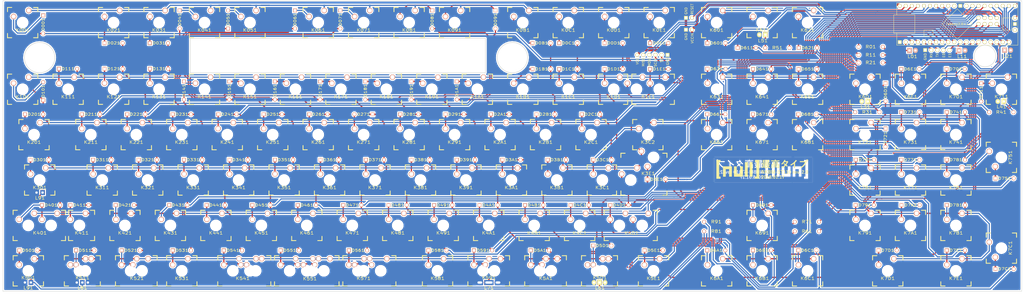
<source format=kicad_pcb>
(kicad_pcb (version 4) (host pcbnew 4.0.5+dfsg1-4)
  (title_block (title NKBM-ST110) (date 2018.01.17) (rev 2.0) (company null))
  (layers (0 F.Cu signal) (31 B.Cu signal) (34 B.Paste user) (35 F.Paste user) (36 B.SilkS user) (37 F.SilkS user) (38 B.Mask user) (39 F.Mask user) (44 Edge.Cuts user))
  (net 0 "")
  (net 1 /COL_11)
  (net 2 /COL_02)
  (net 3 /COL_03)
  (net 4 /COL_04)
  (net 5 /COL_05)
  (net 6 /COL_07)
  (net 7 /COL_08)
  (net 8 /COL_09)
  (net 9 /COL_10)
  (net 10 /COL_13)
  (net 11 /COL_01)
  (net 12 /COL_12)
  (net 13 /COL_14)
  (net 14 /GND)
  (net 15 /TX)
  (net 16 /RX)
  (net 17 /COL_06)
  (net 18 /VCC)
  (net 19 /RST)
  (net 20 /SELECT)
  (net 21 /SCLK)
  (net 22 /MOSI)
  (net 23 /MISO)
  (net 24 /ROW_01)
  (net 25 /ROW_02)
  (net 26 /ROW_03)
  (net 27 /ROW_04)
  (net 28 /ROW_05)
  (net 29 /ROW_06)
  (net 30 /VCC1)
  (net 31 /LED_06)
  (net 32 /LED_07)
  (net 33 /LED_05)
  (net 34 /LED_04)
  (net 35 /LED_03)
  (net 36 /LED_02)
  (net 37 /LED_01)
  (net 38 "Net-(MCU1-Pad32)")
  (net 39 /LED_09)
  (net 40 /LED_08)
  (net 41 "Net-(D0B1-Pad1)")
  (net 42 "Net-(D0C1-Pad1)")
  (net 43 "Net-(D0D1-Pad1)")
  (net 44 "Net-(D0E1-Pad1)")
  (net 45 "Net-(D001-Pad1)")
  (net 46 /COL_00)
  (net 47 "Net-(D1A1-Pad1)")
  (net 48 "Net-(D1B1-Pad1)")
  (net 49 "Net-(D1C1-Pad1)")
  (net 50 "Net-(D1D1-Pad1)")
  (net 51 "Net-(D1E1-Pad1)")
  (net 52 "Net-(D2A1-Pad1)")
  (net 53 "Net-(D2B1-Pad1)")
  (net 54 "Net-(D2C1-Pad1)")
  (net 55 "Net-(D3A1-Pad1)")
  (net 56 "Net-(D3B1-Pad1)")
  (net 57 "Net-(D3C1-Pad1)")
  (net 58 "Net-(D3E1-Pad1)")
  (net 59 "Net-(D4A1-Pad1)")
  (net 60 "Net-(D4B1-Pad1)")
  (net 61 "Net-(D4C1-Pad1)")
  (net 62 "Net-(D4D1-Pad1)")
  (net 63 "Net-(D5A1-Pad1)")
  (net 64 "Net-(D5D1-Pad1)")
  (net 65 "Net-(D5E1-Pad1)")
  (net 66 "Net-(D021-Pad1)")
  (net 67 "Net-(D031-Pad1)")
  (net 68 "Net-(D041-Pad1)")
  (net 69 "Net-(D051-Pad1)")
  (net 70 "Net-(D061-Pad1)")
  (net 71 "Net-(D071-Pad1)")
  (net 72 "Net-(D081-Pad1)")
  (net 73 "Net-(D091-Pad1)")
  (net 74 "Net-(D101-Pad1)")
  (net 75 "Net-(D111-Pad1)")
  (net 76 "Net-(D121-Pad1)")
  (net 77 "Net-(D131-Pad1)")
  (net 78 "Net-(D141-Pad1)")
  (net 79 "Net-(D151-Pad1)")
  (net 80 "Net-(D171-Pad1)")
  (net 81 "Net-(D181-Pad1)")
  (net 82 "Net-(D191-Pad1)")
  (net 83 "Net-(D201-Pad1)")
  (net 84 "Net-(D211-Pad1)")
  (net 85 "Net-(D221-Pad1)")
  (net 86 "Net-(D231-Pad1)")
  (net 87 "Net-(D241-Pad1)")
  (net 88 "Net-(D251-Pad1)")
  (net 89 "Net-(D261-Pad1)")
  (net 90 "Net-(D271-Pad1)")
  (net 91 "Net-(D281-Pad1)")
  (net 92 "Net-(D291-Pad1)")
  (net 93 "Net-(D301-Pad1)")
  (net 94 "Net-(D311-Pad1)")
  (net 95 "Net-(D321-Pad1)")
  (net 96 "Net-(D331-Pad1)")
  (net 97 "Net-(D341-Pad1)")
  (net 98 "Net-(D351-Pad1)")
  (net 99 "Net-(D361-Pad1)")
  (net 100 "Net-(D371-Pad1)")
  (net 101 "Net-(D381-Pad1)")
  (net 102 "Net-(D391-Pad1)")
  (net 103 "Net-(D401-Pad1)")
  (net 104 "Net-(D411-Pad1)")
  (net 105 "Net-(D421-Pad1)")
  (net 106 "Net-(D431-Pad1)")
  (net 107 "Net-(D441-Pad1)")
  (net 108 "Net-(D451-Pad1)")
  (net 109 "Net-(D461-Pad1)")
  (net 110 "Net-(D471-Pad1)")
  (net 111 "Net-(D481-Pad1)")
  (net 112 "Net-(D491-Pad1)")
  (net 113 "Net-(D501-Pad1)")
  (net 114 "Net-(D511-Pad1)")
  (net 115 "Net-(D521-Pad1)")
  (net 116 "Net-(D531-Pad1)")
  (net 117 "Net-(D541-Pad1)")
  (net 118 "Net-(D551-Pad1)")
  (net 119 "Net-(D561-Pad1)")
  (net 120 "Net-(D581-Pad1)")
  (net 121 "Net-(D591-Pad1)")
  (net 122 /ROW_00)
  (net 123 /ROW_07)
  (net 124 "Net-(L01-Pad2)")
  (net 125 "Net-(L11-Pad2)")
  (net 126 "Net-(L21-Pad2)")
  (net 127 "Net-(L31-Pad2)")
  (net 128 "Net-(L41-Pad2)")
  (net 129 "Net-(L51-Pad2)")
  (net 130 "Net-(L61-Pad2)")
  (net 131 "Net-(L71-Pad2)")
  (net 132 "Net-(L81-Pad2)")
  (net 133 "Net-(L91-Pad2)")
  (net 134 "Net-(MCU1-Pad11)")
  (net 135 "Net-(MCU1-Pad12)")
  (net 136 "Net-(MCU1-Pad34)")
  (net 137 "Net-(MCU1-Pad35)")
  (net 138 /LED_00)
  (net 139 "Net-(D6A1-Pad1)")
  (net 140 "Net-(D6B1-Pad1)")
  (net 141 "Net-(D6C1-Pad1)")
  (net 142 "Net-(D6D1-Pad1)")
  (net 143 "Net-(D6E1-Pad1)")
  (net 144 "Net-(D7A1-Pad1)")
  (net 145 "Net-(D7B1-Pad1)")
  (net 146 "Net-(D7C1-Pad1)")
  (net 147 "Net-(D7D1-Pad1)")
  (net 148 "Net-(D7E1-Pad1)")
  (net 149 "Net-(D601-Pad1)")
  (net 150 "Net-(D611-Pad1)")
  (net 151 "Net-(D621-Pad1)")
  (net 152 "Net-(D631-Pad1)")
  (net 153 "Net-(D641-Pad1)")
  (net 154 "Net-(D651-Pad1)")
  (net 155 "Net-(D661-Pad1)")
  (net 156 "Net-(D671-Pad1)")
  (net 157 "Net-(D681-Pad1)")
  (net 158 "Net-(D691-Pad1)")
  (net 159 "Net-(D701-Pad1)")
  (net 160 "Net-(D711-Pad1)")
  (net 161 "Net-(D721-Pad1)")
  (net 162 "Net-(D731-Pad1)")
  (net 163 "Net-(D741-Pad1)")
  (net 164 "Net-(D751-Pad1)")
  (net 165 "Net-(D761-Pad1)")
  (net 166 "Net-(D771-Pad1)")
  (net 167 "Net-(D781-Pad1)")
  (net 168 "Net-(D791-Pad1)")
  (net 169 "Net-(D161-Pad1)")
  (module null_keyboard:TEENSY2.0++ (layer F.Cu) (at 289.23 38.15)
    (fp_text reference MISO (at -3.79552 2.844 90) (layer F.SilkS))
    (fp_text value SPI hide)
    (fp_text user MOSI (at -1.25 2.82 90) (layer F.SilkS))
    (fp_text user SCLK (at 1.29 2.92 90) (layer F.SilkS))
    (fp_text user SS (at 3.84448 1.994 90) (layer F.SilkS))
    (fp_text user GND (at 6.45 2.57 90) (layer F.SilkS))
    (fp_text user VCC (at -6.28 2.47 90) (layer F.SilkS))
    (pad 2 thru_hole circle (at -3.79 -0.2) (size 1.6 1.6) (drill 1.1) (layers *.Cu *.Mask F.SilkS) (net 23 /MISO))
    (pad 5 thru_hole circle (at 3.83 -0.2) (size 1.6 1.6) (drill 1.1) (layers *.Cu *.Mask F.SilkS) (net 20 /SELECT))
    (pad 3 thru_hole circle (at -1.25 -0.2) (size 1.6 1.6) (drill 1.1) (layers *.Cu *.Mask F.SilkS) (net 22 /MOSI))
    (pad 4 thru_hole circle (at 1.29 -0.2) (size 1.6 1.6) (drill 1.1) (layers *.Cu *.Mask F.SilkS) (net 21 /SCLK))
    (pad 1 thru_hole circle (at -6.33 -0.2) (size 1.6 1.6) (drill 1.1) (layers *.Cu *.Mask F.SilkS) (net 18 /VCC))
    (pad 6 thru_hole rect (at 6.37 -0.2) (size 1.6 1.6) (drill 1.1) (layers *.Cu *.Mask F.SilkS) (net 14 /GND))
  )
  (module null_keyboard:TEENSY2.0++ (layer F.Cu) (at 408.69 36.5)
    (fp_text reference GND (at -5.11 2.21 90) (layer F.SilkS))
    (fp_text value EXP hide)
    (fp_text user RX (at -2.57 1.7 90) (layer F.SilkS))
    (fp_text user E0 (at 2.66 1.61 90) (layer F.SilkS))
    (fp_text user E1 (at 5.2 1.61 90) (layer F.SilkS))
    (fp_text user TX (at -0.06 1.58 90) (layer F.SilkS))
    (pad 1 thru_hole rect (at -5.16 -0.56) (size 1.6 1.6) (drill 1.1) (layers *.Cu *.Mask F.SilkS) (net 14 /GND))
    (pad 5 thru_hole circle (at 5 -0.56) (size 1.6 1.6) (drill 1.1) (layers *.Cu *.Mask F.SilkS) (net 135 "Net-(MCU1-Pad12)"))
    (pad 2 thru_hole circle (at -2.62 -0.56) (size 1.6 1.6) (drill 1.1) (layers *.Cu *.Mask F.SilkS) (net 16 /RX))
    (pad 3 thru_hole circle (at -0.08 -0.56) (size 1.6 1.6) (drill 1.1) (layers *.Cu *.Mask F.SilkS) (net 15 /TX))
    (pad 4 thru_hole circle (at 2.46 -0.56) (size 1.6 1.6) (drill 1.1) (layers *.Cu *.Mask F.SilkS) (net 134 "Net-(MCU1-Pad11)"))
  )
  (module null_keyboard:TEENSY2.0++ (layer F.Cu) (at 327.43 30.02)
    (fp_text reference GND (at -24.07 -10.53 90) (layer F.SilkS))
    (fp_text value "2 pin header" hide)
    (fp_text user RESET (at -21.52 -11.31 90) (layer F.SilkS))
    (pad 2 thru_hole circle (at -21.59 -7.62) (size 1.6 1.6) (drill 1.1) (layers *.Cu *.Mask F.SilkS) (net 19 /RST))
    (pad 1 thru_hole rect (at -24.13 -7.62) (size 1.6 1.6) (drill 1.1) (layers *.Cu *.Mask F.SilkS) (net 14 /GND))
  )
  (module null_keyboard:CHERRY_PLATE_100H (layer F.Cu) (at 335.212 52.3875)
    (fp_text reference K641 (at 0 3.175) (layer F.SilkS) (effects (font (size 1.27 1.524) (thickness 0.2032))))
    (fp_text value CHRY_MX hide)
    (pad 1 thru_hole circle (at 2.54 -5.08) (size 2.286 2.286) (drill 1.4986) (layers *.Cu *.SilkS *.Mask) (net 29 /ROW_06) (clearance 0.5))
    (pad 2 thru_hole circle (at -3.81 -2.54) (size 2.286 2.286) (drill 1.4986) (layers *.Cu *.SilkS *.Mask) (net 153 "Net-(D641-Pad1)") (clearance 0.5))
    (pad "" np_thru_hole circle (at 0 0) (size 3.9878 3.9878) (drill 3.9878) (layers *.Cu) (clearance 0.5))
  )
  (module null_keyboard:TEENSY2.0++ (layer F.Cu) (at 327.43 35.02)
    (fp_text reference GND (at -24.09 -4.73 90) (layer F.SilkS))
    (fp_text value 5v hide)
    (fp_text user VCCIN (at -21.46 -4.01 90) (layer F.SilkS))
    (pad 2 thru_hole circle (at -21.59 -7.62) (size 1.6 1.6) (drill 1.1) (layers *.Cu *.Mask F.SilkS) (net 18 /VCC))
    (pad 1 thru_hole rect (at -24.13 -7.62) (size 1.6 1.6) (drill 1.1) (layers *.Cu *.Mask F.SilkS) (net 14 /GND))
  )
  (module null_keyboard:CHERRY_PLATE_200H (layer F.Cu) (at 120.65 128.588)
    (fp_text reference K541 (at -3.05 3.162) (layer F.SilkS) (effects (font (size 1.27 1.524) (thickness 0.2032))))
    (fp_text value CHRY_MX hide)
    (pad 1 thru_hole circle (at 2.54 -5.08) (size 2.286 2.286) (drill 1.4986) (layers *.Cu *.SilkS *.Mask) (net 28 /ROW_05) (clearance 0.5))
    (pad 2 thru_hole circle (at -3.81 -2.54) (size 2.1 2.1) (drill 1.4986) (layers *.Cu *.SilkS *.Mask) (net 117 "Net-(D541-Pad1)") (clearance 0.5))
    (pad "" np_thru_hole circle (at 0 0) (size 3.9878 3.9878) (drill 3.9878) (layers *.Cu) (clearance 0.5))
  )
  (module null_keyboard:DIODE (layer F.Cu) (at 316.1 43.8)
    (fp_text reference D631 (at 0 0) (layer F.SilkS) (effects (font (size 1.1 1.4) (thickness 0.2032))))
    (fp_text value 1N4148 hide)
    (pad 1 thru_hole rect (at -3.81 0) (size 1.651 1.651) (drill 0.9906) (layers *.Cu *.SilkS *.Mask) (net 152 "Net-(D631-Pad1)"))
    (pad 2 thru_hole circle (at 3.81 0) (size 1.651 1.651) (drill 0.9906) (layers *.Cu *.SilkS *.Mask) (net 3 /COL_03))
  )
  (module null_keyboard:CHERRY_PLATE_100H (layer F.Cu) (at 163.512 109.538)
    (fp_text reference K471 (at 0 3.175) (layer F.SilkS) (effects (font (size 1.27 1.524) (thickness 0.2032))))
    (fp_text value CHRY_MX hide)
    (pad 1 thru_hole circle (at 2.54 -5.08) (size 2.286 2.286) (drill 1.4986) (layers *.Cu *.SilkS *.Mask) (net 27 /ROW_04) (clearance 0.5))
    (pad 2 thru_hole circle (at -3.81 -2.54) (size 2.286 2.286) (drill 1.4986) (layers *.Cu *.SilkS *.Mask) (net 110 "Net-(D471-Pad1)") (clearance 0.5))
    (pad "" np_thru_hole circle (at 0 0) (size 3.9878 3.9878) (drill 3.9878) (layers *.Cu) (clearance 0.5))
  )
  (module null_keyboard:CHERRY_PLATE_100H (layer F.Cu) (at 354.262 128.588)
    (fp_text reference K6C1 (at 0 3.175 180) (layer F.SilkS) (effects (font (size 1.27 1.524) (thickness 0.2032))))
    (fp_text value CHRY_MX hide)
    (pad 1 thru_hole circle (at 2.54 -5.08) (size 2.286 2.286) (drill 1.4986) (layers *.Cu *.SilkS *.Mask) (net 29 /ROW_06) (clearance 0.5))
    (pad 2 thru_hole circle (at -3.81 -2.54) (size 2.286 2.286) (drill 1.4986) (layers *.Cu *.SilkS *.Mask) (net 141 "Net-(D6C1-Pad1)") (clearance 0.5))
    (pad "" np_thru_hole circle (at 0 0) (size 3.9878 3.9878) (drill 3.9878) (layers *.Cu) (clearance 0.5))
  )
  (module null_keyboard:CHERRY_PLATE_100H (layer F.Cu) (at 354.262 71.4375)
    (fp_text reference K681 (at 0 3.175) (layer F.SilkS) (effects (font (size 1.27 1.524) (thickness 0.2032))))
    (fp_text value CHRY_MX hide)
    (pad 1 thru_hole circle (at 2.54 -5.08) (size 2.286 2.286) (drill 1.4986) (layers *.Cu *.SilkS *.Mask) (net 29 /ROW_06) (clearance 0.5))
    (pad 2 thru_hole circle (at -3.81 -2.54) (size 2.286 2.286) (drill 1.4986) (layers *.Cu *.SilkS *.Mask) (net 157 "Net-(D681-Pad1)") (clearance 0.5))
    (pad "" np_thru_hole circle (at 0 0) (size 3.9878 3.9878) (drill 3.9878) (layers *.Cu) (clearance 0.5))
  )
  (module null_keyboard:CHERRY_PLATE_125H (layer F.Cu) (at 27.7654 109.538)
    (fp_text reference K402 hide)
    (fp_text value CHRY_MX hide)
    (pad 1 thru_hole circle (at 2.54 -5.08) (size 2.286 2.286) (drill 1.4986) (layers *.Cu *.SilkS *.Mask) (net 27 /ROW_04) (clearance 0.5))
    (pad 2 thru_hole circle (at -3.81 -2.54) (size 2.286 2.286) (drill 1.4986) (layers *.Cu *.SilkS *.Mask) (net 103 "Net-(D401-Pad1)") (clearance 0.5))
    (pad "" np_thru_hole circle (at 0 0) (size 3.9878 3.9878) (drill 3.9878) (layers *.Cu) (clearance 0.5))
  )
  (module null_keyboard:CHERRY_PLATE_100H (layer F.Cu) (at 215.9 52.3875)
    (fp_text reference K1A1 (at 0 3.175) (layer F.SilkS) (effects (font (size 1.27 1.524) (thickness 0.2032))))
    (fp_text value CHRY_MX hide)
    (pad 1 thru_hole circle (at 2.54 -5.08) (size 2.286 2.286) (drill 1.4986) (layers *.Cu *.SilkS *.Mask) (net 24 /ROW_01) (clearance 0.5))
    (pad 2 thru_hole circle (at -3.81 -2.54) (size 2.286 2.286) (drill 1.4986) (layers *.Cu *.SilkS *.Mask) (net 47 "Net-(D1A1-Pad1)") (clearance 0.5))
    (pad "" np_thru_hole circle (at 0 0) (size 3.9878 3.9878) (drill 3.9878) (layers *.Cu) (clearance 0.5))
  )
  (module null_keyboard:DIODE (layer F.Cu) (at 168.19 62.9)
    (fp_text reference D271 (at 0 0) (layer F.SilkS) (effects (font (size 1.1 1.4) (thickness 0.2032))))
    (fp_text value 1N4148 hide)
    (pad 1 thru_hole circle (at -3.81 0) (size 1.651 1.651) (drill 0.9906) (layers *.Cu *.SilkS *.Mask) (net 90 "Net-(D271-Pad1)"))
    (pad 2 thru_hole rect (at 3.81 0) (size 1.651 1.651) (drill 0.9906) (layers *.Cu *.SilkS *.Mask) (net 6 /COL_07))
  )
  (module null_keyboard:CHERRY_PLATE_100H (layer F.Cu) (at 101.6 24.4)
    (fp_text reference K041 (at 0 3.175) (layer F.SilkS) (effects (font (size 1.27 1.524) (thickness 0.2032))))
    (fp_text value CHRY_MX hide)
    (pad 1 thru_hole circle (at 2.54 -5.08) (size 2.286 2.286) (drill 1.4986) (layers *.Cu *.SilkS *.Mask) (net 122 /ROW_00) (clearance 0.5))
    (pad 2 thru_hole circle (at -3.81 -2.54) (size 2.286 2.286) (drill 1.4986) (layers *.Cu *.SilkS *.Mask) (net 68 "Net-(D041-Pad1)") (clearance 0.5))
    (pad "" np_thru_hole circle (at 0 0) (size 3.9878 3.9878) (drill 3.9878) (layers *.Cu) (clearance 0.5))
  )
  (module null_keyboard:DIODE (layer F.Cu) (at 111.45012 23.11 270)
    (fp_text reference D051 (at 0 0 270) (layer F.SilkS) (effects (font (size 1.1 1.4) (thickness 0.2032))))
    (fp_text value 1N4148 hide)
    (pad 1 thru_hole circle (at -3.81 0 270) (size 1.651 1.651) (drill 0.9906) (layers *.Cu *.SilkS *.Mask) (net 69 "Net-(D051-Pad1)"))
    (pad 2 thru_hole rect (at 3.81 0 270) (size 1.651 1.651) (drill 0.9906) (layers *.Cu *.SilkS *.Mask) (net 5 /COL_05))
  )
  (module null_keyboard:CHERRY_PLATE_100H (layer F.Cu) (at 211.138 90.4875)
    (fp_text reference K391 (at 0 3.175) (layer F.SilkS) (effects (font (size 1.27 1.524) (thickness 0.2032))))
    (fp_text value CHRY_MX hide)
    (pad 1 thru_hole circle (at 2.54 -5.08) (size 2.286 2.286) (drill 1.4986) (layers *.Cu *.SilkS *.Mask) (net 26 /ROW_03) (clearance 0.5))
    (pad 2 thru_hole circle (at -3.81 -2.54) (size 2.286 2.286) (drill 1.4986) (layers *.Cu *.SilkS *.Mask) (net 102 "Net-(D391-Pad1)") (clearance 0.5))
    (pad "" np_thru_hole circle (at 0 0) (size 3.9878 3.9878) (drill 3.9878) (layers *.Cu) (clearance 0.5))
  )
  (module null_keyboard:TEENSY2.0++ (layer F.Cu) (at 417 24.99)
    (fp_text reference MCU1 hide)
    (fp_text value Teesny2.0++ (at 0.11 0.03) (layer F.SilkS))
    (pad 9 thru_hole circle (at -3.81 7.62) (size 1.6 1.6) (drill 1.1) (layers *.Cu *.Mask F.SilkS) (net 40 /LED_08))
    (pad 10 thru_hole circle (at -1.27 7.62) (size 1.6 1.6) (drill 1.1) (layers *.Cu *.Mask F.SilkS) (net 39 /LED_09))
    (pad 11 thru_hole circle (at 1.27 7.62) (size 1.6 1.6) (drill 1.1) (layers *.Cu *.Mask F.SilkS) (net 134 "Net-(MCU1-Pad11)"))
    (pad 8 thru_hole circle (at -6.35 7.62) (size 1.6 1.6) (drill 1.1) (layers *.Cu *.Mask F.SilkS) (net 32 /LED_07))
    (pad 7 thru_hole circle (at -8.89 7.62) (size 1.6 1.6) (drill 1.1) (layers *.Cu *.Mask F.SilkS) (net 31 /LED_06))
    (pad 6 thru_hole circle (at -11.43 7.62) (size 1.6 1.6) (drill 1.1) (layers *.Cu *.Mask F.SilkS) (net 15 /TX))
    (pad 5 thru_hole circle (at -13.97 7.62) (size 1.6 1.6) (drill 1.1) (layers *.Cu *.Mask F.SilkS) (net 16 /RX))
    (pad 4 thru_hole circle (at -16.51 7.62) (size 1.6 1.6) (drill 1.1) (layers *.Cu *.Mask F.SilkS) (net 36 /LED_02))
    (pad 3 thru_hole circle (at -19.05 7.62) (size 1.6 1.6) (drill 1.1) (layers *.Cu *.Mask F.SilkS) (net 37 /LED_01))
    (pad 2 thru_hole circle (at -21.59 7.62) (size 1.6 1.6) (drill 1.1) (layers *.Cu *.Mask F.SilkS) (net 138 /LED_00))
    (pad 1 thru_hole rect (at -24.13 7.62) (size 1.6 1.6) (drill 1.1) (layers *.Cu *.Mask F.SilkS) (net 14 /GND))
    (pad 12 thru_hole circle (at 3.81 7.62) (size 1.6 1.6) (drill 1.1) (layers *.Cu *.Mask F.SilkS) (net 135 "Net-(MCU1-Pad12)"))
    (pad 13 thru_hole circle (at 6.35 7.62) (size 1.6 1.6) (drill 1.1) (layers *.Cu *.Mask F.SilkS) (net 7 /COL_08))
    (pad 14 thru_hole circle (at 8.89 7.62) (size 1.6 1.6) (drill 1.1) (layers *.Cu *.Mask F.SilkS) (net 8 /COL_09))
    (pad 15 thru_hole circle (at 11.43 7.62) (size 1.6 1.6) (drill 1.1) (layers *.Cu *.Mask F.SilkS) (net 9 /COL_10))
    (pad 16 thru_hole circle (at 13.97 7.62) (size 1.6 1.6) (drill 1.1) (layers *.Cu *.Mask F.SilkS) (net 1 /COL_11))
    (pad 17 thru_hole circle (at 16.51 7.62) (size 1.6 1.6) (drill 1.1) (layers *.Cu *.Mask F.SilkS) (net 12 /COL_12))
    (pad 18 thru_hole circle (at 19.05 7.62) (size 1.6 1.6) (drill 1.1) (layers *.Cu *.Mask F.SilkS) (net 10 /COL_13))
    (pad 19 thru_hole circle (at 21.59 7.62) (size 1.6 1.6) (drill 1.1) (layers *.Cu *.Mask F.SilkS) (net 13 /COL_14))
    (pad 21 thru_hole circle (at 24.13 2.54) (size 1.6 1.6) (drill 1.1) (layers *.Cu *.Mask F.SilkS) (net 30 /VCC1))
    (pad 22 thru_hole rect (at 24.13 0) (size 1.6 1.6) (drill 1.1) (layers *.Cu *.Mask F.SilkS) (net 14 /GND))
    (pad 23 thru_hole circle (at 24.13 -2.54) (size 1.6 1.6) (drill 1.1) (layers *.Cu *.Mask F.SilkS) (net 19 /RST))
    (pad 24 thru_hole circle (at 24.13 -7.62) (size 1.6 1.6) (drill 1.1) (layers *.Cu *.Mask F.SilkS) (net 6 /COL_07))
    (pad 25 thru_hole circle (at 21.59 -7.62) (size 1.6 1.6) (drill 1.1) (layers *.Cu *.Mask F.SilkS) (net 17 /COL_06))
    (pad 26 thru_hole circle (at 19.05 -7.62) (size 1.6 1.6) (drill 1.1) (layers *.Cu *.Mask F.SilkS) (net 5 /COL_05))
    (pad 27 thru_hole circle (at 16.51 -7.62) (size 1.6 1.6) (drill 1.1) (layers *.Cu *.Mask F.SilkS) (net 4 /COL_04))
    (pad 28 thru_hole circle (at 13.97 -7.62) (size 1.6 1.6) (drill 1.1) (layers *.Cu *.Mask F.SilkS) (net 3 /COL_03))
    (pad 29 thru_hole circle (at 11.43 -7.62) (size 1.6 1.6) (drill 1.1) (layers *.Cu *.Mask F.SilkS) (net 2 /COL_02))
    (pad 30 thru_hole circle (at 8.89 -7.62) (size 1.6 1.6) (drill 1.1) (layers *.Cu *.Mask F.SilkS) (net 11 /COL_01))
    (pad 31 thru_hole circle (at 6.35 -7.62) (size 1.6 1.6) (drill 1.1) (layers *.Cu *.Mask F.SilkS) (net 46 /COL_00))
    (pad 32 thru_hole circle (at 3.81 -7.62) (size 1.6 1.6) (drill 1.1) (layers *.Cu *.Mask F.SilkS) (net 38 "Net-(MCU1-Pad32)"))
    (pad 33 thru_hole rect (at 1.27 -7.62) (size 1.6 1.6) (drill 1.1) (layers *.Cu *.Mask F.SilkS) (net 14 /GND))
    (pad 34 thru_hole circle (at -1.27 -7.62) (size 1.6 1.6) (drill 1.1) (layers *.Cu *.Mask F.SilkS) (net 136 "Net-(MCU1-Pad34)"))
    (pad 35 thru_hole circle (at -3.81 -7.62) (size 1.6 1.6) (drill 1.1) (layers *.Cu *.Mask F.SilkS) (net 137 "Net-(MCU1-Pad35)"))
    (pad 36 thru_hole circle (at -6.35 -7.62) (size 1.6 1.6) (drill 1.1) (layers *.Cu *.Mask F.SilkS) (net 20 /SELECT))
    (pad 37 thru_hole circle (at -8.89 -7.62) (size 1.6 1.6) (drill 1.1) (layers *.Cu *.Mask F.SilkS) (net 21 /SCLK))
    (pad 38 thru_hole circle (at -11.43 -7.62) (size 1.6 1.6) (drill 1.1) (layers *.Cu *.Mask F.SilkS) (net 22 /MOSI))
    (pad 39 thru_hole circle (at -13.97 -7.62) (size 1.6 1.6) (drill 1.1) (layers *.Cu *.Mask F.SilkS) (net 23 /MISO))
    (pad 40 thru_hole circle (at -16.51 -7.62) (size 1.6 1.6) (drill 1.1) (layers *.Cu *.Mask F.SilkS) (net 34 /LED_04))
    (pad 41 thru_hole circle (at -19.05 -7.62) (size 1.6 1.6) (drill 1.1) (layers *.Cu *.Mask F.SilkS) (net 35 /LED_03))
    (pad 42 thru_hole circle (at -21.59 -7.62) (size 1.6 1.6) (drill 1.1) (layers *.Cu *.Mask F.SilkS) (net 33 /LED_05))
    (pad 43 thru_hole circle (at -24.13 -7.62) (size 1.6 1.6) (drill 1.1) (layers *.Cu *.Mask F.SilkS) (net 18 /VCC))
    (pad 44 thru_hole circle (at 8.89 -2.54) (size 1.6 1.6) (drill 1.1) (layers *.Cu *.Mask F.SilkS) (net 122 /ROW_00))
    (pad 45 thru_hole circle (at 11.43 -2.54) (size 1.6 1.6) (drill 1.1) (layers *.Cu *.Mask F.SilkS) (net 24 /ROW_01))
    (pad 46 thru_hole circle (at 13.97 -2.54) (size 1.6 1.6) (drill 1.1) (layers *.Cu *.Mask F.SilkS) (net 25 /ROW_02))
    (pad 47 thru_hole circle (at 16.51 -2.54) (size 1.6 1.6) (drill 1.1) (layers *.Cu *.Mask F.SilkS) (net 26 /ROW_03))
    (pad 48 thru_hole circle (at 8.89 0) (size 1.6 1.6) (drill 1.1) (layers *.Cu *.Mask F.SilkS) (net 27 /ROW_04))
    (pad 49 thru_hole circle (at 11.43 0) (size 1.6 1.6) (drill 1.1) (layers *.Cu *.Mask F.SilkS) (net 28 /ROW_05))
    (pad 50 thru_hole circle (at 13.97 0) (size 1.6 1.6) (drill 1.1) (layers *.Cu *.Mask F.SilkS) (net 29 /ROW_06))
    (pad 51 thru_hole circle (at 16.51 0) (size 1.6 1.6) (drill 1.1) (layers *.Cu *.Mask F.SilkS) (net 123 /ROW_07))
  )
  (module null_keyboard:CHERRY_PLATE_100H (layer F.Cu) (at 234.95 52.3875)
    (fp_text reference K1B1 (at 0 3.175) (layer F.SilkS) (effects (font (size 1.27 1.524) (thickness 0.2032))))
    (fp_text value CHRY_MX hide)
    (pad 1 thru_hole circle (at 2.54 -5.08) (size 2.286 2.286) (drill 1.4986) (layers *.Cu *.SilkS *.Mask) (net 24 /ROW_01) (clearance 0.5))
    (pad 2 thru_hole circle (at -3.81 -2.54) (size 2.286 2.286) (drill 1.4986) (layers *.Cu *.SilkS *.Mask) (net 48 "Net-(D1B1-Pad1)") (clearance 0.5))
    (pad "" np_thru_hole circle (at 0 0) (size 3.9878 3.9878) (drill 3.9878) (layers *.Cu) (clearance 0.5))
  )
  (module null_keyboard:DIODE (layer F.Cu) (at 34 53.2 270)
    (fp_text reference D101 (at 0 0 270) (layer F.SilkS) (effects (font (size 1.1 1.4) (thickness 0.2032))))
    (fp_text value 1N4148 hide)
    (pad 1 thru_hole circle (at -3.81 0 270) (size 1.651 1.651) (drill 0.9906) (layers *.Cu *.SilkS *.Mask) (net 74 "Net-(D101-Pad1)"))
    (pad 2 thru_hole rect (at 3.81 0 270) (size 1.651 1.651) (drill 0.9906) (layers *.Cu *.SilkS *.Mask) (net 46 /COL_00))
  )
  (module null_keyboard:CHERRY_PLATE_100H (layer F.Cu) (at 354.262 24.4)
    (fp_text reference K621 (at 0 3.175) (layer F.SilkS) (effects (font (size 1.27 1.524) (thickness 0.2032))))
    (fp_text value CHRY_MX hide)
    (pad 1 thru_hole circle (at 2.54 -5.08) (size 2.286 2.286) (drill 1.4986) (layers *.Cu *.SilkS *.Mask) (net 29 /ROW_06) (clearance 0.5))
    (pad 2 thru_hole circle (at -3.81 -2.54) (size 2.286 2.286) (drill 1.4986) (layers *.Cu *.SilkS *.Mask) (net 151 "Net-(D621-Pad1)") (clearance 0.5))
    (pad "" np_thru_hole circle (at 0 0) (size 3.9878 3.9878) (drill 3.9878) (layers *.Cu) (clearance 0.5))
  )
  (module null_keyboard:CHERRY_PLATE_100H (layer F.Cu) (at 378.325 52.3875)
    (fp_text reference K6D1 (at 0.175 3.1125 180) (layer F.SilkS) (effects (font (size 1.27 1.524) (thickness 0.2032))))
    (fp_text value CHRY_MX hide)
    (pad 1 thru_hole circle (at 2.54 -5.08) (size 2.286 2.286) (drill 1.4986) (layers *.Cu *.SilkS *.Mask) (net 29 /ROW_06) (clearance 0.5))
    (pad 2 thru_hole circle (at -3.81 -2.54) (size 2.286 2.286) (drill 1.4986) (layers *.Cu *.SilkS *.Mask) (net 142 "Net-(D6D1-Pad1)") (clearance 0.5))
    (pad "" np_thru_hole circle (at 0 0) (size 3.9878 3.9878) (drill 3.9878) (layers *.Cu) (clearance 0.5))
  )
  (module null_keyboard:CHERRY_PLATE_100H (layer F.Cu) (at 354.262 52.3875)
    (fp_text reference K651 (at 0 3.175) (layer F.SilkS) (effects (font (size 1.27 1.524) (thickness 0.2032))))
    (fp_text value CHRY_MX hide)
    (pad 1 thru_hole circle (at 2.54 -5.08) (size 2.286 2.286) (drill 1.4986) (layers *.Cu *.SilkS *.Mask) (net 29 /ROW_06) (clearance 0.5))
    (pad 2 thru_hole circle (at -3.81 -2.54) (size 2.286 2.286) (drill 1.4986) (layers *.Cu *.SilkS *.Mask) (net 154 "Net-(D651-Pad1)") (clearance 0.5))
    (pad "" np_thru_hole circle (at 0 0) (size 3.9878 3.9878) (drill 3.9878) (layers *.Cu) (clearance 0.5))
  )
  (module null_keyboard:CHERRY_PLATE_100H (layer F.Cu) (at 335.212 24.4)
    (fp_text reference K611 (at 0.288 3.1 180) (layer F.SilkS) (effects (font (size 1.27 1.524) (thickness 0.2032))))
    (fp_text value CHRY_MX hide)
    (pad 1 thru_hole circle (at 2.54 -5.08) (size 2.286 2.286) (drill 1.4986) (layers *.Cu *.SilkS *.Mask) (net 29 /ROW_06) (clearance 0.5))
    (pad 2 thru_hole circle (at -3.81 -2.54) (size 2.286 2.286) (drill 1.4986) (layers *.Cu *.SilkS *.Mask) (net 150 "Net-(D611-Pad1)") (clearance 0.5))
    (pad "" np_thru_hole circle (at 0 0) (size 3.9878 3.9878) (drill 3.9878) (layers *.Cu) (clearance 0.5))
  )
  (module null_keyboard:LED_3MM (layer F.Cu) (at 398.2 36.1 180)
    (fp_text reference L01 (at 0 -2.54 180) (layer F.SilkS) (effects (font (size 1.27 1.524) (thickness 0.2032))))
    (fp_text value LED hide)
    (pad 1 thru_hole oval (at -1.27 0 180) (size 1.905 2.159) (drill 0.9906) (layers *.Cu *.SilkS *.Mask) (net 14 /GND))
    (pad 2 thru_hole rect (at 1.27 0 180) (size 1.905 2.159) (drill 0.9906) (layers *.Cu *.SilkS *.Mask) (net 124 "Net-(L01-Pad2)"))
  )
  (module null_keyboard:LED_3MM (layer F.Cu) (at 438.1 36 180)
    (fp_text reference L21 (at 0 -2.54 180) (layer F.SilkS) (effects (font (size 1.27 1.524) (thickness 0.2032))))
    (fp_text value LED hide)
    (pad 1 thru_hole oval (at -1.27 0 180) (size 1.905 2.159) (drill 0.9906) (layers *.Cu *.SilkS *.Mask) (net 14 /GND))
    (pad 2 thru_hole rect (at 1.27 0 180) (size 1.905 2.159) (drill 0.9906) (layers *.Cu *.SilkS *.Mask) (net 126 "Net-(L21-Pad2)"))
  )
  (module null_keyboard:LED_3MM (layer F.Cu) (at 419 36.1 180)
    (fp_text reference L11 (at 0 -2.54 180) (layer F.SilkS) (effects (font (size 1.27 1.524) (thickness 0.2032))))
    (fp_text value LED hide)
    (pad 1 thru_hole oval (at -1.27 0 180) (size 1.905 2.159) (drill 0.9906) (layers *.Cu *.SilkS *.Mask) (net 14 /GND))
    (pad 2 thru_hole rect (at 1.27 0 180) (size 1.905 2.159) (drill 0.9906) (layers *.Cu *.SilkS *.Mask) (net 125 "Net-(L11-Pad2)"))
  )
  (module null_keyboard:CHERRY_PLATE_125H (layer F.Cu) (at 113.487 128.588)
    (fp_text reference K543 hide)
    (fp_text value CHRY_MX hide)
    (pad 1 thru_hole circle (at 2.54 -5.08) (size 2.1 2.1) (drill 1.4986) (layers *.Cu *.SilkS *.Mask) (net 28 /ROW_05) (clearance 0.5))
    (pad 2 thru_hole circle (at -3.81 -2.54) (size 2.286 2.286) (drill 1.4986) (layers *.Cu *.SilkS *.Mask) (net 117 "Net-(D541-Pad1)") (clearance 0.5))
    (pad "" np_thru_hole circle (at 0 0) (size 3.9878 3.9878) (drill 3.9878) (layers *.Cu) (clearance 0.5))
  )
  (module null_keyboard:LED_3MM (layer F.Cu) (at 27.6 133.48)
    (fp_text reference L91 (at 0.15 2.25) (layer F.SilkS) (effects (font (size 1.27 1.524) (thickness 0.2032))))
    (fp_text value LED hide)
    (pad 1 thru_hole oval (at -1.27 0) (size 1.905 2.159) (drill 0.9906) (layers *.Cu *.Mask) (net 14 /GND))
    (pad 2 thru_hole rect (at 1.27 0) (size 1.905 2.159) (drill 0.9906) (layers *.Cu *.Mask) (net 133 "Net-(L91-Pad2)"))
  )
  (module null_keyboard:CHERRY_PLATE_100H (layer F.Cu) (at 206.375 24.4)
    (fp_text reference K091 (at 0 3.175) (layer F.SilkS) (effects (font (size 1.27 1.524) (thickness 0.2032))))
    (fp_text value CHRY_MX hide)
    (pad 1 thru_hole circle (at 2.54 -5.08) (size 2.286 2.286) (drill 1.4986) (layers *.Cu *.SilkS *.Mask) (net 122 /ROW_00) (clearance 0.5))
    (pad 2 thru_hole circle (at -3.81 -2.54) (size 2.286 2.286) (drill 1.4986) (layers *.Cu *.SilkS *.Mask) (net 73 "Net-(D091-Pad1)") (clearance 0.5))
    (pad "" np_thru_hole circle (at 0 0) (size 3.9878 3.9878) (drill 3.9878) (layers *.Cu) (clearance 0.5))
  )
  (module null_keyboard:CHERRY_PLATE_100H (layer F.Cu) (at 316.162 52.3875)
    (fp_text reference K631 (at 0 3.175) (layer F.SilkS) (effects (font (size 1.27 1.524) (thickness 0.2032))))
    (fp_text value CHRY_MX hide)
    (pad 1 thru_hole circle (at 2.54 -5.08) (size 2.286 2.286) (drill 1.4986) (layers *.Cu *.SilkS *.Mask) (net 29 /ROW_06) (clearance 0.5))
    (pad 2 thru_hole circle (at -3.81 -2.54) (size 2.286 2.286) (drill 1.4986) (layers *.Cu *.SilkS *.Mask) (net 152 "Net-(D631-Pad1)") (clearance 0.5))
    (pad "" np_thru_hole circle (at 0 0) (size 3.9878 3.9878) (drill 3.9878) (layers *.Cu) (clearance 0.5))
  )
  (module null_keyboard:CHERRY_PLATE_200H (layer F.Cu) (at 292.1 52.3875)
    (fp_text reference K1E1 (at -4.6 3.1125) (layer F.SilkS) (effects (font (size 1.27 1.524) (thickness 0.2032))))
    (fp_text value CHRY_MX hide)
    (pad 1 thru_hole circle (at 2.54 -5.08) (size 2.286 2.286) (drill 1.4986) (layers *.Cu *.SilkS *.Mask) (net 24 /ROW_01) (clearance 0.5))
    (pad 2 thru_hole circle (at -3.81 -2.54) (size 2.286 2.286) (drill 1.4986) (layers *.Cu *.SilkS *.Mask) (net 51 "Net-(D1E1-Pad1)") (clearance 0.5))
    (pad "" np_thru_hole circle (at 0 0) (size 3.9878 3.9878) (drill 3.9878) (layers *.Cu) (clearance 0.5))
  )
  (module null_keyboard:CHERRY_PLATE_100H (layer F.Cu) (at 397.375 52.3875)
    (fp_text reference K6E1 (at 0 3.175) (layer F.SilkS) (effects (font (size 1.27 1.524) (thickness 0.2032))))
    (fp_text value CHRY_MX hide)
    (pad 1 thru_hole circle (at 2.54 -5.08) (size 2.286 2.286) (drill 1.4986) (layers *.Cu *.SilkS *.Mask) (net 29 /ROW_06) (clearance 0.5))
    (pad 2 thru_hole circle (at -3.81 -2.54) (size 2.286 2.286) (drill 1.4986) (layers *.Cu *.SilkS *.Mask) (net 143 "Net-(D6E1-Pad1)") (clearance 0.5))
    (pad "" np_thru_hole circle (at 0 0) (size 3.9878 3.9878) (drill 3.9878) (layers *.Cu) (clearance 0.5))
  )
  (module null_keyboard:CHERRY_PLATE_100H (layer F.Cu) (at 335.212 109.538)
    (fp_text reference K691 (at 0 3.175) (layer F.SilkS) (effects (font (size 1.27 1.524) (thickness 0.2032))))
    (fp_text value CHRY_MX hide)
    (pad 1 thru_hole circle (at 2.54 -5.08) (size 2.286 2.286) (drill 1.4986) (layers *.Cu *.SilkS *.Mask) (net 29 /ROW_06) (clearance 0.5))
    (pad 2 thru_hole circle (at -3.81 -2.54) (size 2.286 2.286) (drill 1.4986) (layers *.Cu *.SilkS *.Mask) (net 158 "Net-(D691-Pad1)") (clearance 0.5))
    (pad "" np_thru_hole circle (at 0 0) (size 3.9878 3.9878) (drill 3.9878) (layers *.Cu) (clearance 0.5))
  )
  (module null_keyboard:CHERRY_PLATE_100H (layer F.Cu) (at 149.225 71.4375)
    (fp_text reference K261 (at 0 3.175) (layer F.SilkS) (effects (font (size 1.27 1.524) (thickness 0.2032))))
    (fp_text value CHRY_MX hide)
    (pad 1 thru_hole circle (at 2.54 -5.08) (size 2.286 2.286) (drill 1.4986) (layers *.Cu *.SilkS *.Mask) (net 25 /ROW_02) (clearance 0.5))
    (pad 2 thru_hole circle (at -3.81 -2.54) (size 2.286 2.286) (drill 1.4986) (layers *.Cu *.SilkS *.Mask) (net 89 "Net-(D261-Pad1)") (clearance 0.5))
    (pad "" np_thru_hole circle (at 0 0) (size 3.9878 3.9878) (drill 3.9878) (layers *.Cu) (clearance 0.5))
  )
  (module null_keyboard:CHERRY_PLATE_100H (layer F.Cu) (at 187.325 71.4375)
    (fp_text reference K281 (at 0 3.175) (layer F.SilkS) (effects (font (size 1.27 1.524) (thickness 0.2032))))
    (fp_text value CHRY_MX hide)
    (pad 1 thru_hole circle (at 2.54 -5.08) (size 2.286 2.286) (drill 1.4986) (layers *.Cu *.SilkS *.Mask) (net 25 /ROW_02) (clearance 0.5))
    (pad 2 thru_hole circle (at -3.81 -2.54) (size 2.286 2.286) (drill 1.4986) (layers *.Cu *.SilkS *.Mask) (net 91 "Net-(D281-Pad1)") (clearance 0.5))
    (pad "" np_thru_hole circle (at 0 0) (size 3.9878 3.9878) (drill 3.9878) (layers *.Cu) (clearance 0.5))
  )
  (module null_keyboard:LED_3MM (layer F.Cu) (at 32.48 95.75)
    (fp_text reference L91 (at 0.15 2.25) (layer F.SilkS) (effects (font (size 1.27 1.524) (thickness 0.2032))))
    (fp_text value LED hide)
    (pad 1 thru_hole oval (at -1.27 0) (size 1.905 2.159) (drill 0.9906) (layers *.Cu *.Mask) (net 14 /GND))
    (pad 2 thru_hole rect (at 1.27 0) (size 1.905 2.159) (drill 0.9906) (layers *.Cu *.Mask) (net 133 "Net-(L91-Pad2)"))
  )
  (module null_keyboard:LED_3MM (layer F.Cu) (at 335.3 29.5)
    (fp_text reference L51 (at 0.2 2.5) (layer F.SilkS) (effects (font (size 1.27 1.524) (thickness 0.2032))))
    (fp_text value LED hide)
    (pad 1 thru_hole oval (at -1.27 0) (size 1.905 2.159) (drill 0.9906) (layers *.Cu *.Mask F.SilkS) (net 14 /GND))
    (pad 2 thru_hole rect (at 1.27 0) (size 1.905 2.159) (drill 0.9906) (layers *.Cu *.Mask F.SilkS) (net 129 "Net-(L51-Pad2)"))
  )
  (module null_keyboard:LED_3MM (layer F.Cu) (at 378.23 57.5)
    (fp_text reference L31 (at 0.27 2.25) (layer F.SilkS) (effects (font (size 1.27 1.524) (thickness 0.2032))))
    (fp_text value LED hide)
    (pad 1 thru_hole oval (at -1.27 0) (size 1.905 2.159) (drill 0.9906) (layers *.Cu *.Mask F.SilkS) (net 14 /GND))
    (pad 2 thru_hole rect (at 1.27 0) (size 1.905 2.159) (drill 0.9906) (layers *.Cu *.Mask F.SilkS) (net 127 "Net-(L31-Pad2)"))
  )
  (module null_keyboard:LED_3MM (layer F.Cu) (at 435.23 57.5)
    (fp_text reference L41 (at 0.27 2.25) (layer F.SilkS) (effects (font (size 1.27 1.524) (thickness 0.2032))))
    (fp_text value LED hide)
    (pad 1 thru_hole oval (at -1.27 0) (size 1.905 2.159) (drill 0.9906) (layers *.Cu *.Mask F.SilkS) (net 14 /GND))
    (pad 2 thru_hole rect (at 1.27 0) (size 1.905 2.159) (drill 0.9906) (layers *.Cu *.Mask F.SilkS) (net 128 "Net-(L41-Pad2)"))
  )
  (module null_keyboard:LED_3MM1 (layer F.Cu) (at 267.1 133.5)
    (fp_text reference L61 (at 0.15 2.25) (layer F.SilkS) (effects (font (size 1.27 1.524) (thickness 0.2032))))
    (fp_text value LED hide)
    (pad 1 thru_hole oval (at 2.34 0) (size 1.905 2.159) (drill 0.9906) (layers *.Cu *.Mask F.SilkS) (net 14 /GND))
    (pad 1 thru_hole oval (at -2.34 0) (size 1.905 2.159) (drill 0.9906) (layers *.Cu *.Mask F.SilkS) (net 14 /GND))
    (pad 2 thru_hole rect (at 0 0) (size 1.905 2.159) (drill 0.9906) (layers *.Cu *.Mask F.SilkS) (net 130 "Net-(L61-Pad2)"))
  )
  (module null_keyboard:LED_3MM2 (layer F.Cu) (at 220.75 133.5)
    (fp_text reference L71 (at 0 2.25) (layer F.SilkS) (effects (font (size 1.27 1.524) (thickness 0.2032))))
    (fp_text value LED hide)
    (pad 1 thru_hole oval (at 3.81 0) (size 2.905 2.159) (drill oval 1.9906 0.9906) (layers *.Cu *.Mask) (net 14 /GND))
    (pad 1 thru_hole oval (at -3.81 0) (size 2.905 2.159) (drill oval 1.9906 0.9906) (layers *.Cu *.Mask) (net 14 /GND))
    (pad 2 thru_hole rect (at 0 0) (size 3.905 2.159) (drill oval 2.9906 0.9906) (layers *.Cu *.Mask) (net 131 "Net-(L71-Pad2)"))
  )
  (module null_keyboard:LED_3MM1 (layer F.Cu) (at 50.4 133.5)
    (fp_text reference L81 (at 0 2.25) (layer F.SilkS) (effects (font (size 1.27 1.524) (thickness 0.2032))))
    (fp_text value LED hide)
    (pad 1 thru_hole oval (at 2.34 0) (size 1.905 2.159) (drill 0.9906) (layers *.Cu *.Mask) (net 14 /GND))
    (pad 1 thru_hole oval (at -2.34 0) (size 1.905 2.159) (drill 0.9906) (layers *.Cu *.Mask) (net 14 /GND))
    (pad 2 thru_hole rect (at 0 0) (size 1.905 2.159) (drill 0.9906) (layers *.Cu *.Mask) (net 132 "Net-(L81-Pad2)"))
  )
  (module null_keyboard:CHERRY_PLATE_100H (layer F.Cu) (at 282.575 52.3875)
    (fp_text reference K1E2 hide)
    (fp_text value CHRY_MX hide)
    (pad 1 thru_hole circle (at 2.54 -5.08) (size 2.286 2.286) (drill 1.4986) (layers *.Cu *.SilkS *.Mask) (net 24 /ROW_01) (clearance 0.5))
    (pad 2 thru_hole circle (at -3.81 -2.54) (size 2.286 2.286) (drill 1.4986) (layers *.Cu *.SilkS *.Mask) (net 51 "Net-(D1E1-Pad1)") (clearance 0.5))
    (pad "" np_thru_hole circle (at 0 0) (size 3.9878 3.9878) (drill 3.9878) (layers *.Cu) (clearance 0.5))
  )
  (module null_keyboard:CHERRY_PLATE_100H (layer F.Cu) (at 273.05 52.3875)
    (fp_text reference K1D1 (at 0 3.175) (layer F.SilkS) (effects (font (size 1.27 1.524) (thickness 0.2032))))
    (fp_text value CHRY_MX hide)
    (pad 1 thru_hole circle (at 2.54 -5.08) (size 2.286 2.286) (drill 1.4986) (layers *.Cu *.SilkS *.Mask) (net 24 /ROW_01) (clearance 0.5))
    (pad 2 thru_hole circle (at -3.81 -2.54) (size 2.286 2.286) (drill 1.4986) (layers *.Cu *.SilkS *.Mask) (net 50 "Net-(D1D1-Pad1)") (clearance 0.5))
    (pad "" np_thru_hole circle (at 0 0) (size 3.9878 3.9878) (drill 3.9878) (layers *.Cu) (clearance 0.5))
  )
  (module null_keyboard:CHERRY_PLATE_175H (layer F.Cu) (at 284.956 109.538)
    (fp_text reference K4D1 (at -4.456 3.212) (layer F.SilkS) (effects (font (size 1.27 1.524) (thickness 0.2032))))
    (fp_text value CHRY_MX hide)
    (pad 1 thru_hole circle (at 2.54 -5.08) (size 2.286 2.286) (drill 1.4986) (layers *.Cu *.SilkS *.Mask) (net 27 /ROW_04) (clearance 0.5))
    (pad 2 thru_hole circle (at -3.81 -2.54) (size 2.286 2.286) (drill 1.4986) (layers *.Cu *.SilkS *.Mask) (net 62 "Net-(D4D1-Pad1)") (clearance 0.5))
    (pad "" np_thru_hole circle (at 0 0) (size 3.9878 3.9878) (drill 3.9878) (layers *.Cu) (clearance 0.5))
  )
  (module null_keyboard:CHERRY_PLATE_275H (layer F.Cu) (at 275.415 109.538)
    (fp_text reference K4D2 hide)
    (fp_text value CHRY_MX hide)
    (pad 1 thru_hole circle (at 2.54 -5.08) (size 2.286 2.286) (drill 1.4986) (layers *.Cu *.SilkS *.Mask) (net 27 /ROW_04) (clearance 0.5))
    (pad 2 thru_hole circle (at -3.81 -2.54) (size 2.286 2.286) (drill 1.4986) (layers *.Cu *.SilkS *.Mask) (net 62 "Net-(D4D1-Pad1)") (clearance 0.5))
    (pad "" np_thru_hole circle (at 0 0) (size 3.9878 3.9878) (drill 3.9878) (layers *.Cu) (clearance 0.5))
  )
  (module null_keyboard:CHERRY_PLATE_225H (layer F.Cu) (at 280.195 90.4875)
    (fp_text reference K3E2 hide)
    (fp_text value CHRY_MX hide)
    (pad 1 thru_hole circle (at 2.54 -5.08) (size 2.286 2.286) (drill 1.4986) (layers *.Cu *.SilkS *.Mask) (net 26 /ROW_03) (clearance 0.5))
    (pad 2 thru_hole circle (at -3.81 -2.54) (size 2.286 2.286) (drill 1.4986) (layers *.Cu *.SilkS *.Mask) (net 58 "Net-(D3E1-Pad1)") (clearance 0.5))
    (pad "" np_thru_hole circle (at 0 0) (size 3.9878 3.9878) (drill 3.9878) (layers *.Cu) (clearance 0.5))
  )
  (module null_keyboard:CHERRY_PLATE_200H (layer F.Cu) (at 289.735 80.9625 90)
    (fp_text reference K3E1 (at -6.7875 -2.235 180) (layer F.SilkS) (effects (font (size 1.27 1.524) (thickness 0.2032))))
    (fp_text value CHRY_MX hide)
    (pad 1 thru_hole circle (at 2.54 -5.08 90) (size 2.286 2.286) (drill 1.4986) (layers *.Cu *.SilkS *.Mask) (net 26 /ROW_03) (clearance 0.5))
    (pad 2 thru_hole circle (at -3.81 -2.54 90) (size 2.286 2.286) (drill 1.4986) (layers *.Cu *.SilkS *.Mask) (net 58 "Net-(D3E1-Pad1)") (clearance 0.5))
    (pad "" np_thru_hole circle (at 0 0 90) (size 3.9878 3.9878) (drill 3.9878) (layers *.Cu) (clearance 0.5))
  )
  (module null_keyboard:CHERRY_PLATE_150H (layer F.Cu) (at 268.288 90.4875)
    (fp_text reference K3C1 (at 0 3.175) (layer F.SilkS) (effects (font (size 1.27 1.524) (thickness 0.2032))))
    (fp_text value CHRY_MX hide)
    (pad 1 thru_hole circle (at 2.54 -5.08) (size 2.286 2.286) (drill 1.4986) (layers *.Cu *.SilkS *.Mask) (net 26 /ROW_03) (clearance 0.5))
    (pad 2 thru_hole circle (at -3.81 -2.54) (size 2.286 2.286) (drill 1.4986) (layers *.Cu *.SilkS *.Mask) (net 57 "Net-(D3C1-Pad1)") (clearance 0.5))
    (pad "" np_thru_hole circle (at 0 0) (size 3.9878 3.9878) (drill 3.9878) (layers *.Cu) (clearance 0.5))
  )
  (module null_keyboard:CHERRY_PLATE_125H (layer F.Cu) (at 223.056 128.588)
    (fp_text reference K591 (at -2.306 2.912 180) (layer F.SilkS) (effects (font (size 1.27 1.524) (thickness 0.2032))))
    (fp_text value CHRY_MX hide)
    (pad 1 thru_hole circle (at 2.54 -5.08) (size 2.286 2.286) (drill 1.4986) (layers *.Cu *.SilkS *.Mask) (net 28 /ROW_05) (clearance 0.5))
    (pad 2 thru_hole circle (at -3.81 -2.54) (size 2.286 2.286) (drill 1.4986) (layers *.Cu *.SilkS *.Mask) (net 121 "Net-(D591-Pad1)") (clearance 0.5))
    (pad "" np_thru_hole circle (at 0 0) (size 3.9878 3.9878) (drill 3.9878) (layers *.Cu) (clearance 0.5))
  )
  (module null_keyboard:CHERRY_PLATE_125H (layer F.Cu) (at 218.281 128.588)
    (fp_text reference K592 hide)
    (fp_text value CHRY_MX hide)
    (pad 1 thru_hole circle (at 2.54 -5.08) (size 2.286 2.286) (drill 1.4986) (layers *.Cu *.SilkS *.Mask) (net 28 /ROW_05) (clearance 0.5))
    (pad 2 thru_hole circle (at -3.81 -2.54) (size 2.286 2.286) (drill 1.4986) (layers *.Cu *.SilkS *.Mask) (net 121 "Net-(D591-Pad1)") (clearance 0.5))
    (pad "" np_thru_hole circle (at 0 0) (size 3.9878 3.9878) (drill 3.9878) (layers *.Cu) (clearance 0.5))
  )
  (module null_keyboard:CHERRY_PLATE_100H (layer F.Cu) (at 268.288 128.588)
    (fp_text reference K5D1 (at -1.038 2.912 180) (layer F.SilkS) (effects (font (size 1.27 1.524) (thickness 0.2032))))
    (fp_text value CHRY_MX hide)
    (pad 1 thru_hole circle (at 2.54 -5.08) (size 2.286 2.286) (drill 1.4986) (layers *.Cu *.SilkS *.Mask) (net 28 /ROW_05) (clearance 0.5))
    (pad 2 thru_hole circle (at -3.81 -2.54) (size 2.286 2.286) (drill 1.4986) (layers *.Cu *.SilkS *.Mask) (net 64 "Net-(D5D1-Pad1)") (clearance 0.5))
    (pad "" np_thru_hole circle (at 0 0) (size 3.9878 3.9878) (drill 3.9878) (layers *.Cu) (clearance 0.5))
  )
  (module null_keyboard:CHERRY_PLATE_125H (layer F.Cu) (at 265.906 128.588)
    (fp_text reference K5D2 hide)
    (fp_text value CHRY_MX hide)
    (pad 1 thru_hole circle (at 2.54 -5.08) (size 2.286 2.286) (drill 1.4986) (layers *.Cu *.SilkS *.Mask) (net 28 /ROW_05) (clearance 0.5))
    (pad 2 thru_hole circle (at -3.81 -2.54) (size 2.286 2.286) (drill 1.4986) (layers *.Cu *.SilkS *.Mask) (net 64 "Net-(D5D1-Pad1)") (clearance 0.5))
    (pad "" np_thru_hole circle (at 0 0) (size 3.9878 3.9878) (drill 3.9878) (layers *.Cu) (clearance 0.5))
  )
  (module null_keyboard:CHERRY_PLATE_125H (layer F.Cu) (at 246.856 128.588)
    (fp_text reference K5A1 (at -2.256 3.162) (layer F.SilkS) (effects (font (size 1.27 1.524) (thickness 0.2032))))
    (fp_text value CHRY_MX hide)
    (pad 1 thru_hole circle (at 2.54 -5.08) (size 2.286 2.286) (drill 1.4986) (layers *.Cu *.SilkS *.Mask) (net 28 /ROW_05) (clearance 0.5))
    (pad 2 thru_hole circle (at -3.81 -2.54) (size 2.286 2.286) (drill 1.4986) (layers *.Cu *.SilkS *.Mask) (net 63 "Net-(D5A1-Pad1)") (clearance 0.5))
    (pad "" np_thru_hole circle (at 0 0) (size 3.9878 3.9878) (drill 3.9878) (layers *.Cu) (clearance 0.5))
  )
  (module null_keyboard:CHERRY_PLATE_125H (layer F.Cu) (at 242.094 128.588)
    (fp_text reference K5A2 hide)
    (fp_text value CHRY_MX hide)
    (pad 1 thru_hole circle (at 2.54 -5.08) (size 2.286 2.286) (drill 1.4986) (layers *.Cu *.SilkS *.Mask) (net 28 /ROW_05) (clearance 0.5))
    (pad 2 thru_hole circle (at -3.81 -2.54) (size 2.286 2.286) (drill 1.4986) (layers *.Cu *.SilkS *.Mask) (net 63 "Net-(D5A1-Pad1)") (clearance 0.5))
    (pad "" np_thru_hole circle (at 0 0) (size 3.9878 3.9878) (drill 3.9878) (layers *.Cu) (clearance 0.5))
  )
  (module null_keyboard:CHERRY_PLATE_225H (layer F.Cu) (at 165.894 128.588)
    (fp_text reference K573 hide)
    (fp_text value CHRY_MX hide)
    (pad 1 thru_hole circle (at 2.54 -5.08) (size 2.286 2.286) (drill 1.4986) (layers *.Cu *.SilkS *.Mask) (net 28 /ROW_05) (clearance 0.5))
    (pad 2 thru_hole circle (at -3.81 -2.54) (size 2.286 2.286) (drill 1.4986) (layers *.Cu *.SilkS *.Mask) (net 119 "Net-(D561-Pad1)") (clearance 0.5))
    (pad "" np_thru_hole circle (at 0 0) (size 3.9878 3.9878) (drill 3.9878) (layers *.Cu) (clearance 0.5))
  )
  (module null_keyboard:CHERRY_PLATE_200H (layer F.Cu) (at 168.272 128.588)
    (fp_text reference K571 (at 0 3.175) (layer F.SilkS) (effects (font (size 1.27 1.524) (thickness 0.2032))))
    (fp_text value CHRY_MX hide)
    (pad 1 thru_hole circle (at 2.54 -5.08) (size 2.1 2.1) (drill 1.4986) (layers *.Cu *.SilkS *.Mask) (net 28 /ROW_05) (clearance 0.5))
    (pad 2 thru_hole circle (at -3.81 -2.54) (size 2.286 2.286) (drill 1.4986) (layers *.Cu *.SilkS *.Mask) (net 119 "Net-(D561-Pad1)") (clearance 0.5))
    (pad "" np_thru_hole circle (at 0 0) (size 3.9878 3.9878) (drill 3.9878) (layers *.Cu) (clearance 0.5))
  )
  (module null_keyboard:CHERRY_PLATE_125H (layer F.Cu) (at 175.425 128.588)
    (fp_text reference K572 hide)
    (fp_text value CHRY_MX hide)
    (pad 1 thru_hole circle (at 2.54 -5.08) (size 2.286 2.286) (drill 1.4986) (layers *.Cu *.SilkS *.Mask) (net 28 /ROW_05) (clearance 0.5))
    (pad 2 thru_hole circle (at -3.81 -2.54) (size 2.1 2.1) (drill 1.4986) (layers *.Cu *.SilkS *.Mask) (net 119 "Net-(D561-Pad1)") (clearance 0.5))
    (pad "" np_thru_hole circle (at 0 0) (size 3.9878 3.9878) (drill 3.9878) (layers *.Cu) (clearance 0.5))
  )
  (module null_keyboard:CHERRY_PLATE_125H (layer F.Cu) (at 151.606 128.588)
    (fp_text reference K553 hide)
    (fp_text value CHRY_MX hide)
    (pad 1 thru_hole circle (at 2.54 -5.08) (size 2.286 2.286) (drill 1.4986) (layers *.Cu *.SilkS *.Mask) (net 28 /ROW_05) (clearance 0.5))
    (pad 2 thru_hole circle (at -3.81 -2.54) (size 2.1 2.1) (drill 1.4986) (layers *.Cu *.SilkS *.Mask) (net 118 "Net-(D551-Pad1)") (clearance 0.5))
    (pad "" np_thru_hole circle (at 0 0) (size 3.9878 3.9878) (drill 3.9878) (layers *.Cu) (clearance 0.5))
  )
  (module null_keyboard:CHERRY_PLATE_450H (layer F.Cu) (at 144.462 128.588)
    (fp_text reference K552 hide)
    (fp_text value CHRY_MX hide)
    (pad 1 thru_hole circle (at 2.54 -5.08) (size 2.1 2.1) (drill 1.4986) (layers *.Cu *.SilkS *.Mask) (net 28 /ROW_05) (clearance 0.5))
    (pad 2 thru_hole circle (at -3.81 -2.54) (size 2.1 2.1) (drill 1.4986) (layers *.Cu *.SilkS *.Mask) (net 118 "Net-(D551-Pad1)") (clearance 0.5))
    (pad "" np_thru_hole circle (at 0 0) (size 3.9878 3.9878) (drill 3.9878) (layers *.Cu) (clearance 0.5))
  )
  (module null_keyboard:CHERRY_PLATE_125H (layer F.Cu) (at 137.287 128.588)
    (fp_text reference K554 hide)
    (fp_text value CHRY_MX hide)
    (pad 1 thru_hole circle (at 2.54 -5.08) (size 2.1 2.1) (drill 1.4986) (layers *.Cu *.SilkS *.Mask) (net 28 /ROW_05) (clearance 0.5))
    (pad 2 thru_hole circle (at -3.81 -2.54) (size 2.286 2.286) (drill 1.4986) (layers *.Cu *.SilkS *.Mask) (net 118 "Net-(D551-Pad1)") (clearance 0.5))
    (pad "" np_thru_hole circle (at 0 0) (size 3.9878 3.9878) (drill 3.9878) (layers *.Cu) (clearance 0.5))
  )
  (module null_keyboard:CHERRY_PLATE_625H (layer F.Cu) (at 146.844 128.588)
    (fp_text reference K551 (at -1.094 3.312) (layer F.SilkS) (effects (font (size 1.27 1.524) (thickness 0.2032))))
    (fp_text value CHRY_MX hide)
    (pad 1 thru_hole circle (at 2.54 -5.08) (size 2.1 2.1) (drill 1.4986) (layers *.Cu *.SilkS *.Mask) (net 28 /ROW_05) (clearance 0.5))
    (pad 2 thru_hole circle (at -3.81 -2.54) (size 2.286 2.286) (drill 1.4986) (layers *.Cu *.SilkS *.Mask) (net 118 "Net-(D551-Pad1)") (clearance 0.5))
    (pad "" np_thru_hole circle (at 0 0) (size 3.9878 3.9878) (drill 3.9878) (layers *.Cu) (clearance 0.5))
  )
  (module null_keyboard:CHERRY_PLATE_225H (layer F.Cu) (at 123.015 128.588)
    (fp_text reference K542 hide)
    (fp_text value CHRY_MX hide)
    (pad 1 thru_hole circle (at 2.54 -5.08) (size 2.286 2.286) (drill 1.4986) (layers *.Cu *.SilkS *.Mask) (net 28 /ROW_05) (clearance 0.5))
    (pad 2 thru_hole circle (at -3.81 -2.54) (size 2.286 2.286) (drill 1.4986) (layers *.Cu *.SilkS *.Mask) (net 117 "Net-(D541-Pad1)") (clearance 0.5))
    (pad "" np_thru_hole circle (at 0 0) (size 3.9878 3.9878) (drill 3.9878) (layers *.Cu) (clearance 0.5))
  )
  (module null_keyboard:CHERRY_PLATE_100H (layer F.Cu) (at 49.1966 109.538)
    (fp_text reference K411 (at 0.9534 3.162) (layer F.SilkS) (effects (font (size 1.27 1.524) (thickness 0.2032))))
    (fp_text value CHRY_MX hide)
    (pad 1 thru_hole circle (at 2.54 -5.08) (size 2.286 2.286) (drill 1.4986) (layers *.Cu *.SilkS *.Mask) (net 27 /ROW_04) (clearance 0.5))
    (pad 2 thru_hole circle (at -3.81 -2.54) (size 2.286 2.286) (drill 1.4986) (layers *.Cu *.SilkS *.Mask) (net 104 "Net-(D411-Pad1)") (clearance 0.5))
    (pad "" np_thru_hole circle (at 0 0) (size 3.9878 3.9878) (drill 3.9878) (layers *.Cu) (clearance 0.5))
  )
  (module null_keyboard:CHERRY_PLATE_225H (layer F.Cu) (at 37.3078 109.538)
    (fp_text reference K401 (at -4.7078 3.162) (layer F.SilkS) (effects (font (size 1.27 1.524) (thickness 0.2032))))
    (fp_text value CHRY_MX hide)
    (pad 1 thru_hole circle (at 2.54 -5.08) (size 2.286 2.286) (drill 1.4986) (layers *.Cu *.SilkS *.Mask) (net 27 /ROW_04) (clearance 0.5))
    (pad 2 thru_hole circle (at -3.81 -2.54) (size 2.286 2.286) (drill 1.4986) (layers *.Cu *.SilkS *.Mask) (net 103 "Net-(D401-Pad1)") (clearance 0.5))
    (pad "" np_thru_hole circle (at 0 0) (size 3.9878 3.9878) (drill 3.9878) (layers *.Cu) (clearance 0.5))
  )
  (module null_keyboard:CHERRY_PLATE_125H (layer F.Cu) (at 75.4062 128.588)
    (fp_text reference K522 hide)
    (fp_text value CHRY_MX hide)
    (pad 1 thru_hole circle (at 2.54 -5.08) (size 2.286 2.286) (drill 1.4986) (layers *.Cu *.SilkS *.Mask) (net 28 /ROW_05) (clearance 0.5))
    (pad 2 thru_hole circle (at -3.81 -2.54) (size 2.286 2.286) (drill 1.4986) (layers *.Cu *.SilkS *.Mask) (net 115 "Net-(D521-Pad1)") (clearance 0.5))
    (pad "" np_thru_hole circle (at 0 0) (size 3.9878 3.9878) (drill 3.9878) (layers *.Cu) (clearance 0.5))
  )
  (module null_keyboard:CHERRY_PLATE_125H (layer F.Cu) (at 70.6438 128.588)
    (fp_text reference K521 (at 2.6062 3.162) (layer F.SilkS) (effects (font (size 1.27 1.524) (thickness 0.2032))))
    (fp_text value CHRY_MX hide)
    (pad 1 thru_hole circle (at 2.54 -5.08) (size 2.286 2.286) (drill 1.4986) (layers *.Cu *.SilkS *.Mask) (net 28 /ROW_05) (clearance 0.5))
    (pad 2 thru_hole circle (at -3.81 -2.54) (size 2.286 2.286) (drill 1.4986) (layers *.Cu *.SilkS *.Mask) (net 115 "Net-(D521-Pad1)") (clearance 0.5))
    (pad "" np_thru_hole circle (at 0 0) (size 3.9878 3.9878) (drill 3.9878) (layers *.Cu) (clearance 0.5))
  )
  (module null_keyboard:CHERRY_PLATE_125H (layer F.Cu) (at 51.5938 128.588)
    (fp_text reference K512 hide)
    (fp_text value CHRY_MX hide)
    (pad 1 thru_hole circle (at 2.54 -5.08) (size 2.286 2.286) (drill 1.4986) (layers *.Cu *.SilkS *.Mask) (net 28 /ROW_05) (clearance 0.5))
    (pad 2 thru_hole circle (at -3.81 -2.54) (size 2.286 2.286) (drill 1.4986) (layers *.Cu *.SilkS *.Mask) (net 114 "Net-(D511-Pad1)") (clearance 0.5))
    (pad "" np_thru_hole circle (at 0 0) (size 3.9878 3.9878) (drill 3.9878) (layers *.Cu) (clearance 0.5))
  )
  (module null_keyboard:CHERRY_PLATE_100H (layer F.Cu) (at 49.2125 128.588)
    (fp_text reference K511 (at 1.2875 2.912 180) (layer F.SilkS) (effects (font (size 1.27 1.524) (thickness 0.2032))))
    (fp_text value CHRY_MX hide)
    (pad 1 thru_hole circle (at 2.54 -5.08) (size 2.286 2.286) (drill 1.4986) (layers *.Cu *.SilkS *.Mask) (net 28 /ROW_05) (clearance 0.5))
    (pad 2 thru_hole circle (at -3.81 -2.54) (size 2.286 2.286) (drill 1.4986) (layers *.Cu *.SilkS *.Mask) (net 114 "Net-(D511-Pad1)") (clearance 0.5))
    (pad "" np_thru_hole circle (at 0 0) (size 3.9878 3.9878) (drill 3.9878) (layers *.Cu) (clearance 0.5))
  )
  (module null_keyboard:DIODE (layer F.Cu) (at 242.79 33)
    (fp_text reference D0B1 (at 0 0) (layer F.SilkS) (effects (font (size 1.1 1.4) (thickness 0.2032))))
    (fp_text value 1N4148 hide)
    (pad 1 thru_hole rect (at -3.81 0) (size 1.651 1.651) (drill 0.9906) (layers *.Cu *.SilkS *.Mask) (net 41 "Net-(D0B1-Pad1)"))
    (pad 2 thru_hole circle (at 3.81 0) (size 1.651 1.651) (drill 0.9906) (layers *.Cu *.SilkS *.Mask) (net 1 /COL_11))
  )
  (module null_keyboard:DIODE (layer F.Cu) (at 254 33)
    (fp_text reference D0C1 (at 0 0) (layer F.SilkS) (effects (font (size 1.1 1.4) (thickness 0.2032))))
    (fp_text value 1N4148 hide)
    (pad 1 thru_hole rect (at -3.81 0) (size 1.651 1.651) (drill 0.9906) (layers *.Cu *.SilkS *.Mask) (net 42 "Net-(D0C1-Pad1)"))
    (pad 2 thru_hole circle (at 3.81 0) (size 1.651 1.651) (drill 0.9906) (layers *.Cu *.SilkS *.Mask) (net 12 /COL_12))
  )
  (module null_keyboard:DIODE (layer F.Cu) (at 273.01 33)
    (fp_text reference D0D1 (at 0 0) (layer F.SilkS) (effects (font (size 1.1 1.4) (thickness 0.2032))))
    (fp_text value 1N4148 hide)
    (pad 1 thru_hole rect (at -3.81 0) (size 1.651 1.651) (drill 0.9906) (layers *.Cu *.SilkS *.Mask) (net 43 "Net-(D0D1-Pad1)"))
    (pad 2 thru_hole circle (at 3.81 0) (size 1.651 1.651) (drill 0.9906) (layers *.Cu *.SilkS *.Mask) (net 10 /COL_13))
  )
  (module null_keyboard:DIODE (layer F.Cu) (at 292.09 33)
    (fp_text reference D0E1 (at 0 0) (layer F.SilkS) (effects (font (size 1.1 1.4) (thickness 0.2032))))
    (fp_text value 1N4148 hide)
    (pad 1 thru_hole rect (at -3.81 0) (size 1.651 1.651) (drill 0.9906) (layers *.Cu *.SilkS *.Mask) (net 44 "Net-(D0E1-Pad1)"))
    (pad 2 thru_hole circle (at 3.81 0) (size 1.651 1.651) (drill 0.9906) (layers *.Cu *.SilkS *.Mask) (net 13 /COL_14))
  )
  (module null_keyboard:DIODE (layer F.Cu) (at 316.09 33)
    (fp_text reference D601 (at 0 0) (layer F.SilkS) (effects (font (size 1.1 1.4) (thickness 0.2032))))
    (fp_text value 1N4148 hide)
    (pad 1 thru_hole rect (at -3.81 0) (size 1.651 1.651) (drill 0.9906) (layers *.Cu *.SilkS *.Mask) (net 149 "Net-(D601-Pad1)"))
    (pad 2 thru_hole circle (at 3.81 0) (size 1.651 1.651) (drill 0.9906) (layers *.Cu *.SilkS *.Mask) (net 46 /COL_00))
  )
  (module null_keyboard:DIODE (layer F.Cu) (at 328.79 35)
    (fp_text reference D611 (at 0 0) (layer F.SilkS) (effects (font (size 1.1 1.4) (thickness 0.2032))))
    (fp_text value 1N4148 hide)
    (pad 1 thru_hole rect (at -3.81 0) (size 1.651 1.651) (drill 0.9906) (layers *.Cu *.SilkS *.Mask) (net 150 "Net-(D611-Pad1)"))
    (pad 2 thru_hole circle (at 3.81 0) (size 1.651 1.651) (drill 0.9906) (layers *.Cu *.SilkS *.Mask) (net 11 /COL_01))
  )
  (module null_keyboard:DIODE (layer F.Cu) (at 354.41 35)
    (fp_text reference D621 (at 0 0) (layer F.SilkS) (effects (font (size 1.1 1.4) (thickness 0.2032))))
    (fp_text value 1N4148 hide)
    (pad 1 thru_hole rect (at -3.81 0) (size 1.651 1.651) (drill 0.9906) (layers *.Cu *.SilkS *.Mask) (net 151 "Net-(D621-Pad1)"))
    (pad 2 thru_hole circle (at 3.81 0) (size 1.651 1.651) (drill 0.9906) (layers *.Cu *.SilkS *.Mask) (net 2 /COL_02))
  )
  (module null_keyboard:DIODE (layer F.Cu) (at 34 25.19 270)
    (fp_text reference D001 (at 0 0 270) (layer F.SilkS) (effects (font (size 1.1 1.4) (thickness 0.2032))))
    (fp_text value 1N4148 hide)
    (pad 1 thru_hole rect (at -3.81 0 270) (size 1.651 1.651) (drill 0.9906) (layers *.Cu *.SilkS *.Mask) (net 45 "Net-(D001-Pad1)"))
    (pad 2 thru_hole circle (at 3.81 0 270) (size 1.651 1.651) (drill 0.9906) (layers *.Cu *.SilkS *.Mask) (net 46 /COL_00))
  )
  (module null_keyboard:DIODE (layer F.Cu) (at 207.3 52.91 270)
    (fp_text reference D1A1 (at 0 0 270) (layer F.SilkS) (effects (font (size 1.1 1.4) (thickness 0.2032))))
    (fp_text value 1N4148 hide)
    (pad 1 thru_hole rect (at -3.81 0 270) (size 1.651 1.651) (drill 0.9906) (layers *.Cu *.SilkS *.Mask) (net 47 "Net-(D1A1-Pad1)"))
    (pad 2 thru_hole circle (at 3.81 0 270) (size 1.651 1.651) (drill 0.9906) (layers *.Cu *.SilkS *.Mask) (net 9 /COL_10))
  )
  (module null_keyboard:DIODE (layer F.Cu) (at 242.81 43.9)
    (fp_text reference D1B1 (at 0 0) (layer F.SilkS) (effects (font (size 1.1 1.4) (thickness 0.2032))))
    (fp_text value 1N4148 hide)
    (pad 1 thru_hole rect (at -3.81 0) (size 1.651 1.651) (drill 0.9906) (layers *.Cu *.SilkS *.Mask) (net 48 "Net-(D1B1-Pad1)"))
    (pad 2 thru_hole circle (at 3.81 0) (size 1.651 1.651) (drill 0.9906) (layers *.Cu *.SilkS *.Mask) (net 1 /COL_11))
  )
  (module null_keyboard:DIODE (layer F.Cu) (at 253.99 43.9)
    (fp_text reference D1C1 (at 0 0) (layer F.SilkS) (effects (font (size 1.1 1.4) (thickness 0.2032))))
    (fp_text value 1N4148 hide)
    (pad 1 thru_hole rect (at -3.81 0) (size 1.651 1.651) (drill 0.9906) (layers *.Cu *.SilkS *.Mask) (net 49 "Net-(D1C1-Pad1)"))
    (pad 2 thru_hole circle (at 3.81 0) (size 1.651 1.651) (drill 0.9906) (layers *.Cu *.SilkS *.Mask) (net 12 /COL_12))
  )
  (module null_keyboard:DIODE (layer F.Cu) (at 273.01 43.9)
    (fp_text reference D1D1 (at 0 0) (layer F.SilkS) (effects (font (size 1.1 1.4) (thickness 0.2032))))
    (fp_text value 1N4148 hide)
    (pad 1 thru_hole rect (at -3.81 0) (size 1.651 1.651) (drill 0.9906) (layers *.Cu *.SilkS *.Mask) (net 50 "Net-(D1D1-Pad1)"))
    (pad 2 thru_hole circle (at 3.81 0) (size 1.651 1.651) (drill 0.9906) (layers *.Cu *.SilkS *.Mask) (net 10 /COL_13))
  )
  (module null_keyboard:DIODE (layer F.Cu) (at 292.09 43.9)
    (fp_text reference D1E1 (at 0 0) (layer F.SilkS) (effects (font (size 1.1 1.4) (thickness 0.2032))))
    (fp_text value 1N4148 hide)
    (pad 1 thru_hole rect (at -3.81 0) (size 1.651 1.651) (drill 0.9906) (layers *.Cu *.SilkS *.Mask) (net 51 "Net-(D1E1-Pad1)"))
    (pad 2 thru_hole circle (at 3.81 0) (size 1.651 1.651) (drill 0.9906) (layers *.Cu *.SilkS *.Mask) (net 13 /COL_14))
  )
  (module null_keyboard:DIODE (layer F.Cu) (at 335.2 43.9)
    (fp_text reference D641 (at 0 0) (layer F.SilkS) (effects (font (size 1.1 1.4) (thickness 0.2032))))
    (fp_text value 1N4148 hide)
    (pad 1 thru_hole rect (at -3.81 0) (size 1.651 1.651) (drill 0.9906) (layers *.Cu *.SilkS *.Mask) (net 153 "Net-(D641-Pad1)"))
    (pad 2 thru_hole circle (at 3.81 0) (size 1.651 1.651) (drill 0.9906) (layers *.Cu *.SilkS *.Mask) (net 4 /COL_04))
  )
  (module null_keyboard:DIODE (layer F.Cu) (at 354.3 43.9)
    (fp_text reference D651 (at 0 0) (layer F.SilkS) (effects (font (size 1.1 1.4) (thickness 0.2032))))
    (fp_text value 1N4148 hide)
    (pad 1 thru_hole rect (at -3.81 0) (size 1.651 1.651) (drill 0.9906) (layers *.Cu *.SilkS *.Mask) (net 154 "Net-(D651-Pad1)"))
    (pad 2 thru_hole circle (at 3.81 0) (size 1.651 1.651) (drill 0.9906) (layers *.Cu *.SilkS *.Mask) (net 5 /COL_05))
  )
  (module null_keyboard:DIODE (layer F.Cu) (at 386.92 53.67 270)
    (fp_text reference D6D1 (at 0 0 270) (layer F.SilkS) (effects (font (size 1.1 1.4) (thickness 0.2032))))
    (fp_text value 1N4148 hide)
    (pad 1 thru_hole rect (at -3.81 0 270) (size 1.651 1.651) (drill 0.9906) (layers *.Cu *.SilkS *.Mask) (net 142 "Net-(D6D1-Pad1)"))
    (pad 2 thru_hole circle (at 3.81 0 270) (size 1.651 1.651) (drill 0.9906) (layers *.Cu *.SilkS *.Mask) (net 10 /COL_13))
  )
  (module null_keyboard:DIODE (layer F.Cu) (at 397.29 43.9)
    (fp_text reference D6E1 (at 0 0) (layer F.SilkS) (effects (font (size 1.1 1.4) (thickness 0.2032))))
    (fp_text value 1N4148 hide)
    (pad 1 thru_hole rect (at -3.81 0) (size 1.651 1.651) (drill 0.9906) (layers *.Cu *.SilkS *.Mask) (net 143 "Net-(D6E1-Pad1)"))
    (pad 2 thru_hole circle (at 3.81 0) (size 1.651 1.651) (drill 0.9906) (layers *.Cu *.SilkS *.Mask) (net 13 /COL_14))
  )
  (module null_keyboard:DIODE (layer F.Cu) (at 416.3 43.9)
    (fp_text reference D701 (at 0 0) (layer F.SilkS) (effects (font (size 1.1 1.4) (thickness 0.2032))))
    (fp_text value 1N4148 hide)
    (pad 1 thru_hole rect (at -3.81 0) (size 1.651 1.651) (drill 0.9906) (layers *.Cu *.SilkS *.Mask) (net 159 "Net-(D701-Pad1)"))
    (pad 2 thru_hole circle (at 3.81 0) (size 1.651 1.651) (drill 0.9906) (layers *.Cu *.SilkS *.Mask) (net 46 /COL_00))
  )
  (module null_keyboard:DIODE (layer F.Cu) (at 427 53.7 270)
    (fp_text reference D711 (at 0 0 270) (layer F.SilkS) (effects (font (size 1.1 1.4) (thickness 0.2032))))
    (fp_text value 1N4148 hide)
    (pad 1 thru_hole rect (at -3.81 0 270) (size 1.651 1.651) (drill 0.9906) (layers *.Cu *.SilkS *.Mask) (net 160 "Net-(D711-Pad1)"))
    (pad 2 thru_hole circle (at 3.81 0 270) (size 1.651 1.651) (drill 0.9906) (layers *.Cu *.SilkS *.Mask) (net 11 /COL_01))
  )
  (module null_keyboard:DIODE (layer F.Cu) (at 225.39 62.9)
    (fp_text reference D2A1 (at 0 0) (layer F.SilkS) (effects (font (size 1.1 1.4) (thickness 0.2032))))
    (fp_text value 1N4148 hide)
    (pad 1 thru_hole rect (at -3.81 0) (size 1.651 1.651) (drill 0.9906) (layers *.Cu *.SilkS *.Mask) (net 52 "Net-(D2A1-Pad1)"))
    (pad 2 thru_hole circle (at 3.81 0) (size 1.651 1.651) (drill 0.9906) (layers *.Cu *.SilkS *.Mask) (net 9 /COL_10))
  )
  (module null_keyboard:DIODE (layer F.Cu) (at 244.5 62.9)
    (fp_text reference D2B1 (at 0 0) (layer F.SilkS) (effects (font (size 1.1 1.4) (thickness 0.2032))))
    (fp_text value 1N4148 hide)
    (pad 1 thru_hole rect (at -3.81 0) (size 1.651 1.651) (drill 0.9906) (layers *.Cu *.SilkS *.Mask) (net 53 "Net-(D2B1-Pad1)"))
    (pad 2 thru_hole circle (at 3.81 0) (size 1.651 1.651) (drill 0.9906) (layers *.Cu *.SilkS *.Mask) (net 1 /COL_11))
  )
  (module null_keyboard:DIODE (layer F.Cu) (at 263.5 62.9)
    (fp_text reference D2C1 (at 0 0) (layer F.SilkS) (effects (font (size 1.1 1.4) (thickness 0.2032))))
    (fp_text value 1N4148 hide)
    (pad 1 thru_hole rect (at -3.81 0) (size 1.651 1.651) (drill 0.9906) (layers *.Cu *.SilkS *.Mask) (net 54 "Net-(D2C1-Pad1)"))
    (pad 2 thru_hole circle (at 3.81 0) (size 1.651 1.651) (drill 0.9906) (layers *.Cu *.SilkS *.Mask) (net 12 /COL_12))
  )
  (module null_keyboard:DIODE (layer F.Cu) (at 316 62.9)
    (fp_text reference D661 (at 0 0) (layer F.SilkS) (effects (font (size 1.1 1.4) (thickness 0.2032))))
    (fp_text value 1N4148 hide)
    (pad 1 thru_hole rect (at -3.81 0) (size 1.651 1.651) (drill 0.9906) (layers *.Cu *.SilkS *.Mask) (net 155 "Net-(D661-Pad1)"))
    (pad 2 thru_hole circle (at 3.81 0) (size 1.651 1.651) (drill 0.9906) (layers *.Cu *.SilkS *.Mask) (net 17 /COL_06))
  )
  (module null_keyboard:DIODE (layer F.Cu) (at 335.19 62.9)
    (fp_text reference D671 (at 0 0) (layer F.SilkS) (effects (font (size 1.1 1.4) (thickness 0.2032))))
    (fp_text value 1N4148 hide)
    (pad 1 thru_hole rect (at -3.81 0) (size 1.651 1.651) (drill 0.9906) (layers *.Cu *.SilkS *.Mask) (net 156 "Net-(D671-Pad1)"))
    (pad 2 thru_hole circle (at 3.81 0) (size 1.651 1.651) (drill 0.9906) (layers *.Cu *.SilkS *.Mask) (net 6 /COL_07))
  )
  (module null_keyboard:DIODE (layer F.Cu) (at 354.19 62.9)
    (fp_text reference D681 (at 0 0) (layer F.SilkS) (effects (font (size 1.1 1.4) (thickness 0.2032))))
    (fp_text value 1N4148 hide)
    (pad 1 thru_hole rect (at -3.81 0) (size 1.651 1.651) (drill 0.9906) (layers *.Cu *.SilkS *.Mask) (net 157 "Net-(D681-Pad1)"))
    (pad 2 thru_hole circle (at 3.81 0) (size 1.651 1.651) (drill 0.9906) (layers *.Cu *.SilkS *.Mask) (net 7 /COL_08))
  )
  (module null_keyboard:DIODE (layer F.Cu) (at 386.9 72.69 270)
    (fp_text reference D721 (at 0 0 270) (layer F.SilkS) (effects (font (size 1.1 1.4) (thickness 0.2032))))
    (fp_text value 1N4148 hide)
    (pad 1 thru_hole rect (at -3.81 0 270) (size 1.651 1.651) (drill 0.9906) (layers *.Cu *.SilkS *.Mask) (net 161 "Net-(D721-Pad1)"))
    (pad 2 thru_hole circle (at 3.81 0 270) (size 1.651 1.651) (drill 0.9906) (layers *.Cu *.SilkS *.Mask) (net 2 /COL_02))
  )
  (module null_keyboard:DIODE (layer F.Cu) (at 397.3 62)
    (fp_text reference D731 (at 0 0) (layer F.SilkS) (effects (font (size 1.1 1.4) (thickness 0.2032))))
    (fp_text value 1N4148 hide)
    (pad 1 thru_hole rect (at -3.81 0) (size 1.651 1.651) (drill 0.9906) (layers *.Cu *.SilkS *.Mask) (net 162 "Net-(D731-Pad1)"))
    (pad 2 thru_hole circle (at 3.81 0) (size 1.651 1.651) (drill 0.9906) (layers *.Cu *.SilkS *.Mask) (net 3 /COL_03))
  )
  (module null_keyboard:DIODE (layer F.Cu) (at 416.4 62)
    (fp_text reference D741 (at 0 0) (layer F.SilkS) (effects (font (size 1.1 1.4) (thickness 0.2032))))
    (fp_text value 1N4148 hide)
    (pad 1 thru_hole rect (at -3.81 0) (size 1.651 1.651) (drill 0.9906) (layers *.Cu *.SilkS *.Mask) (net 163 "Net-(D741-Pad1)"))
    (pad 2 thru_hole circle (at 3.81 0) (size 1.651 1.651) (drill 0.9906) (layers *.Cu *.SilkS *.Mask) (net 4 /COL_04))
  )
  (module null_keyboard:DIODE (layer F.Cu) (at 230.19 82)
    (fp_text reference D3A1 (at 0 0) (layer F.SilkS) (effects (font (size 1.1 1.4) (thickness 0.2032))))
    (fp_text value 1N4148 hide)
    (pad 1 thru_hole rect (at -3.81 0) (size 1.651 1.651) (drill 0.9906) (layers *.Cu *.SilkS *.Mask) (net 55 "Net-(D3A1-Pad1)"))
    (pad 2 thru_hole circle (at 3.81 0) (size 1.651 1.651) (drill 0.9906) (layers *.Cu *.SilkS *.Mask) (net 9 /COL_10))
  )
  (module null_keyboard:DIODE (layer F.Cu) (at 249.21 82)
    (fp_text reference D3B1 (at 0 0) (layer F.SilkS) (effects (font (size 1.1 1.4) (thickness 0.2032))))
    (fp_text value 1N4148 hide)
    (pad 1 thru_hole rect (at -3.81 0) (size 1.651 1.651) (drill 0.9906) (layers *.Cu *.SilkS *.Mask) (net 56 "Net-(D3B1-Pad1)"))
    (pad 2 thru_hole circle (at 3.81 0) (size 1.651 1.651) (drill 0.9906) (layers *.Cu *.SilkS *.Mask) (net 1 /COL_11))
  )
  (module null_keyboard:DIODE (layer F.Cu) (at 268.31 82)
    (fp_text reference D3C1 (at 0 0) (layer F.SilkS) (effects (font (size 1.1 1.4) (thickness 0.2032))))
    (fp_text value 1N4148 hide)
    (pad 1 thru_hole rect (at -3.81 0) (size 1.651 1.651) (drill 0.9906) (layers *.Cu *.SilkS *.Mask) (net 57 "Net-(D3C1-Pad1)"))
    (pad 2 thru_hole circle (at 3.81 0) (size 1.651 1.651) (drill 0.9906) (layers *.Cu *.SilkS *.Mask) (net 12 /COL_12))
  )
  (module null_keyboard:DIODE (layer F.Cu) (at 290.99 90.2)
    (fp_text reference D3E1 (at 0 0) (layer F.SilkS) (effects (font (size 1.1 1.4) (thickness 0.2032))))
    (fp_text value 1N4148 hide)
    (pad 1 thru_hole rect (at -3.81 0) (size 1.651 1.651) (drill 0.9906) (layers *.Cu *.SilkS *.Mask) (net 58 "Net-(D3E1-Pad1)"))
    (pad 2 thru_hole circle (at 3.81 0) (size 1.651 1.651) (drill 0.9906) (layers *.Cu *.SilkS *.Mask) (net 13 /COL_14))
  )
  (module null_keyboard:DIODE (layer F.Cu) (at 378.29 82)
    (fp_text reference D761 (at 0 0) (layer F.SilkS) (effects (font (size 1.1 1.4) (thickness 0.2032))))
    (fp_text value 1N4148 hide)
    (pad 1 thru_hole rect (at -3.81 0) (size 1.651 1.651) (drill 0.9906) (layers *.Cu *.SilkS *.Mask) (net 165 "Net-(D761-Pad1)"))
    (pad 2 thru_hole circle (at 3.81 0) (size 1.651 1.651) (drill 0.9906) (layers *.Cu *.SilkS *.Mask) (net 17 /COL_06))
  )
  (module null_keyboard:DIODE (layer F.Cu) (at 397.31 82)
    (fp_text reference D771 (at 0 0) (layer F.SilkS) (effects (font (size 1.1 1.4) (thickness 0.2032))))
    (fp_text value 1N4148 hide)
    (pad 1 thru_hole rect (at -3.81 0) (size 1.651 1.651) (drill 0.9906) (layers *.Cu *.SilkS *.Mask) (net 166 "Net-(D771-Pad1)"))
    (pad 2 thru_hole circle (at 3.81 0) (size 1.651 1.651) (drill 0.9906) (layers *.Cu *.SilkS *.Mask) (net 6 /COL_07))
  )
  (module null_keyboard:DIODE (layer F.Cu) (at 416.4 82)
    (fp_text reference D781 (at 0 0) (layer F.SilkS) (effects (font (size 1.1 1.4) (thickness 0.2032))))
    (fp_text value 1N4148 hide)
    (pad 1 thru_hole rect (at -3.81 0) (size 1.651 1.651) (drill 0.9906) (layers *.Cu *.SilkS *.Mask) (net 167 "Net-(D781-Pad1)"))
    (pad 2 thru_hole circle (at 3.81 0) (size 1.651 1.651) (drill 0.9906) (layers *.Cu *.SilkS *.Mask) (net 7 /COL_08))
  )
  (module null_keyboard:DIODE (layer F.Cu) (at 436.79 89.8)
    (fp_text reference D751 (at 0 0) (layer F.SilkS) (effects (font (size 1.1 1.4) (thickness 0.2032))))
    (fp_text value 1N4148 hide)
    (pad 1 thru_hole rect (at -3.81 0) (size 1.651 1.651) (drill 0.9906) (layers *.Cu *.SilkS *.Mask) (net 164 "Net-(D751-Pad1)"))
    (pad 2 thru_hole circle (at 3.81 0) (size 1.651 1.651) (drill 0.9906) (layers *.Cu *.SilkS *.Mask) (net 5 /COL_05))
  )
  (module null_keyboard:DIODE (layer F.Cu) (at 220.61 101)
    (fp_text reference D4A1 (at 0 0) (layer F.SilkS) (effects (font (size 1.1 1.4) (thickness 0.2032))))
    (fp_text value 1N4148 hide)
    (pad 1 thru_hole rect (at -3.81 0) (size 1.651 1.651) (drill 0.9906) (layers *.Cu *.SilkS *.Mask) (net 59 "Net-(D4A1-Pad1)"))
    (pad 2 thru_hole circle (at 3.81 0) (size 1.651 1.651) (drill 0.9906) (layers *.Cu *.SilkS *.Mask) (net 9 /COL_10))
  )
  (module null_keyboard:DIODE (layer F.Cu) (at 239.71 101)
    (fp_text reference D4B1 (at 0 0) (layer F.SilkS) (effects (font (size 1.1 1.4) (thickness 0.2032))))
    (fp_text value 1N4148 hide)
    (pad 1 thru_hole rect (at -3.81 0) (size 1.651 1.651) (drill 0.9906) (layers *.Cu *.SilkS *.Mask) (net 60 "Net-(D4B1-Pad1)"))
    (pad 2 thru_hole circle (at 3.81 0) (size 1.651 1.651) (drill 0.9906) (layers *.Cu *.SilkS *.Mask) (net 1 /COL_11))
  )
  (module null_keyboard:DIODE (layer F.Cu) (at 258.79 101)
    (fp_text reference D4C1 (at 0 0) (layer F.SilkS) (effects (font (size 1.1 1.4) (thickness 0.2032))))
    (fp_text value 1N4148 hide)
    (pad 1 thru_hole rect (at -3.81 0) (size 1.651 1.651) (drill 0.9906) (layers *.Cu *.SilkS *.Mask) (net 61 "Net-(D4C1-Pad1)"))
    (pad 2 thru_hole circle (at 3.81 0) (size 1.651 1.651) (drill 0.9906) (layers *.Cu *.SilkS *.Mask) (net 12 /COL_12))
  )
  (module null_keyboard:DIODE (layer F.Cu) (at 275.4 101)
    (fp_text reference D4D1 (at 0 0) (layer F.SilkS) (effects (font (size 1.1 1.4) (thickness 0.2032))))
    (fp_text value 1N4148 hide)
    (pad 1 thru_hole rect (at -3.81 0) (size 1.651 1.651) (drill 0.9906) (layers *.Cu *.SilkS *.Mask) (net 62 "Net-(D4D1-Pad1)"))
    (pad 2 thru_hole circle (at 3.81 0) (size 1.651 1.651) (drill 0.9906) (layers *.Cu *.SilkS *.Mask) (net 10 /COL_13))
  )
  (module null_keyboard:DIODE (layer F.Cu) (at 335.19 101)
    (fp_text reference D691 (at 0 0) (layer F.SilkS) (effects (font (size 1.1 1.4) (thickness 0.2032))))
    (fp_text value 1N4148 hide)
    (pad 1 thru_hole rect (at -3.81 0) (size 1.651 1.651) (drill 0.9906) (layers *.Cu *.SilkS *.Mask) (net 158 "Net-(D691-Pad1)"))
    (pad 2 thru_hole circle (at 3.81 0) (size 1.651 1.651) (drill 0.9906) (layers *.Cu *.SilkS *.Mask) (net 8 /COL_09))
  )
  (module null_keyboard:DIODE (layer F.Cu) (at 378.21 101)
    (fp_text reference D791 (at 0 0) (layer F.SilkS) (effects (font (size 1.1 1.4) (thickness 0.2032))))
    (fp_text value 1N4148 hide)
    (pad 1 thru_hole rect (at -3.81 0) (size 1.651 1.651) (drill 0.9906) (layers *.Cu *.SilkS *.Mask) (net 168 "Net-(D791-Pad1)"))
    (pad 2 thru_hole circle (at 3.81 0) (size 1.651 1.651) (drill 0.9906) (layers *.Cu *.SilkS *.Mask) (net 8 /COL_09))
  )
  (module null_keyboard:DIODE (layer F.Cu) (at 397.41 101)
    (fp_text reference D7A1 (at 0 0) (layer F.SilkS) (effects (font (size 1.1 1.4) (thickness 0.2032))))
    (fp_text value 1N4148 hide)
    (pad 1 thru_hole rect (at -3.81 0) (size 1.651 1.651) (drill 0.9906) (layers *.Cu *.SilkS *.Mask) (net 144 "Net-(D7A1-Pad1)"))
    (pad 2 thru_hole circle (at 3.81 0) (size 1.651 1.651) (drill 0.9906) (layers *.Cu *.SilkS *.Mask) (net 9 /COL_10))
  )
  (module null_keyboard:DIODE (layer F.Cu) (at 416.41 101)
    (fp_text reference D7B1 (at 0 0) (layer F.SilkS) (effects (font (size 1.1 1.4) (thickness 0.2032))))
    (fp_text value 1N4148 hide)
    (pad 1 thru_hole rect (at -3.81 0) (size 1.651 1.651) (drill 0.9906) (layers *.Cu *.SilkS *.Mask) (net 145 "Net-(D7B1-Pad1)"))
    (pad 2 thru_hole circle (at 3.81 0) (size 1.651 1.651) (drill 0.9906) (layers *.Cu *.SilkS *.Mask) (net 1 /COL_11))
  )
  (module null_keyboard:DIODE (layer F.Cu) (at 242.1 120)
    (fp_text reference D5A1 (at 0 0) (layer F.SilkS) (effects (font (size 1.1 1.4) (thickness 0.2032))))
    (fp_text value 1N4148 hide)
    (pad 1 thru_hole rect (at -3.81 0) (size 1.651 1.651) (drill 0.9906) (layers *.Cu *.SilkS *.Mask) (net 63 "Net-(D5A1-Pad1)"))
    (pad 2 thru_hole circle (at 3.81 0) (size 1.651 1.651) (drill 0.9906) (layers *.Cu *.SilkS *.Mask) (net 9 /COL_10))
  )
  (module null_keyboard:DIODE (layer F.Cu) (at 268.27 117.99)
    (fp_text reference D5D1 (at 0 0) (layer F.SilkS) (effects (font (size 1.1 1.4) (thickness 0.2032))))
    (fp_text value 1N4148 hide)
    (pad 1 thru_hole rect (at -3.81 0) (size 1.651 1.651) (drill 0.9906) (layers *.Cu *.SilkS *.Mask) (net 64 "Net-(D5D1-Pad1)"))
    (pad 2 thru_hole circle (at 3.81 0) (size 1.651 1.651) (drill 0.9906) (layers *.Cu *.SilkS *.Mask) (net 10 /COL_13))
  )
  (module null_keyboard:DIODE (layer F.Cu) (at 289.79 120)
    (fp_text reference D5E1 (at 0 0) (layer F.SilkS) (effects (font (size 1.1 1.4) (thickness 0.2032))))
    (fp_text value 1N4148 hide)
    (pad 1 thru_hole rect (at -3.81 0) (size 1.651 1.651) (drill 0.9906) (layers *.Cu *.SilkS *.Mask) (net 65 "Net-(D5E1-Pad1)"))
    (pad 2 thru_hole circle (at 3.81 0) (size 1.651 1.651) (drill 0.9906) (layers *.Cu *.SilkS *.Mask) (net 13 /COL_14))
  )
  (module null_keyboard:DIODE (layer F.Cu) (at 315.99 120)
    (fp_text reference D6A1 (at 0 0) (layer F.SilkS) (effects (font (size 1.1 1.4) (thickness 0.2032))))
    (fp_text value 1N4148 hide)
    (pad 1 thru_hole rect (at -3.81 0) (size 1.651 1.651) (drill 0.9906) (layers *.Cu *.SilkS *.Mask) (net 139 "Net-(D6A1-Pad1)"))
    (pad 2 thru_hole circle (at 3.81 0) (size 1.651 1.651) (drill 0.9906) (layers *.Cu *.SilkS *.Mask) (net 9 /COL_10))
  )
  (module null_keyboard:DIODE (layer F.Cu) (at 335.19 120)
    (fp_text reference D6B1 (at 0 0) (layer F.SilkS) (effects (font (size 1.1 1.4) (thickness 0.2032))))
    (fp_text value 1N4148 hide)
    (pad 1 thru_hole rect (at -3.81 0) (size 1.651 1.651) (drill 0.9906) (layers *.Cu *.SilkS *.Mask) (net 140 "Net-(D6B1-Pad1)"))
    (pad 2 thru_hole circle (at 3.81 0) (size 1.651 1.651) (drill 0.9906) (layers *.Cu *.SilkS *.Mask) (net 1 /COL_11))
  )
  (module null_keyboard:DIODE (layer F.Cu) (at 354.19 120)
    (fp_text reference D6C1 (at 0 0) (layer F.SilkS) (effects (font (size 1.1 1.4) (thickness 0.2032))))
    (fp_text value 1N4148 hide)
    (pad 1 thru_hole rect (at -3.81 0) (size 1.651 1.651) (drill 0.9906) (layers *.Cu *.SilkS *.Mask) (net 141 "Net-(D6C1-Pad1)"))
    (pad 2 thru_hole circle (at 3.81 0) (size 1.651 1.651) (drill 0.9906) (layers *.Cu *.SilkS *.Mask) (net 12 /COL_12))
  )
  (module null_keyboard:DIODE (layer F.Cu) (at 387.81 120)
    (fp_text reference D7D1 (at 0 0) (layer F.SilkS) (effects (font (size 1.1 1.4) (thickness 0.2032))))
    (fp_text value 1N4148 hide)
    (pad 1 thru_hole rect (at -3.81 0) (size 1.651 1.651) (drill 0.9906) (layers *.Cu *.SilkS *.Mask) (net 147 "Net-(D7D1-Pad1)"))
    (pad 2 thru_hole circle (at 3.81 0) (size 1.651 1.651) (drill 0.9906) (layers *.Cu *.SilkS *.Mask) (net 10 /COL_13))
  )
  (module null_keyboard:DIODE (layer F.Cu) (at 416.4 120)
    (fp_text reference D7E1 (at 0 0) (layer F.SilkS) (effects (font (size 1.1 1.4) (thickness 0.2032))))
    (fp_text value 1N4148 hide)
    (pad 1 thru_hole rect (at -3.81 0) (size 1.651 1.651) (drill 0.9906) (layers *.Cu *.SilkS *.Mask) (net 148 "Net-(D7E1-Pad1)"))
    (pad 2 thru_hole circle (at 3.81 0) (size 1.651 1.651) (drill 0.9906) (layers *.Cu *.SilkS *.Mask) (net 13 /COL_14))
  )
  (module null_keyboard:DIODE (layer F.Cu) (at 436.79 127.8)
    (fp_text reference D7C1 (at 0 0) (layer F.SilkS) (effects (font (size 1.1 1.4) (thickness 0.2032))))
    (fp_text value 1N4148 hide)
    (pad 1 thru_hole rect (at -3.81 0) (size 1.651 1.651) (drill 0.9906) (layers *.Cu *.SilkS *.Mask) (net 146 "Net-(D7C1-Pad1)"))
    (pad 2 thru_hole circle (at 3.81 0) (size 1.651 1.651) (drill 0.9906) (layers *.Cu *.SilkS *.Mask) (net 12 /COL_12))
  )
  (module null_keyboard:DIODE (layer F.Cu) (at 63.5 33)
    (fp_text reference D021 (at 0 0) (layer F.SilkS) (effects (font (size 1.1 1.4) (thickness 0.2032))))
    (fp_text value 1N4148 hide)
    (pad 1 thru_hole rect (at -3.81 0) (size 1.651 1.651) (drill 0.9906) (layers *.Cu *.SilkS *.Mask) (net 66 "Net-(D021-Pad1)"))
    (pad 2 thru_hole circle (at 3.81 0) (size 1.651 1.651) (drill 0.9906) (layers *.Cu *.SilkS *.Mask) (net 2 /COL_02))
  )
  (module null_keyboard:DIODE (layer F.Cu) (at 82.5 33)
    (fp_text reference D031 (at 0 0) (layer F.SilkS) (effects (font (size 1.1 1.4) (thickness 0.2032))))
    (fp_text value 1N4148 hide)
    (pad 1 thru_hole rect (at -3.81 0) (size 1.651 1.651) (drill 0.9906) (layers *.Cu *.SilkS *.Mask) (net 67 "Net-(D031-Pad1)"))
    (pad 2 thru_hole circle (at 3.81 0) (size 1.651 1.651) (drill 0.9906) (layers *.Cu *.SilkS *.Mask) (net 3 /COL_03))
  )
  (module null_keyboard:DIODE (layer F.Cu) (at 91.2 23.11 270)
    (fp_text reference D041 (at 0 0 270) (layer F.SilkS) (effects (font (size 1.1 1.4) (thickness 0.2032))))
    (fp_text value 1N4148 hide)
    (pad 1 thru_hole rect (at -3.81 0 270) (size 1.651 1.651) (drill 0.9906) (layers *.Cu *.SilkS *.Mask) (net 68 "Net-(D041-Pad1)"))
    (pad 2 thru_hole circle (at 3.81 0 270) (size 1.651 1.651) (drill 0.9906) (layers *.Cu *.SilkS *.Mask) (net 4 /COL_04))
  )
  (module null_keyboard:DIODE (layer F.Cu) (at 139.5 23.11 270)
    (fp_text reference D061 (at 0 0 270) (layer F.SilkS) (effects (font (size 1.1 1.4) (thickness 0.2032))))
    (fp_text value 1N4148 hide)
    (pad 1 thru_hole rect (at -3.81 0 270) (size 1.651 1.651) (drill 0.9906) (layers *.Cu *.SilkS *.Mask) (net 70 "Net-(D061-Pad1)"))
    (pad 2 thru_hole circle (at 3.81 0 270) (size 1.651 1.651) (drill 0.9906) (layers *.Cu *.SilkS *.Mask) (net 17 /COL_06))
  )
  (module null_keyboard:DIODE (layer F.Cu) (at 158.5 23.11 270)
    (fp_text reference D071 (at 0 0 270) (layer F.SilkS) (effects (font (size 1.1 1.4) (thickness 0.2032))))
    (fp_text value 1N4148 hide)
    (pad 1 thru_hole rect (at -3.81 0 270) (size 1.651 1.651) (drill 0.9906) (layers *.Cu *.SilkS *.Mask) (net 71 "Net-(D071-Pad1)"))
    (pad 2 thru_hole circle (at 3.81 0 270) (size 1.651 1.651) (drill 0.9906) (layers *.Cu *.SilkS *.Mask) (net 6 /COL_07))
  )
  (module null_keyboard:DIODE (layer F.Cu) (at 197 23.11 270)
    (fp_text reference D081 (at 0 0 270) (layer F.SilkS) (effects (font (size 1.1 1.4) (thickness 0.2032))))
    (fp_text value 1N4148 hide)
    (pad 1 thru_hole rect (at -3.81 0 270) (size 1.651 1.651) (drill 0.9906) (layers *.Cu *.SilkS *.Mask) (net 72 "Net-(D081-Pad1)"))
    (pad 2 thru_hole circle (at 3.81 0 270) (size 1.651 1.651) (drill 0.9906) (layers *.Cu *.SilkS *.Mask) (net 7 /COL_08))
  )
  (module null_keyboard:DIODE (layer F.Cu) (at 223.5 23.11 270)
    (fp_text reference D091 (at 0 0 270) (layer F.SilkS) (effects (font (size 1.1 1.4) (thickness 0.2032))))
    (fp_text value 1N4148 hide)
    (pad 1 thru_hole rect (at -3.81 0 270) (size 1.651 1.651) (drill 0.9906) (layers *.Cu *.SilkS *.Mask) (net 73 "Net-(D091-Pad1)"))
    (pad 2 thru_hole circle (at 3.81 0 270) (size 1.651 1.651) (drill 0.9906) (layers *.Cu *.SilkS *.Mask) (net 8 /COL_09))
  )
  (module null_keyboard:DIODE (layer F.Cu) (at 44.4 43.8)
    (fp_text reference D111 (at 0 0) (layer F.SilkS) (effects (font (size 1.1 1.4) (thickness 0.2032))))
    (fp_text value 1N4148 hide)
    (pad 1 thru_hole rect (at -3.81 0) (size 1.651 1.651) (drill 0.9906) (layers *.Cu *.SilkS *.Mask) (net 75 "Net-(D111-Pad1)"))
    (pad 2 thru_hole circle (at 3.81 0) (size 1.651 1.651) (drill 0.9906) (layers *.Cu *.SilkS *.Mask) (net 11 /COL_01))
  )
  (module null_keyboard:DIODE (layer F.Cu) (at 63.51 43.8)
    (fp_text reference D121 (at 0 0) (layer F.SilkS) (effects (font (size 1.1 1.4) (thickness 0.2032))))
    (fp_text value 1N4148 hide)
    (pad 1 thru_hole rect (at -3.81 0) (size 1.651 1.651) (drill 0.9906) (layers *.Cu *.SilkS *.Mask) (net 76 "Net-(D121-Pad1)"))
    (pad 2 thru_hole circle (at 3.81 0) (size 1.651 1.651) (drill 0.9906) (layers *.Cu *.SilkS *.Mask) (net 2 /COL_02))
  )
  (module null_keyboard:DIODE (layer F.Cu) (at 82.55 43.8)
    (fp_text reference D131 (at 0 0) (layer F.SilkS) (effects (font (size 1.1 1.4) (thickness 0.2032))))
    (fp_text value 1N4148 hide)
    (pad 1 thru_hole rect (at -3.81 0) (size 1.651 1.651) (drill 0.9906) (layers *.Cu *.SilkS *.Mask) (net 77 "Net-(D131-Pad1)"))
    (pad 2 thru_hole circle (at 3.81 0) (size 1.651 1.651) (drill 0.9906) (layers *.Cu *.SilkS *.Mask) (net 3 /COL_03))
  )
  (module null_keyboard:DIODE (layer F.Cu) (at 93 52.9 270)
    (fp_text reference D141 (at 0 0 270) (layer F.SilkS) (effects (font (size 1.1 1.4) (thickness 0.2032))))
    (fp_text value 1N4148 hide)
    (pad 1 thru_hole rect (at -3.81 0 270) (size 1.651 1.651) (drill 0.9906) (layers *.Cu *.SilkS *.Mask) (net 78 "Net-(D141-Pad1)"))
    (pad 2 thru_hole circle (at 3.81 0 270) (size 1.651 1.651) (drill 0.9906) (layers *.Cu *.SilkS *.Mask) (net 4 /COL_04))
  )
  (module null_keyboard:DIODE (layer F.Cu) (at 112 52.91 270)
    (fp_text reference D151 (at 0 0 270) (layer F.SilkS) (effects (font (size 1.1 1.4) (thickness 0.2032))))
    (fp_text value 1N4148 hide)
    (pad 1 thru_hole rect (at -3.81 0 270) (size 1.651 1.651) (drill 0.9906) (layers *.Cu *.SilkS *.Mask) (net 79 "Net-(D151-Pad1)"))
    (pad 2 thru_hole circle (at 3.81 0 270) (size 1.651 1.651) (drill 0.9906) (layers *.Cu *.SilkS *.Mask) (net 5 /COL_05))
  )
  (module null_keyboard:DIODE (layer F.Cu) (at 131.1 52.91 270)
    (fp_text reference D161 (at 0 0 270) (layer F.SilkS) (effects (font (size 1.1 1.4) (thickness 0.2032))))
    (fp_text value 1N4148 hide)
    (pad 1 thru_hole rect (at -3.81 0 270) (size 1.651 1.651) (drill 0.9906) (layers *.Cu *.SilkS *.Mask) (net 169 "Net-(D161-Pad1)"))
    (pad 2 thru_hole circle (at 3.81 0 270) (size 1.651 1.651) (drill 0.9906) (layers *.Cu *.SilkS *.Mask) (net 17 /COL_06))
  )
  (module null_keyboard:DIODE (layer F.Cu) (at 150.1 52.91 270)
    (fp_text reference D171 (at 0 0 270) (layer F.SilkS) (effects (font (size 1.1 1.4) (thickness 0.2032))))
    (fp_text value 1N4148 hide)
    (pad 1 thru_hole rect (at -3.81 0 270) (size 1.651 1.651) (drill 0.9906) (layers *.Cu *.SilkS *.Mask) (net 80 "Net-(D171-Pad1)"))
    (pad 2 thru_hole circle (at 3.81 0 270) (size 1.651 1.651) (drill 0.9906) (layers *.Cu *.SilkS *.Mask) (net 6 /COL_07))
  )
  (module null_keyboard:DIODE (layer F.Cu) (at 169 52.91 270)
    (fp_text reference D181 (at 0 0 270) (layer F.SilkS) (effects (font (size 1.1 1.4) (thickness 0.2032))))
    (fp_text value 1N4148 hide)
    (pad 1 thru_hole rect (at -3.81 0 270) (size 1.651 1.651) (drill 0.9906) (layers *.Cu *.SilkS *.Mask) (net 81 "Net-(D181-Pad1)"))
    (pad 2 thru_hole circle (at 3.81 0 270) (size 1.651 1.651) (drill 0.9906) (layers *.Cu *.SilkS *.Mask) (net 7 /COL_08))
  )
  (module null_keyboard:DIODE (layer F.Cu) (at 188.3 52.91 270)
    (fp_text reference D191 (at 0 0 270) (layer F.SilkS) (effects (font (size 1.1 1.4) (thickness 0.2032))))
    (fp_text value 1N4148 hide)
    (pad 1 thru_hole rect (at -3.81 0 270) (size 1.651 1.651) (drill 0.9906) (layers *.Cu *.SilkS *.Mask) (net 82 "Net-(D191-Pad1)"))
    (pad 2 thru_hole circle (at 3.81 0 270) (size 1.651 1.651) (drill 0.9906) (layers *.Cu *.SilkS *.Mask) (net 8 /COL_09))
  )
  (module null_keyboard:DIODE (layer F.Cu) (at 30.19 62.9)
    (fp_text reference D201 (at 0 0) (layer F.SilkS) (effects (font (size 1.1 1.4) (thickness 0.2032))))
    (fp_text value 1N4148 hide)
    (pad 1 thru_hole rect (at -3.81 0) (size 1.651 1.651) (drill 0.9906) (layers *.Cu *.SilkS *.Mask) (net 83 "Net-(D201-Pad1)"))
    (pad 2 thru_hole circle (at 3.81 0) (size 1.651 1.651) (drill 0.9906) (layers *.Cu *.SilkS *.Mask) (net 46 /COL_00))
  )
  (module null_keyboard:DIODE (layer F.Cu) (at 54 62.9)
    (fp_text reference D211 (at 0 0) (layer F.SilkS) (effects (font (size 1.1 1.4) (thickness 0.2032))))
    (fp_text value 1N4148 hide)
    (pad 1 thru_hole rect (at -3.81 0) (size 1.651 1.651) (drill 0.9906) (layers *.Cu *.SilkS *.Mask) (net 84 "Net-(D211-Pad1)"))
    (pad 2 thru_hole circle (at 3.81 0) (size 1.651 1.651) (drill 0.9906) (layers *.Cu *.SilkS *.Mask) (net 11 /COL_01))
  )
  (module null_keyboard:DIODE (layer F.Cu) (at 73 62.9)
    (fp_text reference D221 (at 0 0) (layer F.SilkS) (effects (font (size 1.1 1.4) (thickness 0.2032))))
    (fp_text value 1N4148 hide)
    (pad 1 thru_hole rect (at -3.81 0) (size 1.651 1.651) (drill 0.9906) (layers *.Cu *.SilkS *.Mask) (net 85 "Net-(D221-Pad1)"))
    (pad 2 thru_hole circle (at 3.81 0) (size 1.651 1.651) (drill 0.9906) (layers *.Cu *.SilkS *.Mask) (net 2 /COL_02))
  )
  (module null_keyboard:DIODE (layer F.Cu) (at 92.1 62.9)
    (fp_text reference D231 (at 0 0) (layer F.SilkS) (effects (font (size 1.1 1.4) (thickness 0.2032))))
    (fp_text value 1N4148 hide)
    (pad 1 thru_hole rect (at -3.81 0) (size 1.651 1.651) (drill 0.9906) (layers *.Cu *.SilkS *.Mask) (net 86 "Net-(D231-Pad1)"))
    (pad 2 thru_hole circle (at 3.81 0) (size 1.651 1.651) (drill 0.9906) (layers *.Cu *.SilkS *.Mask) (net 3 /COL_03))
  )
  (module null_keyboard:DIODE (layer F.Cu) (at 111.2 62.9)
    (fp_text reference D241 (at 0 0) (layer F.SilkS) (effects (font (size 1.1 1.4) (thickness 0.2032))))
    (fp_text value 1N4148 hide)
    (pad 1 thru_hole rect (at -3.81 0) (size 1.651 1.651) (drill 0.9906) (layers *.Cu *.SilkS *.Mask) (net 87 "Net-(D241-Pad1)"))
    (pad 2 thru_hole circle (at 3.81 0) (size 1.651 1.651) (drill 0.9906) (layers *.Cu *.SilkS *.Mask) (net 4 /COL_04))
  )
  (module null_keyboard:DIODE (layer F.Cu) (at 130.19 62.9)
    (fp_text reference D251 (at 0 0) (layer F.SilkS) (effects (font (size 1.1 1.4) (thickness 0.2032))))
    (fp_text value 1N4148 hide)
    (pad 1 thru_hole rect (at -3.81 0) (size 1.651 1.651) (drill 0.9906) (layers *.Cu *.SilkS *.Mask) (net 88 "Net-(D251-Pad1)"))
    (pad 2 thru_hole circle (at 3.81 0) (size 1.651 1.651) (drill 0.9906) (layers *.Cu *.SilkS *.Mask) (net 5 /COL_05))
  )
  (module null_keyboard:DIODE (layer F.Cu) (at 149.3 62.9)
    (fp_text reference D261 (at 0 0) (layer F.SilkS) (effects (font (size 1.1 1.4) (thickness 0.2032))))
    (fp_text value 1N4148 hide)
    (pad 1 thru_hole rect (at -3.81 0) (size 1.651 1.651) (drill 0.9906) (layers *.Cu *.SilkS *.Mask) (net 89 "Net-(D261-Pad1)"))
    (pad 2 thru_hole circle (at 3.81 0) (size 1.651 1.651) (drill 0.9906) (layers *.Cu *.SilkS *.Mask) (net 17 /COL_06))
  )
  (module null_keyboard:DIODE (layer F.Cu) (at 187.4 62.9)
    (fp_text reference D281 (at 0 0) (layer F.SilkS) (effects (font (size 1.1 1.4) (thickness 0.2032))))
    (fp_text value 1N4148 hide)
    (pad 1 thru_hole rect (at -3.81 0) (size 1.651 1.651) (drill 0.9906) (layers *.Cu *.SilkS *.Mask) (net 91 "Net-(D281-Pad1)"))
    (pad 2 thru_hole circle (at 3.81 0) (size 1.651 1.651) (drill 0.9906) (layers *.Cu *.SilkS *.Mask) (net 7 /COL_08))
  )
  (module null_keyboard:DIODE (layer F.Cu) (at 206.4 62.9)
    (fp_text reference D291 (at 0 0) (layer F.SilkS) (effects (font (size 1.1 1.4) (thickness 0.2032))))
    (fp_text value 1N4148 hide)
    (pad 1 thru_hole rect (at -3.81 0) (size 1.651 1.651) (drill 0.9906) (layers *.Cu *.SilkS *.Mask) (net 92 "Net-(D291-Pad1)"))
    (pad 2 thru_hole circle (at 3.81 0) (size 1.651 1.651) (drill 0.9906) (layers *.Cu *.SilkS *.Mask) (net 8 /COL_09))
  )
  (module null_keyboard:DIODE (layer F.Cu) (at 32.5 82)
    (fp_text reference D301 (at 0 0) (layer F.SilkS) (effects (font (size 1.1 1.4) (thickness 0.2032))))
    (fp_text value 1N4148 hide)
    (pad 1 thru_hole rect (at -3.81 0) (size 1.651 1.651) (drill 0.9906) (layers *.Cu *.SilkS *.Mask) (net 93 "Net-(D301-Pad1)"))
    (pad 2 thru_hole circle (at 3.81 0) (size 1.651 1.651) (drill 0.9906) (layers *.Cu *.SilkS *.Mask) (net 46 /COL_00))
  )
  (module null_keyboard:DIODE (layer F.Cu) (at 58.71 82)
    (fp_text reference D311 (at 0 0) (layer F.SilkS) (effects (font (size 1.1 1.4) (thickness 0.2032))))
    (fp_text value 1N4148 hide)
    (pad 1 thru_hole rect (at -3.81 0) (size 1.651 1.651) (drill 0.9906) (layers *.Cu *.SilkS *.Mask) (net 94 "Net-(D311-Pad1)"))
    (pad 2 thru_hole circle (at 3.81 0) (size 1.651 1.651) (drill 0.9906) (layers *.Cu *.SilkS *.Mask) (net 11 /COL_01))
  )
  (module null_keyboard:DIODE (layer F.Cu) (at 77.8 82)
    (fp_text reference D321 (at 0 0) (layer F.SilkS) (effects (font (size 1.1 1.4) (thickness 0.2032))))
    (fp_text value 1N4148 hide)
    (pad 1 thru_hole rect (at -3.81 0) (size 1.651 1.651) (drill 0.9906) (layers *.Cu *.SilkS *.Mask) (net 95 "Net-(D321-Pad1)"))
    (pad 2 thru_hole circle (at 3.81 0) (size 1.651 1.651) (drill 0.9906) (layers *.Cu *.SilkS *.Mask) (net 2 /COL_02))
  )
  (module null_keyboard:DIODE (layer F.Cu) (at 96.8 82)
    (fp_text reference D331 (at 0 0) (layer F.SilkS) (effects (font (size 1.1 1.4) (thickness 0.2032))))
    (fp_text value 1N4148 hide)
    (pad 1 thru_hole rect (at -3.81 0) (size 1.651 1.651) (drill 0.9906) (layers *.Cu *.SilkS *.Mask) (net 96 "Net-(D331-Pad1)"))
    (pad 2 thru_hole circle (at 3.81 0) (size 1.651 1.651) (drill 0.9906) (layers *.Cu *.SilkS *.Mask) (net 3 /COL_03))
  )
  (module null_keyboard:DIODE (layer F.Cu) (at 115.91 82)
    (fp_text reference D341 (at 0 0) (layer F.SilkS) (effects (font (size 1.1 1.4) (thickness 0.2032))))
    (fp_text value 1N4148 hide)
    (pad 1 thru_hole rect (at -3.81 0) (size 1.651 1.651) (drill 0.9906) (layers *.Cu *.SilkS *.Mask) (net 97 "Net-(D341-Pad1)"))
    (pad 2 thru_hole circle (at 3.81 0) (size 1.651 1.651) (drill 0.9906) (layers *.Cu *.SilkS *.Mask) (net 4 /COL_04))
  )
  (module null_keyboard:DIODE (layer F.Cu) (at 134.91 82)
    (fp_text reference D351 (at 0 0) (layer F.SilkS) (effects (font (size 1.1 1.4) (thickness 0.2032))))
    (fp_text value 1N4148 hide)
    (pad 1 thru_hole rect (at -3.81 0) (size 1.651 1.651) (drill 0.9906) (layers *.Cu *.SilkS *.Mask) (net 98 "Net-(D351-Pad1)"))
    (pad 2 thru_hole circle (at 3.81 0) (size 1.651 1.651) (drill 0.9906) (layers *.Cu *.SilkS *.Mask) (net 5 /COL_05))
  )
  (module null_keyboard:DIODE (layer F.Cu) (at 154 82)
    (fp_text reference D361 (at 0 0) (layer F.SilkS) (effects (font (size 1.1 1.4) (thickness 0.2032))))
    (fp_text value 1N4148 hide)
    (pad 1 thru_hole rect (at -3.81 0) (size 1.651 1.651) (drill 0.9906) (layers *.Cu *.SilkS *.Mask) (net 99 "Net-(D361-Pad1)"))
    (pad 2 thru_hole circle (at 3.81 0) (size 1.651 1.651) (drill 0.9906) (layers *.Cu *.SilkS *.Mask) (net 17 /COL_06))
  )
  (module null_keyboard:DIODE (layer F.Cu) (at 173.01 82)
    (fp_text reference D371 (at 0 0) (layer F.SilkS) (effects (font (size 1.1 1.4) (thickness 0.2032))))
    (fp_text value 1N4148 hide)
    (pad 1 thru_hole rect (at -3.81 0) (size 1.651 1.651) (drill 0.9906) (layers *.Cu *.SilkS *.Mask) (net 100 "Net-(D371-Pad1)"))
    (pad 2 thru_hole circle (at 3.81 0) (size 1.651 1.651) (drill 0.9906) (layers *.Cu *.SilkS *.Mask) (net 6 /COL_07))
  )
  (module null_keyboard:DIODE (layer F.Cu) (at 192.11 82)
    (fp_text reference D381 (at 0 0) (layer F.SilkS) (effects (font (size 1.1 1.4) (thickness 0.2032))))
    (fp_text value 1N4148 hide)
    (pad 1 thru_hole rect (at -3.81 0) (size 1.651 1.651) (drill 0.9906) (layers *.Cu *.SilkS *.Mask) (net 101 "Net-(D381-Pad1)"))
    (pad 2 thru_hole circle (at 3.81 0) (size 1.651 1.651) (drill 0.9906) (layers *.Cu *.SilkS *.Mask) (net 7 /COL_08))
  )
  (module null_keyboard:DIODE (layer F.Cu) (at 211.11 82)
    (fp_text reference D391 (at 0 0) (layer F.SilkS) (effects (font (size 1.1 1.4) (thickness 0.2032))))
    (fp_text value 1N4148 hide)
    (pad 1 thru_hole rect (at -3.81 0) (size 1.651 1.651) (drill 0.9906) (layers *.Cu *.SilkS *.Mask) (net 102 "Net-(D391-Pad1)"))
    (pad 2 thru_hole circle (at 3.81 0) (size 1.651 1.651) (drill 0.9906) (layers *.Cu *.SilkS *.Mask) (net 8 /COL_09))
  )
  (module null_keyboard:DIODE (layer F.Cu) (at 37.29 101)
    (fp_text reference D401 (at 0 0) (layer F.SilkS) (effects (font (size 1.1 1.4) (thickness 0.2032))))
    (fp_text value 1N4148 hide)
    (pad 1 thru_hole rect (at -3.81 0) (size 1.651 1.651) (drill 0.9906) (layers *.Cu *.SilkS *.Mask) (net 103 "Net-(D401-Pad1)"))
    (pad 2 thru_hole circle (at 3.81 0) (size 1.651 1.651) (drill 0.9906) (layers *.Cu *.SilkS *.Mask) (net 46 /COL_00))
  )
  (module null_keyboard:DIODE (layer F.Cu) (at 49.2 101)
    (fp_text reference D411 (at 0 0) (layer F.SilkS) (effects (font (size 1.1 1.4) (thickness 0.2032))))
    (fp_text value 1N4148 hide)
    (pad 1 thru_hole rect (at -3.81 0) (size 1.651 1.651) (drill 0.9906) (layers *.Cu *.SilkS *.Mask) (net 104 "Net-(D411-Pad1)"))
    (pad 2 thru_hole circle (at 3.81 0) (size 1.651 1.651) (drill 0.9906) (layers *.Cu *.SilkS *.Mask) (net 11 /COL_01))
  )
  (module null_keyboard:DIODE (layer F.Cu) (at 68.21 101)
    (fp_text reference D421 (at 0 0) (layer F.SilkS) (effects (font (size 1.1 1.4) (thickness 0.2032))))
    (fp_text value 1N4148 hide)
    (pad 1 thru_hole rect (at -3.81 0) (size 1.651 1.651) (drill 0.9906) (layers *.Cu *.SilkS *.Mask) (net 105 "Net-(D421-Pad1)"))
    (pad 2 thru_hole circle (at 3.81 0) (size 1.651 1.651) (drill 0.9906) (layers *.Cu *.SilkS *.Mask) (net 2 /COL_02))
  )
  (module null_keyboard:DIODE (layer F.Cu) (at 90.59 101)
    (fp_text reference D431 (at 0 0) (layer F.SilkS) (effects (font (size 1.1 1.4) (thickness 0.2032))))
    (fp_text value 1N4148 hide)
    (pad 1 thru_hole rect (at -3.81 0) (size 1.651 1.651) (drill 0.9906) (layers *.Cu *.SilkS *.Mask) (net 106 "Net-(D431-Pad1)"))
    (pad 2 thru_hole circle (at 3.81 0) (size 1.651 1.651) (drill 0.9906) (layers *.Cu *.SilkS *.Mask) (net 3 /COL_03))
  )
  (module null_keyboard:DIODE (layer F.Cu) (at 106.31 101)
    (fp_text reference D441 (at 0 0) (layer F.SilkS) (effects (font (size 1.1 1.4) (thickness 0.2032))))
    (fp_text value 1N4148 hide)
    (pad 1 thru_hole rect (at -3.81 0) (size 1.651 1.651) (drill 0.9906) (layers *.Cu *.SilkS *.Mask) (net 107 "Net-(D441-Pad1)"))
    (pad 2 thru_hole circle (at 3.81 0) (size 1.651 1.651) (drill 0.9906) (layers *.Cu *.SilkS *.Mask) (net 4 /COL_04))
  )
  (module null_keyboard:DIODE (layer F.Cu) (at 125.41 101)
    (fp_text reference D451 (at 0 0) (layer F.SilkS) (effects (font (size 1.1 1.4) (thickness 0.2032))))
    (fp_text value 1N4148 hide)
    (pad 1 thru_hole rect (at -3.81 0) (size 1.651 1.651) (drill 0.9906) (layers *.Cu *.SilkS *.Mask) (net 108 "Net-(D451-Pad1)"))
    (pad 2 thru_hole circle (at 3.81 0) (size 1.651 1.651) (drill 0.9906) (layers *.Cu *.SilkS *.Mask) (net 5 /COL_05))
  )
  (module null_keyboard:DIODE (layer F.Cu) (at 144.49 101)
    (fp_text reference D461 (at 0 0) (layer F.SilkS) (effects (font (size 1.1 1.4) (thickness 0.2032))))
    (fp_text value 1N4148 hide)
    (pad 1 thru_hole rect (at -3.81 0) (size 1.651 1.651) (drill 0.9906) (layers *.Cu *.SilkS *.Mask) (net 109 "Net-(D461-Pad1)"))
    (pad 2 thru_hole circle (at 3.81 0) (size 1.651 1.651) (drill 0.9906) (layers *.Cu *.SilkS *.Mask) (net 17 /COL_06))
  )
  (module null_keyboard:DIODE (layer F.Cu) (at 163.51 101)
    (fp_text reference D471 (at 0 0) (layer F.SilkS) (effects (font (size 1.1 1.4) (thickness 0.2032))))
    (fp_text value 1N4148 hide)
    (pad 1 thru_hole rect (at -3.81 0) (size 1.651 1.651) (drill 0.9906) (layers *.Cu *.SilkS *.Mask) (net 110 "Net-(D471-Pad1)"))
    (pad 2 thru_hole circle (at 3.81 0) (size 1.651 1.651) (drill 0.9906) (layers *.Cu *.SilkS *.Mask) (net 6 /COL_07))
  )
  (module null_keyboard:DIODE (layer F.Cu) (at 182.5 101)
    (fp_text reference D481 (at 0 0) (layer F.SilkS) (effects (font (size 1.1 1.4) (thickness 0.2032))))
    (fp_text value 1N4148 hide)
    (pad 1 thru_hole rect (at -3.81 0) (size 1.651 1.651) (drill 0.9906) (layers *.Cu *.SilkS *.Mask) (net 111 "Net-(D481-Pad1)"))
    (pad 2 thru_hole circle (at 3.81 0) (size 1.651 1.651) (drill 0.9906) (layers *.Cu *.SilkS *.Mask) (net 7 /COL_08))
  )
  (module null_keyboard:DIODE (layer F.Cu) (at 201.59 101)
    (fp_text reference D491 (at 0 0) (layer F.SilkS) (effects (font (size 1.1 1.4) (thickness 0.2032))))
    (fp_text value 1N4148 hide)
    (pad 1 thru_hole rect (at -3.81 0) (size 1.651 1.651) (drill 0.9906) (layers *.Cu *.SilkS *.Mask) (net 112 "Net-(D491-Pad1)"))
    (pad 2 thru_hole circle (at 3.81 0) (size 1.651 1.651) (drill 0.9906) (layers *.Cu *.SilkS *.Mask) (net 8 /COL_09))
  )
  (module null_keyboard:DIODE (layer F.Cu) (at 27.81 120)
    (fp_text reference D501 (at 0 0) (layer F.SilkS) (effects (font (size 1.1 1.4) (thickness 0.2032))))
    (fp_text value 1N4148 hide)
    (pad 1 thru_hole rect (at -3.81 0) (size 1.651 1.651) (drill 0.9906) (layers *.Cu *.SilkS *.Mask) (net 113 "Net-(D501-Pad1)"))
    (pad 2 thru_hole circle (at 3.81 0) (size 1.651 1.651) (drill 0.9906) (layers *.Cu *.SilkS *.Mask) (net 46 /COL_00))
  )
  (module null_keyboard:DIODE (layer F.Cu) (at 51.59 120)
    (fp_text reference D511 (at 0 0) (layer F.SilkS) (effects (font (size 1.1 1.4) (thickness 0.2032))))
    (fp_text value 1N4148 hide)
    (pad 1 thru_hole rect (at -3.81 0) (size 1.651 1.651) (drill 0.9906) (layers *.Cu *.SilkS *.Mask) (net 114 "Net-(D511-Pad1)"))
    (pad 2 thru_hole circle (at 3.81 0) (size 1.651 1.651) (drill 0.9906) (layers *.Cu *.SilkS *.Mask) (net 11 /COL_01))
  )
  (module null_keyboard:DIODE (layer F.Cu) (at 70.7 120)
    (fp_text reference D521 (at 0 0) (layer F.SilkS) (effects (font (size 1.1 1.4) (thickness 0.2032))))
    (fp_text value 1N4148 hide)
    (pad 1 thru_hole rect (at -3.81 0) (size 1.651 1.651) (drill 0.9906) (layers *.Cu *.SilkS *.Mask) (net 115 "Net-(D521-Pad1)"))
    (pad 2 thru_hole circle (at 3.81 0) (size 1.651 1.651) (drill 0.9906) (layers *.Cu *.SilkS *.Mask) (net 2 /COL_02))
  )
  (module null_keyboard:DIODE (layer F.Cu) (at 92.1 120)
    (fp_text reference D531 (at 0 0) (layer F.SilkS) (effects (font (size 1.1 1.4) (thickness 0.2032))))
    (fp_text value 1N4148 hide)
    (pad 1 thru_hole rect (at -3.81 0) (size 1.651 1.651) (drill 0.9906) (layers *.Cu *.SilkS *.Mask) (net 116 "Net-(D531-Pad1)"))
    (pad 2 thru_hole circle (at 3.81 0) (size 1.651 1.651) (drill 0.9906) (layers *.Cu *.SilkS *.Mask) (net 3 /COL_03))
  )
  (module null_keyboard:DIODE (layer F.Cu) (at 113.5 120)
    (fp_text reference D541 (at 0 0) (layer F.SilkS) (effects (font (size 1.1 1.4) (thickness 0.2032))))
    (fp_text value 1N4148 hide)
    (pad 1 thru_hole rect (at -3.81 0) (size 1.651 1.651) (drill 0.9906) (layers *.Cu *.SilkS *.Mask) (net 117 "Net-(D541-Pad1)"))
    (pad 2 thru_hole circle (at 3.81 0) (size 1.651 1.651) (drill 0.9906) (layers *.Cu *.SilkS *.Mask) (net 4 /COL_04))
  )
  (module null_keyboard:DIODE (layer F.Cu) (at 137.31 120)
    (fp_text reference D551 (at 0 0) (layer F.SilkS) (effects (font (size 1.1 1.4) (thickness 0.2032))))
    (fp_text value 1N4148 hide)
    (pad 1 thru_hole rect (at -3.81 0) (size 1.651 1.651) (drill 0.9906) (layers *.Cu *.SilkS *.Mask) (net 118 "Net-(D551-Pad1)"))
    (pad 2 thru_hole circle (at 3.81 0) (size 1.651 1.651) (drill 0.9906) (layers *.Cu *.SilkS *.Mask) (net 5 /COL_05))
  )
  (module null_keyboard:DIODE (layer F.Cu) (at 165.9 120)
    (fp_text reference D561 (at 0 0) (layer F.SilkS) (effects (font (size 1.1 1.4) (thickness 0.2032))))
    (fp_text value 1N4148 hide)
    (pad 1 thru_hole rect (at -3.81 0) (size 1.651 1.651) (drill 0.9906) (layers *.Cu *.SilkS *.Mask) (net 119 "Net-(D561-Pad1)"))
    (pad 2 thru_hole circle (at 3.81 0) (size 1.651 1.651) (drill 0.9906) (layers *.Cu *.SilkS *.Mask) (net 6 /COL_07))
  )
  (module null_keyboard:DIODE (layer F.Cu) (at 199.2 120)
    (fp_text reference D581 (at 0 0) (layer F.SilkS) (effects (font (size 1.1 1.4) (thickness 0.2032))))
    (fp_text value 1N4148 hide)
    (pad 1 thru_hole rect (at -3.81 0) (size 1.651 1.651) (drill 0.9906) (layers *.Cu *.SilkS *.Mask) (net 120 "Net-(D581-Pad1)"))
    (pad 2 thru_hole circle (at 3.81 0) (size 1.651 1.651) (drill 0.9906) (layers *.Cu *.SilkS *.Mask) (net 7 /COL_08))
  )
  (module null_keyboard:DIODE (layer F.Cu) (at 218.29 120)
    (fp_text reference D591 (at 0 0) (layer F.SilkS) (effects (font (size 1.1 1.4) (thickness 0.2032))))
    (fp_text value 1N4148 hide)
    (pad 1 thru_hole rect (at -3.81 0) (size 1.651 1.651) (drill 0.9906) (layers *.Cu *.SilkS *.Mask) (net 121 "Net-(D591-Pad1)"))
    (pad 2 thru_hole circle (at 3.81 0) (size 1.651 1.651) (drill 0.9906) (layers *.Cu *.SilkS *.Mask) (net 8 /COL_09))
  )
  (module null_keyboard:CHERRY_PLATE_100H (layer F.Cu) (at 234.95 24.4)
    (fp_text reference K0B1 (at 0 3.175) (layer F.SilkS) (effects (font (size 1.27 1.524) (thickness 0.2032))))
    (fp_text value CHRY_MX hide)
    (pad 1 thru_hole circle (at 2.54 -5.08) (size 2.286 2.286) (drill 1.4986) (layers *.Cu *.SilkS *.Mask) (net 122 /ROW_00) (clearance 0.5))
    (pad 2 thru_hole circle (at -3.81 -2.54) (size 2.286 2.286) (drill 1.4986) (layers *.Cu *.SilkS *.Mask) (net 41 "Net-(D0B1-Pad1)") (clearance 0.5))
    (pad "" np_thru_hole circle (at 0 0) (size 3.9878 3.9878) (drill 3.9878) (layers *.Cu) (clearance 0.5))
  )
  (module null_keyboard:CHERRY_PLATE_100H (layer F.Cu) (at 254 24.4)
    (fp_text reference K0C1 (at 0 3.175) (layer F.SilkS) (effects (font (size 1.27 1.524) (thickness 0.2032))))
    (fp_text value CHRY_MX hide)
    (pad 1 thru_hole circle (at 2.54 -5.08) (size 2.286 2.286) (drill 1.4986) (layers *.Cu *.SilkS *.Mask) (net 122 /ROW_00) (clearance 0.5))
    (pad 2 thru_hole circle (at -3.81 -2.54) (size 2.286 2.286) (drill 1.4986) (layers *.Cu *.SilkS *.Mask) (net 42 "Net-(D0C1-Pad1)") (clearance 0.5))
    (pad "" np_thru_hole circle (at 0 0) (size 3.9878 3.9878) (drill 3.9878) (layers *.Cu) (clearance 0.5))
  )
  (module null_keyboard:CHERRY_PLATE_100H (layer F.Cu) (at 273.05 24.4)
    (fp_text reference K0D1 (at 0 3.175) (layer F.SilkS) (effects (font (size 1.27 1.524) (thickness 0.2032))))
    (fp_text value CHRY_MX hide)
    (pad 1 thru_hole circle (at 2.54 -5.08) (size 2.286 2.286) (drill 1.4986) (layers *.Cu *.SilkS *.Mask) (net 122 /ROW_00) (clearance 0.5))
    (pad 2 thru_hole circle (at -3.81 -2.54) (size 2.286 2.286) (drill 1.4986) (layers *.Cu *.SilkS *.Mask) (net 43 "Net-(D0D1-Pad1)") (clearance 0.5))
    (pad "" np_thru_hole circle (at 0 0) (size 3.9878 3.9878) (drill 3.9878) (layers *.Cu) (clearance 0.5))
  )
  (module null_keyboard:CHERRY_PLATE_100H (layer F.Cu) (at 292.1 24.4)
    (fp_text reference K0E1 (at 0 3.175) (layer F.SilkS) (effects (font (size 1.27 1.524) (thickness 0.2032))))
    (fp_text value CHRY_MX hide)
    (pad 1 thru_hole circle (at 2.54 -5.08) (size 2.286 2.286) (drill 1.4986) (layers *.Cu *.SilkS *.Mask) (net 122 /ROW_00) (clearance 0.5))
    (pad 2 thru_hole circle (at -3.81 -2.54) (size 2.286 2.286) (drill 1.4986) (layers *.Cu *.SilkS *.Mask) (net 44 "Net-(D0E1-Pad1)") (clearance 0.5))
    (pad "" np_thru_hole circle (at 0 0) (size 3.9878 3.9878) (drill 3.9878) (layers *.Cu) (clearance 0.5))
  )
  (module null_keyboard:CHERRY_PLATE_100H (layer F.Cu) (at 316.162 24.4)
    (fp_text reference K601 (at 0 3.175) (layer F.SilkS) (effects (font (size 1.27 1.524) (thickness 0.2032))))
    (fp_text value CHRY_MX hide)
    (pad 1 thru_hole circle (at 2.54 -5.08) (size 2.286 2.286) (drill 1.4986) (layers *.Cu *.SilkS *.Mask) (net 29 /ROW_06) (clearance 0.5))
    (pad 2 thru_hole circle (at -3.81 -2.54) (size 2.286 2.286) (drill 1.4986) (layers *.Cu *.SilkS *.Mask) (net 149 "Net-(D601-Pad1)") (clearance 0.5))
    (pad "" np_thru_hole circle (at 0 0) (size 3.9878 3.9878) (drill 3.9878) (layers *.Cu) (clearance 0.5))
  )
  (module null_keyboard:CHERRY_PLATE_100H (layer F.Cu) (at 25.4 24.4)
    (fp_text reference K001 (at 0 3.175) (layer F.SilkS) (effects (font (size 1.27 1.524) (thickness 0.2032))))
    (fp_text value CHRY_MX hide)
    (pad 1 thru_hole circle (at 2.54 -5.08) (size 2.286 2.286) (drill 1.4986) (layers *.Cu *.SilkS *.Mask) (net 122 /ROW_00) (clearance 0.5))
    (pad 2 thru_hole circle (at -3.81 -2.54) (size 2.286 2.286) (drill 1.4986) (layers *.Cu *.SilkS *.Mask) (net 45 "Net-(D001-Pad1)") (clearance 0.5))
    (pad "" np_thru_hole circle (at 0 0) (size 3.9878 3.9878) (drill 3.9878) (layers *.Cu) (clearance 0.5))
  )
  (module null_keyboard:CHERRY_PLATE_100H (layer F.Cu) (at 254 52.3875)
    (fp_text reference K1C1 (at 0 3.175) (layer F.SilkS) (effects (font (size 1.27 1.524) (thickness 0.2032))))
    (fp_text value CHRY_MX hide)
    (pad 1 thru_hole circle (at 2.54 -5.08) (size 2.286 2.286) (drill 1.4986) (layers *.Cu *.SilkS *.Mask) (net 24 /ROW_01) (clearance 0.5))
    (pad 2 thru_hole circle (at -3.81 -2.54) (size 2.286 2.286) (drill 1.4986) (layers *.Cu *.SilkS *.Mask) (net 49 "Net-(D1C1-Pad1)") (clearance 0.5))
    (pad "" np_thru_hole circle (at 0 0) (size 3.9878 3.9878) (drill 3.9878) (layers *.Cu) (clearance 0.5))
  )
  (module null_keyboard:CHERRY_PLATE_100H (layer F.Cu) (at 416.425 52.3875)
    (fp_text reference K701 (at 0 3.175) (layer F.SilkS) (effects (font (size 1.27 1.524) (thickness 0.2032))))
    (fp_text value CHRY_MX hide)
    (pad 1 thru_hole circle (at 2.54 -5.08) (size 2.286 2.286) (drill 1.4986) (layers *.Cu *.SilkS *.Mask) (net 123 /ROW_07) (clearance 0.5))
    (pad 2 thru_hole circle (at -3.81 -2.54) (size 2.286 2.286) (drill 1.4986) (layers *.Cu *.SilkS *.Mask) (net 159 "Net-(D701-Pad1)") (clearance 0.5))
    (pad "" np_thru_hole circle (at 0 0) (size 3.9878 3.9878) (drill 3.9878) (layers *.Cu) (clearance 0.5))
  )
  (module null_keyboard:CHERRY_PLATE_100H (layer F.Cu) (at 435.475 52.3875)
    (fp_text reference K711 (at 0.025 3.1125 180) (layer F.SilkS) (effects (font (size 1.27 1.524) (thickness 0.2032))))
    (fp_text value CHRY_MX hide)
    (pad 1 thru_hole circle (at 2.54 -5.08) (size 2.286 2.286) (drill 1.4986) (layers *.Cu *.SilkS *.Mask) (net 123 /ROW_07) (clearance 0.5))
    (pad 2 thru_hole circle (at -3.81 -2.54) (size 2.286 2.286) (drill 1.4986) (layers *.Cu *.SilkS *.Mask) (net 160 "Net-(D711-Pad1)") (clearance 0.5))
    (pad "" np_thru_hole circle (at 0 0) (size 3.9878 3.9878) (drill 3.9878) (layers *.Cu) (clearance 0.5))
  )
  (module null_keyboard:CHERRY_PLATE_100H (layer F.Cu) (at 225.425 71.4375)
    (fp_text reference K2A1 (at 0 3.175) (layer F.SilkS) (effects (font (size 1.27 1.524) (thickness 0.2032))))
    (fp_text value CHRY_MX hide)
    (pad 1 thru_hole circle (at 2.54 -5.08) (size 2.286 2.286) (drill 1.4986) (layers *.Cu *.SilkS *.Mask) (net 25 /ROW_02) (clearance 0.5))
    (pad 2 thru_hole circle (at -3.81 -2.54) (size 2.286 2.286) (drill 1.4986) (layers *.Cu *.SilkS *.Mask) (net 52 "Net-(D2A1-Pad1)") (clearance 0.5))
    (pad "" np_thru_hole circle (at 0 0) (size 3.9878 3.9878) (drill 3.9878) (layers *.Cu) (clearance 0.5))
  )
  (module null_keyboard:CHERRY_PLATE_100H (layer F.Cu) (at 244.475 71.4375)
    (fp_text reference K2B1 (at 0 3.175) (layer F.SilkS) (effects (font (size 1.27 1.524) (thickness 0.2032))))
    (fp_text value CHRY_MX hide)
    (pad 1 thru_hole circle (at 2.54 -5.08) (size 2.286 2.286) (drill 1.4986) (layers *.Cu *.SilkS *.Mask) (net 25 /ROW_02) (clearance 0.5))
    (pad 2 thru_hole circle (at -3.81 -2.54) (size 2.286 2.286) (drill 1.4986) (layers *.Cu *.SilkS *.Mask) (net 53 "Net-(D2B1-Pad1)") (clearance 0.5))
    (pad "" np_thru_hole circle (at 0 0) (size 3.9878 3.9878) (drill 3.9878) (layers *.Cu) (clearance 0.5))
  )
  (module null_keyboard:CHERRY_PLATE_100H (layer F.Cu) (at 263.525 71.4375)
    (fp_text reference K2C1 (at 0 3.175) (layer F.SilkS) (effects (font (size 1.27 1.524) (thickness 0.2032))))
    (fp_text value CHRY_MX hide)
    (pad 1 thru_hole circle (at 2.54 -5.08) (size 2.286 2.286) (drill 1.4986) (layers *.Cu *.SilkS *.Mask) (net 25 /ROW_02) (clearance 0.5))
    (pad 2 thru_hole circle (at -3.81 -2.54) (size 2.286 2.286) (drill 1.4986) (layers *.Cu *.SilkS *.Mask) (net 54 "Net-(D2C1-Pad1)") (clearance 0.5))
    (pad "" np_thru_hole circle (at 0 0) (size 3.9878 3.9878) (drill 3.9878) (layers *.Cu) (clearance 0.5))
  )
  (module null_keyboard:CHERRY_PLATE_100H (layer F.Cu) (at 316.162 71.4375)
    (fp_text reference K661 (at 0 3.175) (layer F.SilkS) (effects (font (size 1.27 1.524) (thickness 0.2032))))
    (fp_text value CHRY_MX hide)
    (pad 1 thru_hole circle (at 2.54 -5.08) (size 2.286 2.286) (drill 1.4986) (layers *.Cu *.SilkS *.Mask) (net 29 /ROW_06) (clearance 0.5))
    (pad 2 thru_hole circle (at -3.81 -2.54) (size 2.286 2.286) (drill 1.4986) (layers *.Cu *.SilkS *.Mask) (net 155 "Net-(D661-Pad1)") (clearance 0.5))
    (pad "" np_thru_hole circle (at 0 0) (size 3.9878 3.9878) (drill 3.9878) (layers *.Cu) (clearance 0.5))
  )
  (module null_keyboard:CHERRY_PLATE_100H (layer F.Cu) (at 335.212 71.4375)
    (fp_text reference K671 (at 0 3.175) (layer F.SilkS) (effects (font (size 1.27 1.524) (thickness 0.2032))))
    (fp_text value CHRY_MX hide)
    (pad 1 thru_hole circle (at 2.54 -5.08) (size 2.286 2.286) (drill 1.4986) (layers *.Cu *.SilkS *.Mask) (net 29 /ROW_06) (clearance 0.5))
    (pad 2 thru_hole circle (at -3.81 -2.54) (size 2.286 2.286) (drill 1.4986) (layers *.Cu *.SilkS *.Mask) (net 156 "Net-(D671-Pad1)") (clearance 0.5))
    (pad "" np_thru_hole circle (at 0 0) (size 3.9878 3.9878) (drill 3.9878) (layers *.Cu) (clearance 0.5))
  )
  (module null_keyboard:CHERRY_PLATE_100H (layer F.Cu) (at 378.325 71.4375)
    (fp_text reference K721 (at 0 3.175) (layer F.SilkS) (effects (font (size 1.27 1.524) (thickness 0.2032))))
    (fp_text value CHRY_MX hide)
    (pad 1 thru_hole circle (at 2.54 -5.08) (size 2.286 2.286) (drill 1.4986) (layers *.Cu *.SilkS *.Mask) (net 123 /ROW_07) (clearance 0.5))
    (pad 2 thru_hole circle (at -3.81 -2.54) (size 2.286 2.286) (drill 1.4986) (layers *.Cu *.SilkS *.Mask) (net 161 "Net-(D721-Pad1)") (clearance 0.5))
    (pad "" np_thru_hole circle (at 0 0) (size 3.9878 3.9878) (drill 3.9878) (layers *.Cu) (clearance 0.5))
  )
  (module null_keyboard:CHERRY_PLATE_100H (layer F.Cu) (at 397.375 71.4375)
    (fp_text reference K731 (at 0 3.175) (layer F.SilkS) (effects (font (size 1.27 1.524) (thickness 0.2032))))
    (fp_text value CHRY_MX hide)
    (pad 1 thru_hole circle (at 2.54 -5.08) (size 2.286 2.286) (drill 1.4986) (layers *.Cu *.SilkS *.Mask) (net 123 /ROW_07) (clearance 0.5))
    (pad 2 thru_hole circle (at -3.81 -2.54) (size 2.286 2.286) (drill 1.4986) (layers *.Cu *.SilkS *.Mask) (net 162 "Net-(D731-Pad1)") (clearance 0.5))
    (pad "" np_thru_hole circle (at 0 0) (size 3.9878 3.9878) (drill 3.9878) (layers *.Cu) (clearance 0.5))
  )
  (module null_keyboard:CHERRY_PLATE_100H (layer F.Cu) (at 416.425 71.4375)
    (fp_text reference K741 (at 0 3.175) (layer F.SilkS) (effects (font (size 1.27 1.524) (thickness 0.2032))))
    (fp_text value CHRY_MX hide)
    (pad 1 thru_hole circle (at 2.54 -5.08) (size 2.286 2.286) (drill 1.4986) (layers *.Cu *.SilkS *.Mask) (net 123 /ROW_07) (clearance 0.5))
    (pad 2 thru_hole circle (at -3.81 -2.54) (size 2.286 2.286) (drill 1.4986) (layers *.Cu *.SilkS *.Mask) (net 163 "Net-(D741-Pad1)") (clearance 0.5))
    (pad "" np_thru_hole circle (at 0 0) (size 3.9878 3.9878) (drill 3.9878) (layers *.Cu) (clearance 0.5))
  )
  (module null_keyboard:CHERRY_PLATE_100H (layer F.Cu) (at 230.188 90.4875)
    (fp_text reference K3A1 (at 0 3.175) (layer F.SilkS) (effects (font (size 1.27 1.524) (thickness 0.2032))))
    (fp_text value CHRY_MX hide)
    (pad 1 thru_hole circle (at 2.54 -5.08) (size 2.286 2.286) (drill 1.4986) (layers *.Cu *.SilkS *.Mask) (net 26 /ROW_03) (clearance 0.5))
    (pad 2 thru_hole circle (at -3.81 -2.54) (size 2.286 2.286) (drill 1.4986) (layers *.Cu *.SilkS *.Mask) (net 55 "Net-(D3A1-Pad1)") (clearance 0.5))
    (pad "" np_thru_hole circle (at 0 0) (size 3.9878 3.9878) (drill 3.9878) (layers *.Cu) (clearance 0.5))
  )
  (module null_keyboard:CHERRY_PLATE_100H (layer F.Cu) (at 249.238 90.4875)
    (fp_text reference K3B1 (at 0 3.175) (layer F.SilkS) (effects (font (size 1.27 1.524) (thickness 0.2032))))
    (fp_text value CHRY_MX hide)
    (pad 1 thru_hole circle (at 2.54 -5.08) (size 2.286 2.286) (drill 1.4986) (layers *.Cu *.SilkS *.Mask) (net 26 /ROW_03) (clearance 0.5))
    (pad 2 thru_hole circle (at -3.81 -2.54) (size 2.286 2.286) (drill 1.4986) (layers *.Cu *.SilkS *.Mask) (net 56 "Net-(D3B1-Pad1)") (clearance 0.5))
    (pad "" np_thru_hole circle (at 0 0) (size 3.9878 3.9878) (drill 3.9878) (layers *.Cu) (clearance 0.5))
  )
  (module null_keyboard:CHERRY_PLATE_150H (layer F.Cu) (at 287.338 71.4375)
    (fp_text reference K3C2 (at 0 3.175) (layer F.SilkS) (effects (font (size 1.27 1.524) (thickness 0.2032))))
    (fp_text value CHRY_MX hide)
    (pad 1 thru_hole circle (at 2.54 -5.08) (size 2.286 2.286) (drill 1.4986) (layers *.Cu *.SilkS *.Mask) (net 26 /ROW_03) (clearance 0.5))
    (pad 2 thru_hole circle (at -3.81 -2.54) (size 2.286 2.286) (drill 1.4986) (layers *.Cu *.SilkS *.Mask) (net 57 "Net-(D3C1-Pad1)") (clearance 0.5))
    (pad "" np_thru_hole circle (at 0 0) (size 3.9878 3.9878) (drill 3.9878) (layers *.Cu) (clearance 0.5))
  )
  (module null_keyboard:CHERRY_PLATE_100H (layer F.Cu) (at 378.325 90.4875)
    (fp_text reference K761 (at 0 3.175) (layer F.SilkS) (effects (font (size 1.27 1.524) (thickness 0.2032))))
    (fp_text value CHRY_MX hide)
    (pad 1 thru_hole circle (at 2.54 -5.08) (size 2.286 2.286) (drill 1.4986) (layers *.Cu *.SilkS *.Mask) (net 123 /ROW_07) (clearance 0.5))
    (pad 2 thru_hole circle (at -3.81 -2.54) (size 2.286 2.286) (drill 1.4986) (layers *.Cu *.SilkS *.Mask) (net 165 "Net-(D761-Pad1)") (clearance 0.5))
    (pad "" np_thru_hole circle (at 0 0) (size 3.9878 3.9878) (drill 3.9878) (layers *.Cu) (clearance 0.5))
  )
  (module null_keyboard:CHERRY_PLATE_100H (layer F.Cu) (at 397.375 90.4875)
    (fp_text reference K771 (at 0 3.175) (layer F.SilkS) (effects (font (size 1.27 1.524) (thickness 0.2032))))
    (fp_text value CHRY_MX hide)
    (pad 1 thru_hole circle (at 2.54 -5.08) (size 2.286 2.286) (drill 1.4986) (layers *.Cu *.SilkS *.Mask) (net 123 /ROW_07) (clearance 0.5))
    (pad 2 thru_hole circle (at -3.81 -2.54) (size 2.286 2.286) (drill 1.4986) (layers *.Cu *.SilkS *.Mask) (net 166 "Net-(D771-Pad1)") (clearance 0.5))
    (pad "" np_thru_hole circle (at 0 0) (size 3.9878 3.9878) (drill 3.9878) (layers *.Cu) (clearance 0.5))
  )
  (module null_keyboard:CHERRY_PLATE_100H (layer F.Cu) (at 416.425 90.4875)
    (fp_text reference K781 (at 0 3.175) (layer F.SilkS) (effects (font (size 1.27 1.524) (thickness 0.2032))))
    (fp_text value CHRY_MX hide)
    (pad 1 thru_hole circle (at 2.54 -5.08) (size 2.286 2.286) (drill 1.4986) (layers *.Cu *.SilkS *.Mask) (net 123 /ROW_07) (clearance 0.5))
    (pad 2 thru_hole circle (at -3.81 -2.54) (size 2.286 2.286) (drill 1.4986) (layers *.Cu *.SilkS *.Mask) (net 167 "Net-(D781-Pad1)") (clearance 0.5))
    (pad "" np_thru_hole circle (at 0 0) (size 3.9878 3.9878) (drill 3.9878) (layers *.Cu) (clearance 0.5))
  )
  (module null_keyboard:CHERRY_PLATE_200V (layer F.Cu) (at 435.475 80.9625)
    (fp_text reference K751 (at 3.775 0.0375 90) (layer F.SilkS) (effects (font (size 1.27 1.524) (thickness 0.2032))))
    (fp_text value CHRY_MX hide)
    (pad 1 thru_hole circle (at -5.08 -2.54 90) (size 2.286 2.286) (drill 1.4986) (layers *.Cu *.SilkS *.Mask) (net 123 /ROW_07) (clearance 0.5))
    (pad 2 thru_hole circle (at -2.54 3.81 90) (size 2.286 2.286) (drill 1.4986) (layers *.Cu *.SilkS *.Mask) (net 164 "Net-(D751-Pad1)") (clearance 0.5))
    (pad "" np_thru_hole circle (at 0 0 90) (size 3.9878 3.9878) (drill 3.9878) (layers *.Cu) (clearance 0.5))
  )
  (module null_keyboard:CHERRY_PLATE_100H (layer F.Cu) (at 220.662 109.538)
    (fp_text reference K4A1 (at 0 3.175) (layer F.SilkS) (effects (font (size 1.27 1.524) (thickness 0.2032))))
    (fp_text value CHRY_MX hide)
    (pad 1 thru_hole circle (at 2.54 -5.08) (size 2.286 2.286) (drill 1.4986) (layers *.Cu *.SilkS *.Mask) (net 27 /ROW_04) (clearance 0.5))
    (pad 2 thru_hole circle (at -3.81 -2.54) (size 2.286 2.286) (drill 1.4986) (layers *.Cu *.SilkS *.Mask) (net 59 "Net-(D4A1-Pad1)") (clearance 0.5))
    (pad "" np_thru_hole circle (at 0 0) (size 3.9878 3.9878) (drill 3.9878) (layers *.Cu) (clearance 0.5))
  )
  (module null_keyboard:CHERRY_PLATE_100H (layer F.Cu) (at 239.712 109.538)
    (fp_text reference K4B1 (at 0 3.175) (layer F.SilkS) (effects (font (size 1.27 1.524) (thickness 0.2032))))
    (fp_text value CHRY_MX hide)
    (pad 1 thru_hole circle (at 2.54 -5.08) (size 2.286 2.286) (drill 1.4986) (layers *.Cu *.SilkS *.Mask) (net 27 /ROW_04) (clearance 0.5))
    (pad 2 thru_hole circle (at -3.81 -2.54) (size 2.286 2.286) (drill 1.4986) (layers *.Cu *.SilkS *.Mask) (net 60 "Net-(D4B1-Pad1)") (clearance 0.5))
    (pad "" np_thru_hole circle (at 0 0) (size 3.9878 3.9878) (drill 3.9878) (layers *.Cu) (clearance 0.5))
  )
  (module null_keyboard:CHERRY_PLATE_100H (layer F.Cu) (at 258.762 109.538)
    (fp_text reference K4C1 (at 0 3.175) (layer F.SilkS) (effects (font (size 1.27 1.524) (thickness 0.2032))))
    (fp_text value CHRY_MX hide)
    (pad 1 thru_hole circle (at 2.54 -5.08) (size 2.286 2.286) (drill 1.4986) (layers *.Cu *.SilkS *.Mask) (net 27 /ROW_04) (clearance 0.5))
    (pad 2 thru_hole circle (at -3.81 -2.54) (size 2.286 2.286) (drill 1.4986) (layers *.Cu *.SilkS *.Mask) (net 61 "Net-(D4C1-Pad1)") (clearance 0.5))
    (pad "" np_thru_hole circle (at 0 0) (size 3.9878 3.9878) (drill 3.9878) (layers *.Cu) (clearance 0.5))
  )
  (module null_keyboard:CHERRY_PLATE_100H (layer F.Cu) (at 378.325 109.538)
    (fp_text reference K791 (at 0 3.175) (layer F.SilkS) (effects (font (size 1.27 1.524) (thickness 0.2032))))
    (fp_text value CHRY_MX hide)
    (pad 1 thru_hole circle (at 2.54 -5.08) (size 2.286 2.286) (drill 1.4986) (layers *.Cu *.SilkS *.Mask) (net 123 /ROW_07) (clearance 0.5))
    (pad 2 thru_hole circle (at -3.81 -2.54) (size 2.286 2.286) (drill 1.4986) (layers *.Cu *.SilkS *.Mask) (net 168 "Net-(D791-Pad1)") (clearance 0.5))
    (pad "" np_thru_hole circle (at 0 0) (size 3.9878 3.9878) (drill 3.9878) (layers *.Cu) (clearance 0.5))
  )
  (module null_keyboard:CHERRY_PLATE_100H (layer F.Cu) (at 397.375 109.538)
    (fp_text reference K7A1 (at 0 3.175) (layer F.SilkS) (effects (font (size 1.27 1.524) (thickness 0.2032))))
    (fp_text value CHRY_MX hide)
    (pad 1 thru_hole circle (at 2.54 -5.08) (size 2.286 2.286) (drill 1.4986) (layers *.Cu *.SilkS *.Mask) (net 123 /ROW_07) (clearance 0.5))
    (pad 2 thru_hole circle (at -3.81 -2.54) (size 2.286 2.286) (drill 1.4986) (layers *.Cu *.SilkS *.Mask) (net 144 "Net-(D7A1-Pad1)") (clearance 0.5))
    (pad "" np_thru_hole circle (at 0 0) (size 3.9878 3.9878) (drill 3.9878) (layers *.Cu) (clearance 0.5))
  )
  (module null_keyboard:CHERRY_PLATE_100H (layer F.Cu) (at 416.425 109.538)
    (fp_text reference K7B1 (at 0 3.175) (layer F.SilkS) (effects (font (size 1.27 1.524) (thickness 0.2032))))
    (fp_text value CHRY_MX hide)
    (pad 1 thru_hole circle (at 2.54 -5.08) (size 2.286 2.286) (drill 1.4986) (layers *.Cu *.SilkS *.Mask) (net 123 /ROW_07) (clearance 0.5))
    (pad 2 thru_hole circle (at -3.81 -2.54) (size 2.286 2.286) (drill 1.4986) (layers *.Cu *.SilkS *.Mask) (net 145 "Net-(D7B1-Pad1)") (clearance 0.5))
    (pad "" np_thru_hole circle (at 0 0) (size 3.9878 3.9878) (drill 3.9878) (layers *.Cu) (clearance 0.5))
  )
  (module null_keyboard:CHERRY_PLATE_125H (layer F.Cu) (at 289.709 128.588)
    (fp_text reference K5E1 (at 0 3.175) (layer F.SilkS) (effects (font (size 1.27 1.524) (thickness 0.2032))))
    (fp_text value CHRY_MX hide)
    (pad 1 thru_hole circle (at 2.54 -5.08) (size 2.286 2.286) (drill 1.4986) (layers *.Cu *.SilkS *.Mask) (net 28 /ROW_05) (clearance 0.5))
    (pad 2 thru_hole circle (at -3.81 -2.54) (size 2.286 2.286) (drill 1.4986) (layers *.Cu *.SilkS *.Mask) (net 65 "Net-(D5E1-Pad1)") (clearance 0.5))
    (pad "" np_thru_hole circle (at 0 0) (size 3.9878 3.9878) (drill 3.9878) (layers *.Cu) (clearance 0.5))
  )
  (module null_keyboard:CHERRY_PLATE_100H (layer F.Cu) (at 316.162 128.588)
    (fp_text reference K6A1 (at 0 3.175) (layer F.SilkS) (effects (font (size 1.27 1.524) (thickness 0.2032))))
    (fp_text value CHRY_MX hide)
    (pad 1 thru_hole circle (at 2.54 -5.08) (size 2.286 2.286) (drill 1.4986) (layers *.Cu *.SilkS *.Mask) (net 29 /ROW_06) (clearance 0.5))
    (pad 2 thru_hole circle (at -3.81 -2.54) (size 2.286 2.286) (drill 1.4986) (layers *.Cu *.SilkS *.Mask) (net 139 "Net-(D6A1-Pad1)") (clearance 0.5))
    (pad "" np_thru_hole circle (at 0 0) (size 3.9878 3.9878) (drill 3.9878) (layers *.Cu) (clearance 0.5))
  )
  (module null_keyboard:CHERRY_PLATE_100H (layer F.Cu) (at 335.212 128.588)
    (fp_text reference K6B1 (at 0 3.175) (layer F.SilkS) (effects (font (size 1.27 1.524) (thickness 0.2032))))
    (fp_text value CHRY_MX hide)
    (pad 1 thru_hole circle (at 2.54 -5.08) (size 2.286 2.286) (drill 1.4986) (layers *.Cu *.SilkS *.Mask) (net 29 /ROW_06) (clearance 0.5))
    (pad 2 thru_hole circle (at -3.81 -2.54) (size 2.286 2.286) (drill 1.4986) (layers *.Cu *.SilkS *.Mask) (net 140 "Net-(D6B1-Pad1)") (clearance 0.5))
    (pad "" np_thru_hole circle (at 0 0) (size 3.9878 3.9878) (drill 3.9878) (layers *.Cu) (clearance 0.5))
  )
  (module null_keyboard:CHERRY_PLATE_200H (layer F.Cu) (at 387.85 128.588)
    (fp_text reference K7D1 (at 0 3.175) (layer F.SilkS) (effects (font (size 1.27 1.524) (thickness 0.2032))))
    (fp_text value CHRY_MX hide)
    (pad 1 thru_hole circle (at 2.54 -5.08) (size 2.286 2.286) (drill 1.4986) (layers *.Cu *.SilkS *.Mask) (net 123 /ROW_07) (clearance 0.5))
    (pad 2 thru_hole circle (at -3.81 -2.54) (size 2.286 2.286) (drill 1.4986) (layers *.Cu *.SilkS *.Mask) (net 147 "Net-(D7D1-Pad1)") (clearance 0.5))
    (pad "" np_thru_hole circle (at 0 0) (size 3.9878 3.9878) (drill 3.9878) (layers *.Cu) (clearance 0.5))
  )
  (module null_keyboard:CHERRY_PLATE_100H (layer F.Cu) (at 416.425 128.588)
    (fp_text reference K7E1 (at 0 3.175) (layer F.SilkS) (effects (font (size 1.27 1.524) (thickness 0.2032))))
    (fp_text value CHRY_MX hide)
    (pad 1 thru_hole circle (at 2.54 -5.08) (size 2.286 2.286) (drill 1.4986) (layers *.Cu *.SilkS *.Mask) (net 123 /ROW_07) (clearance 0.5))
    (pad 2 thru_hole circle (at -3.81 -2.54) (size 2.286 2.286) (drill 1.4986) (layers *.Cu *.SilkS *.Mask) (net 148 "Net-(D7E1-Pad1)") (clearance 0.5))
    (pad "" np_thru_hole circle (at 0 0) (size 3.9878 3.9878) (drill 3.9878) (layers *.Cu) (clearance 0.5))
  )
  (module null_keyboard:CHERRY_PLATE_200V (layer F.Cu) (at 435.475 119.062)
    (fp_text reference K7C1 (at 3.775 -0.062 90) (layer F.SilkS) (effects (font (size 1.27 1.524) (thickness 0.2032))))
    (fp_text value CHRY_MX hide)
    (pad 1 thru_hole circle (at -5.08 -2.54 90) (size 2.286 2.286) (drill 1.4986) (layers *.Cu *.SilkS *.Mask) (net 123 /ROW_07) (clearance 0.5))
    (pad 2 thru_hole circle (at -2.54 3.81 90) (size 2.286 2.286) (drill 1.4986) (layers *.Cu *.SilkS *.Mask) (net 146 "Net-(D7C1-Pad1)") (clearance 0.5))
    (pad "" np_thru_hole circle (at 0 0 90) (size 3.9878 3.9878) (drill 3.9878) (layers *.Cu) (clearance 0.5))
  )
  (module null_keyboard:CHERRY_PLATE_100H (layer F.Cu) (at 63.5 24.4)
    (fp_text reference K021 (at 0 3.175) (layer F.SilkS) (effects (font (size 1.27 1.524) (thickness 0.2032))))
    (fp_text value CHRY_MX hide)
    (pad 1 thru_hole circle (at 2.54 -5.08) (size 2.286 2.286) (drill 1.4986) (layers *.Cu *.SilkS *.Mask) (net 122 /ROW_00) (clearance 0.5))
    (pad 2 thru_hole circle (at -3.81 -2.54) (size 2.286 2.286) (drill 1.4986) (layers *.Cu *.SilkS *.Mask) (net 66 "Net-(D021-Pad1)") (clearance 0.5))
    (pad "" np_thru_hole circle (at 0 0) (size 3.9878 3.9878) (drill 3.9878) (layers *.Cu) (clearance 0.5))
  )
  (module null_keyboard:CHERRY_PLATE_100H (layer F.Cu) (at 82.55 24.4)
    (fp_text reference K031 (at 0 3.175) (layer F.SilkS) (effects (font (size 1.27 1.524) (thickness 0.2032))))
    (fp_text value CHRY_MX hide)
    (pad 1 thru_hole circle (at 2.54 -5.08) (size 2.286 2.286) (drill 1.4986) (layers *.Cu *.SilkS *.Mask) (net 122 /ROW_00) (clearance 0.5))
    (pad 2 thru_hole circle (at -3.81 -2.54) (size 2.286 2.286) (drill 1.4986) (layers *.Cu *.SilkS *.Mask) (net 67 "Net-(D031-Pad1)") (clearance 0.5))
    (pad "" np_thru_hole circle (at 0 0) (size 3.9878 3.9878) (drill 3.9878) (layers *.Cu) (clearance 0.5))
  )
  (module null_keyboard:CHERRY_PLATE_100H (layer F.Cu) (at 120.65 24.4)
    (fp_text reference K051 (at 0 3.175) (layer F.SilkS) (effects (font (size 1.27 1.524) (thickness 0.2032))))
    (fp_text value CHRY_MX hide)
    (pad 1 thru_hole circle (at 2.54 -5.08) (size 2.286 2.286) (drill 1.4986) (layers *.Cu *.SilkS *.Mask) (net 122 /ROW_00) (clearance 0.5))
    (pad 2 thru_hole circle (at -3.81 -2.54) (size 2.286 2.286) (drill 1.4986) (layers *.Cu *.SilkS *.Mask) (net 69 "Net-(D051-Pad1)") (clearance 0.5))
    (pad "" np_thru_hole circle (at 0 0) (size 3.9878 3.9878) (drill 3.9878) (layers *.Cu) (clearance 0.5))
  )
  (module null_keyboard:CHERRY_PLATE_100H (layer F.Cu) (at 149.225 24.4)
    (fp_text reference K061 (at 0 3.175) (layer F.SilkS) (effects (font (size 1.27 1.524) (thickness 0.2032))))
    (fp_text value CHRY_MX hide)
    (pad 1 thru_hole circle (at 2.54 -5.08) (size 2.286 2.286) (drill 1.4986) (layers *.Cu *.SilkS *.Mask) (net 122 /ROW_00) (clearance 0.5))
    (pad 2 thru_hole circle (at -3.81 -2.54) (size 2.286 2.286) (drill 1.4986) (layers *.Cu *.SilkS *.Mask) (net 70 "Net-(D061-Pad1)") (clearance 0.5))
    (pad "" np_thru_hole circle (at 0 0) (size 3.9878 3.9878) (drill 3.9878) (layers *.Cu) (clearance 0.5))
  )
  (module null_keyboard:CHERRY_PLATE_100H (layer F.Cu) (at 168.275 24.4)
    (fp_text reference K071 (at 0 3.175) (layer F.SilkS) (effects (font (size 1.27 1.524) (thickness 0.2032))))
    (fp_text value CHRY_MX hide)
    (pad 1 thru_hole circle (at 2.54 -5.08) (size 2.286 2.286) (drill 1.4986) (layers *.Cu *.SilkS *.Mask) (net 122 /ROW_00) (clearance 0.5))
    (pad 2 thru_hole circle (at -3.81 -2.54) (size 2.286 2.286) (drill 1.4986) (layers *.Cu *.SilkS *.Mask) (net 71 "Net-(D071-Pad1)") (clearance 0.5))
    (pad "" np_thru_hole circle (at 0 0) (size 3.9878 3.9878) (drill 3.9878) (layers *.Cu) (clearance 0.5))
  )
  (module null_keyboard:CHERRY_PLATE_100H (layer F.Cu) (at 187.325 24.4)
    (fp_text reference K081 (at 0 3.175) (layer F.SilkS) (effects (font (size 1.27 1.524) (thickness 0.2032))))
    (fp_text value CHRY_MX hide)
    (pad 1 thru_hole circle (at 2.54 -5.08) (size 2.286 2.286) (drill 1.4986) (layers *.Cu *.SilkS *.Mask) (net 122 /ROW_00) (clearance 0.5))
    (pad 2 thru_hole circle (at -3.81 -2.54) (size 2.286 2.286) (drill 1.4986) (layers *.Cu *.SilkS *.Mask) (net 72 "Net-(D081-Pad1)") (clearance 0.5))
    (pad "" np_thru_hole circle (at 0 0) (size 3.9878 3.9878) (drill 3.9878) (layers *.Cu) (clearance 0.5))
  )
  (module null_keyboard:CHERRY_PLATE_100H (layer F.Cu) (at 25.4 52.3875)
    (fp_text reference K101 (at 0 3.175) (layer F.SilkS) (effects (font (size 1.27 1.524) (thickness 0.2032))))
    (fp_text value CHRY_MX hide)
    (pad 1 thru_hole circle (at 2.54 -5.08) (size 2.286 2.286) (drill 1.4986) (layers *.Cu *.SilkS *.Mask) (net 24 /ROW_01) (clearance 0.5))
    (pad 2 thru_hole circle (at -3.81 -2.54) (size 2.286 2.286) (drill 1.4986) (layers *.Cu *.SilkS *.Mask) (net 74 "Net-(D101-Pad1)") (clearance 0.5))
    (pad "" np_thru_hole circle (at 0 0) (size 3.9878 3.9878) (drill 3.9878) (layers *.Cu) (clearance 0.5))
  )
  (module null_keyboard:CHERRY_PLATE_100H (layer F.Cu) (at 44.45 52.3875)
    (fp_text reference K111 (at 0 3.175) (layer F.SilkS) (effects (font (size 1.27 1.524) (thickness 0.2032))))
    (fp_text value CHRY_MX hide)
    (pad 1 thru_hole circle (at 2.54 -5.08) (size 2.286 2.286) (drill 1.4986) (layers *.Cu *.SilkS *.Mask) (net 24 /ROW_01) (clearance 0.5))
    (pad 2 thru_hole circle (at -3.81 -2.54) (size 2.286 2.286) (drill 1.4986) (layers *.Cu *.SilkS *.Mask) (net 75 "Net-(D111-Pad1)") (clearance 0.5))
    (pad "" np_thru_hole circle (at 0 0) (size 3.9878 3.9878) (drill 3.9878) (layers *.Cu) (clearance 0.5))
  )
  (module null_keyboard:CHERRY_PLATE_100H (layer F.Cu) (at 63.5 52.3875)
    (fp_text reference K121 (at 0 3.175) (layer F.SilkS) (effects (font (size 1.27 1.524) (thickness 0.2032))))
    (fp_text value CHRY_MX hide)
    (pad 1 thru_hole circle (at 2.54 -5.08) (size 2.286 2.286) (drill 1.4986) (layers *.Cu *.SilkS *.Mask) (net 24 /ROW_01) (clearance 0.5))
    (pad 2 thru_hole circle (at -3.81 -2.54) (size 2.286 2.286) (drill 1.4986) (layers *.Cu *.SilkS *.Mask) (net 76 "Net-(D121-Pad1)") (clearance 0.5))
    (pad "" np_thru_hole circle (at 0 0) (size 3.9878 3.9878) (drill 3.9878) (layers *.Cu) (clearance 0.5))
  )
  (module null_keyboard:CHERRY_PLATE_100H (layer F.Cu) (at 82.55 52.3875)
    (fp_text reference K131 (at 0 3.175) (layer F.SilkS) (effects (font (size 1.27 1.524) (thickness 0.2032))))
    (fp_text value CHRY_MX hide)
    (pad 1 thru_hole circle (at 2.54 -5.08) (size 2.286 2.286) (drill 1.4986) (layers *.Cu *.SilkS *.Mask) (net 24 /ROW_01) (clearance 0.5))
    (pad 2 thru_hole circle (at -3.81 -2.54) (size 2.286 2.286) (drill 1.4986) (layers *.Cu *.SilkS *.Mask) (net 77 "Net-(D131-Pad1)") (clearance 0.5))
    (pad "" np_thru_hole circle (at 0 0) (size 3.9878 3.9878) (drill 3.9878) (layers *.Cu) (clearance 0.5))
  )
  (module null_keyboard:CHERRY_PLATE_100H (layer F.Cu) (at 101.6 52.3875)
    (fp_text reference K141 (at 0 3.175) (layer F.SilkS) (effects (font (size 1.27 1.524) (thickness 0.2032))))
    (fp_text value CHRY_MX hide)
    (pad 1 thru_hole circle (at 2.54 -5.08) (size 2.286 2.286) (drill 1.4986) (layers *.Cu *.SilkS *.Mask) (net 24 /ROW_01) (clearance 0.5))
    (pad 2 thru_hole circle (at -3.81 -2.54) (size 2.286 2.286) (drill 1.4986) (layers *.Cu *.SilkS *.Mask) (net 78 "Net-(D141-Pad1)") (clearance 0.5))
    (pad "" np_thru_hole circle (at 0 0) (size 3.9878 3.9878) (drill 3.9878) (layers *.Cu) (clearance 0.5))
  )
  (module null_keyboard:CHERRY_PLATE_100H (layer F.Cu) (at 120.65 52.3875)
    (fp_text reference K151 (at 0 3.175) (layer F.SilkS) (effects (font (size 1.27 1.524) (thickness 0.2032))))
    (fp_text value CHRY_MX hide)
    (pad 1 thru_hole circle (at 2.54 -5.08) (size 2.286 2.286) (drill 1.4986) (layers *.Cu *.SilkS *.Mask) (net 24 /ROW_01) (clearance 0.5))
    (pad 2 thru_hole circle (at -3.81 -2.54) (size 2.286 2.286) (drill 1.4986) (layers *.Cu *.SilkS *.Mask) (net 79 "Net-(D151-Pad1)") (clearance 0.5))
    (pad "" np_thru_hole circle (at 0 0) (size 3.9878 3.9878) (drill 3.9878) (layers *.Cu) (clearance 0.5))
  )
  (module null_keyboard:CHERRY_PLATE_100H (layer F.Cu) (at 139.7 52.3875)
    (fp_text reference K161 (at 0 3.175) (layer F.SilkS) (effects (font (size 1.27 1.524) (thickness 0.2032))))
    (fp_text value CHRY_MX hide)
    (pad 1 thru_hole circle (at 2.54 -5.08) (size 2.286 2.286) (drill 1.4986) (layers *.Cu *.SilkS *.Mask) (net 24 /ROW_01) (clearance 0.5))
    (pad 2 thru_hole circle (at -3.81 -2.54) (size 2.286 2.286) (drill 1.4986) (layers *.Cu *.SilkS *.Mask) (net 169 "Net-(D161-Pad1)") (clearance 0.5))
    (pad "" np_thru_hole circle (at 0 0) (size 3.9878 3.9878) (drill 3.9878) (layers *.Cu) (clearance 0.5))
  )
  (module null_keyboard:CHERRY_PLATE_100H (layer F.Cu) (at 158.75 52.3875)
    (fp_text reference K171 (at 0 3.175) (layer F.SilkS) (effects (font (size 1.27 1.524) (thickness 0.2032))))
    (fp_text value CHRY_MX hide)
    (pad 1 thru_hole circle (at 2.54 -5.08) (size 2.286 2.286) (drill 1.4986) (layers *.Cu *.SilkS *.Mask) (net 24 /ROW_01) (clearance 0.5))
    (pad 2 thru_hole circle (at -3.81 -2.54) (size 2.286 2.286) (drill 1.4986) (layers *.Cu *.SilkS *.Mask) (net 80 "Net-(D171-Pad1)") (clearance 0.5))
    (pad "" np_thru_hole circle (at 0 0) (size 3.9878 3.9878) (drill 3.9878) (layers *.Cu) (clearance 0.5))
  )
  (module null_keyboard:CHERRY_PLATE_100H (layer F.Cu) (at 177.8 52.3875)
    (fp_text reference K181 (at 0 3.175) (layer F.SilkS) (effects (font (size 1.27 1.524) (thickness 0.2032))))
    (fp_text value CHRY_MX hide)
    (pad 1 thru_hole circle (at 2.54 -5.08) (size 2.286 2.286) (drill 1.4986) (layers *.Cu *.SilkS *.Mask) (net 24 /ROW_01) (clearance 0.5))
    (pad 2 thru_hole circle (at -3.81 -2.54) (size 2.286 2.286) (drill 1.4986) (layers *.Cu *.SilkS *.Mask) (net 81 "Net-(D181-Pad1)") (clearance 0.5))
    (pad "" np_thru_hole circle (at 0 0) (size 3.9878 3.9878) (drill 3.9878) (layers *.Cu) (clearance 0.5))
  )
  (module null_keyboard:CHERRY_PLATE_100H (layer F.Cu) (at 196.85 52.3875)
    (fp_text reference K191 (at 0 3.175) (layer F.SilkS) (effects (font (size 1.27 1.524) (thickness 0.2032))))
    (fp_text value CHRY_MX hide)
    (pad 1 thru_hole circle (at 2.54 -5.08) (size 2.286 2.286) (drill 1.4986) (layers *.Cu *.SilkS *.Mask) (net 24 /ROW_01) (clearance 0.5))
    (pad 2 thru_hole circle (at -3.81 -2.54) (size 2.286 2.286) (drill 1.4986) (layers *.Cu *.SilkS *.Mask) (net 82 "Net-(D191-Pad1)") (clearance 0.5))
    (pad "" np_thru_hole circle (at 0 0) (size 3.9878 3.9878) (drill 3.9878) (layers *.Cu) (clearance 0.5))
  )
  (module null_keyboard:CHERRY_PLATE_150H (layer F.Cu) (at 30.1625 71.4375)
    (fp_text reference K201 (at 0 3.175) (layer F.SilkS) (effects (font (size 1.27 1.524) (thickness 0.2032))))
    (fp_text value CHRY_MX hide)
    (pad 1 thru_hole circle (at 2.54 -5.08) (size 2.286 2.286) (drill 1.4986) (layers *.Cu *.SilkS *.Mask) (net 25 /ROW_02) (clearance 0.5))
    (pad 2 thru_hole circle (at -3.81 -2.54) (size 2.286 2.286) (drill 1.4986) (layers *.Cu *.SilkS *.Mask) (net 83 "Net-(D201-Pad1)") (clearance 0.5))
    (pad "" np_thru_hole circle (at 0 0) (size 3.9878 3.9878) (drill 3.9878) (layers *.Cu) (clearance 0.5))
  )
  (module null_keyboard:CHERRY_PLATE_100H (layer F.Cu) (at 53.975 71.4375)
    (fp_text reference K211 (at 0 3.175) (layer F.SilkS) (effects (font (size 1.27 1.524) (thickness 0.2032))))
    (fp_text value CHRY_MX hide)
    (pad 1 thru_hole circle (at 2.54 -5.08) (size 2.286 2.286) (drill 1.4986) (layers *.Cu *.SilkS *.Mask) (net 25 /ROW_02) (clearance 0.5))
    (pad 2 thru_hole circle (at -3.81 -2.54) (size 2.286 2.286) (drill 1.4986) (layers *.Cu *.SilkS *.Mask) (net 84 "Net-(D211-Pad1)") (clearance 0.5))
    (pad "" np_thru_hole circle (at 0 0) (size 3.9878 3.9878) (drill 3.9878) (layers *.Cu) (clearance 0.5))
  )
  (module null_keyboard:CHERRY_PLATE_100H (layer F.Cu) (at 73.025 71.4375)
    (fp_text reference K221 (at 0 3.175) (layer F.SilkS) (effects (font (size 1.27 1.524) (thickness 0.2032))))
    (fp_text value CHRY_MX hide)
    (pad 1 thru_hole circle (at 2.54 -5.08) (size 2.286 2.286) (drill 1.4986) (layers *.Cu *.SilkS *.Mask) (net 25 /ROW_02) (clearance 0.5))
    (pad 2 thru_hole circle (at -3.81 -2.54) (size 2.286 2.286) (drill 1.4986) (layers *.Cu *.SilkS *.Mask) (net 85 "Net-(D221-Pad1)") (clearance 0.5))
    (pad "" np_thru_hole circle (at 0 0) (size 3.9878 3.9878) (drill 3.9878) (layers *.Cu) (clearance 0.5))
  )
  (module null_keyboard:CHERRY_PLATE_100H (layer F.Cu) (at 92.075 71.4375)
    (fp_text reference K231 (at 0 3.175) (layer F.SilkS) (effects (font (size 1.27 1.524) (thickness 0.2032))))
    (fp_text value CHRY_MX hide)
    (pad 1 thru_hole circle (at 2.54 -5.08) (size 2.286 2.286) (drill 1.4986) (layers *.Cu *.SilkS *.Mask) (net 25 /ROW_02) (clearance 0.5))
    (pad 2 thru_hole circle (at -3.81 -2.54) (size 2.286 2.286) (drill 1.4986) (layers *.Cu *.SilkS *.Mask) (net 86 "Net-(D231-Pad1)") (clearance 0.5))
    (pad "" np_thru_hole circle (at 0 0) (size 3.9878 3.9878) (drill 3.9878) (layers *.Cu) (clearance 0.5))
  )
  (module null_keyboard:CHERRY_PLATE_100H (layer F.Cu) (at 111.125 71.4375)
    (fp_text reference K241 (at 0 3.175) (layer F.SilkS) (effects (font (size 1.27 1.524) (thickness 0.2032))))
    (fp_text value CHRY_MX hide)
    (pad 1 thru_hole circle (at 2.54 -5.08) (size 2.286 2.286) (drill 1.4986) (layers *.Cu *.SilkS *.Mask) (net 25 /ROW_02) (clearance 0.5))
    (pad 2 thru_hole circle (at -3.81 -2.54) (size 2.286 2.286) (drill 1.4986) (layers *.Cu *.SilkS *.Mask) (net 87 "Net-(D241-Pad1)") (clearance 0.5))
    (pad "" np_thru_hole circle (at 0 0) (size 3.9878 3.9878) (drill 3.9878) (layers *.Cu) (clearance 0.5))
  )
  (module null_keyboard:CHERRY_PLATE_100H (layer F.Cu) (at 130.175 71.4375)
    (fp_text reference K251 (at 0 3.175) (layer F.SilkS) (effects (font (size 1.27 1.524) (thickness 0.2032))))
    (fp_text value CHRY_MX hide)
    (pad 1 thru_hole circle (at 2.54 -5.08) (size 2.286 2.286) (drill 1.4986) (layers *.Cu *.SilkS *.Mask) (net 25 /ROW_02) (clearance 0.5))
    (pad 2 thru_hole circle (at -3.81 -2.54) (size 2.286 2.286) (drill 1.4986) (layers *.Cu *.SilkS *.Mask) (net 88 "Net-(D251-Pad1)") (clearance 0.5))
    (pad "" np_thru_hole circle (at 0 0) (size 3.9878 3.9878) (drill 3.9878) (layers *.Cu) (clearance 0.5))
  )
  (module null_keyboard:CHERRY_PLATE_100H (layer F.Cu) (at 168.275 71.4375)
    (fp_text reference K271 (at 0 3.175) (layer F.SilkS) (effects (font (size 1.27 1.524) (thickness 0.2032))))
    (fp_text value CHRY_MX hide)
    (pad 1 thru_hole circle (at 2.54 -5.08) (size 2.286 2.286) (drill 1.4986) (layers *.Cu *.SilkS *.Mask) (net 25 /ROW_02) (clearance 0.5))
    (pad 2 thru_hole circle (at -3.81 -2.54) (size 2.286 2.286) (drill 1.4986) (layers *.Cu *.SilkS *.Mask) (net 90 "Net-(D271-Pad1)") (clearance 0.5))
    (pad "" np_thru_hole circle (at 0 0) (size 3.9878 3.9878) (drill 3.9878) (layers *.Cu) (clearance 0.5))
  )
  (module null_keyboard:CHERRY_PLATE_100H (layer F.Cu) (at 206.375 71.4375)
    (fp_text reference K291 (at 0 3.175) (layer F.SilkS) (effects (font (size 1.27 1.524) (thickness 0.2032))))
    (fp_text value CHRY_MX hide)
    (pad 1 thru_hole circle (at 2.54 -5.08) (size 2.286 2.286) (drill 1.4986) (layers *.Cu *.SilkS *.Mask) (net 25 /ROW_02) (clearance 0.5))
    (pad 2 thru_hole circle (at -3.81 -2.54) (size 2.286 2.286) (drill 1.4986) (layers *.Cu *.SilkS *.Mask) (net 92 "Net-(D291-Pad1)") (clearance 0.5))
    (pad "" np_thru_hole circle (at 0 0) (size 3.9878 3.9878) (drill 3.9878) (layers *.Cu) (clearance 0.5))
  )
  (module null_keyboard:CHERRY_PLATE_175H (layer F.Cu) (at 32.5447 90.4875)
    (fp_text reference K301 (at 0 3.175) (layer F.SilkS) (effects (font (size 1.27 1.524) (thickness 0.2032))))
    (fp_text value CHRY_MX hide)
    (pad 1 thru_hole circle (at 2.54 -5.08) (size 2.286 2.286) (drill 1.4986) (layers *.Cu *.SilkS *.Mask) (net 26 /ROW_03) (clearance 0.5))
    (pad 2 thru_hole circle (at -3.81 -2.54) (size 2.286 2.286) (drill 1.4986) (layers *.Cu *.SilkS *.Mask) (net 93 "Net-(D301-Pad1)") (clearance 0.5))
    (pad "" np_thru_hole circle (at 0 0) (size 3.9878 3.9878) (drill 3.9878) (layers *.Cu) (clearance 0.5))
  )
  (module null_keyboard:CHERRY_PLATE_100H (layer F.Cu) (at 58.7375 90.4875)
    (fp_text reference K311 (at 0 3.175) (layer F.SilkS) (effects (font (size 1.27 1.524) (thickness 0.2032))))
    (fp_text value CHRY_MX hide)
    (pad 1 thru_hole circle (at 2.54 -5.08) (size 2.286 2.286) (drill 1.4986) (layers *.Cu *.SilkS *.Mask) (net 26 /ROW_03) (clearance 0.5))
    (pad 2 thru_hole circle (at -3.81 -2.54) (size 2.286 2.286) (drill 1.4986) (layers *.Cu *.SilkS *.Mask) (net 94 "Net-(D311-Pad1)") (clearance 0.5))
    (pad "" np_thru_hole circle (at 0 0) (size 3.9878 3.9878) (drill 3.9878) (layers *.Cu) (clearance 0.5))
  )
  (module null_keyboard:CHERRY_PLATE_100H (layer F.Cu) (at 77.7875 90.4875)
    (fp_text reference K321 (at 0 3.175) (layer F.SilkS) (effects (font (size 1.27 1.524) (thickness 0.2032))))
    (fp_text value CHRY_MX hide)
    (pad 1 thru_hole circle (at 2.54 -5.08) (size 2.286 2.286) (drill 1.4986) (layers *.Cu *.SilkS *.Mask) (net 26 /ROW_03) (clearance 0.5))
    (pad 2 thru_hole circle (at -3.81 -2.54) (size 2.286 2.286) (drill 1.4986) (layers *.Cu *.SilkS *.Mask) (net 95 "Net-(D321-Pad1)") (clearance 0.5))
    (pad "" np_thru_hole circle (at 0 0) (size 3.9878 3.9878) (drill 3.9878) (layers *.Cu) (clearance 0.5))
  )
  (module null_keyboard:CHERRY_PLATE_100H (layer F.Cu) (at 96.8375 90.4875)
    (fp_text reference K331 (at 0 3.175) (layer F.SilkS) (effects (font (size 1.27 1.524) (thickness 0.2032))))
    (fp_text value CHRY_MX hide)
    (pad 1 thru_hole circle (at 2.54 -5.08) (size 2.286 2.286) (drill 1.4986) (layers *.Cu *.SilkS *.Mask) (net 26 /ROW_03) (clearance 0.5))
    (pad 2 thru_hole circle (at -3.81 -2.54) (size 2.286 2.286) (drill 1.4986) (layers *.Cu *.SilkS *.Mask) (net 96 "Net-(D331-Pad1)") (clearance 0.5))
    (pad "" np_thru_hole circle (at 0 0) (size 3.9878 3.9878) (drill 3.9878) (layers *.Cu) (clearance 0.5))
  )
  (module null_keyboard:CHERRY_PLATE_100H (layer F.Cu) (at 115.888 90.4875)
    (fp_text reference K341 (at 0 3.175) (layer F.SilkS) (effects (font (size 1.27 1.524) (thickness 0.2032))))
    (fp_text value CHRY_MX hide)
    (pad 1 thru_hole circle (at 2.54 -5.08) (size 2.286 2.286) (drill 1.4986) (layers *.Cu *.SilkS *.Mask) (net 26 /ROW_03) (clearance 0.5))
    (pad 2 thru_hole circle (at -3.81 -2.54) (size 2.286 2.286) (drill 1.4986) (layers *.Cu *.SilkS *.Mask) (net 97 "Net-(D341-Pad1)") (clearance 0.5))
    (pad "" np_thru_hole circle (at 0 0) (size 3.9878 3.9878) (drill 3.9878) (layers *.Cu) (clearance 0.5))
  )
  (module null_keyboard:CHERRY_PLATE_100H (layer F.Cu) (at 134.938 90.4875)
    (fp_text reference K351 (at 0 3.175) (layer F.SilkS) (effects (font (size 1.27 1.524) (thickness 0.2032))))
    (fp_text value CHRY_MX hide)
    (pad 1 thru_hole circle (at 2.54 -5.08) (size 2.286 2.286) (drill 1.4986) (layers *.Cu *.SilkS *.Mask) (net 26 /ROW_03) (clearance 0.5))
    (pad 2 thru_hole circle (at -3.81 -2.54) (size 2.286 2.286) (drill 1.4986) (layers *.Cu *.SilkS *.Mask) (net 98 "Net-(D351-Pad1)") (clearance 0.5))
    (pad "" np_thru_hole circle (at 0 0) (size 3.9878 3.9878) (drill 3.9878) (layers *.Cu) (clearance 0.5))
  )
  (module null_keyboard:CHERRY_PLATE_100H (layer F.Cu) (at 153.988 90.4875)
    (fp_text reference K361 (at 0 3.175) (layer F.SilkS) (effects (font (size 1.27 1.524) (thickness 0.2032))))
    (fp_text value CHRY_MX hide)
    (pad 1 thru_hole circle (at 2.54 -5.08) (size 2.286 2.286) (drill 1.4986) (layers *.Cu *.SilkS *.Mask) (net 26 /ROW_03) (clearance 0.5))
    (pad 2 thru_hole circle (at -3.81 -2.54) (size 2.286 2.286) (drill 1.4986) (layers *.Cu *.SilkS *.Mask) (net 99 "Net-(D361-Pad1)") (clearance 0.5))
    (pad "" np_thru_hole circle (at 0 0) (size 3.9878 3.9878) (drill 3.9878) (layers *.Cu) (clearance 0.5))
  )
  (module null_keyboard:CHERRY_PLATE_100H (layer F.Cu) (at 173.038 90.4875)
    (fp_text reference K371 (at 0 3.175) (layer F.SilkS) (effects (font (size 1.27 1.524) (thickness 0.2032))))
    (fp_text value CHRY_MX hide)
    (pad 1 thru_hole circle (at 2.54 -5.08) (size 2.286 2.286) (drill 1.4986) (layers *.Cu *.SilkS *.Mask) (net 26 /ROW_03) (clearance 0.5))
    (pad 2 thru_hole circle (at -3.81 -2.54) (size 2.286 2.286) (drill 1.4986) (layers *.Cu *.SilkS *.Mask) (net 100 "Net-(D371-Pad1)") (clearance 0.5))
    (pad "" np_thru_hole circle (at 0 0) (size 3.9878 3.9878) (drill 3.9878) (layers *.Cu) (clearance 0.5))
  )
  (module null_keyboard:CHERRY_PLATE_100H (layer F.Cu) (at 192.088 90.4875)
    (fp_text reference K381 (at 0 3.175) (layer F.SilkS) (effects (font (size 1.27 1.524) (thickness 0.2032))))
    (fp_text value CHRY_MX hide)
    (pad 1 thru_hole circle (at 2.54 -5.08) (size 2.286 2.286) (drill 1.4986) (layers *.Cu *.SilkS *.Mask) (net 26 /ROW_03) (clearance 0.5))
    (pad 2 thru_hole circle (at -3.81 -2.54) (size 2.286 2.286) (drill 1.4986) (layers *.Cu *.SilkS *.Mask) (net 101 "Net-(D381-Pad1)") (clearance 0.5))
    (pad "" np_thru_hole circle (at 0 0) (size 3.9878 3.9878) (drill 3.9878) (layers *.Cu) (clearance 0.5))
  )
  (module null_keyboard:CHERRY_PLATE_100H (layer F.Cu) (at 68.2625 109.538)
    (fp_text reference K421 (at 0 3.175) (layer F.SilkS) (effects (font (size 1.27 1.524) (thickness 0.2032))))
    (fp_text value CHRY_MX hide)
    (pad 1 thru_hole circle (at 2.54 -5.08) (size 2.286 2.286) (drill 1.4986) (layers *.Cu *.SilkS *.Mask) (net 27 /ROW_04) (clearance 0.5))
    (pad 2 thru_hole circle (at -3.81 -2.54) (size 2.286 2.286) (drill 1.4986) (layers *.Cu *.SilkS *.Mask) (net 105 "Net-(D421-Pad1)") (clearance 0.5))
    (pad "" np_thru_hole circle (at 0 0) (size 3.9878 3.9878) (drill 3.9878) (layers *.Cu) (clearance 0.5))
  )
  (module null_keyboard:CHERRY_PLATE_100H (layer F.Cu) (at 87.3125 109.538)
    (fp_text reference K431 (at 0 3.175) (layer F.SilkS) (effects (font (size 1.27 1.524) (thickness 0.2032))))
    (fp_text value CHRY_MX hide)
    (pad 1 thru_hole circle (at 2.54 -5.08) (size 2.286 2.286) (drill 1.4986) (layers *.Cu *.SilkS *.Mask) (net 27 /ROW_04) (clearance 0.5))
    (pad 2 thru_hole circle (at -3.81 -2.54) (size 2.286 2.286) (drill 1.4986) (layers *.Cu *.SilkS *.Mask) (net 106 "Net-(D431-Pad1)") (clearance 0.5))
    (pad "" np_thru_hole circle (at 0 0) (size 3.9878 3.9878) (drill 3.9878) (layers *.Cu) (clearance 0.5))
  )
  (module null_keyboard:CHERRY_PLATE_100H (layer F.Cu) (at 106.362 109.538)
    (fp_text reference K441 (at 0 3.175) (layer F.SilkS) (effects (font (size 1.27 1.524) (thickness 0.2032))))
    (fp_text value CHRY_MX hide)
    (pad 1 thru_hole circle (at 2.54 -5.08) (size 2.286 2.286) (drill 1.4986) (layers *.Cu *.SilkS *.Mask) (net 27 /ROW_04) (clearance 0.5))
    (pad 2 thru_hole circle (at -3.81 -2.54) (size 2.286 2.286) (drill 1.4986) (layers *.Cu *.SilkS *.Mask) (net 107 "Net-(D441-Pad1)") (clearance 0.5))
    (pad "" np_thru_hole circle (at 0 0) (size 3.9878 3.9878) (drill 3.9878) (layers *.Cu) (clearance 0.5))
  )
  (module null_keyboard:CHERRY_PLATE_125H (layer F.Cu) (at 125.412 109.538)
    (fp_text reference K451 (at 0 3.175) (layer F.SilkS) (effects (font (size 1.27 1.524) (thickness 0.2032))))
    (fp_text value CHRY_MX hide)
    (pad 1 thru_hole circle (at 2.54 -5.08) (size 2.032 2.032) (drill 1.4986) (layers *.Cu *.SilkS *.Mask) (net 27 /ROW_04) (clearance 0.5))
    (pad 2 thru_hole circle (at -3.81 -2.54) (size 2.032 2.032) (drill 1.4986) (layers *.Cu *.SilkS *.Mask) (net 108 "Net-(D451-Pad1)") (clearance 0.5))
    (pad "" np_thru_hole circle (at 0 0) (size 3.9878 3.9878) (drill 3.9878) (layers *.Cu) (clearance 0.5))
  )
  (module null_keyboard:CHERRY_PLATE_100H (layer F.Cu) (at 144.462 109.538)
    (fp_text reference K461 (at 0 3.175) (layer F.SilkS) (effects (font (size 1.27 1.524) (thickness 0.2032))))
    (fp_text value CHRY_MX hide)
    (pad 1 thru_hole circle (at 2.54 -5.08) (size 2.286 2.286) (drill 1.4986) (layers *.Cu *.SilkS *.Mask) (net 27 /ROW_04) (clearance 0.5))
    (pad 2 thru_hole circle (at -3.81 -2.54) (size 2.286 2.286) (drill 1.4986) (layers *.Cu *.SilkS *.Mask) (net 109 "Net-(D461-Pad1)") (clearance 0.5))
    (pad "" np_thru_hole circle (at 0 0) (size 3.9878 3.9878) (drill 3.9878) (layers *.Cu) (clearance 0.5))
  )
  (module null_keyboard:CHERRY_PLATE_100H (layer F.Cu) (at 182.562 109.538)
    (fp_text reference K481 (at 0 3.175) (layer F.SilkS) (effects (font (size 1.27 1.524) (thickness 0.2032))))
    (fp_text value CHRY_MX hide)
    (pad 1 thru_hole circle (at 2.54 -5.08) (size 2.286 2.286) (drill 1.4986) (layers *.Cu *.SilkS *.Mask) (net 27 /ROW_04) (clearance 0.5))
    (pad 2 thru_hole circle (at -3.81 -2.54) (size 2.286 2.286) (drill 1.4986) (layers *.Cu *.SilkS *.Mask) (net 111 "Net-(D481-Pad1)") (clearance 0.5))
    (pad "" np_thru_hole circle (at 0 0) (size 3.9878 3.9878) (drill 3.9878) (layers *.Cu) (clearance 0.5))
  )
  (module null_keyboard:CHERRY_PLATE_100H (layer F.Cu) (at 201.612 109.538)
    (fp_text reference K491 (at 0 3.175) (layer F.SilkS) (effects (font (size 1.27 1.524) (thickness 0.2032))))
    (fp_text value CHRY_MX hide)
    (pad 1 thru_hole circle (at 2.54 -5.08) (size 2.286 2.286) (drill 1.4986) (layers *.Cu *.SilkS *.Mask) (net 27 /ROW_04) (clearance 0.5))
    (pad 2 thru_hole circle (at -3.81 -2.54) (size 2.286 2.286) (drill 1.4986) (layers *.Cu *.SilkS *.Mask) (net 112 "Net-(D491-Pad1)") (clearance 0.5))
    (pad "" np_thru_hole circle (at 0 0) (size 3.9878 3.9878) (drill 3.9878) (layers *.Cu) (clearance 0.5))
  )
  (module null_keyboard:CHERRY_PLATE_125H (layer F.Cu) (at 27.7828 128.588)
    (fp_text reference K501 (at -0.0328 2.912 180) (layer F.SilkS) (effects (font (size 1.27 1.524) (thickness 0.2032))))
    (fp_text value CHRY_MX hide)
    (pad 1 thru_hole circle (at 2.54 -5.08) (size 2.286 2.286) (drill 1.4986) (layers *.Cu *.SilkS *.Mask) (net 28 /ROW_05) (clearance 0.5))
    (pad 2 thru_hole circle (at -3.81 -2.54) (size 2.286 2.286) (drill 1.4986) (layers *.Cu *.SilkS *.Mask) (net 113 "Net-(D501-Pad1)") (clearance 0.5))
    (pad "" np_thru_hole circle (at 0 0) (size 3.9878 3.9878) (drill 3.9878) (layers *.Cu) (clearance 0.5))
  )
  (module null_keyboard:CHERRY_PLATE_100H (layer F.Cu) (at 92.075 128.588)
    (fp_text reference K531 (at 0 3.175) (layer F.SilkS) (effects (font (size 1.27 1.524) (thickness 0.2032))))
    (fp_text value CHRY_MX hide)
    (pad 1 thru_hole circle (at 2.54 -5.08) (size 2.286 2.286) (drill 1.4986) (layers *.Cu *.SilkS *.Mask) (net 28 /ROW_05) (clearance 0.5))
    (pad 2 thru_hole circle (at -3.81 -2.54) (size 2.286 2.286) (drill 1.4986) (layers *.Cu *.SilkS *.Mask) (net 116 "Net-(D531-Pad1)") (clearance 0.5))
    (pad "" np_thru_hole circle (at 0 0) (size 3.9878 3.9878) (drill 3.9878) (layers *.Cu) (clearance 0.5))
  )
  (module null_keyboard:CHERRY_PLATE_125H (layer F.Cu) (at 199.229 128.588)
    (fp_text reference K581 (at 0 3.175) (layer F.SilkS) (effects (font (size 1.27 1.524) (thickness 0.2032))))
    (fp_text value CHRY_MX hide)
    (pad 1 thru_hole circle (at 2.54 -5.08) (size 2.286 2.286) (drill 1.4986) (layers *.Cu *.SilkS *.Mask) (net 28 /ROW_05) (clearance 0.5))
    (pad 2 thru_hole circle (at -3.81 -2.54) (size 2.286 2.286) (drill 1.4986) (layers *.Cu *.SilkS *.Mask) (net 120 "Net-(D581-Pad1)") (clearance 0.5))
    (pad "" np_thru_hole circle (at 0 0) (size 3.9878 3.9878) (drill 3.9878) (layers *.Cu) (clearance 0.5))
  )
  (module null_keyboard:RESISTOR (layer F.Cu) (at 341.6 35 180)
    (fp_text reference R51 (at 0 0 180) (layer F.SilkS) (effects (font (size 1.27 1.524) (thickness 0.2032))))
    (fp_text value R hide)
    (pad 1 thru_hole circle (at -5.08 0 180) (size 1.651 1.651) (drill 0.9906) (layers *.Cu *.SilkS *.Mask) (net 33 /LED_05))
    (pad 2 thru_hole circle (at 5.08 0 180) (size 1.651 1.651) (drill 0.9906) (layers *.Cu *.SilkS *.Mask) (net 129 "Net-(L51-Pad2)"))
  )
  (module null_keyboard:RESISTOR (layer F.Cu) (at 380.72 34.56)
    (fp_text reference R01 (at 0 0) (layer F.SilkS) (effects (font (size 1.27 1.524) (thickness 0.2032))))
    (fp_text value R hide)
    (pad 1 thru_hole circle (at -5.08 0) (size 1.651 1.651) (drill 0.9906) (layers *.Cu *.SilkS *.Mask) (net 138 /LED_00))
    (pad 2 thru_hole circle (at 5.08 0) (size 1.651 1.651) (drill 0.9906) (layers *.Cu *.SilkS *.Mask) (net 124 "Net-(L01-Pad2)"))
  )
  (module null_keyboard:RESISTOR (layer F.Cu) (at 379.28 62)
    (fp_text reference R31 (at 0 0) (layer F.SilkS) (effects (font (size 1.27 1.524) (thickness 0.2032))))
    (fp_text value R hide)
    (pad 1 thru_hole circle (at -5.08 0) (size 1.651 1.651) (drill 0.9906) (layers *.Cu *.SilkS *.Mask) (net 35 /LED_03))
    (pad 2 thru_hole circle (at 5.08 0) (size 1.651 1.651) (drill 0.9906) (layers *.Cu *.SilkS *.Mask) (net 127 "Net-(L31-Pad2)"))
  )
  (module null_keyboard:RESISTOR (layer F.Cu) (at 435.42 62)
    (fp_text reference R41 (at 0 0) (layer F.SilkS) (effects (font (size 1.27 1.524) (thickness 0.2032))))
    (fp_text value R hide)
    (pad 1 thru_hole circle (at -5.08 0) (size 1.651 1.651) (drill 0.9906) (layers *.Cu *.SilkS *.Mask) (net 34 /LED_04))
    (pad 2 thru_hole circle (at 5.08 0) (size 1.651 1.651) (drill 0.9906) (layers *.Cu *.SilkS *.Mask) (net 128 "Net-(L41-Pad2)"))
  )
  (module null_keyboard:RESISTOR (layer F.Cu) (at 380.72 38)
    (fp_text reference R11 (at 0 0) (layer F.SilkS) (effects (font (size 1.27 1.524) (thickness 0.2032))))
    (fp_text value R hide)
    (pad 1 thru_hole circle (at -5.08 0) (size 1.651 1.651) (drill 0.9906) (layers *.Cu *.SilkS *.Mask) (net 37 /LED_01))
    (pad 2 thru_hole circle (at 5.08 0) (size 1.651 1.651) (drill 0.9906) (layers *.Cu *.SilkS *.Mask) (net 125 "Net-(L11-Pad2)"))
  )
  (module null_keyboard:RESISTOR (layer F.Cu) (at 380.72 41.2)
    (fp_text reference R21 (at 0 0) (layer F.SilkS) (effects (font (size 1.27 1.524) (thickness 0.2032))))
    (fp_text value R hide)
    (pad 1 thru_hole circle (at -5.08 0) (size 1.651 1.651) (drill 0.9906) (layers *.Cu *.SilkS *.Mask) (net 36 /LED_02))
    (pad 2 thru_hole circle (at 5.08 0) (size 1.651 1.651) (drill 0.9906) (layers *.Cu *.SilkS *.Mask) (net 126 "Net-(L21-Pad2)"))
  )
  (module null_keyboard:RESISTOR (layer F.Cu) (at 316 112 180)
    (fp_text reference R81 (at 0 0 180) (layer F.SilkS) (effects (font (size 1.27 1.524) (thickness 0.2032))))
    (fp_text value R hide)
    (pad 1 thru_hole circle (at -5.08 0 180) (size 1.651 1.651) (drill 0.9906) (layers *.Cu *.SilkS *.Mask) (net 40 /LED_08))
    (pad 2 thru_hole circle (at 5.08 0 180) (size 1.651 1.651) (drill 0.9906) (layers *.Cu *.SilkS *.Mask) (net 132 "Net-(L81-Pad2)"))
  )
  (module null_keyboard:RESISTOR (layer F.Cu) (at 316 108 180)
    (fp_text reference R91 (at 0 0 180) (layer F.SilkS) (effects (font (size 1.27 1.524) (thickness 0.2032))))
    (fp_text value R hide)
    (pad 1 thru_hole circle (at -5.08 0 180) (size 1.651 1.651) (drill 0.9906) (layers *.Cu *.SilkS *.Mask) (net 39 /LED_09))
    (pad 2 thru_hole circle (at 5.08 0 180) (size 1.651 1.651) (drill 0.9906) (layers *.Cu *.SilkS *.Mask) (net 133 "Net-(L91-Pad2)"))
  )
  (module null_keyboard:RESISTOR (layer F.Cu) (at 354 108 180)
    (fp_text reference R71 (at 0 0 180) (layer F.SilkS) (effects (font (size 1.27 1.524) (thickness 0.2032))))
    (fp_text value R hide)
    (pad 1 thru_hole circle (at -5.08 0 180) (size 1.651 1.651) (drill 0.9906) (layers *.Cu *.SilkS *.Mask) (net 32 /LED_07))
    (pad 2 thru_hole circle (at 5.08 0 180) (size 1.651 1.651) (drill 0.9906) (layers *.Cu *.SilkS *.Mask) (net 131 "Net-(L71-Pad2)"))
  )
  (module null_keyboard:RESISTOR (layer F.Cu) (at 354 112 180)
    (fp_text reference R61 (at 0 0 180) (layer F.SilkS) (effects (font (size 1.27 1.524) (thickness 0.2032))))
    (fp_text value R hide)
    (pad 1 thru_hole circle (at -5.08 0 180) (size 1.651 1.651) (drill 0.9906) (layers *.Cu *.SilkS *.Mask) (net 31 /LED_06))
    (pad 2 thru_hole circle (at 5.08 0 180) (size 1.651 1.651) (drill 0.9906) (layers *.Cu *.SilkS *.Mask) (net 130 "Net-(L61-Pad2)"))
  )
  (module Desktop:saikotypeNKBM-ST110r2reverse1 (layer F.Cu) (at 335.82 86.3)
    (fp_text reference "LOGO COPPER" hide)
    (fp_text value SAIKOUTYPE110 hide)
    (fp_poly (pts (xy 20.658667 5.249333) (xy -20.658666 5.249333) (xy -20.658666 2.137833) (xy -9.821333 2.137833) (xy -9.821333 2.220466) (xy -9.803734 2.312834) (xy -9.750826 2.42781) (xy -9.748118 2.432631) (xy -9.624868 2.690376) (xy -9.527707 2.981277) (xy -9.456708 3.305092) (xy -9.428757 3.497792) (xy -9.416573 3.598333) (xy -9.138154 3.598333) (xy -9.151833 3.466042) (xy -9.161403 3.407833) (xy -8.6995 3.407833) (xy -8.6995 3.598333) (xy -7.895166 3.598333) (xy -7.895166 3.407833) (xy -8.170333 3.407833) (xy -8.170333 3.323167) (xy -7.598833 3.323167) (xy -7.598833 3.598333) (xy -7.323666 3.598333) (xy -7.323666 3.407833) (xy -7.069666 3.407833) (xy -7.069666 3.598333) (xy -6.265333 3.598333) (xy -6.265333 3.407833) (xy -6.5405 3.407833) (xy -6.5405 2.933691) (xy -6.005735 2.933691) (xy -5.995773 3.08673) (xy -5.975777 3.224516) (xy -5.95819 3.297006) (xy -5.911021 3.405098) (xy -5.841949 3.500863) (xy -5.760779 3.571886) (xy -5.725977 3.591106) (xy -5.65308 3.610364) (xy -5.55929 3.61675) (xy -5.459716 3.61121) (xy -5.369463 3.594693) (xy -5.303639 3.568145) (xy -5.298032 3.56428) (xy -5.228317 3.503014) (xy -5.175317 3.431619) (xy -5.136734 3.343458) (xy -5.131921 3.323167) (xy -4.868333 3.323167) (xy -4.868333 3.598333) (xy -4.593166 3.598333) (xy -4.593166 3.323167) (xy -4.868333 3.323167) (xy -5.131921 3.323167) (xy -5.110269 3.231897) (xy -5.11001 3.229686) (xy -4.3815 3.229686) (xy -4.364944 3.358216) (xy -4.314398 3.461841) (xy -4.228544 3.542577) (xy -4.148515 3.585782) (xy -4.076642 3.604998) (xy -3.979405 3.615754) (xy -3.872989 3.617703) (xy -3.77358 3.610494) (xy -3.702033 3.59541) (xy -3.589401 3.538378) (xy -3.503793 3.455257) (xy -3.478767 3.407833) (xy -3.2385 3.407833) (xy -3.2385 3.598333) (xy -2.434166 3.598333) (xy -2.434166 3.407833) (xy -2.709333 3.407833) (xy -2.709333 2.933691) (xy -2.174569 2.933691) (xy -2.164607 3.08673) (xy -2.144611 3.224516) (xy -2.127024 3.297006) (xy -2.079854 3.405098) (xy -2.010782 3.500863) (xy -1.929612 3.571886) (xy -1.89481 3.591106) (xy -1.821913 3.610364) (xy -1.728124 3.61675) (xy -1.628549 3.61121) (xy -1.538296 3.594693) (xy -1.472473 3.568145) (xy -1.466865 3.56428) (xy -1.39715 3.503014) (xy -1.34415 3.431619) (xy -1.333741 3.407833) (xy -1.058333 3.407833) (xy -1.058333 3.598333) (xy -0.148166 3.598333) (xy -0.148166 3.502066) (xy -0.157505 3.430582) (xy -0.187365 3.352673) (xy -0.240515 3.264159) (xy -0.319722 3.160861) (xy -0.427754 3.038598) (xy -0.517713 2.943915) (xy -0.613205 2.844549) (xy -0.682678 2.768765) (xy -0.730228 2.710392) (xy -0.759947 2.663258) (xy -0.77593 2.62119) (xy -0.782272 2.578017) (xy -0.783166 2.543736) (xy -0.768441 2.452876) (xy -0.724867 2.392489) (xy -0.653351 2.363575) (xy -0.617784 2.361045) (xy -0.529462 2.377073) (xy -0.468345 2.425462) (xy -0.433911 2.50667) (xy -0.43052 2.524723) (xy -0.417181 2.608138) (xy -0.314166 2.594472) (xy -0.231403 2.582474) (xy -0.183694 2.569306) (xy -0.164109 2.548372) (xy -0.165718 2.513079) (xy -0.178902 2.465768) (xy -0.233242 2.340998) (xy -0.312074 2.249634) (xy -0.417232 2.190404) (xy -0.550551 2.162036) (xy -0.621196 2.159) (xy -0.745663 2.167209) (xy -0.84181 2.19474) (xy -0.920915 2.245942) (xy -0.967275 2.292537) (xy -1.028668 2.393467) (xy -1.053528 2.511834) (xy -1.040815 2.642002) (xy -1.035514 2.662516) (xy -1.021449 2.70223) (xy -0.999081 2.743872) (xy -0.964197 2.792714) (xy -0.912582 2.854026) (xy -0.840023 2.933079) (xy -0.742306 3.035143) (xy -0.715489 3.062776) (xy -0.625914 3.155995) (xy -0.547447 3.239711) (xy -0.484585 3.308959) (xy -0.441824 3.358771) (xy -0.423659 3.384179) (xy -0.423333 3.385568) (xy -0.444279 3.395319) (xy -0.506398 3.402331) (xy -0.608615 3.406525) (xy -0.740833 3.407833) (xy -1.058333 3.407833) (xy -1.333741 3.407833) (xy -1.305567 3.343458) (xy -1.279103 3.231897) (xy -1.262459 3.090302) (xy -1.254701 2.95176) (xy -1.255515 2.735289) (xy -1.27634 2.555268) (xy -1.317884 2.410473) (xy -1.380854 2.299677) (xy -1.465957 2.221655) (xy -1.573901 2.175182) (xy -1.705392 2.159033) (xy -1.71231 2.159) (xy -1.843172 2.173751) (xy -1.950148 2.219247) (xy -2.03496 2.297357) (xy -2.099329 2.409945) (xy -2.144973 2.558879) (xy -2.161048 2.645833) (xy -2.173661 2.781394) (xy -2.174569 2.933691) (xy -2.709333 2.933691) (xy -2.709333 2.39358) (xy -2.605718 2.445623) (xy -2.516801 2.484609) (xy -2.459978 2.496105) (xy -2.435158 2.480124) (xy -2.433934 2.471208) (xy -2.430502 2.433926) (xy -2.422358 2.376359) (xy -2.420581 2.365375) (xy -2.415704 2.310875) (xy -2.426367 2.288051) (xy -2.436689 2.285896) (xy -2.468682 2.276649) (xy -2.526396 2.252312) (xy -2.59826 2.217828) (xy -2.610076 2.211813) (xy -2.709759 2.166309) (xy -2.792061 2.143223) (xy -2.858785 2.137833) (xy -2.963333 2.137833) (xy -2.963333 3.407833) (xy -3.2385 3.407833) (xy -3.478767 3.407833) (xy -3.449735 3.35282) (xy -3.431753 3.237841) (xy -3.434867 3.195532) (xy -3.461897 3.095849) (xy -3.517623 3.014048) (xy -3.598692 2.94643) (xy -3.647367 2.910846) (xy -3.677478 2.885127) (xy -3.682136 2.878667) (xy -3.666907 2.861115) (xy -3.628534 2.83176) (xy -3.620768 2.82647) (xy -3.543459 2.750811) (xy -3.491515 2.650048) (xy -3.471389 2.536952) (xy -3.471333 2.530775) (xy -3.489896 2.409748) (xy -3.543516 2.309615) (xy -3.629093 2.232941) (xy -3.743526 2.182289) (xy -3.883715 2.160224) (xy -3.920445 2.159465) (xy -4.055518 2.175122) (xy -4.169085 2.217568) (xy -4.258511 2.281538) (xy -4.321161 2.361764) (xy -4.354401 2.452981) (xy -4.355597 2.549922) (xy -4.322114 2.647321) (xy -4.251317 2.739911) (xy -4.223425 2.765115) (xy -4.130275 2.842978) (xy -4.219797 2.902276) (xy -4.307281 2.98104) (xy -4.360328 3.080541) (xy -4.381042 3.205043) (xy -4.3815 3.229686) (xy -5.11001 3.229686) (xy -5.093625 3.090302) (xy -5.085868 2.95176) (xy -5.086682 2.735289) (xy -5.107507 2.555268) (xy -5.149051 2.410473) (xy -5.21202 2.299677) (xy -5.297124 2.221655) (xy -5.405067 2.175182) (xy -5.536559 2.159033) (xy -5.543477 2.159) (xy -5.674338 2.173751) (xy -5.781315 2.219247) (xy -5.866127 2.297357) (xy -5.930495 2.409945) (xy -5.97614 2.558879) (xy -5.992214 2.645833) (xy -6.004828 2.781394) (xy -6.005735 2.933691) (xy -6.5405 2.933691) (xy -6.5405 2.39358) (xy -6.436884 2.445623) (xy -6.347968 2.484609) (xy -6.291144 2.496105) (xy -6.266325 2.480124) (xy -6.2651 2.471208) (xy -6.261668 2.433926) (xy -6.253525 2.376359) (xy -6.251747 2.365375) (xy -6.24687 2.310875) (xy -6.257534 2.288051) (xy -6.267855 2.285896) (xy -6.299849 2.276649) (xy -6.357563 2.252312) (xy -6.429427 2.217828) (xy -6.441243 2.211813) (xy -6.540926 2.166309) (xy -6.623228 2.143223) (xy -6.689951 2.137833) (xy -6.7945 2.137833) (xy -6.7945 3.407833) (xy -7.069666 3.407833) (xy -7.323666 3.407833) (xy -7.323666 3.323167) (xy -7.598833 3.323167) (xy -8.170333 3.323167) (xy -8.170333 2.39358) (xy -8.066718 2.445623) (xy -7.977801 2.484609) (xy -7.920978 2.496105) (xy -7.896158 2.480124) (xy -7.894934 2.471208) (xy -7.891502 2.433926) (xy -7.883358 2.376359) (xy -7.881581 2.365375) (xy -7.876704 2.310875) (xy -7.887367 2.288051) (xy -7.897689 2.285896) (xy -7.929682 2.276649) (xy -7.987396 2.252312) (xy -8.05926 2.217828) (xy -8.071076 2.211813) (xy -8.170759 2.166309) (xy -8.253061 2.143223) (xy -8.319785 2.137833) (xy -8.424333 2.137833) (xy -8.424333 3.407833) (xy -8.6995 3.407833) (xy -9.161403 3.407833) (xy -9.18695 3.252449) (xy -9.247349 3.0242) (xy -9.328042 2.796232) (xy -9.424042 2.583486) (xy -9.481524 2.478438) (xy -9.51581 2.418808) (xy -9.539249 2.375215) (xy -9.546166 2.359152) (xy -9.52622 2.355793) (xy -9.471257 2.352942) (xy -9.388596 2.350823) (xy -9.285552 2.349656) (xy -9.228666 2.3495) (xy -8.911166 2.3495) (xy -8.911166 2.137833) (xy -9.821333 2.137833) (xy -20.658666 2.137833) (xy -20.658666 0.838191) (xy -19.721735 0.838191) (xy -19.711773 0.99123) (xy -19.691777 1.129016) (xy -19.67419 1.201506) (xy -19.627021 1.309598) (xy -19.557949 1.405363) (xy -19.476779 1.476386) (xy -19.441977 1.495606) (xy -19.36908 1.514864) (xy -19.27529 1.52125) (xy -19.175716 1.51571) (xy -19.085463 1.499193) (xy -19.019639 1.472645) (xy -19.014032 1.46878) (xy -18.944317 1.407514) (xy -18.891317 1.336119) (xy -18.852734 1.247958) (xy -18.847921 1.227667) (xy -18.584333 1.227667) (xy -18.584333 1.502833) (xy -18.309166 1.502833) (xy -18.309166 1.312333) (xy -18.076333 1.312333) (xy -18.076333 1.502833) (xy -17.166166 1.502833) (xy -17.166166 1.406566) (xy -17.175505 1.335082) (xy -17.205365 1.257173) (xy -17.223082 1.227667) (xy -16.404166 1.227667) (xy -16.404166 1.502833) (xy -16.129 1.502833) (xy -16.129 1.227667) (xy -16.404166 1.227667) (xy -17.223082 1.227667) (xy -17.258515 1.168659) (xy -17.337722 1.065361) (xy -17.445754 0.943098) (xy -17.535713 0.848415) (xy -17.631205 0.749049) (xy -17.700678 0.673265) (xy -17.748228 0.614892) (xy -17.777947 0.567758) (xy -17.79393 0.52569) (xy -17.800272 0.482517) (xy -17.801166 0.448236) (xy -17.786441 0.357376) (xy -17.742867 0.296989) (xy -17.671351 0.268075) (xy -17.635784 0.265545) (xy -17.547462 0.281573) (xy -17.486345 0.329962) (xy -17.451911 0.41117) (xy -17.44852 0.429223) (xy -17.435181 0.512638) (xy -17.375631 0.504738) (xy -16.0655 0.504738) (xy -16.059382 0.527532) (xy -16.042458 0.583834) (xy -16.016877 0.666848) (xy -15.984786 0.76978) (xy -15.948331 0.885835) (xy -15.90966 1.008216) (xy -15.87092 1.13013) (xy -15.834259 1.24478) (xy -15.801823 1.345371) (xy -15.77576 1.425109) (xy -15.758217 1.477197) (xy -15.758178 1.477308) (xy -15.738312 1.492372) (xy -15.688445 1.499267) (xy -15.602853 1.498741) (xy -15.596098 1.498475) (xy -15.443583 1.49225) (xy -15.303613 1.058333) (xy -15.012962 1.058333) (xy -14.660814 1.058333) (xy -14.531366 1.058545) (xy -14.438268 1.059672) (xy -14.375539 1.062452) (xy -14.337198 1.06762) (xy -14.317263 1.075915) (xy -14.309751 1.088073) (xy -14.308666 1.101718) (xy -14.318312 1.152351) (xy -14.338249 1.202309) (xy -14.394865 1.283306) (xy -14.466054 1.328032) (xy -14.553884 1.342053) (xy -14.624887 1.335143) (xy -14.680759 1.30621) (xy -14.731827 1.248093) (xy -14.764661 1.195885) (xy -14.78128 1.174841) (xy -14.806038 1.168193) (xy -14.851188 1.175055) (xy -14.897097 1.186293) (xy -14.960772 1.204779) (xy -14.99139 1.221885) (xy -14.997516 1.243947) (xy -14.994271 1.258163) (xy -14.953117 1.338472) (xy -14.885448 1.415691) (xy -14.805287 1.474543) (xy -14.787374 1.483506) (xy -14.694915 1.510569) (xy -14.581195 1.522721) (xy -14.46434 1.51965) (xy -14.362474 1.501049) (xy -14.334734 1.49124) (xy -14.229456 1.429921) (xy -14.147365 1.340413) (xy -14.111178 1.280583) (xy -14.087711 1.22743) (xy -14.07371 1.167721) (xy -14.06706 1.088656) (xy -14.065613 1.004971) (xy -14.067209 0.905449) (xy -14.074163 0.83398) (xy -14.089048 0.776377) (xy -14.114437 0.71845) (xy -14.119323 0.708831) (xy -14.182948 0.615427) (xy -14.262875 0.540751) (xy -14.263532 0.540287) (xy -14.362202 0.49248) (xy -14.37023 0.490776) (xy -13.943112 0.490776) (xy -13.940514 0.499148) (xy -13.932082 0.541614) (xy -13.9278 0.603269) (xy -13.927666 0.615564) (xy -13.922498 0.673116) (xy -13.90503 0.696819) (xy -13.894865 0.6985) (xy -13.829133 0.715882) (xy -13.757942 0.761892) (xy -13.694835 0.827329) (xy -13.684857 0.841226) (xy -13.66339 0.87513) (xy -13.648584 0.908325) (xy -13.639207 0.949332) (xy -13.634028 1.006672) (xy -13.631814 1.088865) (xy -13.631334 1.204431) (xy -13.631333 1.211413) (xy -13.631333 1.502833) (xy -13.377333 1.502833) (xy -13.377333 0.838191) (xy -12.588569 0.838191) (xy -12.578607 0.99123) (xy -12.558611 1.129016) (xy -12.541024 1.201506) (xy -12.493854 1.309598) (xy -12.424782 1.405363) (xy -12.343612 1.476386) (xy -12.30881 1.495606) (xy -12.235913 1.514864) (xy -12.142124 1.52125) (xy -12.042549 1.51571) (xy -11.952296 1.499193) (xy -11.886473 1.472645) (xy -11.880865 1.46878) (xy -11.81115 1.407514) (xy -11.75815 1.336119) (xy -11.747741 1.312333) (xy -11.451166 1.312333) (xy -11.451166 1.502833) (xy -10.646833 1.502833) (xy -10.646833 1.312333) (xy -10.3505 1.312333) (xy -10.3505 1.502833) (xy -9.546166 1.502833) (xy -9.546166 1.312333) (xy -9.821333 1.312333) (xy -9.821333 0.29808) (xy -9.717718 0.350123) (xy -9.628801 0.389109) (xy -9.571978 0.400605) (xy -9.547158 0.384624) (xy -9.545934 0.375708) (xy -9.542502 0.338426) (xy -9.534358 0.280859) (xy -9.532581 0.269875) (xy -9.527704 0.215375) (xy -9.538367 0.192551) (xy -9.548689 0.190396) (xy -9.580682 0.181149) (xy -9.638396 0.156812) (xy -9.71026 0.122328) (xy -9.722076 0.116313) (xy -9.821759 0.070809) (xy -9.904061 0.047723) (xy -9.970785 0.042333) (xy -10.075333 0.042333) (xy -10.075333 1.312333) (xy -10.3505 1.312333) (xy -10.646833 1.312333) (xy -10.922 1.312333) (xy -10.922 0.29808) (xy -10.818384 0.350123) (xy -10.729468 0.389109) (xy -10.672644 0.400605) (xy -10.647825 0.384624) (xy -10.6466 0.375708) (xy -10.643168 0.338426) (xy -10.635025 0.280859) (xy -10.633247 0.269875) (xy -10.62837 0.215375) (xy -10.639034 0.192551) (xy -10.649355 0.190396) (xy -10.681349 0.181149) (xy -10.739063 0.156812) (xy -10.810927 0.122328) (xy -10.822743 0.116313) (xy -10.922426 0.070809) (xy -11.004728 0.047723) (xy -11.071451 0.042333) (xy -11.176 0.042333) (xy -11.176 1.312333) (xy -11.451166 1.312333) (xy -11.747741 1.312333) (xy -11.719567 1.247958) (xy -11.693103 1.136397) (xy -11.676459 0.994802) (xy -11.668701 0.85626) (xy -11.669515 0.639789) (xy -11.69034 0.459768) (xy -11.731884 0.314973) (xy -11.794854 0.204177) (xy -11.879957 0.126155) (xy -11.987901 0.079682) (xy -12.119392 0.063533) (xy -12.12631 0.0635) (xy -12.257172 0.078251) (xy -12.364148 0.123747) (xy -12.44896 0.201857) (xy -12.513329 0.314445) (xy -12.558973 0.463379) (xy -12.575048 0.550333) (xy -12.587661 0.685894) (xy -12.588569 0.838191) (xy -13.377333 0.838191) (xy -13.377333 0.486833) (xy -13.610166 0.486833) (xy -13.611102 0.597958) (xy -13.612037 0.709083) (xy -13.654402 0.628809) (xy -13.714178 0.549614) (xy -13.792762 0.492589) (xy -13.877352 0.466487) (xy -13.892889 0.465746) (xy -13.934935 0.471089) (xy -13.943112 0.490776) (xy -14.37023 0.490776) (xy -14.480508 0.467371) (xy -14.602702 0.466155) (xy -14.713036 0.490027) (xy -14.744516 0.503796) (xy -14.856926 0.582099) (xy -14.937057 0.686043) (xy -14.986041 0.817478) (xy -15.002266 0.925085) (xy -15.012962 1.058333) (xy -15.303613 1.058333) (xy -15.300199 1.04775) (xy -15.257457 0.914453) (xy -15.218582 0.791719) (xy -15.185684 0.686326) (xy -15.160872 0.605052) (xy -15.146253 0.554677) (xy -15.143808 0.545042) (xy -15.130803 0.486833) (xy -15.400379 0.486833) (xy -15.492917 0.862542) (xy -15.523138 0.983878) (xy -15.550619 1.091667) (xy -15.573519 1.178887) (xy -15.589995 1.238513) (xy -15.597936 1.263037) (xy -15.606805 1.251382) (xy -15.624249 1.204398) (xy -15.648476 1.127803) (xy -15.677692 1.027312) (xy -15.710106 0.908641) (xy -15.715738 0.887329) (xy -15.821059 0.486833) (xy -15.943279 0.486833) (xy -16.008825 0.489645) (xy -16.053184 0.496928) (xy -16.0655 0.504738) (xy -17.375631 0.504738) (xy -17.332166 0.498972) (xy -17.249403 0.486974) (xy -17.201694 0.473806) (xy -17.182109 0.452872) (xy -17.183718 0.417579) (xy -17.196902 0.370268) (xy -17.251242 0.245498) (xy -17.330074 0.154134) (xy -17.435232 0.094904) (xy -17.568551 0.066536) (xy -17.639196 0.0635) (xy -17.763663 0.071709) (xy -17.85981 0.09924) (xy -17.938915 0.150442) (xy -17.985275 0.197037) (xy -18.046668 0.297967) (xy -18.071528 0.416334) (xy -18.058815 0.546502) (xy -18.053514 0.567016) (xy -18.039449 0.60673) (xy -18.017081 0.648372) (xy -17.982197 0.697214) (xy -17.930582 0.758526) (xy -17.858023 0.837579) (xy -17.760306 0.939643) (xy -17.733489 0.967276) (xy -17.643914 1.060495) (xy -17.565447 1.144211) (xy -17.502585 1.213459) (xy -17.459824 1.263271) (xy -17.441659 1.288679) (xy -17.441333 1.290068) (xy -17.462279 1.299819) (xy -17.524398 1.306831) (xy -17.626615 1.311025) (xy -17.758833 1.312333) (xy -18.076333 1.312333) (xy -18.309166 1.312333) (xy -18.309166 1.227667) (xy -18.584333 1.227667) (xy -18.847921 1.227667) (xy -18.826269 1.136397) (xy -18.809625 0.994802) (xy -18.801868 0.85626) (xy -18.802682 0.639789) (xy -18.823507 0.459768) (xy -18.865051 0.314973) (xy -18.92802 0.204177) (xy -19.013124 0.126155) (xy -19.121067 0.079682) (xy -19.252559 0.063533) (xy -19.259477 0.0635) (xy -19.390338 0.078251) (xy -19.497315 0.123747) (xy -19.582127 0.201857) (xy -19.646495 0.314445) (xy -19.69214 0.463379) (xy -19.708214 0.550333) (xy -19.720828 0.685894) (xy -19.721735 0.838191) (xy -20.658666 0.838191) (xy -20.658666 0.021167) (xy -9.3345 0.021167) (xy -9.3345 0.232833) (xy -8.89 0.232833) (xy -8.89 1.502833) (xy -8.614833 1.502833) (xy -8.614833 1.07672) (xy -8.060748 1.07672) (xy -8.052582 1.22019) (xy -8.010826 1.338139) (xy -7.936042 1.430056) (xy -7.828795 1.495433) (xy -7.689649 1.53376) (xy -7.543286 1.544702) (xy -7.432248 1.540013) (xy -7.333739 1.526716) (xy -7.278782 1.512516) (xy -7.202272 1.475323) (xy -7.129244 1.424294) (xy -7.115516 1.411975) (xy -7.067507 1.357679) (xy -7.020932 1.291849) (xy -6.983988 1.227625) (xy -6.964874 1.178147) (xy -6.963833 1.168875) (xy -6.982047 1.154543) (xy -7.027863 1.133816) (xy -7.088045 1.111447) (xy -7.149356 1.09219) (xy -7.198561 1.080797) (xy -7.21272 1.0795) (xy -7.232866 1.09776) (xy -7.249299 1.141709) (xy -7.249388 1.142113) (xy -7.273889 1.19501) (xy -7.318666 1.252029) (xy -7.336473 1.269113) (xy -7.387986 1.308307) (xy -7.438447 1.327531) (xy -7.507269 1.333362) (xy -7.526537 1.3335) (xy -7.628056 1.323979) (xy -7.710161 1.297739) (xy -7.763809 1.258264) (xy -7.776185 1.237302) (xy -7.787463 1.178459) (xy -7.78687 1.107151) (xy -7.775657 1.043369) (xy -7.762202 1.013961) (xy -7.704214 0.965747) (xy -7.605303 0.918683) (xy -7.482137 0.877781) (xy -7.328422 0.8255) (xy -6.773333 0.8255) (xy -6.773333 1.016) (xy -6.201833 1.016) (xy -6.201833 0.8255) (xy -6.773333 0.8255) (xy -7.328422 0.8255) (xy -7.321959 0.823302) (xy -7.200388 0.761505) (xy -7.11386 0.688812) (xy -7.058815 0.601647) (xy -7.031691 0.496432) (xy -7.027333 0.420952) (xy -7.044754 0.285005) (xy -7.095904 0.173747) (xy -7.179108 0.088655) (xy -7.292696 0.031203) (xy -7.343093 0.021167) (xy -5.9055 0.021167) (xy -5.9055 1.502833) (xy -5.630333 1.502833) (xy -5.629741 0.883708) (xy -5.629148 0.264583) (xy -5.512757 0.719667) (xy -5.475646 0.864376) (xy -5.439062 1.006328) (xy -5.40534 1.136514) (xy -5.376814 1.245924) (xy -5.35582 1.325552) (xy -5.352053 1.339636) (xy -5.30774 1.504522) (xy -4.986758 1.49225) (xy -4.823057 0.85725) (xy -4.659355 0.22225) (xy -4.671994 0.862542) (xy -4.684633 1.502833) (xy -4.423833 1.502833) (xy -4.423833 1.034393) (xy -4.159295 1.034393) (xy -4.15886 1.145835) (xy -4.12677 1.263354) (xy -4.063812 1.3561) (xy -3.965519 1.43013) (xy -3.938474 1.444625) (xy -3.895936 1.465453) (xy -3.85785 1.480607) (xy -3.816596 1.49099) (xy -3.764551 1.497502) (xy -3.694094 1.501045) (xy -3.597601 1.502521) (xy -3.467452 1.502831) (xy -3.446371 1.502833) (xy -3.069166 1.502833) (xy -3.069166 1.476375) (xy -2.865051 1.476375) (xy -2.86358 1.490432) (xy -2.834289 1.498752) (xy -2.771443 1.502413) (xy -2.724439 1.502833) (xy -2.567714 1.502833) (xy -2.358065 1.153875) (xy -2.148416 0.804918) (xy -1.99093 0.98425) (xy -1.990298 1.243542) (xy -1.989666 1.502833) (xy -1.7145 1.502833) (xy -1.7145 0.021167) (xy -1.375833 0.021167) (xy -1.375833 1.502833) (xy -1.211791 1.502684) (xy -1.04775 1.502535) (xy -0.837418 1.053452) (xy -0.772479 0.914053) (xy -0.709024 0.776479) (xy -0.650837 0.649038) (xy -0.601704 0.540037) (xy -0.565409 0.457785) (xy -0.555609 0.434889) (xy -0.523114 0.358414) (xy -0.497363 0.298892) (xy -0.482337 0.265476) (xy -0.480191 0.261437) (xy -0.479414 0.280699) (xy -0.47913 0.337112) (xy -0.479315 0.425495) (xy -0.479946 0.540669) (xy -0.481 0.677455) (xy -0.482453 0.830671) (xy -0.482975 0.880148) (xy -0.489701 1.502833) (xy -0.232833 1.502833) (xy -0.232833 0.019634) (xy -0.438171 0.025692) (xy -0.64351 0.03175) (xy -0.811608 0.391583) (xy -0.872317 0.523829) (xy -0.933224 0.660547) (xy -0.989329 0.790234) (xy -1.035633 0.901384) (xy -1.059693 0.962415) (xy -1.13968 1.173413) (xy -1.127497 0.59729) (xy -1.115313 0.021167) (xy -1.375833 0.021167) (xy -1.7145 0.021167) (xy -1.988564 0.021167) (xy -1.994407 0.336095) (xy -2.00025 0.651024) (xy -2.260677 0.336095) (xy -2.521104 0.021167) (xy -2.839021 0.021167) (xy -2.582936 0.315946) (xy -2.326852 0.610726) (xy -2.587894 1.030321) (xy -2.662776 1.150708) (xy -2.730659 1.259886) (xy -2.788183 1.35245) (xy -2.83199 1.422992) (xy -2.85872 1.466106) (xy -2.865051 1.476375) (xy -3.069166 1.476375) (xy -3.069166 0.021167) (xy -3.423708 0.021285) (xy -3.548471 0.022642) (xy -3.664217 0.026316) (xy -3.76178 0.031835) (xy -3.831996 0.03873) (xy -3.858203 0.043606) (xy -3.963695 0.091817) (xy -4.042259 0.165374) (xy -4.093053 0.256528) (xy -4.115234 0.357532) (xy -4.107959 0.460639) (xy -4.070385 0.558101) (xy -4.001668 0.642171) (xy -3.928756 0.691998) (xy -3.867595 0.723807) (xy -3.949923 0.761081) (xy -4.053203 0.828989) (xy -4.123939 0.921833) (xy -4.159295 1.034393) (xy -4.423833 1.034393) (xy -4.423833 0.021167) (xy -4.860372 0.021167) (xy -4.981277 0.523875) (xy -5.016556 0.67154) (xy -5.049818 0.812587) (xy -5.079322 0.939493) (xy -5.103328 1.044732) (xy -5.120094 1.120778) (xy -5.125864 1.148796) (xy -5.139328 1.212686) (xy -5.150271 1.25464) (xy -5.155472 1.265083) (xy -5.161797 1.243758) (xy -5.176576 1.186716) (xy -5.198453 1.099421) (xy -5.226069 0.987337) (xy -5.258069 0.855927) (xy -5.290963 0.719537) (xy -5.326934 0.570037) (xy -5.360715 0.430224) (xy -5.390727 0.30659) (xy -5.415391 0.205625) (xy -5.433127 0.133819) (xy -5.44158 0.100542) (xy -5.462632 0.021167) (xy -5.9055 0.021167) (xy -7.343093 0.021167) (xy -7.434995 0.002866) (xy -7.504581 0) (xy -7.637348 0.007134) (xy -7.742535 0.030835) (xy -7.83281 0.074546) (xy -7.868236 0.09889) (xy -7.915603 0.1435) (xy -7.963791 0.203636) (xy -8.005373 0.2678) (xy -8.032917 0.324496) (xy -8.038995 0.362225) (xy -8.038802 0.362842) (xy -8.015097 0.382339) (xy -7.964359 0.405212) (xy -7.901041 0.426396) (xy -7.839591 0.44082) (xy -7.80689 0.444179) (xy -7.775097 0.424827) (xy -7.757709 0.381572) (xy -7.720231 0.303087) (xy -7.651678 0.245588) (xy -7.560552 0.215036) (xy -7.515397 0.211667) (xy -7.415553 0.22701) (xy -7.343049 0.269648) (xy -7.301715 0.334491) (xy -7.295381 0.41645) (xy -7.31334 0.48013) (xy -7.335222 0.520193) (xy -7.368109 0.553385) (xy -7.419017 0.583602) (xy -7.494961 0.614741) (xy -7.602956 0.650699) (xy -7.642521 0.662967) (xy -7.789845 0.714644) (xy -7.899725 0.770013) (xy -7.977038 0.833896) (xy -8.026657 0.911116) (xy -8.05346 1.006496) (xy -8.060748 1.07672) (xy -8.614833 1.07672) (xy -8.614833 0.232833) (xy -8.170333 0.232833) (xy -8.170333 0.021167) (xy -9.3345 0.021167) (xy -20.658666 0.021167) (xy -20.658666 -3.449797) (xy -19.117181 -3.449797) (xy -19.072881 -3.38119) (xy -19.03998 -3.324218) (xy -19.000406 -3.247346) (xy -18.971169 -3.185583) (xy -18.806242 -2.841557) (xy -18.638065 -2.533914) (xy -18.462607 -2.256713) (xy -18.275838 -2.004011) (xy -18.073726 -1.769865) (xy -17.875349 -1.570063) (xy -17.737102 -1.444214) (xy -17.595817 -1.32472) (xy -17.456351 -1.214981) (xy -17.323561 -1.1184) (xy -17.202307 -1.038378) (xy -17.097445 -0.978316) (xy -17.013832 -0.941618) (xy -16.963249 -0.931333) (xy -16.889688 -0.949761) (xy -16.814535 -0.996994) (xy -16.748494 -1.04372) (xy -16.665878 -1.094274) (xy -16.610541 -1.124299) (xy -16.548176 -1.156906) (xy -16.504282 -1.181801) (xy -16.488833 -1.19311) (xy -16.506181 -1.205552) (xy -16.553739 -1.234668) (xy -16.624778 -1.276455) (xy -16.712566 -1.32691) (xy -16.738198 -1.341459) (xy -17.00893 -1.507628) (xy -17.251777 -1.685653) (xy -17.481175 -1.886505) (xy -17.571239 -1.974525) (xy -17.825991 -2.254765) (xy -18.050276 -2.551662) (xy -18.240051 -2.859353) (xy -18.382723 -3.151683) (xy -18.458416 -3.329449) (xy -17.388328 -3.318293) (xy -17.147559 -3.315853) (xy -16.945635 -3.314038) (xy -16.779071 -3.312932) (xy -16.644384 -3.312618) (xy -16.538088 -3.313179) (xy -16.4567 -3.314699) (xy -16.396733 -3.317261) (xy -16.354705 -3.320948) (xy -16.327129 -3.325845) (xy -16.310523 -3.332034) (xy -16.3014 -3.339599) (xy -16.298308 -3.344381) (xy -16.288089 -3.381211) (xy -16.277435 -3.448621) (xy -16.26803 -3.53491) (xy -16.264429 -3.579938) (xy -16.250483 -3.77825) (xy -17.392484 -3.771104) (xy -17.645189 -3.769639) (xy -17.859063 -3.768715) (xy -18.037607 -3.768407) (xy -18.18432 -3.768791) (xy -18.302704 -3.769942) (xy -18.396257 -3.771937) (xy -18.46848 -3.774852) (xy -18.522874 -3.778761) (xy -18.562939 -3.783742) (xy -18.592173 -3.789869) (xy -18.614079 -3.797218) (xy -18.614911 -3.797563) (xy -18.675763 -3.819187) (xy -18.725693 -3.830625) (xy -18.733878 -3.831167) (xy -18.76903 -3.816492) (xy -18.823444 -3.777648) (xy -18.888601 -3.722408) (xy -18.95598 -3.658545) (xy -19.01706 -3.593832) (xy -19.063322 -3.536039) (xy -19.072265 -3.522472) (xy -19.117181 -3.449797) (xy -20.658666 -3.449797) (xy -20.658666 -4.085167) (xy -19.776503 -4.085167) (xy -19.758681 -3.952124) (xy -19.704276 -3.839266) (xy -19.645911 -3.772563) (xy -19.560907 -3.709939) (xy -19.463209 -3.674775) (xy -19.340476 -3.662738) (xy -19.33285 -3.662662) (xy -19.251335 -3.665616) (xy -19.190895 -3.679843) (xy -19.130583 -3.711496) (xy -19.101491 -3.730625) (xy -19.004191 -3.815023) (xy -18.943358 -3.914518) (xy -18.936845 -3.942911) (xy -15.0495 -3.942911) (xy -15.03508 -3.9158) (xy -14.995911 -3.866888) (xy -14.938124 -3.803328) (xy -14.874073 -3.738339) (xy -14.789757 -3.653847) (xy -14.689834 -3.550731) (xy -14.586799 -3.442032) (xy -14.493145 -3.340787) (xy -14.493073 -3.340708) (xy -14.2875 -3.114832) (xy -14.2875 -2.02661) (xy -14.287233 -1.815885) (xy -14.286467 -1.618064) (xy -14.285254 -1.437169) (xy -14.283645 -1.27722) (xy -14.281691 -1.142238) (xy -14.279443 -1.036244) (xy -14.276954 -0.963259) (xy -14.274275 -0.927304) (xy -14.273389 -0.924278) (xy -14.247747 -0.918651) (xy -14.188865 -0.914089) (xy -14.105833 -0.911099) (xy -14.019389 -0.910167) (xy -13.907427 -0.911553) (xy -13.832972 -0.916057) (xy -13.791277 -0.924199) (xy -13.777595 -0.936499) (xy -13.777585 -0.936625) (xy -13.777258 -0.962916) (xy -13.777124 -1.026928) (xy -13.777174 -1.12405) (xy -13.777398 -1.249669) (xy -13.777788 -1.399175) (xy -13.778334 -1.567955) (xy -13.779028 -1.751398) (xy -13.779351 -1.829379) (xy -13.780224 -2.04335) (xy -13.780736 -2.218673) (xy -13.780718 -2.359036) (xy -13.78 -2.468123) (xy -13.778412 -2.549622) (xy -13.775784 -2.607218) (xy -13.771945 -2.644597) (xy -13.766727 -2.665446) (xy -13.759959 -2.673449) (xy -13.751471 -2.672294) (xy -13.741093 -2.665666) (xy -13.740809 -2.665463) (xy -13.706899 -2.639956) (xy -13.649004 -2.595178) (xy -13.576257 -2.538228) (xy -13.522085 -2.495472) (xy -13.396564 -2.399751) (xy -13.256616 -2.299177) (xy -13.112087 -2.20035) (xy -12.972822 -2.109872) (xy -12.848664 -2.034344) (xy -12.767335 -1.989382) (xy -12.633586 -1.92036) (xy -12.566251 -1.970598) (xy -12.514825 -2.007613) (xy -12.443084 -2.05758) (xy -12.366004 -2.110074) (xy -12.361333 -2.113214) (xy -12.295811 -2.158476) (xy -12.245914 -2.195341) (xy -12.220538 -2.21717) (xy -12.219114 -2.219338) (xy -12.234742 -2.234138) (xy -12.2807 -2.264109) (xy -12.349797 -2.30482) (xy -12.430485 -2.3495) (xy -12.613152 -2.454008) (xy -12.814278 -2.579518) (xy -13.021654 -2.71785) (xy -13.223072 -2.860823) (xy -13.406322 -3.000257) (xy -13.43025 -3.019365) (xy -13.593069 -3.155853) (xy -13.756169 -3.302904) (xy -13.914964 -3.455602) (xy -13.926332 -3.467238) (xy -11.43 -3.467238) (xy -11.417118 -3.432804) (xy -11.383986 -3.380718) (xy -11.354048 -3.342097) (xy -11.304987 -3.275249) (xy -11.250675 -3.188986) (xy -11.205001 -3.106042) (xy -11.146804 -2.996109) (xy -11.07322 -2.865415) (xy -10.991381 -2.725926) (xy -10.908422 -2.589606) (xy -10.831475 -2.468419) (xy -10.774446 -2.383862) (xy -10.686729 -2.259474) (xy -10.809656 -2.151825) (xy -10.913341 -2.05734) (xy -11.002045 -1.969294) (xy -11.071293 -1.892653) (xy -11.116608 -1.832383) (xy -11.133514 -1.793448) (xy -11.133536 -1.792556) (xy -11.119008 -1.760379) (xy -11.080705 -1.709136) (xy -11.026749 -1.64723) (xy -10.965264 -1.583069) (xy -10.904371 -1.525057) (xy -10.852193 -1.481601) (xy -10.816854 -1.461105) (xy -10.812654 -1.4605) (xy -10.78408 -1.47558) (xy -10.73712 -1.515772) (xy -10.680292 -1.573502) (xy -10.659252 -1.596899) (xy -10.592166 -1.669881) (xy -10.523689 -1.738805) (xy -10.466862 -1.790642) (xy -10.458679 -1.797309) (xy -10.377858 -1.86132) (xy -10.194654 -1.682596) (xy -10.069225 -1.56539) (xy -9.932384 -1.446503) (xy -9.78898 -1.329374) (xy -9.643859 -1.217441) (xy -9.501869 -1.114145) (xy -9.367857 -1.022923) (xy -9.24667 -0.947216) (xy -9.143156 -0.890461) (xy -9.062161 -0.856098) (xy -9.016932 -0.847041) (xy -8.970787 -0.858828) (xy -8.90811 -0.889573) (xy -8.863323 -0.918209) (xy -8.783814 -0.969026) (xy -8.696004 -1.016959) (xy -8.657015 -1.035214) (xy -8.598641 -1.061949) (xy -8.560259 -1.08264) (xy -8.551333 -1.090367) (xy -8.568735 -1.103964) (xy -8.614471 -1.13052) (xy -8.678834 -1.164416) (xy -8.682241 -1.166139) (xy -8.935386 -1.307268) (xy -9.1975 -1.478086) (xy -9.457769 -1.670855) (xy -9.705382 -1.877835) (xy -9.808241 -1.97208) (xy -10.017399 -2.169583) (xy -9.850574 -2.288803) (xy -9.76046 -2.351077) (xy -9.666138 -2.412827) (xy -9.583956 -2.463443) (xy -9.562041 -2.476032) (xy -9.500158 -2.512298) (xy -9.456337 -2.541198) (xy -9.440333 -2.556098) (xy -9.454001 -2.57598) (xy -9.48981 -2.617545) (xy -9.539967 -2.672543) (xy -9.59668 -2.732722) (xy -9.652156 -2.78983) (xy -9.698602 -2.835616) (xy -9.728226 -2.86183) (xy -9.730665 -2.863518) (xy -9.764422 -2.865438) (xy -9.824828 -2.843786) (xy -9.913637 -2.7977) (xy -10.032603 -2.726314) (xy -10.113103 -2.67493) (xy -10.189767 -2.626487) (xy -10.253984 -2.588308) (xy -10.29705 -2.565441) (xy -10.309285 -2.561167) (xy -10.33092 -2.578279) (xy -10.367994 -2.625235) (xy -10.416598 -2.695462) (xy -10.472824 -2.782387) (xy -10.53276 -2.879437) (xy -10.5925 -2.98004) (xy -10.648132 -3.077624) (xy -10.695749 -3.165615) (xy -10.73144 -3.237442) (xy -10.751296 -3.286531) (xy -10.752258 -3.305937) (xy -10.729049 -3.307604) (xy -10.669709 -3.308579) (xy -10.580436 -3.308854) (xy -10.467426 -3.308422) (xy -10.336878 -3.307276) (xy -10.273494 -3.306517) (xy -9.804904 -3.300451) (xy -9.625333 -3.084267) (xy -9.539076 -2.984209) (xy -9.44212 -2.87805) (xy -9.33955 -2.770723) (xy -9.236449 -2.667163) (xy -9.137902 -2.572303) (xy -9.048993 -2.491075) (xy -8.974806 -2.428414) (xy -8.920427 -2.389254) (xy -8.898283 -2.378782) (xy -8.825077 -2.381458) (xy -8.786418 -2.400195) (xy -8.738918 -2.428252) (xy -8.66924 -2.4664) (xy -8.638123 -2.482625) (xy -7.651162 -2.482625) (xy -7.650572 -1.754604) (xy -7.650227 -1.556948) (xy -7.649405 -1.397097) (xy -7.647896 -1.270525) (xy -7.645486 -1.172705) (xy -7.641966 -1.09911) (xy -7.637123 -1.045214) (xy -7.630747 -1.006488) (xy -7.622627 -0.978408) (xy -7.613384 -0.957991) (xy -7.577746 -0.901251) (xy -7.536197 -0.861518) (xy -7.480816 -0.835922) (xy -7.403682 -0.82159) (xy -7.296875 -0.815649) (xy -7.218814 -0.814917) (xy -6.974416 -0.814917) (xy -6.941015 -0.9525) (xy -6.919787 -1.031402) (xy -6.911116 -1.058333) (xy -6.815666 -1.058333) (xy -6.4135 -1.058333) (xy -6.4135 -1.185333) (xy -5.630333 -1.185333) (xy -5.630333 -1.113014) (xy -5.623332 -1.061311) (xy -5.60624 -1.031262) (xy -5.603875 -1.030018) (xy -5.563384 -1.02236) (xy -5.498421 -1.018463) (xy -5.422253 -1.018093) (xy -5.348145 -1.021015) (xy -5.289365 -1.026997) (xy -5.25918 -1.035803) (xy -5.258858 -1.036104) (xy -5.252608 -1.063162) (xy -5.247597 -1.127109) (xy -5.244018 -1.222513) (xy -5.242065 -1.343942) (xy -5.241931 -1.485965) (xy -5.242067 -1.507063) (xy -5.245385 -1.957917) (xy -6.030526 -1.963466) (xy -6.815666 -1.969015) (xy -6.815666 -1.058333) (xy -6.911116 -1.058333) (xy -6.89784 -1.099565) (xy -6.882062 -1.137708) (xy -6.868745 -1.163502) (xy -6.867871 -1.178739) (xy -6.886722 -1.185885) (xy -6.932579 -1.1874) (xy -7.012726 -1.18575) (xy -7.02335 -1.185495) (xy -7.103105 -1.187718) (xy -7.163437 -1.197241) (xy -7.187391 -1.207586) (xy -7.197814 -1.223481) (xy -7.205665 -1.25493) (xy -7.211265 -1.307003) (xy -7.214939 -1.384768) (xy -7.217009 -1.493296) (xy -7.217798 -1.637655) (xy -7.217833 -1.685342) (xy -7.217833 -2.137833) (xy -4.840349 -2.137833) (xy -4.853724 -1.449917) (xy -4.867099 -0.762) (xy -4.423833 -0.762) (xy -4.423833 -2.487083) (xy -6.037497 -2.484854) (xy -7.651162 -2.482625) (xy -8.638123 -2.482625) (xy -8.598958 -2.503046) (xy -8.533529 -2.538039) (xy -8.486233 -2.566681) (xy -8.466741 -2.583083) (xy -8.466666 -2.583569) (xy -8.481847 -2.601906) (xy -8.52284 -2.640906) (xy -8.582823 -2.694268) (xy -8.633955 -2.738057) (xy -8.80951 -2.895868) (xy -8.897024 -2.983677) (xy -7.081099 -2.983677) (xy -7.080909 -2.870862) (xy -7.080329 -2.779693) (xy -7.079404 -2.716809) (xy -7.078179 -2.688847) (xy -7.078019 -2.688167) (xy -7.056656 -2.686082) (xy -6.997037 -2.684158) (xy -6.903239 -2.682433) (xy -6.77934 -2.680946) (xy -6.629416 -2.679737) (xy -6.457546 -2.678845) (xy -6.267806 -2.678309) (xy -6.064274 -2.678168) (xy -6.039813 -2.678179) (xy -5.005916 -2.678775) (xy -5.002675 -2.921) (xy -3.852333 -2.921) (xy -3.852333 -2.582333) (xy -1.965909 -2.582333) (xy -1.972496 -1.874985) (xy -1.974508 -1.705913) (xy -1.977197 -1.550421) (xy -1.980412 -1.413553) (xy -1.983998 -1.300352) (xy -1.987805 -1.215862) (xy -1.99168 -1.165128) (xy -1.994352 -1.152396) (xy -2.02254 -1.151007) (xy -2.079376 -1.166421) (xy -2.156553 -1.19479) (xy -2.245766 -1.232265) (xy -2.338707 -1.274997) (xy -2.427072 -1.319138) (xy -2.502554 -1.360838) (xy -2.556845 -1.39625) (xy -2.581642 -1.421525) (xy -2.582333 -1.424841) (xy -2.570061 -1.450241) (xy -2.538572 -1.496067) (xy -2.511664 -1.531021) (xy -2.448618 -1.617173) (xy -2.380675 -1.721857) (xy -2.317116 -1.829789) (xy -2.267219 -1.925689) (xy -2.253883 -1.955531) (xy -2.2276 -2.006235) (xy -2.195712 -2.027783) (xy -2.148132 -2.032) (xy -2.074333 -2.032) (xy -2.074333 -2.370667) (xy -2.642879 -2.370667) (xy -2.799528 -2.371166) (xy -2.947206 -2.372571) (xy -3.079112 -2.374745) (xy -3.188443 -2.37755) (xy -3.268399 -2.380849) (xy -3.309758 -2.384145) (xy -3.36253 -2.389766) (xy -3.400565 -2.385153) (xy -3.436568 -2.364563) (xy -3.483245 -2.322252) (xy -3.513796 -2.291919) (xy -3.578022 -2.222454) (xy -3.610643 -2.170708) (xy -3.61405 -2.129172) (xy -3.590633 -2.090338) (xy -3.581149 -2.08045) (xy -3.555183 -2.046697) (xy -3.515204 -1.985298) (xy -3.46728 -1.905875) (xy -3.430461 -1.8415) (xy -3.37582 -1.747505) (xy -3.319718 -1.657343) (xy -3.270294 -1.583818) (xy -3.246562 -1.552188) (xy -3.206307 -1.498325) (xy -3.180348 -1.455463) (xy -3.175 -1.439686) (xy -3.193809 -1.417945) (xy -3.245033 -1.386506) (xy -3.320868 -1.348881) (xy -3.413511 -1.308583) (xy -3.515157 -1.269127) (xy -3.618004 -1.234024) (xy -3.660063 -1.221314) (xy -3.738985 -1.197689) (xy -3.800099 -1.177804) (xy -3.833744 -1.164867) (xy -3.837311 -1.162452) (xy -3.831225 -1.136959) (xy -3.808008 -1.086267) (xy -3.773402 -1.020404) (xy -3.733148 -0.949402) (xy -3.692987 -0.883288) (xy -3.658658 -0.832093) (xy -3.635904 -0.805847) (xy -3.632325 -0.804333) (xy -3.579185 -0.814102) (xy -3.498236 -0.840691) (xy -3.398488 -0.880031) (xy -3.288951 -0.928049) (xy -3.178635 -0.980673) (xy -3.076548 -1.033831) (xy -2.991701 -1.083453) (xy -2.947463 -1.113847) (xy -2.877898 -1.166907) (xy -2.735407 -1.072717) (xy -2.644737 -1.016006) (xy -2.544447 -0.958502) (xy -2.443 -0.904476) (xy -2.348863 -0.858202) (xy -2.2705 -0.823952) (xy -2.216377 -0.805997) (xy -2.203625 -0.804333) (xy -2.170425 -0.820547) (xy -2.128297 -0.871175) (xy -2.081447 -0.947208) (xy -2.00025 -1.090083) (xy -1.987954 -0.740833) (xy -1.5875 -0.740833) (xy -1.5875 -0.9525) (xy -1.585803 -1.041349) (xy -1.581229 -1.111834) (xy -1.57455 -1.154995) (xy -1.569244 -1.164167) (xy -1.542468 -1.160177) (xy -1.482985 -1.149309) (xy -1.399549 -1.133215) (xy -1.300918 -1.113548) (xy -1.299369 -1.113235) (xy -1.173551 -1.08879) (xy -1.025789 -1.061651) (xy -0.876001 -1.035406) (xy -0.763567 -1.016737) (xy -0.655869 -0.998475) (xy -0.5611 -0.980559) (xy -0.488253 -0.964822) (xy -0.446322 -0.953096) (xy -0.442167 -0.951252) (xy -0.38692 -0.929332) (xy -0.346103 -0.935398) (xy -0.313884 -0.973786) (xy -0.28443 -1.048829) (xy -0.276702 -1.074208) (xy -0.24689 -1.177879) (xy -0.230606 -1.247855) (xy -0.22924 -1.290999) (xy -0.24418 -1.31417) (xy -0.276816 -1.32423) (xy -0.328083 -1.328018) (xy -0.416978 -1.333785) (xy -0.513785 -1.34217) (xy -0.545041 -1.345417) (xy -0.656166 -1.357713) (xy -0.656166 -2.582333) (xy -0.232833 -2.582333) (xy -0.232833 -2.921) (xy -3.852333 -2.921) (xy -5.002675 -2.921) (xy -5.000551 -3.07975) (xy -3.366151 -3.07975) (xy -0.709083 -3.082314) (xy -0.709083 -4.240225) (xy -2.032 -4.240233) (xy -3.354916 -4.240241) (xy -3.360534 -3.659996) (xy -3.366151 -3.07975) (xy -5.000551 -3.07975) (xy -5.000186 -3.107004) (xy -4.994455 -3.535233) (xy -6.03692 -3.529742) (xy -7.079384 -3.52425) (xy -7.080856 -3.1115) (xy -7.081099 -2.983677) (xy -8.897024 -2.983677) (xy -8.983042 -3.069984) (xy -9.150151 -3.254723) (xy -9.306439 -3.444402) (xy -9.447504 -3.633339) (xy -9.568946 -3.81585) (xy -9.60493 -3.878792) (xy -7.789334 -3.878792) (xy -7.789334 -3.693583) (xy -4.28625 -3.698545) (xy -4.280134 -3.881273) (xy -4.274018 -4.064) (xy -5.805133 -4.064) (xy -5.790362 -4.233333) (xy -5.788516 -4.2545) (xy 0.740834 -4.2545) (xy 0.740834 3.640667) (xy 2.498492 3.640667) (xy 2.487084 2.719917) (xy 2.206625 2.71401) (xy 1.926167 2.708104) (xy 1.926167 -0.310774) (xy 3.513667 -0.310774) (xy 3.513763 0.045545) (xy 3.514044 0.390271) (xy 3.514498 0.721028) (xy 3.515116 1.035445) (xy 3.515886 1.331147) (xy 3.516797 1.605762) (xy 3.517838 1.856916) (xy 3.518999 2.082237) (xy 3.520268 2.279351) (xy 3.521634 2.445884) (xy 3.523087 2.579465) (xy 3.524616 2.677718) (xy 3.52621 2.738272) (xy 3.527778 2.758722) (xy 3.551856 2.762429) (xy 3.612666 2.765772) (xy 3.70461 2.768617) (xy 3.822086 2.770831) (xy 3.959495 2.77228) (xy 4.111237 2.772832) (xy 4.120041 2.772833) (xy 4.698194 2.772833) (xy 4.709686 2.725208) (xy 4.710996 2.69877) (xy 4.712184 2.632423) (xy 4.713245 2.528591) (xy 4.714176 2.389698) (xy 4.71497 2.218168) (xy 4.715624 2.016426) (xy 4.716134 1.786896) (xy 4.716494 1.532001) (xy 4.716701 1.254166) (xy 4.71675 0.955815) (xy 4.716636 0.639372) (xy 4.716355 0.307261) (xy 4.715902 -0.038094) (xy 4.71543 -0.310774) (xy 5.545667 -0.310774) (xy 5.545763 0.045545) (xy 5.546044 0.390271) (xy 5.546498 0.721028) (xy 5.547116 1.035445) (xy 5.547886 1.331147) (xy 5.548797 1.605762) (xy 5.549838 1.856916) (xy 5.550999 2.082237) (xy 5.552268 2.279351) (xy 5.553634 2.445884) (xy 5.555087 2.579465) (xy 5.556616 2.677718) (xy 5.55821 2.738272) (xy 5.559778 2.758722) (xy 5.583856 2.762429) (xy 5.644666 2.765772) (xy 5.73661 2.768617) (xy 5.854086 2.770831) (xy 5.991495 2.77228) (xy 6.143237 2.772832) (xy 6.152041 2.772833) (xy 6.730194 2.772833) (xy 6.741686 2.725208) (xy 6.742996 2.69877) (xy 6.744184 2.632423) (xy 6.745245 2.528591) (xy 6.746176 2.389698) (xy 6.74697 2.218168) (xy 6.747624 2.016426) (xy 6.748134 1.786896) (xy 6.748494 1.532001) (xy 6.748701 1.254166) (xy 6.74875 0.955815) (xy 6.748636 0.639372) (xy 6.748355 0.307261) (xy 6.747902 -0.038094) (xy 6.747381 -0.338667) (xy 6.745022 -1.566333) (xy 7.577667 -1.566333) (xy 7.577667 0.589139) (xy 7.577804 0.887648) (xy 7.578202 1.174182) (xy 7.578842 1.44591) (xy 7.579707 1.699997) (xy 7.580777 1.933611) (xy 7.582035 2.143919) (xy 7.58346 2.328088) (xy 7.585036 2.483284) (xy 7.586742 2.606676) (xy 7.588561 2.69543) (xy 7.590475 2.746713) (xy 7.591893 2.758837) (xy 7.61471 2.760897) (xy 7.676801 2.762747) (xy 7.775106 2.764372) (xy 7.906567 2.765757) (xy 8.068125 2.766889) (xy 8.256719 2.767753) (xy 8.469292 2.768334) (xy 8.702783 2.768617) (xy 8.954135 2.76859) (xy 9.220287 2.768236) (xy 9.459851 2.767656) (xy 11.313584 2.76225) (xy 11.318975 0.597958) (xy 11.324366 -1.566333) (xy 12.170834 -1.566333) (xy 12.170834 0.589139) (xy 12.170972 0.887653) (xy 12.171377 1.174197) (xy 12.172027 1.445937) (xy 12.172905 1.700039) (xy 12.173992 1.933671) (xy 12.175268 2.143999) (xy 12.176716 2.32819) (xy 12.178316 2.48341) (xy 12.180048 2.606826) (xy 12.181895 2.695605) (xy 12.183838 2.746913) (xy 12.185278 2.759055) (xy 12.209457 2.762666) (xy 12.270334 2.765537) (xy 12.362278 2.767582) (xy 12.47966 2.768716) (xy 12.616848 2.768857) (xy 12.768212 2.767918) (xy 12.772653 2.767875) (xy 13.345584 2.76225) (xy 13.356438 -0.381) (xy 14.731729 -0.381) (xy 14.737156 1.190625) (xy 14.742584 2.76225) (xy 15.90675 2.76225) (xy 15.912142 0.597958) (xy 15.917533 -1.566333) (xy 12.170834 -1.566333) (xy 11.324366 -1.566333) (xy 10.138834 -1.566333) (xy 10.138834 1.566333) (xy 8.763 1.566333) (xy 8.763 -1.566333) (xy 7.577667 -1.566333) (xy 6.745022 -1.566333) (xy 6.741584 -3.354917) (xy 6.143625 -3.360538) (xy 5.545667 -3.366159) (xy 5.545667 -0.310774) (xy 4.71543 -0.310774) (xy 4.715381 -0.338667) (xy 4.709584 -3.354917) (xy 4.111625 -3.360538) (xy 3.513667 -3.366159) (xy 3.513667 -0.310774) (xy 1.926167 -0.310774) (xy 1.926167 -3.323167) (xy 2.497667 -3.323167) (xy 2.497667 -4.2545) (xy 16.932508 -4.2545) (xy 16.938212 -3.794125) (xy 16.943917 -3.33375) (xy 17.224375 -3.327844) (xy 17.504834 -3.321938) (xy 17.504834 2.708104) (xy 17.224375 2.71401) (xy 16.943917 2.719917) (xy 16.938212 3.180292) (xy 16.932508 3.640667) (xy 18.690167 3.640667) (xy 18.690167 -4.2545) (xy 16.932508 -4.2545) (xy 2.497667 -4.2545) (xy 0.740834 -4.2545) (xy -5.788516 -4.2545) (xy -5.775591 -4.402667) (xy -5.972837 -4.402378) (xy -6.06586 -4.400845) (xy -6.147577 -4.39699) (xy -6.205306 -4.391513) (xy -6.219981 -4.388732) (xy -6.252309 -4.374833) (xy -6.262016 -4.34792) (xy -6.25589 -4.299062) (xy -6.242457 -4.222096) (xy -6.229722 -4.143755) (xy -6.229664 -4.143375) (xy -6.217426 -4.064) (xy -7.789333 -4.064) (xy -7.789334 -3.878792) (xy -9.60493 -3.878792) (xy -9.666366 -3.986253) (xy -9.735364 -4.138864) (xy -9.7493 -4.178587) (xy -9.772112 -4.242833) (xy -9.792619 -4.290414) (xy -9.801566 -4.305156) (xy -9.829637 -4.307865) (xy -9.886252 -4.295081) (xy -9.962227 -4.270518) (xy -10.048382 -4.237888) (xy -10.135533 -4.200905) (xy -10.214498 -4.163283) (xy -10.276095 -4.128735) (xy -10.311141 -4.100976) (xy -10.313134 -4.098266) (xy -10.324894 -4.075449) (xy -10.323394 -4.052439) (xy -10.304302 -4.019976) (xy -10.263288 -3.968798) (xy -10.239375 -3.940544) (xy -10.185462 -3.874093) (xy -10.137863 -3.810167) (xy -10.112502 -3.771724) (xy -10.075588 -3.70865) (xy -10.345336 -3.717418) (xy -10.512806 -3.723115) (xy -10.64347 -3.728367) (xy -10.742847 -3.733722) (xy -10.816451 -3.739726) (xy -10.8698 -3.746926) (xy -10.90841 -3.755868) (xy -10.937798 -3.767099) (xy -10.958499 -3.778171) (xy -11.035192 -3.805046) (xy -11.080382 -3.8014) (xy -11.120822 -3.780464) (xy -11.178143 -3.737586) (xy -11.244112 -3.680635) (xy -11.310498 -3.61748) (xy -11.369068 -3.555988) (xy -11.411589 -3.50403) (xy -11.429828 -3.469473) (xy -11.43 -3.467238) (xy -13.926332 -3.467238) (xy -14.064866 -3.609034) (xy -14.201288 -3.758288) (xy -14.319642 -3.89845) (xy -14.415341 -4.024607) (xy -14.483798 -4.131846) (xy -14.502043 -4.167314) (xy -14.532546 -4.225973) (xy -14.558557 -4.265068) (xy -14.570481 -4.274799) (xy -14.606924 -4.264002) (xy -14.666374 -4.233295) (xy -14.74065 -4.188345) (xy -14.821571 -4.134821) (xy -14.900956 -4.078391) (xy -14.970625 -4.024722) (xy -15.022397 -3.979482) (xy -15.048092 -3.94834) (xy -15.0495 -3.942911) (xy -18.936845 -3.942911) (xy -18.915506 -4.035933) (xy -18.912803 -4.099769) (xy -18.916587 -4.182215) (xy -18.931157 -4.242354) (xy -18.962233 -4.29991) (xy -18.977184 -4.321839) (xy -19.068787 -4.421727) (xy -19.177294 -4.483165) (xy -19.305404 -4.507581) (xy -19.32908 -4.508152) (xy -19.442105 -4.500936) (xy -19.529823 -4.474954) (xy -19.607085 -4.424839) (xy -19.639181 -4.396077) (xy -19.717961 -4.304822) (xy -19.76168 -4.209926) (xy -19.776394 -4.097678) (xy -19.776503 -4.085167) (xy -20.658666 -4.085167) (xy -20.658666 -5.249333) (xy 20.658667 -5.249333) (xy 20.658667 5.249333)) (layer B.Cu) (width 0.01))
    (fp_poly (pts (xy -5.512322 2.359183) (xy -5.485986 2.369084) (xy -5.436182 2.400159) (xy -5.39865 2.449925) (xy -5.372064 2.523252) (xy -5.3551 2.625013) (xy -5.346434 2.760079) (xy -5.344583 2.88925) (xy -5.348232 3.056731) (xy -5.359881 3.186687) (xy -5.380587 3.283354) (xy -5.411407 3.350967) (xy -5.453396 3.393762) (xy -5.473128 3.404686) (xy -5.520444 3.423565) (xy -5.555623 3.424118) (xy -5.602767 3.407584) (xy -5.64394 3.376797) (xy -5.683303 3.326188) (xy -5.687433 3.318967) (xy -5.701811 3.287021) (xy -5.71214 3.247311) (xy -5.719052 3.192746) (xy -5.723176 3.116235) (xy -5.72514 3.010684) (xy -5.725583 2.88925) (xy -5.724379 2.736498) (xy -5.719835 2.619966) (xy -5.710554 2.533588) (xy -5.695142 2.471293) (xy -5.6722 2.427016) (xy -5.640334 2.394686) (xy -5.60678 2.372956) (xy -5.558945 2.353704) (xy -5.512322 2.359183)) (layer B.Cu) (width 0.01))
    (fp_poly (pts (xy -3.80255 3.013482) (xy -3.754966 3.056467) (xy -3.697044 3.138289) (xy -3.678952 3.22417) (xy -3.700887 3.308041) (xy -3.744872 3.367128) (xy -3.791875 3.406351) (xy -3.841693 3.424572) (xy -3.913025 3.429) (xy -3.994336 3.422122) (xy -4.052274 3.398098) (xy -4.074117 3.381375) (xy -4.12837 3.311548) (xy -4.143876 3.234934) (xy -4.122249 3.157514) (xy -4.065104 3.085265) (xy -3.978176 3.026243) (xy -3.905235 2.994371) (xy -3.851646 2.989447) (xy -3.80255 3.013482)) (layer B.Cu) (width 0.01))
    (fp_poly (pts (xy -3.826192 2.360682) (xy -3.767331 2.395157) (xy -3.727381 2.451283) (xy -3.70963 2.525502) (xy -3.731863 2.600617) (xy -3.792167 2.671444) (xy -3.815141 2.689457) (xy -3.889012 2.735029) (xy -3.9469 2.747897) (xy -3.999686 2.728079) (xy -4.044461 2.689795) (xy -4.089164 2.632189) (xy -4.10546 2.567646) (xy -4.106333 2.540666) (xy -4.08976 2.450206) (xy -4.041649 2.387393) (xy -3.964411 2.354585) (xy -3.911504 2.350173) (xy -3.826192 2.360682)) (layer B.Cu) (width 0.01))
    (fp_poly (pts (xy -1.681156 2.359183) (xy -1.654819 2.369084) (xy -1.605016 2.400159) (xy -1.567483 2.449925) (xy -1.540897 2.523252) (xy -1.523933 2.625013) (xy -1.515268 2.760079) (xy -1.513416 2.88925) (xy -1.517065 3.056731) (xy -1.528714 3.186687) (xy -1.549421 3.283354) (xy -1.58024 3.350967) (xy -1.62223 3.393762) (xy -1.641961 3.404686) (xy -1.689277 3.423565) (xy -1.724457 3.424118) (xy -1.7716 3.407584) (xy -1.812774 3.376797) (xy -1.852136 3.326188) (xy -1.856267 3.318967) (xy -1.870644 3.287021) (xy -1.880974 3.247311) (xy -1.887886 3.192746) (xy -1.892009 3.116235) (xy -1.893973 3.010684) (xy -1.894416 2.88925) (xy -1.893212 2.736498) (xy -1.888668 2.619966) (xy -1.879388 2.533588) (xy -1.863975 2.471293) (xy -1.841034 2.427016) (xy -1.809168 2.394686) (xy -1.775613 2.372956) (xy -1.727778 2.353704) (xy -1.681156 2.359183)) (layer B.Cu) (width 0.01))
    (fp_poly (pts (xy -19.228322 0.263683) (xy -19.201986 0.273584) (xy -19.152182 0.304659) (xy -19.11465 0.354425) (xy -19.088064 0.427752) (xy -19.0711 0.529513) (xy -19.062434 0.664579) (xy -19.060583 0.79375) (xy -19.064232 0.961231) (xy -19.075881 1.091187) (xy -19.096587 1.187854) (xy -19.127407 1.255467) (xy -19.169396 1.298262) (xy -19.189128 1.309186) (xy -19.236444 1.328065) (xy -19.271623 1.328618) (xy -19.318767 1.312084) (xy -19.35994 1.281297) (xy -19.399303 1.230688) (xy -19.403433 1.223467) (xy -19.417811 1.191521) (xy -19.42814 1.151811) (xy -19.435052 1.097246) (xy -19.439176 1.020735) (xy -19.44114 0.915184) (xy -19.441583 0.79375) (xy -19.440379 0.640998) (xy -19.435835 0.524466) (xy -19.426554 0.438088) (xy -19.411142 0.375793) (xy -19.3882 0.331516) (xy -19.356334 0.299186) (xy -19.32278 0.277456) (xy -19.274945 0.258204) (xy -19.228322 0.263683)) (layer B.Cu) (width 0.01))
    (fp_poly (pts (xy -14.481056 0.648929) (xy -14.43657 0.666282) (xy -14.382849 0.710852) (xy -14.337052 0.776625) (xy -14.310964 0.845091) (xy -14.308666 0.867153) (xy -14.329107 0.877548) (xy -14.387696 0.884819) (xy -14.48034 0.888568) (xy -14.533562 0.889) (xy -14.758458 0.889) (xy -14.744903 0.821226) (xy -14.709185 0.734988) (xy -14.647177 0.674447) (xy -14.568071 0.644221) (xy -14.481056 0.648929)) (layer B.Cu) (width 0.01))
    (fp_poly (pts (xy -12.095156 0.263683) (xy -12.068819 0.273584) (xy -12.019016 0.304659) (xy -11.981483 0.354425) (xy -11.954897 0.427752) (xy -11.937933 0.529513) (xy -11.929268 0.664579) (xy -11.927416 0.79375) (xy -11.931065 0.961231) (xy -11.942714 1.091187) (xy -11.963421 1.187854) (xy -11.99424 1.255467) (xy -12.03623 1.298262) (xy -12.055961 1.309186) (xy -12.103277 1.328065) (xy -12.138457 1.328618) (xy -12.1856 1.312084) (xy -12.226774 1.281297) (xy -12.266136 1.230688) (xy -12.270267 1.223467) (xy -12.284644 1.191521) (xy -12.294974 1.151811) (xy -12.301886 1.097246) (xy -12.306009 1.020735) (xy -12.307973 0.915184) (xy -12.308416 0.79375) (xy -12.307212 0.640998) (xy -12.302668 0.524466) (xy -12.293388 0.438088) (xy -12.277975 0.375793) (xy -12.255034 0.331516) (xy -12.223168 0.299186) (xy -12.189613 0.277456) (xy -12.141778 0.258204) (xy -12.095156 0.263683)) (layer B.Cu) (width 0.01))
    (fp_poly (pts (xy -3.344333 1.291167) (xy -3.543792 1.291167) (xy -3.639472 1.290176) (xy -3.70367 1.285752) (xy -3.747222 1.275713) (xy -3.780962 1.257879) (xy -3.80595 1.238409) (xy -3.862078 1.16563) (xy -3.881636 1.077226) (xy -3.862742 0.981838) (xy -3.862142 0.980364) (xy -3.825696 0.921094) (xy -3.769256 0.88082) (xy -3.686518 0.85704) (xy -3.57118 0.847252) (xy -3.525301 0.846667) (xy -3.344333 0.846667) (xy -3.344333 1.291167)) (layer B.Cu) (width 0.01))
    (fp_poly (pts (xy -3.344333 0.635) (xy -3.455458 0.632566) (xy -3.536752 0.628147) (xy -3.613917 0.619787) (xy -3.640666 0.615318) (xy -3.705547 0.597843) (xy -3.75958 0.576171) (xy -3.76068 0.575581) (xy -3.806249 0.529912) (xy -3.834959 0.461406) (xy -3.840894 0.388119) (xy -3.833138 0.354435) (xy -3.803582 0.300229) (xy -3.758741 0.264076) (xy -3.691079 0.242953) (xy -3.59306 0.233835) (xy -3.530123 0.232833) (xy -3.344333 0.232833) (xy -3.344333 0.635)) (layer B.Cu) (width 0.01))
    (fp_poly (pts (xy -1.058333 -1.545167) (xy -1.058239 -1.491755) (xy -1.062057 -1.454529) (xy -1.075934 -1.431781) (xy -1.106019 -1.421807) (xy -1.15846 -1.422899) (xy -1.239406 -1.43335) (xy -1.355005 -1.451455) (xy -1.381125 -1.455577) (xy -1.5875 -1.488033) (xy -1.5875 -1.672167) (xy -1.058333 -1.672167) (xy -1.058333 -1.545167)) (layer B.Cu) (width 0.01))
    (fp_poly (pts (xy -2.767852 -2.052297) (xy -2.685042 -2.049923) (xy -2.627668 -2.046396) (xy -2.603745 -2.042068) (xy -2.6035 -2.041567) (xy -2.614948 -2.014809) (xy -2.644705 -1.964352) (xy -2.685892 -1.900524) (xy -2.73163 -1.833649) (xy -2.77504 -1.774055) (xy -2.809243 -1.732067) (xy -2.810813 -1.730375) (xy -2.853983 -1.687881) (xy -2.882464 -1.675477) (xy -2.908817 -1.690853) (xy -2.925979 -1.709208) (xy -2.955908 -1.747981) (xy -2.996255 -1.806375) (xy -3.040509 -1.87412) (xy -3.08216 -1.940944) (xy -3.114698 -1.996578) (xy -3.131612 -2.030751) (xy -3.132666 -2.035282) (xy -3.112838 -2.042057) (xy -3.058695 -2.047655) (xy -2.97825 -2.051533) (xy -2.879519 -2.05315) (xy -2.868083 -2.053167) (xy -2.767852 -2.052297)) (layer B.Cu) (width 0.01))
    (fp_poly (pts (xy -1.058333 -1.926167) (xy -1.5875 -1.926167) (xy -1.5875 -2.116667) (xy -1.058333 -2.116667) (xy -1.058333 -1.926167)) (layer B.Cu) (width 0.01))
    (fp_poly (pts (xy -1.058333 -2.370667) (xy -1.5875 -2.370667) (xy -1.5875 -2.582333) (xy -1.058333 -2.582333) (xy -1.058333 -2.370667)) (layer B.Cu) (width 0.01))
    (fp_poly (pts (xy -5.630333 -1.4605) (xy -6.4135 -1.4605) (xy -6.4135 -1.693333) (xy -5.630333 -1.693333) (xy -5.630333 -1.4605)) (layer B.Cu) (width 0.01))
    (fp_poly (pts (xy -5.3975 -2.9845) (xy -6.6675 -2.9845) (xy -6.6675 -3.2385) (xy -5.3975 -3.2385) (xy -5.3975 -2.9845)) (layer B.Cu) (width 0.01))
    (fp_poly (pts (xy -1.121833 -3.386667) (xy -2.942166 -3.386667) (xy -2.942166 -3.534833) (xy -1.121833 -3.534833) (xy -1.121833 -3.386667)) (layer B.Cu) (width 0.01))
    (fp_poly (pts (xy -1.121833 -3.788833) (xy -2.942166 -3.788833) (xy -2.942166 -3.937) (xy -1.121833 -3.937) (xy -1.121833 -3.788833)) (layer B.Cu) (width 0.01))
    (fp_poly (pts (xy -19.254225 -4.288214) (xy -19.184478 -4.239715) (xy -19.137065 -4.163485) (xy -19.13252 -4.149849) (xy -19.12269 -4.05479) (xy -19.148667 -3.972404) (xy -19.204407 -3.909002) (xy -19.283863 -3.870893) (xy -19.380991 -3.864387) (xy -19.402914 -3.867599) (xy -19.457018 -3.892552) (xy -19.510756 -3.939607) (xy -19.549989 -3.994283) (xy -19.561292 -4.029845) (xy -19.559333 -4.122733) (xy -19.53418 -4.192784) (xy -19.495282 -4.241512) (xy -19.419845 -4.291694) (xy -19.336086 -4.306401) (xy -19.254225 -4.288214)) (layer B.Cu) (width 0.01))
  )
  (module Desktop:saikotypeNKBM-ST110r2 (layer F.Cu) (at 335.16 86.31)
    (fp_text reference "LOGO PASTE" hide)
    (fp_text value SAIKOTYPE110 hide)
  )
  (gr_line (start 219.3 31) (end 95.6 31) (angle 90) (layer Edge.Cuts) (width 0.2))
  (gr_line (start 95.6 45.5) (end 95.6 31) (angle 90) (layer Edge.Cuts) (width 0.2))
  (gr_line (start 219.3 45.5) (end 95.6 45.5) (angle 90) (layer Edge.Cuts) (width 0.2))
  (gr_line (start 219.3 31) (end 219.3 45.5) (angle 90) (layer Edge.Cuts) (width 0.2))
  (gr_circle (center 32.5 39.1) (end 37.3 43.3) (layer Edge.Cuts) (width 0.2))
  (gr_circle (center 230.6 39.1) (end 235.4 43.3) (layer Edge.Cuts) (width 0.2))
  (gr_circle (center 428.6 38.425) (end 432 41.425) (layer Edge.Cuts) (width 0.2))
  (gr_line (start 17.145 137.16) (end 17.145 15.24) (angle 90) (layer Edge.Cuts) (width 0.15))
  (gr_line (start 443.95 137.16) (end 17.145 137.16) (angle 90) (layer Edge.Cuts) (width 0.15))
  (gr_line (start 443.95 15.24) (end 443.95 137.16) (angle 90) (layer Edge.Cuts) (width 0.15))
  (gr_line (start 17.145 15.24) (end 443.95 15.24) (angle 90) (layer Edge.Cuts) (width 0.15))
  (segment (start 257.33999 120.47999) (end 261.59 120.47999) (width 0.5) (layer F.Cu) (net 1))
  (segment (start 261.59 120.47999) (end 277.875858 120.47999) (width 0.5) (layer F.Cu) (net 1))
  (segment (start 243.52 101) (end 243.52 102.167433) (width 0.5) (layer F.Cu) (net 1))
  (segment (start 243.52 102.167433) (end 244.72 103.367433) (width 0.5) (layer F.Cu) (net 1))
  (segment (start 244.72 109) (end 256.19999 120.47999) (width 0.5) (layer F.Cu) (net 1))
  (segment (start 244.72 103.367433) (end 244.72 109) (width 0.5) (layer F.Cu) (net 1))
  (segment (start 256.19999 120.47999) (end 261.59 120.47999) (width 0.5) (layer F.Cu) (net 1))
  (segment (start 315.77835 115.688617) (end 315.779713 115.68998) (width 0.5) (layer F.Cu) (net 1))
  (segment (start 277.875858 120.47999) (end 282.665878 115.68997) (width 0.5) (layer F.Cu) (net 1))
  (segment (start 313.713272 115.68997) (end 313.714625 115.688617) (width 0.5) (layer F.Cu) (net 1))
  (segment (start 282.665878 115.68997) (end 313.713272 115.68997) (width 0.5) (layer F.Cu) (net 1))
  (segment (start 313.714625 115.688617) (end 315.77835 115.688617) (width 0.5) (layer F.Cu) (net 1))
  (segment (start 315.779713 115.68998) (end 319.967254 115.68998) (width 0.5) (layer B.Cu) (net 1))
  (segment (start 319.967254 115.68998) (end 319.968617 115.688617) (width 0.5) (layer B.Cu) (net 1))
  (segment (start 319.968617 115.688617) (end 321.61 117.33) (width 0.5) (layer B.Cu) (net 1))
  (segment (start 340.27 122.5955) (end 339 121.3255) (width 0.5) (layer B.Cu) (net 1))
  (segment (start 321.61 117.33) (end 321.61 122.004116) (width 0.5) (layer B.Cu) (net 1))
  (segment (start 339 121.3255) (end 339 120) (width 0.5) (layer B.Cu) (net 1))
  (segment (start 321.61 122.004116) (end 334.235864 134.62998) (width 0.5) (layer B.Cu) (net 1))
  (segment (start 334.235864 134.62998) (end 337.55002 134.62998) (width 0.5) (layer B.Cu) (net 1))
  (segment (start 337.55002 134.62998) (end 340.27 131.91) (width 0.5) (layer B.Cu) (net 1))
  (segment (start 340.27 131.91) (end 340.27 122.5955) (width 0.5) (layer B.Cu) (net 1))
  (segment (start 246.34 93.92) (end 243.52 96.74) (width 0.5) (layer F.Cu) (net 1))
  (segment (start 243.52 96.74) (end 243.52 101) (width 0.5) (layer F.Cu) (net 1))
  (segment (start 251.9255 93.92) (end 246.34 93.92) (width 0.5) (layer F.Cu) (net 1))
  (segment (start 253.671001 92.174499) (end 251.9255 93.92) (width 0.5) (layer F.Cu) (net 1))
  (via (at 315.779713 115.68998) (size 0.5) (drill 0.35) (layers F.Cu B.Cu) (net 1))
  (segment (start 420.22 101) (end 420.22 102.3255) (width 0.5) (layer F.Cu) (net 1))
  (segment (start 415.5 117.51) (end 411.42 117.51) (width 0.5) (layer F.Cu) (net 1))
  (segment (start 420.22 102.3255) (end 421.28 103.3855) (width 0.5) (layer F.Cu) (net 1))
  (segment (start 421.28 103.3855) (end 421.28 111.73) (width 0.5) (layer F.Cu) (net 1))
  (segment (start 421.28 111.73) (end 415.5 117.51) (width 0.5) (layer F.Cu) (net 1))
  (segment (start 366.15 118.3) (end 362.87 121.58) (width 0.5) (layer F.Cu) (net 1))
  (segment (start 411.42 117.51) (end 407.315001 121.614999) (width 0.5) (layer F.Cu) (net 1))
  (segment (start 407.315001 121.614999) (end 389.874999 121.614999) (width 0.5) (layer F.Cu) (net 1))
  (segment (start 389.874999 121.614999) (end 386.56 118.3) (width 0.5) (layer F.Cu) (net 1))
  (segment (start 386.56 118.3) (end 366.15 118.3) (width 0.5) (layer F.Cu) (net 1))
  (segment (start 362.87 121.58) (end 341.9055 121.58) (width 0.5) (layer F.Cu) (net 1))
  (segment (start 341.9055 121.58) (end 340.3255 120) (width 0.5) (layer F.Cu) (net 1))
  (segment (start 340.3255 120) (end 339 120) (width 0.5) (layer F.Cu) (net 1))
  (segment (start 423.86001 95.62449) (end 420.22 99.2645) (width 0.5) (layer F.Cu) (net 1))
  (segment (start 420.22 99.2645) (end 420.22 101) (width 0.5) (layer F.Cu) (net 1))
  (segment (start 253.671001 92.174499) (end 253.671001 83.976501) (width 0.5) (layer F.Cu) (net 1))
  (segment (start 253.02 83.3255) (end 253.02 82) (width 0.5) (layer F.Cu) (net 1))
  (segment (start 253.671001 83.976501) (end 253.02 83.3255) (width 0.5) (layer F.Cu) (net 1))
  (segment (start 248.31 62.9) (end 248.31 64.2255) (width 0.5) (layer F.Cu) (net 1))
  (segment (start 248.31 64.2255) (end 253.02 68.9355) (width 0.5) (layer F.Cu) (net 1))
  (segment (start 253.02 68.9355) (end 253.02 82) (width 0.5) (layer F.Cu) (net 1))
  (segment (start 246.62 43.9) (end 246.62 53.67) (width 0.5) (layer F.Cu) (net 1))
  (segment (start 246.62 53.67) (end 248.31 55.36) (width 0.5) (layer F.Cu) (net 1))
  (segment (start 248.31 55.36) (end 248.31 62.9) (width 0.5) (layer F.Cu) (net 1))
  (segment (start 246.6 33) (end 246.6 43.88) (width 0.5) (layer F.Cu) (net 1))
  (segment (start 246.6 43.88) (end 246.62 43.9) (width 0.5) (layer F.Cu) (net 1))
  (segment (start 430.97 32.62) (end 434.05 35.7) (width 0.5) (layer F.Cu) (net 1))
  (segment (start 434.05 35.7) (end 434.05 41.51) (width 0.5) (layer F.Cu) (net 1))
  (segment (start 434.05 41.51) (end 430.19 45.37) (width 0.5) (layer F.Cu) (net 1))
  (segment (start 423.86001 48.27999) (end 423.86001 95.62449) (width 0.5) (layer F.Cu) (net 1))
  (segment (start 430.19 45.37) (end 426.77 45.37) (width 0.5) (layer F.Cu) (net 1))
  (segment (start 426.77 45.37) (end 423.86001 48.27999) (width 0.5) (layer F.Cu) (net 1))
  (segment (start 423.86001 95.62449) (end 420.41 99.0745) (width 0.5) (layer F.Cu) (net 1))
  (segment (start 369.092881 38.140113) (end 371.440093 38.140113) (width 0.5) (layer B.Cu) (net 2))
  (segment (start 371.440093 38.140113) (end 373.26998 39.97) (width 0.5) (layer B.Cu) (net 2))
  (segment (start 373.26998 39.97) (end 373.26998 45.03998) (width 0.5) (layer F.Cu) (net 2))
  (segment (start 377.7 49.47) (end 382.39 49.47) (width 0.5) (layer F.Cu) (net 2))
  (segment (start 388.08751 48.10751) (end 388.99 49.01) (width 0.5) (layer F.Cu) (net 2))
  (segment (start 373.26998 45.03998) (end 377.7 49.47) (width 0.5) (layer F.Cu) (net 2))
  (segment (start 382.39 49.47) (end 383.75249 48.10751) (width 0.5) (layer F.Cu) (net 2))
  (segment (start 383.75249 48.10751) (end 388.08751 48.10751) (width 0.5) (layer F.Cu) (net 2))
  (segment (start 388.99 49.01) (end 388.99 73.0845) (width 0.5) (layer F.Cu) (net 2))
  (segment (start 388.99 73.0845) (end 386.9 75.1745) (width 0.5) (layer F.Cu) (net 2))
  (segment (start 386.9 75.1745) (end 386.9 76.5) (width 0.5) (layer F.Cu) (net 2))
  (via (at 373.26998 39.97) (size 0.5) (drill 0.35) (layers F.Cu B.Cu) (net 2))
  (segment (start 358.22 35) (end 358.22 36.612768) (width 0.5) (layer F.Cu) (net 2))
  (segment (start 358.22 36.612768) (end 354.088168 40.7446) (width 0.5) (layer F.Cu) (net 2))
  (segment (start 354.088168 40.7446) (end 330.4754 40.7446) (width 0.5) (layer F.Cu) (net 2))
  (segment (start 330.4754 40.7446) (end 328.78002 42.43998) (width 0.5) (layer F.Cu) (net 2))
  (segment (start 328.78002 42.43998) (end 328.78002 54.491364) (width 0.5) (layer F.Cu) (net 2))
  (segment (start 328.78002 54.491364) (end 326.164504 57.10688) (width 0.5) (layer F.Cu) (net 2))
  (segment (start 305.680017 55.931401) (end 292.69 55.931401) (width 0.5) (layer F.Cu) (net 2))
  (segment (start 326.164504 57.10688) (end 326.164504 57.106892) (width 0.5) (layer F.Cu) (net 2))
  (segment (start 326.164504 57.106892) (end 323.337042 59.934354) (width 0.5) (layer F.Cu) (net 2))
  (segment (start 323.337042 59.934354) (end 309.68297 59.934354) (width 0.5) (layer F.Cu) (net 2))
  (segment (start 309.68297 59.934354) (end 305.680017 55.931401) (width 0.5) (layer F.Cu) (net 2))
  (segment (start 382.338635 20.978635) (end 382.335318 20.975318) (width 0.5) (layer B.Cu) (net 2))
  (segment (start 382.335318 20.975318) (end 370.865318 20.975318) (width 0.5) (layer B.Cu) (net 2))
  (segment (start 412.031963 20.978635) (end 382.338635 20.978635) (width 0.5) (layer B.Cu) (net 2))
  (segment (start 413.820686 19.189912) (end 412.031963 20.978635) (width 0.5) (layer B.Cu) (net 2))
  (segment (start 423.529902 19.189902) (end 423.529892 19.189912) (width 0.5) (layer F.Cu) (net 2))
  (segment (start 423.529892 19.189912) (end 413.820686 19.189912) (width 0.5) (layer F.Cu) (net 2))
  (via (at 413.820686 19.189912) (size 0.5) (drill 0.35) (layers F.Cu B.Cu) (net 2))
  (segment (start 428.43 17.37) (end 426.610098 19.189902) (width 0.5) (layer F.Cu) (net 2))
  (segment (start 426.610098 19.189902) (end 423.529902 19.189902) (width 0.5) (layer F.Cu) (net 2))
  (segment (start 211.8 58.29) (end 82.7455 58.29) (width 0.5) (layer B.Cu) (net 2))
  (segment (start 82.7455 58.29) (end 78.1355 62.9) (width 0.5) (layer B.Cu) (net 2))
  (segment (start 78.1355 62.9) (end 76.81 62.9) (width 0.5) (layer B.Cu) (net 2))
  (segment (start 214.158599 55.931401) (end 211.8 58.29) (width 0.5) (layer B.Cu) (net 2))
  (segment (start 292.69 55.931401) (end 214.158599 55.931401) (width 0.5) (layer B.Cu) (net 2))
  (via (at 292.69 55.931401) (size 0.5) (drill 0.35) (layers F.Cu B.Cu) (net 2))
  (segment (start 89.42 99.2) (end 83.25104 99.2) (width 0.5) (layer F.Cu) (net 2))
  (segment (start 82.79384 98.7428) (end 83.25104 99.2) (width 0.5) (layer F.Cu) (net 2))
  (segment (start 83.25104 99.2) (end 81.42732 99.2) (width 0.5) (layer F.Cu) (net 2))
  (segment (start 82.33664 99.2) (end 81.42732 99.2) (width 0.5) (layer F.Cu) (net 2))
  (segment (start 81.42732 99.2) (end 75.1455 99.2) (width 0.5) (layer F.Cu) (net 2))
  (segment (start 82.79384 84.50934) (end 82.79384 98.7428) (width 0.5) (layer F.Cu) (net 2))
  (segment (start 82.79384 98.7428) (end 82.33664 99.2) (width 0.5) (layer F.Cu) (net 2))
  (segment (start 81.61 82) (end 81.61 83.3255) (width 0.5) (layer F.Cu) (net 2))
  (segment (start 81.61 83.3255) (end 82.79384 84.50934) (width 0.5) (layer F.Cu) (net 2))
  (segment (start 74.51 120) (end 83.4 120) (width 0.5) (layer F.Cu) (net 2))
  (segment (start 83.4 120) (end 92.49 110.91) (width 0.5) (layer F.Cu) (net 2))
  (segment (start 92.49 110.91) (end 92.49 102.27) (width 0.5) (layer F.Cu) (net 2))
  (segment (start 92.49 102.27) (end 89.42 99.2) (width 0.5) (layer F.Cu) (net 2))
  (segment (start 75.1455 99.2) (end 73.3455 101) (width 0.5) (layer F.Cu) (net 2))
  (segment (start 73.3455 101) (end 72.02 101) (width 0.5) (layer F.Cu) (net 2))
  (segment (start 76.81 62.9) (end 76.81 64.2255) (width 0.5) (layer F.Cu) (net 2))
  (segment (start 76.81 64.2255) (end 81.61 69.0255) (width 0.5) (layer F.Cu) (net 2))
  (segment (start 81.61 69.0255) (end 81.61 82) (width 0.5) (layer F.Cu) (net 2))
  (segment (start 67.32 43.8) (end 67.32 45.1255) (width 0.5) (layer F.Cu) (net 2))
  (segment (start 67.32 45.1255) (end 76.81 54.6155) (width 0.5) (layer F.Cu) (net 2))
  (segment (start 76.81 54.6155) (end 76.81 62.9) (width 0.5) (layer F.Cu) (net 2))
  (segment (start 67.31 33) (end 67.31 43.79) (width 0.5) (layer F.Cu) (net 2))
  (segment (start 67.31 43.79) (end 67.32 43.8) (width 0.5) (layer F.Cu) (net 2))
  (segment (start 358.22 35) (end 358.22 30.94) (width 0.5) (layer F.Cu) (net 2))
  (segment (start 358.22 30.94) (end 368.184682 20.975318) (width 0.5) (layer F.Cu) (net 2))
  (segment (start 368.184682 20.975318) (end 370.865318 20.975318) (width 0.5) (layer F.Cu) (net 2))
  (via (at 370.865318 20.975318) (size 0.5) (drill 0.35) (layers F.Cu B.Cu) (net 2))
  (segment (start 369.092881 38.140113) (end 369.092883 38.140115) (width 0.5) (layer B.Cu) (net 2))
  (segment (start 358.22 35) (end 358.22 36.3255) (width 0.5) (layer B.Cu) (net 2))
  (segment (start 358.22 36.3255) (end 360.034613 38.140113) (width 0.5) (layer B.Cu) (net 2))
  (segment (start 360.034613 38.140113) (end 369.092881 38.140113) (width 0.5) (layer B.Cu) (net 2))
  (segment (start 321.93726 42.940173) (end 329.560193 42.940173) (width 0.5) (layer B.Cu) (net 3))
  (segment (start 329.560193 42.940173) (end 329.58002 42.96) (width 0.5) (layer B.Cu) (net 3))
  (via (at 329.58002 42.96) (size 0.5) (drill 0.35) (layers F.Cu B.Cu) (net 3))
  (segment (start 319.91 43.8) (end 321.077433 43.8) (width 0.5) (layer B.Cu) (net 3))
  (segment (start 321.077433 43.8) (end 321.93726 42.940173) (width 0.5) (layer B.Cu) (net 3))
  (segment (start 434.64 26.578705) (end 362.712545 26.578705) (width 0.5) (layer B.Cu) (net 3))
  (segment (start 362.712545 26.578705) (end 359.669867 29.621383) (width 0.5) (layer B.Cu) (net 3))
  (segment (start 359.669867 29.621383) (end 359.669867 31.449998) (width 0.5) (layer B.Cu) (net 3))
  (segment (start 359.669867 39.740133) (end 369.092881 39.740133) (width 0.5) (layer B.Cu) (net 3))
  (segment (start 369.092881 39.740133) (end 372.282748 42.93) (width 0.5) (layer B.Cu) (net 3))
  (segment (start 372.282748 42.93) (end 374.06998 42.93) (width 0.5) (layer B.Cu) (net 3))
  (segment (start 386.607123 43.560003) (end 374.699486 43.560003) (width 0.5) (layer F.Cu) (net 3))
  (segment (start 374.699486 43.560003) (end 374.06998 42.930497) (width 0.5) (layer F.Cu) (net 3))
  (via (at 374.06998 42.93) (size 0.5) (drill 0.35) (layers F.Cu B.Cu) (net 3))
  (segment (start 374.06998 42.930497) (end 374.06998 42.93) (width 0.5) (layer F.Cu) (net 3))
  (segment (start 401.11 62) (end 401.11 64.04) (width 0.5) (layer F.Cu) (net 3))
  (segment (start 401.11 64.04) (end 402.220001 65.150001) (width 0.5) (layer F.Cu) (net 3))
  (segment (start 389.960003 43.560003) (end 386.607123 43.560003) (width 0.5) (layer F.Cu) (net 3))
  (segment (start 402.220001 65.150001) (end 403.509999 65.150001) (width 0.5) (layer F.Cu) (net 3))
  (segment (start 403.509999 65.150001) (end 403.71001 64.94999) (width 0.5) (layer F.Cu) (net 3))
  (segment (start 386.607123 43.560003) (end 386.607119 43.560007) (width 0.5) (layer F.Cu) (net 3))
  (segment (start 403.71001 64.94999) (end 403.71001 48.300868) (width 0.5) (layer F.Cu) (net 3))
  (segment (start 403.71001 48.300868) (end 400.823641 45.414499) (width 0.5) (layer F.Cu) (net 3))
  (segment (start 400.823641 45.414499) (end 391.814499 45.414499) (width 0.5) (layer F.Cu) (net 3))
  (segment (start 391.814499 45.414499) (end 389.960003 43.560003) (width 0.5) (layer F.Cu) (net 3))
  (segment (start 290.63 88.52) (end 290.63 92.91) (width 0.5) (layer B.Cu) (net 3))
  (segment (start 99.175501 97.549999) (end 98.7955 97.93) (width 0.5) (layer B.Cu) (net 3))
  (segment (start 98.7955 97.93) (end 95.7255 101) (width 0.5) (layer B.Cu) (net 3))
  (segment (start 319.91 43.8) (end 317.99 43.8) (width 0.5) (layer B.Cu) (net 3))
  (segment (start 317.99 43.8) (end 316.39 45.4) (width 0.5) (layer B.Cu) (net 3))
  (segment (start 316.39 45.4) (end 316.39 47.97) (width 0.5) (layer B.Cu) (net 3))
  (segment (start 319.2 56.22) (end 316.68 58.74) (width 0.5) (layer B.Cu) (net 3))
  (segment (start 319.2 50.78) (end 319.2 56.22) (width 0.5) (layer B.Cu) (net 3))
  (segment (start 316.39 47.97) (end 319.2 50.78) (width 0.5) (layer B.Cu) (net 3))
  (segment (start 304.140924 75.009076) (end 290.63 88.52) (width 0.5) (layer B.Cu) (net 3))
  (segment (start 316.68 58.74) (end 312.558434 58.74) (width 0.5) (layer B.Cu) (net 3))
  (segment (start 312.558434 58.74) (end 304.140924 67.15751) (width 0.5) (layer B.Cu) (net 3))
  (segment (start 304.140924 67.15751) (end 304.140924 75.009076) (width 0.5) (layer B.Cu) (net 3))
  (segment (start 290.63 92.91) (end 285.989991 97.550009) (width 0.5) (layer B.Cu) (net 3))
  (segment (start 276.501393 97.550009) (end 276.501374 97.54999) (width 0.5) (layer B.Cu) (net 3))
  (segment (start 276.501374 97.54999) (end 99.17551 97.54999) (width 0.5) (layer B.Cu) (net 3))
  (segment (start 285.989991 97.550009) (end 276.501393 97.550009) (width 0.5) (layer B.Cu) (net 3))
  (segment (start 99.17551 97.54999) (end 98.7955 97.93) (width 0.5) (layer B.Cu) (net 3))
  (segment (start 95.7255 101) (end 94.4 101) (width 0.5) (layer B.Cu) (net 3))
  (segment (start 95.91 62.9) (end 94.5845 62.9) (width 0.5) (layer F.Cu) (net 3))
  (segment (start 94.5845 62.9) (end 89.30999 57.62549) (width 0.5) (layer F.Cu) (net 3))
  (segment (start 89.30999 46.90999) (end 86.36 43.96) (width 0.5) (layer F.Cu) (net 3))
  (segment (start 89.30999 57.62549) (end 89.30999 46.90999) (width 0.5) (layer F.Cu) (net 3))
  (segment (start 86.36 43.96) (end 86.36 43.8) (width 0.5) (layer F.Cu) (net 3))
  (segment (start 100.61 82) (end 100.61 83.3255) (width 0.5) (layer F.Cu) (net 3))
  (segment (start 94.4 99.6745) (end 94.4 101) (width 0.5) (layer F.Cu) (net 3))
  (segment (start 100.61 83.3255) (end 101.270501 83.986001) (width 0.5) (layer F.Cu) (net 3))
  (segment (start 101.270501 83.986001) (end 101.270501 92.803999) (width 0.5) (layer F.Cu) (net 3))
  (segment (start 101.270501 92.803999) (end 94.4 99.6745) (width 0.5) (layer F.Cu) (net 3))
  (segment (start 95.91 120) (end 95.91 113.50999) (width 0.5) (layer F.Cu) (net 3))
  (segment (start 95.91 113.50999) (end 93.29001 110.89) (width 0.5) (layer F.Cu) (net 3))
  (segment (start 93.29001 110.89) (end 93.29001 102.27999) (width 0.5) (layer F.Cu) (net 3))
  (segment (start 93.29001 102.27999) (end 94.4 101.17) (width 0.5) (layer F.Cu) (net 3))
  (segment (start 94.4 101.17) (end 94.4 101) (width 0.5) (layer F.Cu) (net 3))
  (segment (start 95.91 62.9) (end 97.2355 62.9) (width 0.5) (layer F.Cu) (net 3))
  (segment (start 97.2355 62.9) (end 100.61 66.2745) (width 0.5) (layer F.Cu) (net 3))
  (segment (start 100.61 66.2745) (end 100.61 82) (width 0.5) (layer F.Cu) (net 3))
  (segment (start 86.31 33) (end 86.31 43.75) (width 0.5) (layer F.Cu) (net 3))
  (segment (start 86.31 43.75) (end 86.36 43.8) (width 0.5) (layer F.Cu) (net 3))
  (segment (start 359.669867 39.740133) (end 357.86539 41.54461) (width 0.5) (layer F.Cu) (net 3))
  (segment (start 357.86539 41.54461) (end 330.99541 41.54461) (width 0.5) (layer F.Cu) (net 3))
  (segment (start 330.99541 41.54461) (end 329.58002 42.96) (width 0.5) (layer F.Cu) (net 3))
  (via (at 359.669867 39.740133) (size 0.5) (drill 0.35) (layers F.Cu B.Cu) (net 3))
  (segment (start 359.669867 39.740133) (end 359.669867 31.449998) (width 0.5) (layer F.Cu) (net 3))
  (via (at 359.669867 31.449998) (size 0.5) (drill 0.35) (layers F.Cu B.Cu) (net 3))
  (segment (start 435.13995 26.09) (end 435.13995 26.49005) (width 0.5) (layer B.Cu) (net 3))
  (segment (start 435.13995 21.54995) (end 435.13995 26.09) (width 0.5) (layer B.Cu) (net 3))
  (segment (start 435.061295 26.578705) (end 434.64 26.578705) (width 0.5) (layer B.Cu) (net 3))
  (segment (start 435.13995 26.09) (end 435.128705 26.09) (width 0.5) (layer B.Cu) (net 3))
  (segment (start 435.128705 26.09) (end 434.64 26.578705) (width 0.5) (layer B.Cu) (net 3))
  (segment (start 435.13995 26.49005) (end 435.13995 26.50005) (width 0.5) (layer B.Cu) (net 3))
  (segment (start 435.13995 26.50005) (end 435.061295 26.578705) (width 0.5) (layer B.Cu) (net 3))
  (segment (start 435.13995 26.49005) (end 435.051295 26.578705) (width 0.5) (layer B.Cu) (net 3))
  (segment (start 430.97 17.38) (end 435.13995 21.54995) (width 0.5) (layer B.Cu) (net 3))
  (segment (start 112.53 105.284358) (end 112.53 115.22) (width 0.5) (layer F.Cu) (net 4))
  (segment (start 112.53 115.22) (end 117.31 120) (width 0.5) (layer F.Cu) (net 4))
  (segment (start 110.12 101) (end 110.12 102.874358) (width 0.5) (layer F.Cu) (net 4))
  (segment (start 110.12 102.874358) (end 112.53 105.284358) (width 0.5) (layer F.Cu) (net 4))
  (segment (start 435.411285 27.368715) (end 435.401283 27.378717) (width 0.5) (layer B.Cu) (net 4))
  (segment (start 363.477434 27.38) (end 363.042634 27.38) (width 0.5) (layer B.Cu) (net 4))
  (segment (start 435.401283 27.378717) (end 363.478717 27.378717) (width 0.5) (layer B.Cu) (net 4))
  (segment (start 363.478717 27.378717) (end 363.477434 27.38) (width 0.5) (layer B.Cu) (net 4))
  (segment (start 363.042634 27.38) (end 360.469868 29.952766) (width 0.5) (layer B.Cu) (net 4))
  (segment (start 360.469868 29.952766) (end 360.469868 31.450016) (width 0.5) (layer B.Cu) (net 4))
  (segment (start 389.82 79.18) (end 362.06986 79.18) (width 0.5) (layer B.Cu) (net 4))
  (segment (start 362.06985 63.825386) (end 362.06985 79.17999) (width 0.5) (layer F.Cu) (net 4))
  (segment (start 362.06985 79.17999) (end 362.06986 79.18) (width 0.5) (layer F.Cu) (net 4))
  (via (at 362.06986 79.18) (size 0.5) (drill 0.35) (layers F.Cu B.Cu) (net 4))
  (segment (start 360.46983 62.225366) (end 362.06985 63.825386) (width 0.5) (layer F.Cu) (net 4))
  (segment (start 360.46983 54.19983) (end 360.46983 62.225366) (width 0.5) (layer F.Cu) (net 4))
  (segment (start 354.39 48.12) (end 360.46983 54.19983) (width 0.5) (layer F.Cu) (net 4))
  (segment (start 354.39 42.34462) (end 339.45538 42.34462) (width 0.5) (layer F.Cu) (net 4))
  (segment (start 358.24462 42.34462) (end 354.39 42.34462) (width 0.5) (layer F.Cu) (net 4))
  (segment (start 354.39 42.34462) (end 354.39 48.12) (width 0.5) (layer F.Cu) (net 4))
  (segment (start 339.57 54.61) (end 339.048599 55.131401) (width 0.5) (layer F.Cu) (net 4))
  (segment (start 340.07 54.11) (end 339.57 54.61) (width 0.5) (layer F.Cu) (net 4))
  (segment (start 339.57 54.61) (end 339.65 54.61) (width 0.5) (layer F.Cu) (net 4))
  (segment (start 419.773116 79.18) (end 389.82 79.18) (width 0.5) (layer F.Cu) (net 4))
  (via (at 389.82 79.18) (size 0.5) (drill 0.35) (layers F.Cu B.Cu) (net 4))
  (segment (start 421.459982 64.575482) (end 421.459982 77.493134) (width 0.5) (layer F.Cu) (net 4))
  (segment (start 421.459982 77.493134) (end 419.773116 79.18) (width 0.5) (layer F.Cu) (net 4))
  (segment (start 420.21 62) (end 420.21 63.3255) (width 0.5) (layer F.Cu) (net 4))
  (segment (start 420.21 63.3255) (end 421.459982 64.575482) (width 0.5) (layer F.Cu) (net 4))
  (segment (start 212.131374 59.09001) (end 120.14549 59.09001) (width 0.5) (layer B.Cu) (net 4))
  (segment (start 120.14549 59.09001) (end 116.3355 62.9) (width 0.5) (layer B.Cu) (net 4))
  (segment (start 116.3355 62.9) (end 115.01 62.9) (width 0.5) (layer B.Cu) (net 4))
  (segment (start 214.461384 56.76) (end 212.131374 59.09001) (width 0.5) (layer B.Cu) (net 4))
  (segment (start 291.92 56.76) (end 214.461384 56.76) (width 0.5) (layer B.Cu) (net 4))
  (segment (start 305.377232 56.76) (end 291.92 56.76) (width 0.5) (layer F.Cu) (net 4))
  (via (at 291.92 56.76) (size 0.5) (drill 0.35) (layers F.Cu B.Cu) (net 4))
  (segment (start 309.357232 60.74) (end 305.377232 56.76) (width 0.5) (layer F.Cu) (net 4))
  (segment (start 323.66278 60.74) (end 309.357232 60.74) (width 0.5) (layer F.Cu) (net 4))
  (segment (start 329.271367 55.131401) (end 326.964512 57.438256) (width 0.5) (layer F.Cu) (net 4))
  (segment (start 326.964512 57.438256) (end 326.964512 57.438268) (width 0.5) (layer F.Cu) (net 4))
  (segment (start 326.964512 57.438268) (end 323.66278 60.74) (width 0.5) (layer F.Cu) (net 4))
  (segment (start 339.048599 55.131401) (end 329.271367 55.131401) (width 0.5) (layer F.Cu) (net 4))
  (segment (start 340.07 46.2855) (end 340.07 54.11) (width 0.5) (layer F.Cu) (net 4))
  (segment (start 339.01 43.9) (end 339.01 45.2255) (width 0.5) (layer F.Cu) (net 4))
  (segment (start 339.01 45.2255) (end 340.07 46.2855) (width 0.5) (layer F.Cu) (net 4))
  (segment (start 360.469868 31.450016) (end 360.469868 40.119372) (width 0.5) (layer F.Cu) (net 4))
  (segment (start 360.469868 40.119372) (end 358.24462 42.34462) (width 0.5) (layer F.Cu) (net 4))
  (segment (start 339.02 43.89) (end 339.01 43.9) (width 0.5) (layer F.Cu) (net 4))
  (segment (start 339.45538 42.34462) (end 339.02 42.78) (width 0.5) (layer F.Cu) (net 4))
  (segment (start 339.02 42.78) (end 339.02 43.89) (width 0.5) (layer F.Cu) (net 4))
  (segment (start 93 56.71) (end 93 53.494152) (width 0.5) (layer F.Cu) (net 4))
  (segment (start 91.2 45.768616) (end 91.2 26.92) (width 0.5) (layer F.Cu) (net 4))
  (segment (start 93 53.494152) (end 90.11 50.604152) (width 0.5) (layer F.Cu) (net 4))
  (segment (start 90.11 50.604152) (end 90.11 46.858616) (width 0.5) (layer F.Cu) (net 4))
  (segment (start 90.11 46.858616) (end 91.2 45.768616) (width 0.5) (layer F.Cu) (net 4))
  (segment (start 111.1 62.9) (end 109.3 61.1) (width 0.5) (layer F.Cu) (net 4))
  (segment (start 93 58.2) (end 95.9 61.1) (width 0.5) (layer F.Cu) (net 4))
  (segment (start 95.9 61.1) (end 109.3 61.1) (width 0.5) (layer F.Cu) (net 4))
  (segment (start 93 56.71) (end 93 58.2) (width 0.5) (layer F.Cu) (net 4))
  (segment (start 115.01 62.9) (end 111.1 62.9) (width 0.5) (layer F.Cu) (net 4))
  (segment (start 113.06048 93.83776) (end 110.12 96.77824) (width 0.5) (layer F.Cu) (net 4))
  (segment (start 110.12 96.77824) (end 110.12 101) (width 0.5) (layer F.Cu) (net 4))
  (segment (start 118.60774 93.83776) (end 113.06048 93.83776) (width 0.5) (layer F.Cu) (net 4))
  (segment (start 119.72 82) (end 119.72 83.897858) (width 0.5) (layer F.Cu) (net 4))
  (segment (start 119.72 83.897858) (end 120.321001 84.498859) (width 0.5) (layer F.Cu) (net 4))
  (segment (start 120.321001 84.498859) (end 120.321001 92.124499) (width 0.5) (layer F.Cu) (net 4))
  (segment (start 120.321001 92.124499) (end 118.60774 93.83776) (width 0.5) (layer F.Cu) (net 4))
  (segment (start 110.12 101) (end 110.12 101.28) (width 0.5) (layer F.Cu) (net 4))
  (segment (start 115.01 62.9) (end 116.3355 62.9) (width 0.5) (layer F.Cu) (net 4))
  (segment (start 119.72 66.2845) (end 119.72 82) (width 0.5) (layer F.Cu) (net 4))
  (segment (start 116.3355 62.9) (end 119.72 66.2845) (width 0.5) (layer F.Cu) (net 4))
  (via (at 360.469868 31.450016) (size 0.5) (drill 0.35) (layers F.Cu B.Cu) (net 4))
  (segment (start 435.411285 27.378715) (end 435.411285 27.368715) (width 0.5) (layer B.Cu) (net 4))
  (segment (start 435.93996 26.84004) (end 435.93996 19.80996) (width 0.5) (layer B.Cu) (net 4))
  (segment (start 435.411285 27.368715) (end 435.93996 26.84004) (width 0.5) (layer B.Cu) (net 4))
  (segment (start 435.93996 19.80996) (end 433.51 17.38) (width 0.5) (layer B.Cu) (net 4))
  (segment (start 141.12 120) (end 141.12 119.27) (width 0.5) (layer F.Cu) (net 5))
  (segment (start 141.12 119.27) (end 140.304501 118.454501) (width 0.5) (layer F.Cu) (net 5))
  (segment (start 130.81 108.97) (end 130.81 103.757433) (width 0.5) (layer F.Cu) (net 5))
  (segment (start 140.304501 118.454501) (end 140.294501 118.454501) (width 0.5) (layer F.Cu) (net 5))
  (segment (start 140.294501 118.454501) (end 130.81 108.97) (width 0.5) (layer F.Cu) (net 5))
  (segment (start 130.81 103.757433) (end 129.22 102.167433) (width 0.5) (layer F.Cu) (net 5))
  (segment (start 129.22 102.167433) (end 129.22 101) (width 0.5) (layer F.Cu) (net 5))
  (segment (start 436.05 17.38) (end 436.05 17.69) (width 0.5) (layer B.Cu) (net 5))
  (segment (start 434.821374 28.17997) (end 434.820131 28.178727) (width 0.5) (layer B.Cu) (net 5))
  (segment (start 363.37999 28.18001) (end 361.269869 30.290131) (width 0.5) (layer B.Cu) (net 5))
  (segment (start 436.05 17.69) (end 436.739972 18.379972) (width 0.5) (layer B.Cu) (net 5))
  (segment (start 361.269869 30.290131) (end 361.269869 31.449966) (width 0.5) (layer B.Cu) (net 5))
  (segment (start 436.739972 18.379972) (end 436.739972 19.50726) (width 0.5) (layer B.Cu) (net 5))
  (segment (start 436.73997 19.507262) (end 436.73997 27.22003) (width 0.5) (layer B.Cu) (net 5))
  (segment (start 363.808848 28.17997) (end 363.808808 28.18001) (width 0.5) (layer B.Cu) (net 5))
  (segment (start 436.739972 19.50726) (end 436.73997 19.507262) (width 0.5) (layer B.Cu) (net 5))
  (segment (start 365.951273 28.178727) (end 365.95003 28.17997) (width 0.5) (layer B.Cu) (net 5))
  (segment (start 436.73997 27.22003) (end 435.78003 28.17997) (width 0.5) (layer B.Cu) (net 5))
  (segment (start 435.78003 28.17997) (end 434.821374 28.17997) (width 0.5) (layer B.Cu) (net 5))
  (segment (start 434.820131 28.178727) (end 365.951273 28.178727) (width 0.5) (layer B.Cu) (net 5))
  (segment (start 365.95003 28.17997) (end 363.808848 28.17997) (width 0.5) (layer B.Cu) (net 5))
  (segment (start 363.808808 28.18001) (end 363.37999 28.18001) (width 0.5) (layer B.Cu) (net 5))
  (segment (start 308.79 94.849961) (end 307.989961 95.65) (width 0.5) (layer B.Cu) (net 5))
  (segment (start 302.921721 95.65) (end 302.921692 95.649971) (width 0.5) (layer B.Cu) (net 5))
  (segment (start 307.989961 95.65) (end 302.921721 95.65) (width 0.5) (layer B.Cu) (net 5))
  (segment (start 302.921692 95.649971) (end 289.037243 95.649971) (width 0.5) (layer B.Cu) (net 5))
  (segment (start 289.037243 95.649971) (end 286.267224 98.41999) (width 0.5) (layer B.Cu) (net 5))
  (segment (start 286.267224 98.41999) (end 133.70001 98.41999) (width 0.5) (layer B.Cu) (net 5))
  (segment (start 133.70001 98.41999) (end 131.12 101) (width 0.5) (layer B.Cu) (net 5))
  (segment (start 131.12 101) (end 129.22 101) (width 0.5) (layer B.Cu) (net 5))
  (segment (start 316.684504 94.849951) (end 308.79001 94.849951) (width 0.5) (layer F.Cu) (net 5))
  (segment (start 308.79001 94.849951) (end 308.79 94.849961) (width 0.5) (layer F.Cu) (net 5))
  (via (at 308.79 94.849961) (size 0.5) (drill 0.35) (layers F.Cu B.Cu) (net 5))
  (segment (start 362.86987 87.61) (end 367.34 87.61) (width 0.5) (layer B.Cu) (net 5))
  (segment (start 367.34 87.61) (end 367.671324 87.61) (width 0.5) (layer B.Cu) (net 5))
  (segment (start 376.518617 93.698617) (end 370.43 87.61) (width 0.5) (layer B.Cu) (net 5))
  (segment (start 370.43 87.61) (end 367.34 87.61) (width 0.5) (layer B.Cu) (net 5))
  (segment (start 435.375883 93.698617) (end 376.518617 93.698617) (width 0.5) (layer B.Cu) (net 5))
  (segment (start 362.86986 63.494012) (end 362.86986 88) (width 0.5) (layer F.Cu) (net 5))
  (segment (start 362.86986 88) (end 362.86986 91.478756) (width 0.5) (layer F.Cu) (net 5))
  (segment (start 362.86987 87.61) (end 362.86987 87.99999) (width 0.5) (layer F.Cu) (net 5))
  (segment (start 362.86987 87.99999) (end 362.86986 88) (width 0.5) (layer F.Cu) (net 5))
  (via (at 362.86987 87.61) (size 0.5) (drill 0.35) (layers F.Cu B.Cu) (net 5))
  (segment (start 332.368665 94.049951) (end 317.484504 94.049951) (width 0.5) (layer F.Cu) (net 5))
  (segment (start 317.484504 94.049951) (end 316.684504 94.849951) (width 0.5) (layer F.Cu) (net 5))
  (segment (start 361.098685 93.249931) (end 333.168685 93.249931) (width 0.5) (layer F.Cu) (net 5))
  (segment (start 333.168685 93.249931) (end 332.368665 94.049951) (width 0.5) (layer F.Cu) (net 5))
  (segment (start 362.86986 91.478756) (end 361.098685 93.249931) (width 0.5) (layer F.Cu) (net 5))
  (segment (start 361.26984 48.38534) (end 361.26984 61.893992) (width 0.5) (layer F.Cu) (net 5))
  (segment (start 361.26984 61.893992) (end 362.86986 63.494012) (width 0.5) (layer F.Cu) (net 5))
  (segment (start 358.11 43.9) (end 358.11 45.2255) (width 0.5) (layer F.Cu) (net 5))
  (segment (start 358.11 45.2255) (end 361.26984 48.38534) (width 0.5) (layer F.Cu) (net 5))
  (segment (start 435.375883 93.698617) (end 439.2745 89.8) (width 0.5) (layer B.Cu) (net 5))
  (segment (start 439.2745 89.8) (end 440.6 89.8) (width 0.5) (layer B.Cu) (net 5))
  (segment (start 94.65 27.71) (end 92.00001 30.35999) (width 0.5) (layer F.Cu) (net 5))
  (segment (start 92.00001 30.35999) (end 92.00001 46.09999) (width 0.5) (layer F.Cu) (net 5))
  (segment (start 90.91001 50.272778) (end 97.368653 56.731421) (width 0.5) (layer F.Cu) (net 5))
  (segment (start 92.00001 46.09999) (end 90.91001 47.18999) (width 0.5) (layer F.Cu) (net 5))
  (segment (start 97.368653 56.731421) (end 110.199963 56.731421) (width 0.5) (layer F.Cu) (net 5))
  (segment (start 110.199963 56.731421) (end 110.211384 56.72) (width 0.5) (layer F.Cu) (net 5))
  (segment (start 90.91001 47.18999) (end 90.91001 50.272778) (width 0.5) (layer F.Cu) (net 5))
  (segment (start 110.211384 56.72) (end 112 56.72) (width 0.5) (layer F.Cu) (net 5))
  (segment (start 112 56.72) (end 113.3255 56.72) (width 0.5) (layer F.Cu) (net 5))
  (segment (start 113.3255 56.72) (end 113.336921 56.731421) (width 0.5) (layer F.Cu) (net 5))
  (segment (start 113.336921 56.731421) (end 123.731421 56.731421) (width 0.5) (layer F.Cu) (net 5))
  (segment (start 123.731421 56.731421) (end 129.9 62.9) (width 0.5) (layer F.Cu) (net 5))
  (segment (start 129.9 62.9) (end 134 62.9) (width 0.5) (layer F.Cu) (net 5))
  (segment (start 111.45012 26.92) (end 110.12462 26.92) (width 0.5) (layer F.Cu) (net 5))
  (segment (start 110.12462 26.92) (end 109.33462 27.71) (width 0.5) (layer F.Cu) (net 5))
  (segment (start 109.33462 27.71) (end 94.65 27.71) (width 0.5) (layer F.Cu) (net 5))
  (segment (start 94.65 27.71) (end 93.30001 29.05999) (width 0.5) (layer F.Cu) (net 5))
  (segment (start 132.17144 93.81744) (end 129.22 96.76888) (width 0.5) (layer F.Cu) (net 5))
  (segment (start 129.22 96.76888) (end 129.22 101) (width 0.5) (layer F.Cu) (net 5))
  (segment (start 138.21156 93.81744) (end 132.17144 93.81744) (width 0.5) (layer F.Cu) (net 5))
  (segment (start 139.85748 92.17152) (end 138.21156 93.81744) (width 0.5) (layer F.Cu) (net 5))
  (segment (start 139.85748 84.46298) (end 139.85748 92.17152) (width 0.5) (layer F.Cu) (net 5))
  (segment (start 138.72 82) (end 138.72 83.3255) (width 0.5) (layer F.Cu) (net 5))
  (segment (start 138.72 83.3255) (end 139.85748 84.46298) (width 0.5) (layer F.Cu) (net 5))
  (segment (start 129.22 101) (end 129.22 101.39) (width 0.5) (layer F.Cu) (net 5))
  (segment (start 134 62.9) (end 135.3255 62.9) (width 0.5) (layer F.Cu) (net 5))
  (segment (start 135.3255 62.9) (end 138.72 66.2945) (width 0.5) (layer F.Cu) (net 5))
  (segment (start 138.72 66.2945) (end 138.72 82) (width 0.5) (layer F.Cu) (net 5))
  (segment (start 361.269869 40.450755) (end 358.11 43.610624) (width 0.5) (layer F.Cu) (net 5))
  (segment (start 358.11 43.610624) (end 358.11 43.9) (width 0.5) (layer F.Cu) (net 5))
  (segment (start 361.269869 31.449966) (end 361.269869 40.450755) (width 0.5) (layer F.Cu) (net 5))
  (via (at 361.269869 31.449966) (size 0.5) (drill 0.35) (layers F.Cu B.Cu) (net 5))
  (segment (start 364.538616 29.77999) (end 364.15 29.780028) (width 0.5) (layer B.Cu) (net 6))
  (segment (start 364.15 29.780028) (end 364.15 29.77999) (width 0.5) (layer B.Cu) (net 6))
  (segment (start 362.87 30.952768) (end 364.04274 29.780028) (width 0.5) (layer B.Cu) (net 6))
  (segment (start 364.04274 29.780028) (end 364.15 29.780028) (width 0.5) (layer B.Cu) (net 6))
  (segment (start 362.86987 31.448736) (end 362.86987 31.428099) (width 0.5) (layer B.Cu) (net 6))
  (segment (start 362.86987 31.428099) (end 362.87 31.427969) (width 0.5) (layer B.Cu) (net 6))
  (segment (start 362.87 31.427969) (end 362.87 30.952768) (width 0.5) (layer B.Cu) (net 6))
  (segment (start 302.537717 96.449998) (end 302.184164 96.449998) (width 0.5) (layer B.Cu) (net 6))
  (segment (start 302.184164 96.449998) (end 302.184147 96.449981) (width 0.5) (layer B.Cu) (net 6))
  (segment (start 302.184147 96.449981) (end 289.368617 96.449981) (width 0.5) (layer B.Cu) (net 6))
  (segment (start 289.368617 96.449981) (end 286.598598 99.22) (width 0.5) (layer B.Cu) (net 6))
  (segment (start 168.6455 101) (end 167.32 101) (width 0.5) (layer B.Cu) (net 6))
  (segment (start 286.598598 99.22) (end 170.4255 99.22) (width 0.5) (layer B.Cu) (net 6))
  (segment (start 170.4255 99.22) (end 168.6455 101) (width 0.5) (layer B.Cu) (net 6))
  (segment (start 167.32 101) (end 167.32 102.3255) (width 0.5) (layer F.Cu) (net 6))
  (segment (start 169.71 104.7155) (end 169.71 120) (width 0.5) (layer F.Cu) (net 6))
  (segment (start 167.32 102.3255) (end 169.71 104.7155) (width 0.5) (layer F.Cu) (net 6))
  (segment (start 362.86986 47.5) (end 362.86986 49.52) (width 0.5) (layer F.Cu) (net 6))
  (segment (start 362.86986 49.52) (end 362.86986 60.762738) (width 0.5) (layer F.Cu) (net 6))
  (segment (start 362.86987 49.52001) (end 362.86986 49.52) (width 0.5) (layer F.Cu) (net 6))
  (segment (start 362.86987 50.3) (end 362.86987 49.52001) (width 0.5) (layer F.Cu) (net 6))
  (segment (start 345.3045 55.27) (end 357.89987 55.27) (width 0.5) (layer B.Cu) (net 6))
  (segment (start 357.89987 55.27) (end 362.86987 50.3) (width 0.5) (layer B.Cu) (net 6))
  (via (at 362.86987 50.3) (size 0.5) (drill 0.35) (layers F.Cu B.Cu) (net 6))
  (segment (start 364.46988 62.831264) (end 364.46988 83.89) (width 0.5) (layer F.Cu) (net 6))
  (segment (start 364.46988 83.89) (end 364.46988 92.150432) (width 0.5) (layer F.Cu) (net 6))
  (segment (start 364.46989 83.88999) (end 364.46988 83.89) (width 0.5) (layer F.Cu) (net 6))
  (segment (start 364.46989 83.51) (end 364.46989 83.88999) (width 0.5) (layer F.Cu) (net 6))
  (segment (start 398.275502 83.51) (end 364.46989 83.51) (width 0.5) (layer B.Cu) (net 6))
  (via (at 364.46989 83.51) (size 0.5) (drill 0.35) (layers F.Cu B.Cu) (net 6))
  (segment (start 317.347252 96.449971) (end 302.537744 96.449971) (width 0.5) (layer F.Cu) (net 6))
  (segment (start 302.537744 96.449971) (end 302.537717 96.449998) (width 0.5) (layer F.Cu) (net 6))
  (via (at 302.537717 96.449998) (size 0.5) (drill 0.35) (layers F.Cu B.Cu) (net 6))
  (segment (start 362.86986 60.762738) (end 362.86999 60.762868) (width 0.5) (layer F.Cu) (net 6))
  (segment (start 362.86999 60.762868) (end 362.86999 61.231374) (width 0.5) (layer F.Cu) (net 6))
  (segment (start 362.86999 61.231374) (end 364.46988 62.831264) (width 0.5) (layer F.Cu) (net 6))
  (segment (start 364.46988 92.150432) (end 361.770361 94.849951) (width 0.5) (layer F.Cu) (net 6))
  (segment (start 318.147252 95.649971) (end 317.347252 96.449971) (width 0.5) (layer F.Cu) (net 6))
  (segment (start 361.770361 94.849951) (end 333.925888 94.849951) (width 0.5) (layer F.Cu) (net 6))
  (segment (start 333.925888 94.849951) (end 333.125868 95.649971) (width 0.5) (layer F.Cu) (net 6))
  (segment (start 333.125868 95.649971) (end 318.147252 95.649971) (width 0.5) (layer F.Cu) (net 6))
  (segment (start 362.86986 47.5) (end 362.86986 41.113532) (width 0.5) (layer F.Cu) (net 6))
  (segment (start 362.86987 47.84) (end 362.86987 47.50001) (width 0.5) (layer F.Cu) (net 6))
  (segment (start 362.86987 47.50001) (end 362.86986 47.5) (width 0.5) (layer F.Cu) (net 6))
  (segment (start 339 62.9) (end 339 61.5745) (width 0.5) (layer B.Cu) (net 6))
  (segment (start 339 61.5745) (end 345.3045 55.27) (width 0.5) (layer B.Cu) (net 6))
  (segment (start 172 62.9) (end 170.6745 62.9) (width 0.5) (layer F.Cu) (net 6))
  (segment (start 170.6745 62.9) (end 164.4945 56.72) (width 0.5) (layer F.Cu) (net 6))
  (segment (start 164.4945 56.72) (end 150.1 56.72) (width 0.5) (layer F.Cu) (net 6))
  (segment (start 150.1 56.72) (end 148.7745 56.72) (width 0.5) (layer F.Cu) (net 6))
  (segment (start 148.7745 56.72) (end 147.185901 55.131401) (width 0.5) (layer F.Cu) (net 6))
  (segment (start 98.031401 55.131401) (end 95.63001 52.73001) (width 0.5) (layer F.Cu) (net 6))
  (segment (start 147.185901 55.131401) (end 114.562785 55.131401) (width 0.5) (layer F.Cu) (net 6))
  (segment (start 114.562785 55.131401) (end 113.731374 54.29999) (width 0.5) (layer F.Cu) (net 6))
  (segment (start 113.731374 54.29999) (end 110.368626 54.29999) (width 0.5) (layer F.Cu) (net 6))
  (segment (start 93.60003 31.03997) (end 95.32998 29.31002) (width 0.5) (layer F.Cu) (net 6))
  (segment (start 110.368626 54.29999) (end 109.537215 55.131401) (width 0.5) (layer F.Cu) (net 6))
  (segment (start 109.537215 55.131401) (end 98.031401 55.131401) (width 0.5) (layer F.Cu) (net 6))
  (segment (start 95.63001 52.73001) (end 95.63001 47.798626) (width 0.5) (layer F.Cu) (net 6))
  (segment (start 95.32998 29.31002) (end 95.331364 29.31002) (width 0.5) (layer F.Cu) (net 6))
  (segment (start 95.63001 47.798626) (end 93.60003 45.768646) (width 0.5) (layer F.Cu) (net 6))
  (segment (start 93.60003 45.768646) (end 93.60003 31.03997) (width 0.5) (layer F.Cu) (net 6))
  (segment (start 95.331364 29.31002) (end 94.90003 29.741354) (width 0.5) (layer F.Cu) (net 6))
  (segment (start 154.78448 29.31002) (end 95.331364 29.31002) (width 0.5) (layer F.Cu) (net 6))
  (segment (start 158.5 26.92) (end 157.1745 26.92) (width 0.5) (layer F.Cu) (net 6))
  (segment (start 157.1745 26.92) (end 154.78448 29.31002) (width 0.5) (layer F.Cu) (net 6))
  (segment (start 170.26128 93.83268) (end 167.32 96.77396) (width 0.5) (layer F.Cu) (net 6))
  (segment (start 167.32 96.77396) (end 167.32 101) (width 0.5) (layer F.Cu) (net 6))
  (segment (start 175.56988 93.83268) (end 170.26128 93.83268) (width 0.5) (layer F.Cu) (net 6))
  (segment (start 177.78984 91.61272) (end 175.56988 93.83268) (width 0.5) (layer F.Cu) (net 6))
  (segment (start 177.78984 84.29534) (end 177.78984 91.61272) (width 0.5) (layer F.Cu) (net 6))
  (segment (start 176.82 82) (end 176.82 83.3255) (width 0.5) (layer F.Cu) (net 6))
  (segment (start 176.82 83.3255) (end 177.78984 84.29534) (width 0.5) (layer F.Cu) (net 6))
  (segment (start 167.32 101.22) (end 167.3555 101.22) (width 0.5) (layer F.Cu) (net 6))
  (segment (start 167.32 101) (end 167.32 101.22) (width 0.5) (layer F.Cu) (net 6))
  (segment (start 172 62.9) (end 173.3255 62.9) (width 0.5) (layer F.Cu) (net 6))
  (segment (start 176.81 66.3845) (end 176.81 81.2) (width 0.5) (layer F.Cu) (net 6))
  (segment (start 173.3255 62.9) (end 176.81 66.3845) (width 0.5) (layer F.Cu) (net 6))
  (segment (start 362.86987 41.113522) (end 362.86987 31.448736) (width 0.5) (layer F.Cu) (net 6))
  (segment (start 362.86986 41.113532) (end 362.86987 41.113522) (width 0.5) (layer F.Cu) (net 6))
  (via (at 362.86987 31.448736) (size 0.5) (drill 0.35) (layers F.Cu B.Cu) (net 6))
  (segment (start 398.275502 83.51) (end 398.280001 83.514499) (width 0.5) (layer B.Cu) (net 6))
  (segment (start 401.12 82) (end 399.7945 82) (width 0.5) (layer B.Cu) (net 6))
  (segment (start 399.7945 82) (end 398.280001 83.514499) (width 0.5) (layer B.Cu) (net 6))
  (segment (start 441.13 17.38) (end 438.33999 20.17001) (width 0.5) (layer B.Cu) (net 6))
  (segment (start 438.33999 20.17001) (end 438.33999 27.895072) (width 0.5) (layer B.Cu) (net 6))
  (segment (start 438.33999 27.895072) (end 436.455072 29.77999) (width 0.5) (layer B.Cu) (net 6))
  (segment (start 436.455072 29.77999) (end 364.538616 29.77999) (width 0.5) (layer B.Cu) (net 6))
  (segment (start 186.31 101) (end 186.31 102.41) (width 0.5) (layer F.Cu) (net 7))
  (segment (start 187.84 103.94) (end 187.84 109.09) (width 0.5) (layer F.Cu) (net 7))
  (segment (start 186.31 102.41) (end 187.84 103.94) (width 0.5) (layer F.Cu) (net 7))
  (segment (start 187.84 109.09) (end 196.55 117.8) (width 0.5) (layer F.Cu) (net 7))
  (segment (start 200.81 117.8) (end 203.01 120) (width 0.5) (layer F.Cu) (net 7))
  (segment (start 196.55 117.8) (end 200.81 117.8) (width 0.5) (layer F.Cu) (net 7))
  (segment (start 426.264325 75.945675) (end 426.264325 64.924325) (width 0.5) (layer B.Cu) (net 7))
  (segment (start 420.21 82) (end 426.264325 75.945675) (width 0.5) (layer B.Cu) (net 7))
  (segment (start 295.331345 109.44) (end 310.72 94.051345) (width 0.5) (layer B.Cu) (net 7))
  (segment (start 316.35313 94.049941) (end 310.72 94.049941) (width 0.5) (layer F.Cu) (net 7))
  (segment (start 310.72 94.051345) (end 310.72 94.049941) (width 0.5) (layer B.Cu) (net 7))
  (segment (start 203.01 120) (end 204.3355 120) (width 0.5) (layer B.Cu) (net 7))
  (segment (start 291.321384 109.44) (end 295.331345 109.44) (width 0.5) (layer B.Cu) (net 7))
  (via (at 310.72 94.049941) (size 0.5) (drill 0.35) (layers F.Cu B.Cu) (net 7))
  (segment (start 224.29 121.57) (end 232.11999 113.74001) (width 0.5) (layer B.Cu) (net 7))
  (segment (start 204.3355 120) (end 205.9055 121.57) (width 0.5) (layer B.Cu) (net 7))
  (segment (start 205.9055 121.57) (end 224.29 121.57) (width 0.5) (layer B.Cu) (net 7))
  (segment (start 232.11999 113.74001) (end 287.021374 113.74001) (width 0.5) (layer B.Cu) (net 7))
  (segment (start 287.021374 113.74001) (end 291.321384 109.44) (width 0.5) (layer B.Cu) (net 7))
  (segment (start 361.72 63.55) (end 424.89 63.55) (width 0.5) (layer B.Cu) (net 7))
  (segment (start 424.89 63.55) (end 426.264325 64.924325) (width 0.5) (layer B.Cu) (net 7))
  (segment (start 358 62.9) (end 360.01308 62.9) (width 0.5) (layer F.Cu) (net 7))
  (segment (start 360.01308 62.9) (end 361.26984 64.15676) (width 0.5) (layer F.Cu) (net 7))
  (segment (start 361.26984 79.511364) (end 362.06985 80.311374) (width 0.5) (layer F.Cu) (net 7))
  (segment (start 361.26984 64.15676) (end 361.26984 79.511364) (width 0.5) (layer F.Cu) (net 7))
  (segment (start 362.06985 80.311374) (end 362.06985 91.147382) (width 0.5) (layer F.Cu) (net 7))
  (segment (start 362.06985 91.147382) (end 360.767311 92.449921) (width 0.5) (layer F.Cu) (net 7))
  (segment (start 360.767311 92.449921) (end 332.837311 92.449921) (width 0.5) (layer F.Cu) (net 7))
  (segment (start 332.837311 92.449921) (end 332.037291 93.249941) (width 0.5) (layer F.Cu) (net 7))
  (segment (start 332.037291 93.249941) (end 317.15313 93.249941) (width 0.5) (layer F.Cu) (net 7))
  (segment (start 317.15313 93.249941) (end 316.35313 94.049941) (width 0.5) (layer F.Cu) (net 7))
  (segment (start 182.78 56.24) (end 183.84 55.18) (width 0.5) (layer F.Cu) (net 7))
  (segment (start 183.84 55.18) (end 201.788616 55.18) (width 0.5) (layer F.Cu) (net 7))
  (segment (start 219.14 28.63) (end 200.0355 28.63) (width 0.5) (layer F.Cu) (net 7))
  (segment (start 201.788616 55.18) (end 202.678616 54.29) (width 0.5) (layer F.Cu) (net 7))
  (segment (start 214.582927 55.131401) (end 219.428599 55.131401) (width 0.5) (layer F.Cu) (net 7))
  (segment (start 202.678616 54.29) (end 213.741526 54.29) (width 0.5) (layer F.Cu) (net 7))
  (segment (start 198.3255 26.92) (end 197 26.92) (width 0.5) (layer F.Cu) (net 7))
  (segment (start 213.741526 54.29) (end 214.582927 55.131401) (width 0.5) (layer F.Cu) (net 7))
  (segment (start 219.428599 55.131401) (end 221.14 53.42) (width 0.5) (layer F.Cu) (net 7))
  (segment (start 221.14 53.42) (end 221.14 30.63) (width 0.5) (layer F.Cu) (net 7))
  (segment (start 221.14 30.63) (end 219.14 28.63) (width 0.5) (layer F.Cu) (net 7))
  (segment (start 200.0355 28.63) (end 198.3255 26.92) (width 0.5) (layer F.Cu) (net 7))
  (segment (start 182.3 56.72) (end 182.78 56.24) (width 0.5) (layer F.Cu) (net 7))
  (segment (start 182.3 56.72) (end 182.78 57.2) (width 0.5) (layer F.Cu) (net 7))
  (segment (start 182.78 57.2) (end 188.48 62.9) (width 0.5) (layer F.Cu) (net 7))
  (segment (start 182.78 56.24) (end 182.78 57.2) (width 0.5) (layer F.Cu) (net 7))
  (segment (start 188.48 62.9) (end 191.21 62.9) (width 0.5) (layer F.Cu) (net 7))
  (segment (start 169 56.72) (end 182.3 56.72) (width 0.5) (layer F.Cu) (net 7))
  (segment (start 189.2554 93.83268) (end 186.31 96.77808) (width 0.5) (layer F.Cu) (net 7))
  (segment (start 186.31 96.77808) (end 186.31 101) (width 0.5) (layer F.Cu) (net 7))
  (segment (start 194.75196 93.83268) (end 189.2554 93.83268) (width 0.5) (layer F.Cu) (net 7))
  (segment (start 196.8246 91.76004) (end 194.75196 93.83268) (width 0.5) (layer F.Cu) (net 7))
  (segment (start 196.8246 84.2301) (end 196.8246 91.76004) (width 0.5) (layer F.Cu) (net 7))
  (segment (start 195.92 82) (end 195.92 83.3255) (width 0.5) (layer F.Cu) (net 7))
  (segment (start 195.92 83.3255) (end 196.8246 84.2301) (width 0.5) (layer F.Cu) (net 7))
  (segment (start 186.31 101) (end 186.31 101.18) (width 0.5) (layer F.Cu) (net 7))
  (segment (start 196 66.3645) (end 196 81.2) (width 0.5) (layer F.Cu) (net 7))
  (segment (start 191.21 62.9) (end 192.5355 62.9) (width 0.5) (layer F.Cu) (net 7))
  (segment (start 192.5355 62.9) (end 196 66.3645) (width 0.5) (layer F.Cu) (net 7))
  (segment (start 423.35 32.62) (end 422.259992 33.710008) (width 0.5) (layer F.Cu) (net 7))
  (segment (start 422.259992 33.710008) (end 422.259992 77.824508) (width 0.5) (layer F.Cu) (net 7))
  (segment (start 422.259992 77.824508) (end 420.21 79.8745) (width 0.5) (layer F.Cu) (net 7))
  (segment (start 420.21 79.8745) (end 420.21 81.2) (width 0.5) (layer F.Cu) (net 7))
  (segment (start 360.6755 63.55) (end 361.72 63.55) (width 0.5) (layer B.Cu) (net 7))
  (segment (start 358 62.9) (end 359.3255 62.9) (width 0.5) (layer B.Cu) (net 7))
  (segment (start 359.3255 62.9) (end 359.9755 63.55) (width 0.5) (layer B.Cu) (net 7))
  (segment (start 359.9755 63.55) (end 361.72 63.55) (width 0.5) (layer B.Cu) (net 7))
  (segment (start 222.1 120) (end 223.57 118.53) (width 0.5) (layer B.Cu) (net 8))
  (segment (start 291.97 102.86) (end 290.65 104.18) (width 0.5) (layer B.Cu) (net 8))
  (segment (start 290.65 108.98) (end 286.69 112.94) (width 0.5) (layer B.Cu) (net 8))
  (segment (start 286.69 112.94) (end 229.16 112.94) (width 0.5) (layer B.Cu) (net 8))
  (segment (start 290.65 104.18) (end 290.65 108.98) (width 0.5) (layer B.Cu) (net 8))
  (segment (start 229.16 112.94) (end 223.57 118.53) (width 0.5) (layer B.Cu) (net 8))
  (segment (start 215.71 117.8) (end 219.9 117.8) (width 0.5) (layer F.Cu) (net 8))
  (segment (start 219.9 117.8) (end 222.1 120) (width 0.5) (layer F.Cu) (net 8))
  (segment (start 206.91 109) (end 215.71 117.8) (width 0.5) (layer F.Cu) (net 8))
  (segment (start 206.91 103.677433) (end 206.91 109) (width 0.5) (layer F.Cu) (net 8))
  (segment (start 205.4 101) (end 205.4 102.167433) (width 0.5) (layer F.Cu) (net 8))
  (segment (start 205.4 102.167433) (end 206.91 103.677433) (width 0.5) (layer F.Cu) (net 8))
  (segment (start 340.550011 101) (end 341.90001 99.650001) (width 0.5) (layer F.Cu) (net 8))
  (segment (start 341.90001 99.650001) (end 362.56 99.650001) (width 0.5) (layer F.Cu) (net 8))
  (segment (start 339 101) (end 340.550011 101) (width 0.5) (layer F.Cu) (net 8))
  (segment (start 378.2445 103.45) (end 366.359999 103.45) (width 0.5) (layer B.Cu) (net 8))
  (segment (start 366.359999 103.45) (end 362.56 99.650001) (width 0.5) (layer B.Cu) (net 8))
  (via (at 362.56 99.650001) (size 0.5) (drill 0.35) (layers F.Cu B.Cu) (net 8))
  (segment (start 382.02 101) (end 380.6945 101) (width 0.5) (layer B.Cu) (net 8))
  (segment (start 380.6945 101) (end 378.2445 103.45) (width 0.5) (layer B.Cu) (net 8))
  (segment (start 339 101) (end 337.6745 101) (width 0.5) (layer F.Cu) (net 8))
  (segment (start 337.6745 101) (end 335.81652 102.85798) (width 0.5) (layer F.Cu) (net 8))
  (segment (start 335.81652 102.85798) (end 308.55798 102.85798) (width 0.5) (layer F.Cu) (net 8))
  (segment (start 308.55798 102.85798) (end 308.557539 102.857539) (width 0.5) (layer F.Cu) (net 8))
  (segment (start 308.557539 102.857539) (end 291.972461 102.857539) (width 0.5) (layer F.Cu) (net 8))
  (segment (start 291.972461 102.857539) (end 291.97 102.86) (width 0.5) (layer F.Cu) (net 8))
  (via (at 291.97 102.86) (size 0.5) (drill 0.35) (layers F.Cu B.Cu) (net 8))
  (segment (start 412.833474 98.14) (end 385.41 98.14) (width 0.5) (layer F.Cu) (net 8))
  (segment (start 385.41 98.14) (end 385.1055 98.14) (width 0.5) (layer F.Cu) (net 8))
  (segment (start 382.02 101) (end 382.02 99.6745) (width 0.5) (layer F.Cu) (net 8))
  (segment (start 382.02 99.6745) (end 383.5545 98.14) (width 0.5) (layer F.Cu) (net 8))
  (segment (start 383.5545 98.14) (end 385.41 98.14) (width 0.5) (layer F.Cu) (net 8))
  (segment (start 201.77 56.33) (end 202.97 55.13) (width 0.5) (layer F.Cu) (net 8))
  (segment (start 214.251553 55.931411) (end 219.759973 55.931411) (width 0.5) (layer F.Cu) (net 8))
  (segment (start 219.759973 55.931411) (end 221.94001 53.751374) (width 0.5) (layer F.Cu) (net 8))
  (segment (start 202.97 55.13) (end 213.450142 55.13) (width 0.5) (layer F.Cu) (net 8))
  (segment (start 213.450142 55.13) (end 214.251553 55.931411) (width 0.5) (layer F.Cu) (net 8))
  (segment (start 201.38 56.72) (end 201.77 56.33) (width 0.5) (layer F.Cu) (net 8))
  (segment (start 201.38 56.72) (end 201.84 57.18) (width 0.5) (layer F.Cu) (net 8))
  (segment (start 201.84 57.18) (end 207.56 62.9) (width 0.5) (layer F.Cu) (net 8))
  (segment (start 201.77 56.33) (end 201.77 57.11) (width 0.5) (layer F.Cu) (net 8))
  (segment (start 201.77 57.11) (end 201.84 57.18) (width 0.5) (layer F.Cu) (net 8))
  (segment (start 207.56 62.9) (end 210.21 62.9) (width 0.5) (layer F.Cu) (net 8))
  (segment (start 188.3 56.72) (end 201.38 56.72) (width 0.5) (layer F.Cu) (net 8))
  (segment (start 221.94001 53.751374) (end 221.94001 30.639998) (width 0.5) (layer F.Cu) (net 8))
  (segment (start 221.94001 30.639998) (end 223.5 29.080008) (width 0.5) (layer F.Cu) (net 8))
  (segment (start 223.5 29.080008) (end 223.5 26.92) (width 0.5) (layer F.Cu) (net 8))
  (segment (start 208.35112 93.83268) (end 205.4 96.7838) (width 0.5) (layer F.Cu) (net 8))
  (segment (start 205.4 96.7838) (end 205.4 101) (width 0.5) (layer F.Cu) (net 8))
  (segment (start 213.66988 93.83268) (end 208.35112 93.83268) (width 0.5) (layer F.Cu) (net 8))
  (segment (start 215.69172 91.81084) (end 213.66988 93.83268) (width 0.5) (layer F.Cu) (net 8))
  (segment (start 215.69172 84.09722) (end 215.69172 91.81084) (width 0.5) (layer F.Cu) (net 8))
  (segment (start 214.92 82) (end 214.92 83.3255) (width 0.5) (layer F.Cu) (net 8))
  (segment (start 214.92 83.3255) (end 215.69172 84.09722) (width 0.5) (layer F.Cu) (net 8))
  (segment (start 210.21 62.9) (end 211.5355 62.9) (width 0.5) (layer F.Cu) (net 8))
  (segment (start 211.5355 62.9) (end 214.92 66.2845) (width 0.5) (layer F.Cu) (net 8))
  (segment (start 214.92 66.2845) (end 214.92 82) (width 0.5) (layer F.Cu) (net 8))
  (segment (start 425.89 32.62) (end 423.06 35.45) (width 0.5) (layer F.Cu) (net 8))
  (segment (start 423.06 35.45) (end 423.06 87.913474) (width 0.5) (layer F.Cu) (net 8))
  (segment (start 423.06 87.913474) (end 412.833474 98.14) (width 0.5) (layer F.Cu) (net 8))
  (segment (start 234.97 117.8) (end 243.71 117.8) (width 0.5) (layer F.Cu) (net 9))
  (segment (start 243.71 117.8) (end 245.91 120) (width 0.5) (layer F.Cu) (net 9))
  (segment (start 226.16 108.99) (end 234.97 117.8) (width 0.5) (layer F.Cu) (net 9))
  (segment (start 226.16 103.907433) (end 226.16 108.99) (width 0.5) (layer F.Cu) (net 9))
  (segment (start 224.42 101) (end 224.42 102.167433) (width 0.5) (layer F.Cu) (net 9))
  (segment (start 224.42 102.167433) (end 226.16 103.907433) (width 0.5) (layer F.Cu) (net 9))
  (segment (start 314.097264 116.48998) (end 282.997252 116.48998) (width 0.5) (layer F.Cu) (net 9))
  (segment (start 247.19 121.28) (end 245.91 120) (width 0.5) (layer F.Cu) (net 9))
  (segment (start 282.997252 116.48998) (end 278.207232 121.28) (width 0.5) (layer F.Cu) (net 9))
  (segment (start 278.207232 121.28) (end 247.19 121.28) (width 0.5) (layer F.Cu) (net 9))
  (segment (start 369.26994 91.497292) (end 363.472698 91.497292) (width 0.5) (layer B.Cu) (net 9))
  (segment (start 363.472698 91.497292) (end 354.76999 100.2) (width 0.5) (layer B.Cu) (net 9))
  (segment (start 354.76999 100.2) (end 354.76999 111.77001) (width 0.5) (layer B.Cu) (net 9))
  (segment (start 354.76999 111.77001) (end 348.18 118.36) (width 0.5) (layer B.Cu) (net 9))
  (segment (start 348.18 118.36) (end 348.18 127.67) (width 0.5) (layer B.Cu) (net 9))
  (segment (start 348.18 127.67) (end 344.62 131.23) (width 0.5) (layer B.Cu) (net 9))
  (segment (start 319.8 120) (end 319.8 118.6745) (width 0.5) (layer B.Cu) (net 9))
  (segment (start 319.8 118.6745) (end 317.61549 116.48999) (width 0.5) (layer B.Cu) (net 9))
  (segment (start 317.61549 116.48999) (end 315.784314 116.48999) (width 0.5) (layer B.Cu) (net 9))
  (segment (start 344.62 131.23) (end 340.42001 135.42999) (width 0.5) (layer B.Cu) (net 9))
  (segment (start 340.42001 135.42999) (end 333.90449 135.42999) (width 0.5) (layer B.Cu) (net 9))
  (segment (start 333.90449 135.42999) (end 319.8 121.3255) (width 0.5) (layer B.Cu) (net 9))
  (segment (start 319.8 121.3255) (end 319.8 120) (width 0.5) (layer B.Cu) (net 9))
  (segment (start 234 82) (end 235.3255 82) (width 0.5) (layer F.Cu) (net 9))
  (segment (start 235.3255 82) (end 235.86 81.4655) (width 0.5) (layer F.Cu) (net 9))
  (segment (start 235.86 81.4655) (end 235.86 67.66) (width 0.5) (layer F.Cu) (net 9))
  (segment (start 235.86 67.66) (end 231.1 62.9) (width 0.5) (layer F.Cu) (net 9))
  (segment (start 231.1 62.9) (end 229.2 62.9) (width 0.5) (layer F.Cu) (net 9))
  (segment (start 314.097264 116.48998) (end 315.784304 116.48998) (width 0.5) (layer F.Cu) (net 9))
  (segment (start 315.784304 116.48998) (end 315.784314 116.48999) (width 0.5) (layer F.Cu) (net 9))
  (via (at 315.784314 116.48999) (size 0.5) (drill 0.35) (layers F.Cu B.Cu) (net 9))
  (segment (start 344.62 131.23) (end 344.52 131.33) (width 0.5) (layer B.Cu) (net 9))
  (segment (start 396.74 98.94) (end 376.712648 98.94) (width 0.5) (layer B.Cu) (net 9))
  (segment (start 376.712648 98.94) (end 372.772648 95) (width 0.5) (layer B.Cu) (net 9))
  (segment (start 398.8 101) (end 396.74 98.94) (width 0.5) (layer B.Cu) (net 9))
  (segment (start 401.22 101) (end 398.8 101) (width 0.5) (layer B.Cu) (net 9))
  (segment (start 219.721421 56.731421) (end 208.636921 56.731421) (width 0.5) (layer F.Cu) (net 9))
  (segment (start 208.636921 56.731421) (end 208.6255 56.72) (width 0.5) (layer F.Cu) (net 9))
  (segment (start 208.6255 56.72) (end 207.3 56.72) (width 0.5) (layer F.Cu) (net 9))
  (segment (start 225.89 62.9) (end 219.721421 56.731421) (width 0.5) (layer F.Cu) (net 9))
  (segment (start 226.61 62.9) (end 226.2 62.9) (width 0.5) (layer F.Cu) (net 9))
  (segment (start 229.2 62.9) (end 226.61 62.9) (width 0.5) (layer F.Cu) (net 9))
  (segment (start 226.61 62.9) (end 225.89 62.9) (width 0.5) (layer F.Cu) (net 9))
  (segment (start 314.097264 116.48998) (end 314.098627 116.488617) (width 0.5) (layer F.Cu) (net 9))
  (segment (start 227.36556 93.83268) (end 224.42 96.77824) (width 0.5) (layer F.Cu) (net 9))
  (segment (start 224.42 96.77824) (end 224.42 101) (width 0.5) (layer F.Cu) (net 9))
  (segment (start 231.37876 93.83268) (end 227.36556 93.83268) (width 0.5) (layer F.Cu) (net 9))
  (segment (start 233.09072 92.12072) (end 231.37876 93.83268) (width 0.5) (layer F.Cu) (net 9))
  (segment (start 233.09072 89.04732) (end 233.09072 92.12072) (width 0.5) (layer F.Cu) (net 9))
  (segment (start 230.72852 86.68512) (end 233.09072 89.04732) (width 0.5) (layer F.Cu) (net 9))
  (segment (start 230.72852 83.94598) (end 230.72852 86.68512) (width 0.5) (layer F.Cu) (net 9))
  (segment (start 234 82) (end 232.6745 82) (width 0.5) (layer F.Cu) (net 9))
  (segment (start 232.6745 82) (end 230.72852 83.94598) (width 0.5) (layer F.Cu) (net 9))
  (via (at 369.26994 91.497292) (size 0.5) (drill 0.35) (layers F.Cu B.Cu) (net 9))
  (segment (start 428.43 32.62) (end 426.89 31.08) (width 0.5) (layer F.Cu) (net 9))
  (segment (start 426.89 31.08) (end 415.321384 31.08) (width 0.5) (layer F.Cu) (net 9))
  (segment (start 415.321384 31.08) (end 409.831364 25.58998) (width 0.5) (layer F.Cu) (net 9))
  (segment (start 409.831364 25.58998) (end 375.301716 25.58998) (width 0.5) (layer F.Cu) (net 9))
  (segment (start 375.301716 25.58998) (end 369.26994 31.621756) (width 0.5) (layer F.Cu) (net 9))
  (segment (start 369.26994 31.621756) (end 369.26994 91.497292) (width 0.5) (layer F.Cu) (net 9))
  (segment (start 369.26994 91.497292) (end 372.772648 95) (width 0.5) (layer B.Cu) (net 9))
  (segment (start 373.071285 95.298637) (end 372.772648 95) (width 0.5) (layer B.Cu) (net 9))
  (segment (start 279.21 101) (end 279.21 96.738644) (width 0.5) (layer F.Cu) (net 10))
  (segment (start 279.21 96.738644) (end 274.26412 91.792764) (width 0.5) (layer F.Cu) (net 10))
  (segment (start 274.26412 58.50636) (end 274.26412 91.792764) (width 0.5) (layer F.Cu) (net 10))
  (segment (start 279.21 101) (end 277.5 101) (width 0.5) (layer F.Cu) (net 10))
  (segment (start 277.5 101) (end 274.92 98.42) (width 0.5) (layer F.Cu) (net 10))
  (segment (start 272.08 117.99) (end 268.19 114.1) (width 0.5) (layer F.Cu) (net 10))
  (segment (start 268.19 114.1) (end 268.19 100.24) (width 0.5) (layer F.Cu) (net 10))
  (segment (start 268.19 100.24) (end 270.01 98.42) (width 0.5) (layer F.Cu) (net 10))
  (segment (start 270.01 98.42) (end 274.92 98.42) (width 0.5) (layer F.Cu) (net 10))
  (segment (start 276.82 43.9) (end 273.44996 43.9) (width 0.5) (layer F.Cu) (net 10))
  (segment (start 273.44996 43.9) (end 270.74368 41.19372) (width 0.5) (layer F.Cu) (net 10))
  (segment (start 267.36548 41.19372) (end 265.83132 42.72788) (width 0.5) (layer F.Cu) (net 10))
  (segment (start 270.74368 41.19372) (end 267.36548 41.19372) (width 0.5) (layer F.Cu) (net 10))
  (segment (start 265.83132 42.72788) (end 265.83132 50.07356) (width 0.5) (layer F.Cu) (net 10))
  (segment (start 265.83132 50.07356) (end 274.26412 58.50636) (width 0.5) (layer F.Cu) (net 10))
  (segment (start 368.46994 59.30001) (end 368.46994 93.807292) (width 0.5) (layer F.Cu) (net 10))
  (segment (start 368.46994 93.807292) (end 363.427231 98.850001) (width 0.5) (layer F.Cu) (net 10))
  (segment (start 363.427231 98.850001) (end 282.685499 98.850001) (width 0.5) (layer F.Cu) (net 10))
  (segment (start 282.685499 98.850001) (end 280.5355 101) (width 0.5) (layer F.Cu) (net 10))
  (segment (start 280.5355 101) (end 279.21 101) (width 0.5) (layer F.Cu) (net 10))
  (segment (start 276.82 33) (end 276.82 43.9) (width 0.5) (layer F.Cu) (net 10))
  (segment (start 382.674999 102.564999) (end 391.62 111.51) (width 0.5) (layer F.Cu) (net 10))
  (segment (start 391.62 111.51) (end 391.62 120) (width 0.5) (layer F.Cu) (net 10))
  (segment (start 386.92 57.48) (end 386.92 62.92) (width 0.5) (layer F.Cu) (net 10))
  (segment (start 386.92 62.92) (end 383.57 66.27) (width 0.5) (layer F.Cu) (net 10))
  (segment (start 383.57 66.27) (end 383.57 94.491384) (width 0.5) (layer F.Cu) (net 10))
  (segment (start 383.57 94.491384) (end 378.71001 99.351374) (width 0.5) (layer F.Cu) (net 10))
  (segment (start 378.71001 99.351374) (end 378.71001 101.17001) (width 0.5) (layer F.Cu) (net 10))
  (segment (start 378.71001 101.17001) (end 380.104999 102.564999) (width 0.5) (layer F.Cu) (net 10))
  (segment (start 380.104999 102.564999) (end 382.674999 102.564999) (width 0.5) (layer F.Cu) (net 10))
  (segment (start 368.46993 55.19999) (end 368.46993 59.3) (width 0.5) (layer F.Cu) (net 10))
  (segment (start 368.46993 59.3) (end 368.46994 59.30001) (width 0.5) (layer F.Cu) (net 10))
  (via (at 368.46994 59.30001) (size 0.5) (drill 0.35) (layers F.Cu B.Cu) (net 10))
  (segment (start 368.46993 55.19999) (end 368.46994 55.2) (width 0.5) (layer F.Cu) (net 10))
  (segment (start 368.46993 31.290382) (end 368.46993 55.19999) (width 0.5) (layer F.Cu) (net 10))
  (segment (start 410.162738 24.78997) (end 374.970342 24.78997) (width 0.5) (layer F.Cu) (net 10))
  (segment (start 374.970342 24.78997) (end 368.46993 31.290382) (width 0.5) (layer F.Cu) (net 10))
  (segment (start 415.652758 30.27999) (end 410.162738 24.78997) (width 0.5) (layer F.Cu) (net 10))
  (segment (start 433.70999 30.27999) (end 415.652758 30.27999) (width 0.5) (layer F.Cu) (net 10))
  (segment (start 436.05 32.62) (end 433.70999 30.27999) (width 0.5) (layer F.Cu) (net 10))
  (segment (start 368.46994 59.30001) (end 372.56993 59.30001) (width 0.5) (layer B.Cu) (net 10))
  (segment (start 372.56993 59.30001) (end 372.56994 59.3) (width 0.5) (layer B.Cu) (net 10))
  (segment (start 372.56994 59.3) (end 383.7745 59.3) (width 0.5) (layer B.Cu) (net 10))
  (segment (start 383.7745 59.3) (end 385.5945 57.48) (width 0.5) (layer B.Cu) (net 10))
  (segment (start 385.5945 57.48) (end 386.92 57.48) (width 0.5) (layer B.Cu) (net 10))
  (segment (start 436.05 32.62) (end 435.868616 32.62) (width 0.5) (layer B.Cu) (net 10))
  (segment (start 427 54.4) (end 425.161498 52.561498) (width 0.5) (layer B.Cu) (net 11))
  (segment (start 425.161498 52.561498) (end 420.659972 52.561498) (width 0.5) (layer B.Cu) (net 11))
  (via (at 420.659972 52.561498) (size 0.5) (drill 0.35) (layers F.Cu B.Cu) (net 11))
  (segment (start 427 57.51) (end 427 54.4) (width 0.5) (layer B.Cu) (net 11))
  (segment (start 368.761507 38.940123) (end 371.108719 38.940123) (width 0.5) (layer B.Cu) (net 11))
  (segment (start 371.108719 38.940123) (end 373.228596 41.06) (width 0.5) (layer B.Cu) (net 11))
  (segment (start 373.228596 41.06) (end 374.06998 41.06) (width 0.5) (layer B.Cu) (net 11))
  (via (at 374.06998 41.06) (size 0.5) (drill 0.35) (layers F.Cu B.Cu) (net 11))
  (segment (start 386.275745 42.759997) (end 375.164255 42.759997) (width 0.5) (layer F.Cu) (net 11))
  (segment (start 375.164255 42.759997) (end 374.06998 41.665722) (width 0.5) (layer F.Cu) (net 11))
  (segment (start 374.06998 41.665722) (end 374.06998 41.06) (width 0.5) (layer F.Cu) (net 11))
  (segment (start 301.476892 47.202727) (end 293.552301 55.127318) (width 0.5) (layer B.Cu) (net 11))
  (segment (start 293.552301 55.127318) (end 293.552301 55.131401) (width 0.5) (layer B.Cu) (net 11))
  (segment (start 301.476892 47.202727) (end 301.810303 47.536138) (width 0.5) (layer F.Cu) (net 11))
  (segment (start 301.810303 47.536138) (end 301.810303 47.536151) (width 0.5) (layer F.Cu) (net 11))
  (via (at 301.476892 47.202727) (size 0.5) (drill 0.35) (layers F.Cu B.Cu) (net 11))
  (segment (start 332.6 35) (end 330.56308 35) (width 0.5) (layer F.Cu) (net 11))
  (segment (start 324.77997 40.78311) (end 324.77997 52.834494) (width 0.5) (layer F.Cu) (net 11))
  (segment (start 330.56308 35) (end 324.77997 40.78311) (width 0.5) (layer F.Cu) (net 11))
  (segment (start 324.77997 52.834494) (end 322.164464 55.45) (width 0.5) (layer F.Cu) (net 11))
  (segment (start 322.164464 55.45) (end 322.164464 55.450012) (width 0.5) (layer F.Cu) (net 11))
  (segment (start 310.205706 55.931554) (end 301.810303 47.536151) (width 0.5) (layer F.Cu) (net 11))
  (segment (start 322.164464 55.450012) (end 321.682922 55.931554) (width 0.5) (layer F.Cu) (net 11))
  (segment (start 321.682922 55.931554) (end 310.205706 55.931554) (width 0.5) (layer F.Cu) (net 11))
  (segment (start 425.89 17.37) (end 425.59 17.37) (width 0.5) (layer B.Cu) (net 11))
  (segment (start 425.59 17.37) (end 424.790001 18.169999) (width 0.5) (layer B.Cu) (net 11))
  (segment (start 424.790001 18.169999) (end 424.787847 18.169999) (width 0.5) (layer B.Cu) (net 11))
  (segment (start 424.787847 18.169999) (end 420.379191 22.578655) (width 0.5) (layer B.Cu) (net 11))
  (segment (start 420.379191 22.578655) (end 361.033503 22.578655) (width 0.5) (layer B.Cu) (net 11))
  (segment (start 361.033503 22.578655) (end 353.509856 30.102302) (width 0.5) (layer B.Cu) (net 11))
  (segment (start 353.509856 30.102302) (end 353.509856 31.449999) (width 0.5) (layer B.Cu) (net 11))
  (segment (start 59.1355 62.9) (end 66.904099 55.131401) (width 0.5) (layer B.Cu) (net 11))
  (segment (start 66.904099 55.131401) (end 293.552301 55.131401) (width 0.5) (layer B.Cu) (net 11))
  (segment (start 59.1355 62.9) (end 57.81 62.9) (width 0.5) (layer B.Cu) (net 11))
  (segment (start 61.693665 60.341835) (end 59.1355 62.9) (width 0.5) (layer B.Cu) (net 11))
  (segment (start 57.7 101) (end 63.170501 95.529499) (width 0.5) (layer F.Cu) (net 11))
  (segment (start 63.170501 95.529499) (end 63.170501 83.976001) (width 0.5) (layer F.Cu) (net 11))
  (segment (start 63.170501 83.976001) (end 62.52 83.3255) (width 0.5) (layer F.Cu) (net 11))
  (segment (start 62.52 83.3255) (end 62.52 82) (width 0.5) (layer F.Cu) (net 11))
  (segment (start 53.01 101) (end 57.7 101) (width 0.5) (layer F.Cu) (net 11))
  (segment (start 53.01 101) (end 51.6845 101) (width 0.5) (layer F.Cu) (net 11))
  (segment (start 51.6845 101) (end 49.1845 98.5) (width 0.5) (layer F.Cu) (net 11))
  (segment (start 49.1845 98.5) (end 45.16 98.5) (width 0.5) (layer F.Cu) (net 11))
  (segment (start 45.16 98.5) (end 42.70001 100.95999) (width 0.5) (layer F.Cu) (net 11))
  (segment (start 42.70001 100.95999) (end 42.70001 108.62551) (width 0.5) (layer F.Cu) (net 11))
  (segment (start 42.70001 108.62551) (end 54.0745 120) (width 0.5) (layer F.Cu) (net 11))
  (segment (start 54.0745 120) (end 55.4 120) (width 0.5) (layer F.Cu) (net 11))
  (segment (start 332.6 35) (end 333.9255 35) (width 0.5) (layer B.Cu) (net 11))
  (segment (start 333.9255 35) (end 335.6755 36.75) (width 0.5) (layer B.Cu) (net 11))
  (segment (start 335.6755 36.75) (end 357.513116 36.75) (width 0.5) (layer B.Cu) (net 11))
  (segment (start 359.703239 38.940123) (end 368.761507 38.940123) (width 0.5) (layer B.Cu) (net 11))
  (segment (start 357.513116 36.75) (end 359.703239 38.940123) (width 0.5) (layer B.Cu) (net 11))
  (segment (start 57.81 62.9) (end 57.81 64.2255) (width 0.5) (layer F.Cu) (net 11))
  (segment (start 57.81 64.2255) (end 62.52 68.9355) (width 0.5) (layer F.Cu) (net 11))
  (segment (start 62.52 68.9355) (end 62.52 82) (width 0.5) (layer F.Cu) (net 11))
  (segment (start 48.21 43.8) (end 48.21 45.1255) (width 0.5) (layer F.Cu) (net 11))
  (segment (start 48.21 45.1255) (end 57.81 54.7255) (width 0.5) (layer F.Cu) (net 11))
  (segment (start 57.81 54.7255) (end 57.81 62.9) (width 0.5) (layer F.Cu) (net 11))
  (segment (start 353.509856 31.449999) (end 353.509856 35.665992) (width 0.5) (layer F.Cu) (net 11))
  (segment (start 353.509856 35.665992) (end 353.484008 35.665992) (width 0.5) (layer F.Cu) (net 11))
  (segment (start 353.484008 35.665992) (end 352.40545 36.74455) (width 0.5) (layer F.Cu) (net 11))
  (segment (start 335.67005 36.74455) (end 333.9255 35) (width 0.5) (layer F.Cu) (net 11))
  (segment (start 333.9255 35) (end 332.6 35) (width 0.5) (layer F.Cu) (net 11))
  (segment (start 352.40545 36.74455) (end 335.67005 36.74455) (width 0.5) (layer F.Cu) (net 11))
  (segment (start 386.275742 42.76) (end 386.275745 42.759997) (width 0.5) (layer F.Cu) (net 11))
  (segment (start 390.77 42.00001) (end 390.010013 42.759997) (width 0.5) (layer F.Cu) (net 11))
  (segment (start 390.010013 42.759997) (end 386.275745 42.759997) (width 0.5) (layer F.Cu) (net 11))
  (segment (start 415.17001 42.00001) (end 390.77 42.00001) (width 0.5) (layer F.Cu) (net 11))
  (segment (start 416.63 48.531526) (end 416.63 43.46) (width 0.5) (layer F.Cu) (net 11))
  (segment (start 416.63 43.46) (end 415.17001 42.00001) (width 0.5) (layer F.Cu) (net 11))
  (segment (start 420.659972 52.561498) (end 416.63 48.531526) (width 0.5) (layer F.Cu) (net 11))
  (via (at 353.509856 31.449999) (size 0.5) (drill 0.35) (layers F.Cu B.Cu) (net 11))
  (segment (start 368.761507 38.940123) (end 368.761509 38.940125) (width 0.5) (layer B.Cu) (net 11))
  (segment (start 326.56999 129.226874) (end 326.993116 129.65) (width 0.5) (layer B.Cu) (net 12))
  (segment (start 326.993116 129.65) (end 333.573116 136.23) (width 0.5) (layer B.Cu) (net 12))
  (segment (start 314.73 114.888617) (end 314.73 124.03) (width 0.5) (layer B.Cu) (net 12))
  (segment (start 314.73 124.03) (end 316.34 125.64) (width 0.5) (layer B.Cu) (net 12))
  (segment (start 316.34 125.64) (end 322.983116 125.64) (width 0.5) (layer B.Cu) (net 12))
  (segment (start 322.983116 125.64) (end 326.993116 129.65) (width 0.5) (layer B.Cu) (net 12))
  (segment (start 265.24 94.08) (end 262.6 96.72) (width 0.5) (layer F.Cu) (net 12))
  (segment (start 262.6 96.72) (end 262.6 101) (width 0.5) (layer F.Cu) (net 12))
  (segment (start 270.83 94.08) (end 265.24 94.08) (width 0.5) (layer F.Cu) (net 12))
  (segment (start 273.44861 91.46139) (end 270.83 94.08) (width 0.5) (layer F.Cu) (net 12))
  (segment (start 273.46411 91.46139) (end 273.44861 91.46139) (width 0.5) (layer F.Cu) (net 12))
  (segment (start 262.6 101) (end 262.6 102.47) (width 0.5) (layer F.Cu) (net 12))
  (segment (start 314.73 114.888617) (end 282.335847 114.888617) (width 0.5) (layer F.Cu) (net 12))
  (segment (start 262.6 102.47) (end 265.95 105.82) (width 0.5) (layer F.Cu) (net 12))
  (segment (start 270.34998 119.67998) (end 277.544484 119.67998) (width 0.5) (layer F.Cu) (net 12))
  (segment (start 277.544484 119.67998) (end 282.335847 114.888617) (width 0.5) (layer F.Cu) (net 12))
  (segment (start 265.95 105.82) (end 265.95 115.28) (width 0.5) (layer F.Cu) (net 12))
  (segment (start 265.95 115.28) (end 270.34998 119.67998) (width 0.5) (layer F.Cu) (net 12))
  (segment (start 359.14 136.23) (end 359.51 136.23) (width 0.5) (layer B.Cu) (net 12))
  (segment (start 359.51 136.23) (end 430.8445 136.23) (width 0.5) (layer B.Cu) (net 12))
  (segment (start 359.15 135.73) (end 359.15 135.87) (width 0.5) (layer B.Cu) (net 12))
  (segment (start 359.15 135.87) (end 359.51 136.23) (width 0.5) (layer B.Cu) (net 12))
  (segment (start 359.15 135.73) (end 359.15 136.22) (width 0.5) (layer B.Cu) (net 12))
  (segment (start 359.15 122.4755) (end 359.15 135.73) (width 0.5) (layer B.Cu) (net 12))
  (segment (start 333.573116 136.23) (end 358.79 136.23) (width 0.5) (layer B.Cu) (net 12))
  (segment (start 358.79 136.23) (end 359.14 136.23) (width 0.5) (layer B.Cu) (net 12))
  (segment (start 359.15 135.87) (end 358.79 136.23) (width 0.5) (layer B.Cu) (net 12))
  (segment (start 358 121.3255) (end 359.15 122.4755) (width 0.5) (layer B.Cu) (net 12))
  (segment (start 358 120) (end 358 121.3255) (width 0.5) (layer B.Cu) (net 12))
  (segment (start 359.15 136.22) (end 359.14 136.23) (width 0.5) (layer B.Cu) (net 12))
  (segment (start 430.8445 136.23) (end 439.2745 127.8) (width 0.5) (layer B.Cu) (net 12))
  (segment (start 439.2745 127.8) (end 440.6 127.8) (width 0.5) (layer B.Cu) (net 12))
  (via (at 314.73 114.888617) (size 0.5) (drill 0.35) (layers F.Cu B.Cu) (net 12))
  (segment (start 257.8 43.9) (end 257.8 45.2255) (width 0.5) (layer F.Cu) (net 12))
  (segment (start 257.8 45.2255) (end 267.31 54.7355) (width 0.5) (layer F.Cu) (net 12))
  (segment (start 267.31 54.7355) (end 267.31 62.9) (width 0.5) (layer F.Cu) (net 12))
  (segment (start 273.46411 91.46139) (end 273.46411 84.66961) (width 0.5) (layer F.Cu) (net 12))
  (segment (start 273.46411 84.66961) (end 272.12 83.3255) (width 0.5) (layer F.Cu) (net 12))
  (segment (start 272.12 83.3255) (end 272.12 82) (width 0.5) (layer F.Cu) (net 12))
  (segment (start 257.81 33) (end 257.81 43.89) (width 0.5) (layer F.Cu) (net 12))
  (segment (start 257.81 43.89) (end 257.8 43.9) (width 0.5) (layer F.Cu) (net 12))
  (segment (start 424.66002 95.63002) (end 440.6 111.57) (width 0.5) (layer F.Cu) (net 12))
  (segment (start 440.6 127.8) (end 440.6 111.57) (width 0.5) (layer F.Cu) (net 12))
  (segment (start 433.51 32.62) (end 434.850008 33.960008) (width 0.5) (layer F.Cu) (net 12))
  (segment (start 434.85001 41.841374) (end 430.521374 46.17001) (width 0.5) (layer F.Cu) (net 12))
  (segment (start 424.66002 48.611364) (end 424.66002 95.63002) (width 0.5) (layer F.Cu) (net 12))
  (segment (start 434.850008 33.960008) (end 434.850008 35.368624) (width 0.5) (layer F.Cu) (net 12))
  (segment (start 434.850008 35.368624) (end 434.85001 35.368626) (width 0.5) (layer F.Cu) (net 12))
  (segment (start 430.521374 46.17001) (end 427.101374 46.17001) (width 0.5) (layer F.Cu) (net 12))
  (segment (start 434.85001 35.368626) (end 434.85001 41.841374) (width 0.5) (layer F.Cu) (net 12))
  (segment (start 427.101374 46.17001) (end 424.66002 48.611364) (width 0.5) (layer F.Cu) (net 12))
  (segment (start 267.4 62.2) (end 267.4 63.5255) (width 0.5) (layer F.Cu) (net 12))
  (segment (start 267.4 63.5255) (end 272 68.1255) (width 0.5) (layer F.Cu) (net 12))
  (segment (start 272 68.1255) (end 272 81.2) (width 0.5) (layer F.Cu) (net 12))
  (segment (start 295.9 43.9) (end 293.351384 43.9) (width 0.5) (layer F.Cu) (net 13))
  (segment (start 293.351384 43.9) (end 290.601384 41.15) (width 0.5) (layer F.Cu) (net 13))
  (segment (start 290.601384 41.15) (end 280.691384 41.15) (width 0.5) (layer F.Cu) (net 13))
  (segment (start 280.691384 41.15) (end 279.42001 39.878626) (width 0.5) (layer F.Cu) (net 13))
  (segment (start 294.02001 34.87999) (end 295.9 33) (width 0.5) (layer F.Cu) (net 13))
  (segment (start 279.42001 39.878626) (end 279.42001 36.18999) (width 0.5) (layer F.Cu) (net 13))
  (segment (start 279.42001 36.18999) (end 280.73001 34.87999) (width 0.5) (layer F.Cu) (net 13))
  (segment (start 280.73001 34.87999) (end 294.02001 34.87999) (width 0.5) (layer F.Cu) (net 13))
  (segment (start 367.66992 89.54) (end 368.46994 89.54) (width 0.5) (layer B.Cu) (net 13))
  (segment (start 368.46994 89.54) (end 376.96994 98.04) (width 0.5) (layer B.Cu) (net 13))
  (segment (start 414.87 122.70799) (end 417.57799 120) (width 0.5) (layer B.Cu) (net 13))
  (segment (start 376.96994 98.04) (end 402.6 98.04) (width 0.5) (layer B.Cu) (net 13))
  (segment (start 402.6 98.04) (end 404.99 100.43) (width 0.5) (layer B.Cu) (net 13))
  (segment (start 404.99 100.43) (end 404.99 118.98) (width 0.5) (layer B.Cu) (net 13))
  (segment (start 404.99 118.98) (end 408.71799 122.70799) (width 0.5) (layer B.Cu) (net 13))
  (segment (start 408.71799 122.70799) (end 414.87 122.70799) (width 0.5) (layer B.Cu) (net 13))
  (segment (start 417.57799 120) (end 420.21 120) (width 0.5) (layer B.Cu) (net 13))
  (segment (start 309.29 81.17) (end 314.91 75.55) (width 0.5) (layer B.Cu) (net 13))
  (segment (start 309.29 81.17) (end 309.29 86.45) (width 0.5) (layer B.Cu) (net 13))
  (segment (start 309.29 86.45) (end 305.54 90.2) (width 0.5) (layer B.Cu) (net 13))
  (segment (start 305.54 90.2) (end 303.53 90.2) (width 0.5) (layer B.Cu) (net 13))
  (segment (start 321.351546 72.628454) (end 321.351546 55.131546) (width 0.5) (layer B.Cu) (net 13))
  (segment (start 314.91 75.55) (end 318.43 75.55) (width 0.5) (layer B.Cu) (net 13))
  (segment (start 318.43 75.55) (end 321.351546 72.628454) (width 0.5) (layer B.Cu) (net 13))
  (segment (start 303.78 90.2) (end 303.53 90.2) (width 0.5) (layer B.Cu) (net 13))
  (segment (start 303.53 90.2) (end 301.12 90.2) (width 0.5) (layer B.Cu) (net 13))
  (segment (start 294.8 90.2) (end 301.12 90.2) (width 0.5) (layer B.Cu) (net 13))
  (segment (start 301.12 90.2) (end 302.64 90.2) (width 0.5) (layer B.Cu) (net 13))
  (segment (start 294.8 90.2) (end 294.8 91.496274) (width 0.5) (layer F.Cu) (net 13))
  (segment (start 367.66992 89.54) (end 367.66992 93.475928) (width 0.5) (layer F.Cu) (net 13))
  (segment (start 363.095857 98.049991) (end 301.324491 98.049991) (width 0.5) (layer F.Cu) (net 13))
  (segment (start 367.66992 93.475928) (end 363.095857 98.049991) (width 0.5) (layer F.Cu) (net 13))
  (segment (start 301.324491 98.049991) (end 301.324491 98.020765) (width 0.5) (layer F.Cu) (net 13))
  (segment (start 301.324491 98.020765) (end 294.8 91.496274) (width 0.5) (layer F.Cu) (net 13))
  (segment (start 367.66992 30.959008) (end 367.66992 89.54) (width 0.5) (layer F.Cu) (net 13))
  (via (at 367.66992 89.54) (size 0.5) (drill 0.35) (layers F.Cu B.Cu) (net 13))
  (segment (start 367.66992 30.959008) (end 374.638968 23.98996) (width 0.5) (layer F.Cu) (net 13))
  (segment (start 374.638968 23.98996) (end 410.494112 23.98996) (width 0.5) (layer F.Cu) (net 13))
  (segment (start 410.494112 23.98996) (end 415.984132 29.47998) (width 0.5) (layer F.Cu) (net 13))
  (segment (start 415.984132 29.47998) (end 434.041364 29.47998) (width 0.5) (layer F.Cu) (net 13))
  (segment (start 434.041364 29.47998) (end 434.041366 29.479982) (width 0.5) (layer F.Cu) (net 13))
  (segment (start 434.041366 29.479982) (end 435.449982 29.479982) (width 0.5) (layer F.Cu) (net 13))
  (segment (start 435.449982 29.479982) (end 438.59 32.62) (width 0.5) (layer F.Cu) (net 13))
  (segment (start 310.536937 55.131401) (end 321.351401 55.131401) (width 0.5) (layer F.Cu) (net 13))
  (segment (start 321.351401 55.131401) (end 321.351546 55.131546) (width 0.5) (layer F.Cu) (net 13))
  (via (at 321.351546 55.131546) (size 0.5) (drill 0.35) (layers F.Cu B.Cu) (net 13))
  (segment (start 295.9 43.9) (end 299.305536 43.9) (width 0.5) (layer F.Cu) (net 13))
  (segment (start 299.305536 43.9) (end 310.536937 55.131401) (width 0.5) (layer F.Cu) (net 13))
  (segment (start 293.6 120) (end 292.2745 120) (width 0.5) (layer F.Cu) (net 13))
  (segment (start 292.2745 120) (end 290.02 122.2545) (width 0.5) (layer F.Cu) (net 13))
  (segment (start 290.02 124.47) (end 296.881901 131.331901) (width 0.5) (layer F.Cu) (net 13))
  (segment (start 420.21 121.3255) (end 420.21 120) (width 0.5) (layer F.Cu) (net 13))
  (segment (start 290.02 122.2545) (end 290.02 124.47) (width 0.5) (layer F.Cu) (net 13))
  (segment (start 296.881901 131.331901) (end 417.742073 131.331901) (width 0.5) (layer F.Cu) (net 13))
  (segment (start 417.742073 131.331901) (end 421.05 128.023974) (width 0.5) (layer F.Cu) (net 13))
  (segment (start 421.05 128.023974) (end 421.05 122.1655) (width 0.5) (layer F.Cu) (net 13))
  (segment (start 421.05 122.1655) (end 420.21 121.3255) (width 0.5) (layer F.Cu) (net 13))
  (segment (start 423.411374 40.37999) (end 405.94551 40.37999) (width 0.5) (layer B.Cu) (net 13))
  (segment (start 405.94551 40.37999) (end 402.4255 43.9) (width 0.5) (layer B.Cu) (net 13))
  (segment (start 402.4255 43.9) (end 401.1 43.9) (width 0.5) (layer B.Cu) (net 13))
  (segment (start 437.07 34.14) (end 438.59 32.62) (width 0.5) (layer B.Cu) (net 13))
  (segment (start 423.411374 40.37999) (end 426.831374 43.79999) (width 0.5) (layer B.Cu) (net 13))
  (segment (start 434.85 40.708616) (end 434.85 34.77) (width 0.5) (layer B.Cu) (net 13))
  (segment (start 426.831374 43.79999) (end 431.758626 43.79999) (width 0.5) (layer B.Cu) (net 13))
  (segment (start 431.758626 43.79999) (end 434.85 40.708616) (width 0.5) (layer B.Cu) (net 13))
  (segment (start 434.85 34.77) (end 435.48 34.14) (width 0.5) (layer B.Cu) (net 13))
  (segment (start 435.48 34.14) (end 437.07 34.14) (width 0.5) (layer B.Cu) (net 13))
  (segment (start 390.56 15.826979) (end 418.30244 15.826979) (width 0.5) (layer B.Cu) (net 14))
  (segment (start 369.8 15.826979) (end 390.56 15.826979) (width 0.5) (layer B.Cu) (net 14))
  (segment (start 390.56 15.826979) (end 390.56 17.06) (width 0.5) (layer B.Cu) (net 14))
  (segment (start 366.91 15.826979) (end 369.8 15.826979) (width 0.5) (layer B.Cu) (net 14))
  (segment (start 309.923021 15.826979) (end 366.91 15.826979) (width 0.5) (layer B.Cu) (net 14))
  (segment (start 366.91 15.826979) (end 367.436979 15.826979) (width 0.5) (layer B.Cu) (net 14))
  (segment (start 441.574981 15.826979) (end 442.946979 15.826979) (width 0.5) (layer B.Cu) (net 14))
  (segment (start 442.946979 15.826979) (end 443.13 16.01) (width 0.5) (layer B.Cu) (net 14))
  (segment (start 443.13 16.01) (end 443.13 136.33) (width 0.5) (layer B.Cu) (net 14))
  (segment (start 18.123021 15.826979) (end 17.97 15.98) (width 0.5) (layer B.Cu) (net 14))
  (segment (start 309.923021 15.826979) (end 18.123021 15.826979) (width 0.5) (layer B.Cu) (net 14))
  (segment (start 356.49 80.83) (end 348.45 80.83) (width 0.5) (layer B.Cu) (net 14))
  (segment (start 348.45 80.83) (end 347.86 80.83) (width 0.5) (layer B.Cu) (net 14))
  (segment (start 314.97 80.36) (end 347.98 80.36) (width 0.5) (layer B.Cu) (net 14))
  (segment (start 347.98 80.36) (end 348.45 80.83) (width 0.5) (layer B.Cu) (net 14))
  (segment (start 314.52 80.81) (end 314.97 80.36) (width 0.5) (layer B.Cu) (net 14))
  (segment (start 314.52 91.6) (end 314.52 80.81) (width 0.5) (layer B.Cu) (net 14))
  (segment (start 314.97 92.05) (end 314.52 91.6) (width 0.5) (layer B.Cu) (net 14))
  (segment (start 356.89 92.05) (end 314.97 92.05) (width 0.5) (layer B.Cu) (net 14))
  (segment (start 356.96 91.98) (end 356.89 92.05) (width 0.5) (layer B.Cu) (net 14))
  (segment (start 356.96 91.77) (end 356.96 91.98) (width 0.5) (layer B.Cu) (net 14))
  (segment (start 347.81 91.77) (end 354.73 91.77) (width 0.5) (layer B.Cu) (net 14))
  (segment (start 356.96 91.77) (end 354.73 91.77) (width 0.5) (layer B.Cu) (net 14))
  (segment (start 354.73 91.77) (end 356.54 91.77) (width 0.5) (layer B.Cu) (net 14))
  (segment (start 356.98 91.79) (end 356.96 91.77) (width 0.5) (layer B.Cu) (net 14))
  (segment (start 356.98 80.85) (end 356.98 91.79) (width 0.5) (layer B.Cu) (net 14))
  (segment (start 356.51 80.38) (end 356.98 80.85) (width 0.5) (layer B.Cu) (net 14))
  (segment (start 347.84 80.38) (end 347.84 80.81) (width 0.5) (layer B.Cu) (net 14))
  (segment (start 347.84 80.38) (end 356.51 80.38) (width 0.5) (layer B.Cu) (net 14))
  (segment (start 303.3 22.4) (end 303.3 27.4) (width 1) (layer F.Cu) (net 14))
  (segment (start 393.4 30.78) (end 436.586446 30.78) (width 0.5) (layer B.Cu) (net 14))
  (segment (start 439.779999 27.586447) (end 439.779999 25.040001) (width 0.5) (layer B.Cu) (net 14))
  (segment (start 439.83 24.99) (end 441.13 24.99) (width 0.5) (layer B.Cu) (net 14))
  (segment (start 436.586446 30.78) (end 439.779999 27.586447) (width 0.5) (layer B.Cu) (net 14))
  (segment (start 439.779999 25.040001) (end 439.83 24.99) (width 0.5) (layer B.Cu) (net 14))
  (segment (start 392.87 32.61) (end 392.87 31.31) (width 0.5) (layer B.Cu) (net 14))
  (segment (start 392.87 31.31) (end 393.4 30.78) (width 0.5) (layer B.Cu) (net 14))
  (segment (start 403.37 36.1) (end 403.53 35.94) (width 0.5) (layer B.Cu) (net 14))
  (segment (start 439.37 36) (end 439.37 36.127) (width 0.5) (layer B.Cu) (net 14))
  (segment (start 347.86 80.83) (end 315.12 80.83) (width 0.5) (layer B.Cu) (net 14))
  (segment (start 347.84 80.81) (end 347.86 80.83) (width 0.5) (layer B.Cu) (net 14))
  (segment (start 314.93 81.02) (end 314.93 91.52) (width 0.5) (layer B.Cu) (net 14))
  (segment (start 314.93 91.52) (end 315.18 91.77) (width 0.5) (layer B.Cu) (net 14))
  (segment (start 315.12 80.83) (end 314.93 81.02) (width 0.5) (layer B.Cu) (net 14))
  (segment (start 356.68 81.02) (end 356.49 80.83) (width 0.5) (layer B.Cu) (net 14))
  (segment (start 356.68 91.63) (end 356.68 81.02) (width 0.5) (layer B.Cu) (net 14))
  (segment (start 356.54 91.77) (end 356.68 91.63) (width 0.5) (layer B.Cu) (net 14))
  (segment (start 315.18 91.77) (end 347.81 91.77) (width 0.5) (layer B.Cu) (net 14))
  (segment (start 347.81 91.77) (end 347.84 91.74) (width 0.5) (layer B.Cu) (net 14))
  (segment (start 48.06 132.367998) (end 48.06 133.5) (width 1) (layer B.Cu) (net 14))
  (segment (start 224.56 133.5) (end 224.56 132.837998) (width 1) (layer B.Cu) (net 14))
  (segment (start 216.94 132.837998) (end 216.94 133.5) (width 1) (layer B.Cu) (net 14))
  (segment (start 418.30244 15.826979) (end 441.574981 15.826979) (width 0.5) (layer B.Cu) (net 14))
  (segment (start 418.27 15.859419) (end 418.30244 15.826979) (width 0.5) (layer B.Cu) (net 14))
  (segment (start 418.27 17.37) (end 418.27 15.859419) (width 0.5) (layer B.Cu) (net 14))
  (segment (start 418.27 17.38) (end 418.27 15.95) (width 0.5) (layer B.Cu) (net 14))
  (segment (start 26.33 133.48) (end 26.33 132.45) (width 1) (layer B.Cu) (net 14))
  (segment (start 52.74 133.5) (end 52.74 133.373) (width 1) (layer B.Cu) (net 14))
  (segment (start 31.21 95.75) (end 31.21 94.817998) (width 1) (layer B.Cu) (net 14))
  (segment (start 224.56 133.5) (end 224.933 133.5) (width 1) (layer B.Cu) (net 14))
  (segment (start 269.44 133.373) (end 269.44 133.5) (width 1) (layer B.Cu) (net 14))
  (segment (start 433.96 57.5) (end 433.96 56.567998) (width 1) (layer B.Cu) (net 14))
  (segment (start 408.61 35.94) (end 408.61 35.65) (width 0.5) (layer F.Cu) (net 15))
  (segment (start 408.61 35.65) (end 405.57 32.61) (width 0.5) (layer F.Cu) (net 15))
  (segment (start 405.5618 32.6182) (end 405.57 32.61) (width 0.5) (layer F.Cu) (net 15))
  (segment (start 406.07 35.94) (end 406.07 35.65) (width 0.5) (layer F.Cu) (net 16))
  (segment (start 406.07 35.65) (end 403.03 32.61) (width 0.5) (layer F.Cu) (net 16))
  (segment (start 434.49 28.97998) (end 364.140222 28.97998) (width 0.5) (layer B.Cu) (net 17))
  (segment (start 364.140222 28.97998) (end 364.140184 28.980018) (width 0.5) (layer B.Cu) (net 17))
  (segment (start 363.711366 28.980018) (end 362.06987 30.621514) (width 0.5) (layer B.Cu) (net 17))
  (segment (start 364.140184 28.980018) (end 363.711366 28.980018) (width 0.5) (layer B.Cu) (net 17))
  (segment (start 362.06987 30.621514) (end 362.06987 31.450268) (width 0.5) (layer B.Cu) (net 17))
  (segment (start 302.57 95.649961) (end 317.015878 95.649961) (width 0.5) (layer F.Cu) (net 17))
  (segment (start 302.20637 95.649961) (end 302.57 95.649961) (width 0.5) (layer F.Cu) (net 17))
  (segment (start 302.57 95.649961) (end 301.746292 95.649961) (width 0.5) (layer F.Cu) (net 17))
  (segment (start 301.746292 95.649961) (end 301.736331 95.64) (width 0.5) (layer F.Cu) (net 17))
  (segment (start 300.03 93.933669) (end 301.736331 95.64) (width 0.5) (layer F.Cu) (net 17))
  (segment (start 301.737709 96.118622) (end 301.737709 95.641378) (width 0.5) (layer F.Cu) (net 17))
  (segment (start 301.736331 95.64) (end 301.976331 95.88) (width 0.5) (layer F.Cu) (net 17))
  (segment (start 301.737709 95.641378) (end 301.736331 95.64) (width 0.5) (layer F.Cu) (net 17))
  (segment (start 301.737709 96.118622) (end 301.976331 95.88) (width 0.5) (layer F.Cu) (net 17))
  (segment (start 300.03 69.7) (end 300.03 93.933669) (width 0.5) (layer F.Cu) (net 17))
  (segment (start 301.976331 95.88) (end 302.20637 95.649961) (width 0.5) (layer F.Cu) (net 17))
  (segment (start 319.81 62.9) (end 316.23 62.9) (width 0.5) (layer F.Cu) (net 17))
  (segment (start 316.23 62.9) (end 313.56 65.57) (width 0.5) (layer F.Cu) (net 17))
  (segment (start 313.56 65.57) (end 304.16 65.57) (width 0.5) (layer F.Cu) (net 17))
  (segment (start 304.16 65.57) (end 300.03 69.7) (width 0.5) (layer F.Cu) (net 17))
  (segment (start 332.82 94.73) (end 333.500059 94.049941) (width 0.5) (layer F.Cu) (net 17))
  (segment (start 317.015878 95.649961) (end 317.815878 94.849961) (width 0.5) (layer F.Cu) (net 17))
  (segment (start 317.815878 94.849961) (end 332.794494 94.849961) (width 0.5) (layer F.Cu) (net 17))
  (segment (start 361.430059 94.049941) (end 363.66987 91.81013) (width 0.5) (layer F.Cu) (net 17))
  (segment (start 332.794494 94.849961) (end 332.82 94.824455) (width 0.5) (layer F.Cu) (net 17))
  (segment (start 333.500059 94.049941) (end 361.430059 94.049941) (width 0.5) (layer F.Cu) (net 17))
  (segment (start 332.82 94.824455) (end 332.82 94.73) (width 0.5) (layer F.Cu) (net 17))
  (segment (start 363.66987 91.81013) (end 363.66987 80.63) (width 0.5) (layer F.Cu) (net 17))
  (segment (start 301.737709 96.118622) (end 301.737709 97.249981) (width 0.5) (layer F.Cu) (net 17))
  (segment (start 301.74 96.116331) (end 301.737709 96.118622) (width 0.5) (layer F.Cu) (net 17))
  (segment (start 301.737709 97.249981) (end 299.85002 97.249981) (width 0.5) (layer B.Cu) (net 17))
  (segment (start 299.85002 97.249981) (end 299.85001 97.249991) (width 0.5) (layer B.Cu) (net 17))
  (segment (start 299.85001 97.249991) (end 289.699991 97.249991) (width 0.5) (layer B.Cu) (net 17))
  (segment (start 289.699991 97.249991) (end 284.384983 102.564999) (width 0.5) (layer B.Cu) (net 17))
  (segment (start 284.384983 102.564999) (end 274.444999 102.564999) (width 0.5) (layer B.Cu) (net 17))
  (via (at 301.737709 97.249981) (size 0.5) (drill 0.35) (layers F.Cu B.Cu) (net 17))
  (segment (start 301.737709 97.249981) (end 301.742938 97.249981) (width 0.5) (layer F.Cu) (net 17))
  (segment (start 363.66987 80.63) (end 363.66987 63.162638) (width 0.5) (layer F.Cu) (net 17))
  (segment (start 363.66986 80.01) (end 363.66986 80.62999) (width 0.5) (layer F.Cu) (net 17))
  (segment (start 363.66986 80.62999) (end 363.66987 80.63) (width 0.5) (layer F.Cu) (net 17))
  (segment (start 377.28 80.01) (end 363.66986 80.01) (width 0.5) (layer B.Cu) (net 17))
  (via (at 363.66986 80.01) (size 0.5) (drill 0.35) (layers F.Cu B.Cu) (net 17))
  (segment (start 274.444999 102.564999) (end 274.444999 102.555001) (width 0.5) (layer B.Cu) (net 17))
  (segment (start 362.06985 40.782158) (end 362.06987 40.782138) (width 0.5) (layer F.Cu) (net 17))
  (segment (start 363.66987 63.162638) (end 362.06985 61.562618) (width 0.5) (layer F.Cu) (net 17))
  (segment (start 362.06985 61.562618) (end 362.06985 40.782158) (width 0.5) (layer F.Cu) (net 17))
  (segment (start 362.06987 40.782138) (end 362.06987 31.450268) (width 0.5) (layer F.Cu) (net 17))
  (segment (start 151.190499 102.564999) (end 274.444999 102.564999) (width 0.5) (layer B.Cu) (net 17))
  (segment (start 274.444999 102.564999) (end 274.45 102.57) (width 0.5) (layer B.Cu) (net 17))
  (segment (start 148.3 101) (end 149.6255 101) (width 0.5) (layer B.Cu) (net 17))
  (segment (start 149.6255 101) (end 151.190499 102.564999) (width 0.5) (layer B.Cu) (net 17))
  (segment (start 113.4 55.1) (end 113.8 55.5) (width 0.5) (layer F.Cu) (net 17))
  (segment (start 113.8 55.5) (end 114.2 55.9) (width 0.5) (layer F.Cu) (net 17))
  (segment (start 131.1 56.72) (end 129.52 56.72) (width 0.5) (layer F.Cu) (net 17))
  (segment (start 129.52 56.72) (end 128.731411 55.931411) (width 0.5) (layer F.Cu) (net 17))
  (segment (start 128.731411 55.931411) (end 114.231411 55.931411) (width 0.5) (layer F.Cu) (net 17))
  (segment (start 114.231411 55.931411) (end 113.8 55.5) (width 0.5) (layer F.Cu) (net 17))
  (segment (start 131.1 56.72) (end 143.02 56.72) (width 0.5) (layer F.Cu) (net 17))
  (segment (start 143.02 56.72) (end 149.2 62.9) (width 0.5) (layer F.Cu) (net 17))
  (segment (start 149.2 62.9) (end 153.11 62.9) (width 0.5) (layer F.Cu) (net 17))
  (segment (start 139.5 26.92) (end 138.1745 26.92) (width 0.5) (layer F.Cu) (net 17))
  (segment (start 138.1745 26.92) (end 136.58449 28.51001) (width 0.5) (layer F.Cu) (net 17))
  (segment (start 92.80002 30.691364) (end 92.80002 46.10002) (width 0.5) (layer F.Cu) (net 17))
  (segment (start 136.58449 28.51001) (end 94.981374 28.51001) (width 0.5) (layer F.Cu) (net 17))
  (segment (start 94.981374 28.51001) (end 92.80002 30.691364) (width 0.5) (layer F.Cu) (net 17))
  (segment (start 94.83 53.061384) (end 97.700027 55.931411) (width 0.5) (layer F.Cu) (net 17))
  (segment (start 92.80002 46.10002) (end 94.83 48.13) (width 0.5) (layer F.Cu) (net 17))
  (segment (start 94.83 48.13) (end 94.83 53.061384) (width 0.5) (layer F.Cu) (net 17))
  (segment (start 97.700027 55.931411) (end 109.868589 55.931411) (width 0.5) (layer F.Cu) (net 17))
  (segment (start 110.7 55.1) (end 113.4 55.1) (width 0.5) (layer F.Cu) (net 17))
  (segment (start 109.868589 55.931411) (end 110.7 55.1) (width 0.5) (layer F.Cu) (net 17))
  (segment (start 151.24684 93.83268) (end 148.3 96.77952) (width 0.5) (layer F.Cu) (net 17))
  (segment (start 148.3 96.77952) (end 148.3 101) (width 0.5) (layer F.Cu) (net 17))
  (segment (start 156.6418 93.83268) (end 151.24684 93.83268) (width 0.5) (layer F.Cu) (net 17))
  (segment (start 158.75 91.72448) (end 156.6418 93.83268) (width 0.5) (layer F.Cu) (net 17))
  (segment (start 158.75 84.2655) (end 158.75 91.72448) (width 0.5) (layer F.Cu) (net 17))
  (segment (start 157.81 82) (end 157.81 83.3255) (width 0.5) (layer F.Cu) (net 17))
  (segment (start 157.81 83.3255) (end 158.75 84.2655) (width 0.5) (layer F.Cu) (net 17))
  (segment (start 153.11 62.9) (end 154.4355 62.9) (width 0.5) (layer F.Cu) (net 17))
  (segment (start 154.4355 62.9) (end 157.81 66.2745) (width 0.5) (layer F.Cu) (net 17))
  (segment (start 157.81 66.2745) (end 157.81 82) (width 0.5) (layer F.Cu) (net 17))
  (via (at 362.06987 31.450268) (size 0.5) (drill 0.35) (layers F.Cu B.Cu) (net 17))
  (segment (start 377.28 80.01) (end 379.27 82) (width 0.5) (layer B.Cu) (net 17))
  (segment (start 379.27 82) (end 382.1 82) (width 0.5) (layer B.Cu) (net 17))
  (segment (start 434.49 28.97998) (end 434.488755 28.978735) (width 0.5) (layer B.Cu) (net 17))
  (segment (start 436.10002 28.97998) (end 434.49 28.97998) (width 0.5) (layer B.Cu) (net 17))
  (segment (start 436.153678 28.95) (end 436.13 28.95) (width 0.5) (layer B.Cu) (net 17))
  (segment (start 436.13 28.95) (end 436.10002 28.97998) (width 0.5) (layer B.Cu) (net 17))
  (segment (start 437.53998 19.838636) (end 437.53998 27.563698) (width 0.5) (layer B.Cu) (net 17))
  (segment (start 437.53998 27.563698) (end 436.153678 28.95) (width 0.5) (layer B.Cu) (net 17))
  (segment (start 438.59 17.38) (end 437.539982 18.430018) (width 0.5) (layer B.Cu) (net 17))
  (segment (start 437.539982 18.430018) (end 437.539982 19.838634) (width 0.5) (layer B.Cu) (net 17))
  (segment (start 437.539982 19.838634) (end 437.53998 19.838636) (width 0.5) (layer B.Cu) (net 17))
  (segment (start 282.9 37.95) (end 284.92 35.93) (width 1) (layer F.Cu) (net 18))
  (segment (start 284.92 35.93) (end 299.11 35.93) (width 1) (layer F.Cu) (net 18))
  (segment (start 299.11 35.93) (end 305.84 29.2) (width 1) (layer F.Cu) (net 18))
  (segment (start 305.84 29.2) (end 305.84 27.4) (width 1) (layer F.Cu) (net 18))
  (segment (start 305.84 27.4) (end 307.95 25.29) (width 1) (layer F.Cu) (net 18))
  (segment (start 307.95 25.29) (end 307.95 21.824938) (width 1) (layer F.Cu) (net 18))
  (segment (start 307.95 21.824938) (end 312.895648 16.87929) (width 1) (layer F.Cu) (net 18))
  (segment (start 312.895648 16.87929) (end 392.37929 16.87929) (width 1) (layer F.Cu) (net 18))
  (segment (start 392.37929 16.87929) (end 392.87 17.37) (width 1) (layer F.Cu) (net 18))
  (segment (start 442.72 16.97) (end 442.07204 16.32204) (width 0.5) (layer F.Cu) (net 19))
  (segment (start 442.07204 16.32204) (end 441.7 15.95) (width 0.5) (layer F.Cu) (net 19))
  (segment (start 312.46072 15.82928) (end 441.57928 15.82928) (width 0.5) (layer F.Cu) (net 19))
  (segment (start 441.57928 15.82928) (end 442.07204 16.32204) (width 0.5) (layer F.Cu) (net 19))
  (segment (start 305.91 22.38) (end 312.46072 15.82928) (width 0.5) (layer F.Cu) (net 19))
  (segment (start 441.13 22.46) (end 442.72 20.87) (width 0.5) (layer F.Cu) (net 19))
  (segment (start 442.72 20.87) (end 442.72 16.97) (width 0.5) (layer F.Cu) (net 19))
  (segment (start 295.300143 41.340143) (end 295.6 41.340143) (width 0.5) (layer F.Cu) (net 20))
  (segment (start 295.6 41.340143) (end 297.2 41.340143) (width 0.5) (layer F.Cu) (net 20))
  (segment (start 293.06 37.95) (end 293.06 39.08137) (width 0.5) (layer F.Cu) (net 20))
  (segment (start 293.06 39.08137) (end 295.318773 41.340143) (width 0.5) (layer F.Cu) (net 20))
  (segment (start 295.318773 41.340143) (end 295.6 41.340143) (width 0.5) (layer F.Cu) (net 20))
  (segment (start 316.889857 41.340143) (end 297.2 41.340143) (width 0.5) (layer F.Cu) (net 20))
  (segment (start 297.2 41.340143) (end 296.708773 41.340143) (width 0.5) (layer F.Cu) (net 20))
  (segment (start 317.17 41.34) (end 316.89 41.34) (width 0.5) (layer F.Cu) (net 20))
  (segment (start 316.89 41.34) (end 316.889857 41.340143) (width 0.5) (layer F.Cu) (net 20))
  (segment (start 345.585533 41.340153) (end 317.170153 41.340153) (width 0.5) (layer B.Cu) (net 20))
  (segment (start 317.170153 41.340153) (end 317.17 41.34) (width 0.5) (layer B.Cu) (net 20))
  (via (at 317.17 41.34) (size 0.5) (drill 0.35) (layers F.Cu B.Cu) (net 20))
  (segment (start 347.39 43.14462) (end 345.585533 41.340153) (width 0.5) (layer B.Cu) (net 20))
  (segment (start 354.26 59.61) (end 347.39 52.74) (width 0.5) (layer F.Cu) (net 20))
  (segment (start 347.39 52.74) (end 347.39 43.14462) (width 0.5) (layer F.Cu) (net 20))
  (via (at 347.39 43.14462) (size 0.5) (drill 0.35) (layers F.Cu B.Cu) (net 20))
  (segment (start 354.26 67.18) (end 354.26 59.61) (width 0.5) (layer F.Cu) (net 20))
  (segment (start 360.46984 73.38984) (end 354.26 67.18) (width 0.5) (layer F.Cu) (net 20))
  (segment (start 360.46984 78.37999) (end 360.46984 73.38984) (width 0.5) (layer F.Cu) (net 20))
  (segment (start 420.69003 78.37999) (end 360.46984 78.37999) (width 0.5) (layer B.Cu) (net 20))
  (via (at 360.46984 78.37999) (size 0.5) (drill 0.35) (layers F.Cu B.Cu) (net 20))
  (segment (start 425.46002 73.61) (end 420.69003 78.37999) (width 0.5) (layer B.Cu) (net 20))
  (segment (start 430.761376 68.310008) (end 430.760012 68.310008) (width 0.5) (layer F.Cu) (net 20))
  (segment (start 430.760012 68.310008) (end 425.46002 73.61) (width 0.5) (layer F.Cu) (net 20))
  (via (at 425.46002 73.61) (size 0.5) (drill 0.35) (layers F.Cu B.Cu) (net 20))
  (segment (start 442.56434 48.070764) (end 442.56434 56.507044) (width 0.5) (layer F.Cu) (net 20))
  (segment (start 442.56434 56.507044) (end 430.761376 68.310008) (width 0.5) (layer F.Cu) (net 20))
  (segment (start 413.269912 19.989912) (end 434.714576 19.989912) (width 0.5) (layer F.Cu) (net 20))
  (segment (start 410.65 17.37) (end 413.269912 19.989912) (width 0.5) (layer F.Cu) (net 20))
  (segment (start 442.56434 31.781572) (end 442.56434 48.070764) (width 0.5) (layer F.Cu) (net 20))
  (segment (start 442.56434 48.070764) (end 442.564338 48.070766) (width 0.5) (layer F.Cu) (net 20))
  (segment (start 435.94265 25.159882) (end 442.56434 31.781572) (width 0.5) (layer F.Cu) (net 20))
  (segment (start 435.94265 21.217986) (end 435.94265 25.159882) (width 0.5) (layer F.Cu) (net 20))
  (segment (start 434.714576 19.989912) (end 435.94265 21.217986) (width 0.5) (layer F.Cu) (net 20))
  (segment (start 293.560153 42.140153) (end 293.85 42.140153) (width 0.5) (layer F.Cu) (net 21))
  (segment (start 293.85 42.140153) (end 294.29 42.140153) (width 0.5) (layer F.Cu) (net 21))
  (segment (start 293.578783 42.140153) (end 293.85 42.140153) (width 0.5) (layer F.Cu) (net 21))
  (segment (start 290.52 37.95) (end 290.52 39.08137) (width 0.5) (layer F.Cu) (net 21))
  (segment (start 290.52 39.08137) (end 293.578783 42.140153) (width 0.5) (layer F.Cu) (net 21))
  (segment (start 317.17 42.140153) (end 294.29 42.140153) (width 0.5) (layer F.Cu) (net 21))
  (segment (start 294.29 42.140153) (end 293.946037 42.140153) (width 0.5) (layer F.Cu) (net 21))
  (segment (start 316.816447 42.140153) (end 317.17 42.140153) (width 0.5) (layer F.Cu) (net 21))
  (segment (start 345.252689 42.140163) (end 317.17001 42.140163) (width 0.5) (layer B.Cu) (net 21))
  (segment (start 317.17001 42.140163) (end 317.17 42.140153) (width 0.5) (layer B.Cu) (net 21))
  (via (at 317.17 42.140153) (size 0.5) (drill 0.35) (layers F.Cu B.Cu) (net 21))
  (segment (start 345.252689 42.140163) (end 346.59 43.477474) (width 0.5) (layer B.Cu) (net 21))
  (segment (start 346.58999 53.071374) (end 346.58999 43.477484) (width 0.5) (layer F.Cu) (net 21))
  (segment (start 346.58999 43.477484) (end 346.59 43.477474) (width 0.5) (layer F.Cu) (net 21))
  (via (at 346.59 43.477474) (size 0.5) (drill 0.35) (layers F.Cu B.Cu) (net 21))
  (segment (start 353.46 59.941384) (end 346.58999 53.071374) (width 0.5) (layer F.Cu) (net 21))
  (segment (start 353.46 66.38) (end 353.46 59.941384) (width 0.5) (layer F.Cu) (net 21))
  (via (at 353.46 66.38) (size 0.5) (drill 0.35) (layers F.Cu B.Cu) (net 21))
  (segment (start 361.84 74.76) (end 353.46 66.38) (width 0.5) (layer B.Cu) (net 21))
  (segment (start 425.464324 72.474324) (end 420.358668 77.57998) (width 0.5) (layer B.Cu) (net 21))
  (segment (start 420.358668 77.57998) (end 391.97998 77.57998) (width 0.5) (layer B.Cu) (net 21))
  (segment (start 391.97998 77.57998) (end 389.16 74.76) (width 0.5) (layer B.Cu) (net 21))
  (segment (start 389.16 74.76) (end 361.84 74.76) (width 0.5) (layer B.Cu) (net 21))
  (segment (start 430.43 67.51) (end 430.428648 67.51) (width 0.5) (layer F.Cu) (net 21))
  (segment (start 430.428648 67.51) (end 425.464324 72.474324) (width 0.5) (layer F.Cu) (net 21))
  (via (at 425.464324 72.474324) (size 0.5) (drill 0.35) (layers F.Cu B.Cu) (net 21))
  (segment (start 441.76433 56.17567) (end 430.43 67.51) (width 0.5) (layer F.Cu) (net 21))
  (segment (start 441.76433 32.112946) (end 441.76433 56.17567) (width 0.5) (layer F.Cu) (net 21))
  (segment (start 411.529922 20.789922) (end 408.11 17.37) (width 0.5) (layer F.Cu) (net 21))
  (segment (start 441.76433 32.112946) (end 435.14264 25.491256) (width 0.5) (layer F.Cu) (net 21))
  (segment (start 435.14264 25.491256) (end 435.14264 21.54936) (width 0.5) (layer F.Cu) (net 21))
  (segment (start 434.383202 20.789922) (end 411.529922 20.789922) (width 0.5) (layer F.Cu) (net 21))
  (segment (start 435.14264 21.54936) (end 434.383202 20.789922) (width 0.5) (layer F.Cu) (net 21))
  (segment (start 398.372739 20.178625) (end 382.670009 20.178625) (width 0.5) (layer B.Cu) (net 22))
  (segment (start 382.670009 20.178625) (end 382.666692 20.175308) (width 0.5) (layer B.Cu) (net 22))
  (segment (start 300.79153 25.05999) (end 289.62152 36.23) (width 0.5) (layer B.Cu) (net 22))
  (segment (start 382.666692 20.175308) (end 370.524692 20.175308) (width 0.5) (layer B.Cu) (net 22))
  (segment (start 313.124385 17.426999) (end 308.50001 22.051374) (width 0.5) (layer B.Cu) (net 22))
  (segment (start 370.524692 20.175308) (end 369.721365 20.978635) (width 0.5) (layer B.Cu) (net 22))
  (segment (start 361.262277 20.978635) (end 357.710641 17.426999) (width 0.5) (layer B.Cu) (net 22))
  (segment (start 287.98 37.87) (end 287.98 37.95) (width 0.5) (layer B.Cu) (net 22))
  (segment (start 369.721365 20.978635) (end 361.262277 20.978635) (width 0.5) (layer B.Cu) (net 22))
  (segment (start 357.710641 17.426999) (end 313.124385 17.426999) (width 0.5) (layer B.Cu) (net 22))
  (segment (start 308.50001 22.051374) (end 308.50001 23.841374) (width 0.5) (layer B.Cu) (net 22))
  (segment (start 308.50001 23.841374) (end 307.281394 25.05999) (width 0.5) (layer B.Cu) (net 22))
  (segment (start 307.281394 25.05999) (end 300.79153 25.05999) (width 0.5) (layer B.Cu) (net 22))
  (segment (start 289.62152 36.23) (end 289.62 36.23) (width 0.5) (layer B.Cu) (net 22))
  (segment (start 289.62 36.23) (end 287.98 37.87) (width 0.5) (layer B.Cu) (net 22))
  (segment (start 405.57 17.37) (end 402.761375 20.178625) (width 0.5) (layer B.Cu) (net 22))
  (segment (start 402.761375 20.178625) (end 398.372739 20.178625) (width 0.5) (layer B.Cu) (net 22))
  (segment (start 398.372739 20.178625) (end 398.369431 20.175317) (width 0.5) (layer B.Cu) (net 22))
  (segment (start 361.598625 20.178625) (end 369.389991 20.178625) (width 0.5) (layer B.Cu) (net 23))
  (segment (start 285.44 37.95) (end 287.96001 35.42999) (width 0.5) (layer B.Cu) (net 23))
  (segment (start 287.96001 35.42999) (end 289.290146 35.42999) (width 0.5) (layer B.Cu) (net 23))
  (segment (start 289.290146 35.42999) (end 300.460156 24.25998) (width 0.5) (layer B.Cu) (net 23))
  (segment (start 300.460156 24.25998) (end 306.91002 24.25998) (width 0.5) (layer B.Cu) (net 23))
  (segment (start 402.430001 19.378615) (end 403.03 18.778616) (width 0.5) (layer B.Cu) (net 23))
  (segment (start 307.7 21.72) (end 312.793011 16.626989) (width 0.5) (layer B.Cu) (net 23))
  (segment (start 306.91002 24.25998) (end 307.66 23.51) (width 0.5) (layer B.Cu) (net 23))
  (segment (start 307.66 23.51) (end 307.7 23.51) (width 0.5) (layer B.Cu) (net 23))
  (segment (start 307.7 23.51) (end 307.7 21.72) (width 0.5) (layer B.Cu) (net 23))
  (segment (start 370.193318 19.375298) (end 383.575298 19.375298) (width 0.5) (layer B.Cu) (net 23))
  (segment (start 360.790333 19.375307) (end 360.795307 19.375307) (width 0.5) (layer B.Cu) (net 23))
  (segment (start 312.793011 16.626989) (end 358.042015 16.626989) (width 0.5) (layer B.Cu) (net 23))
  (segment (start 358.042015 16.626989) (end 360.790333 19.375307) (width 0.5) (layer B.Cu) (net 23))
  (segment (start 360.795307 19.375307) (end 361.598625 20.178625) (width 0.5) (layer B.Cu) (net 23))
  (segment (start 398.700805 19.375307) (end 398.704113 19.378615) (width 0.5) (layer B.Cu) (net 23))
  (segment (start 369.389991 20.178625) (end 370.193318 19.375298) (width 0.5) (layer B.Cu) (net 23))
  (segment (start 383.575298 19.375298) (end 383.575307 19.375307) (width 0.5) (layer B.Cu) (net 23))
  (segment (start 383.575307 19.375307) (end 398.700805 19.375307) (width 0.5) (layer B.Cu) (net 23))
  (segment (start 403.03 18.778616) (end 403.03 17.37) (width 0.5) (layer B.Cu) (net 23))
  (segment (start 398.704113 19.378615) (end 402.430001 19.378615) (width 0.5) (layer B.Cu) (net 23))
  (segment (start 322.674294 58.334334) (end 310.345718 58.334334) (width 0.5) (layer F.Cu) (net 24))
  (segment (start 310.345718 58.334334) (end 299.318884 47.3075) (width 0.5) (layer F.Cu) (net 24))
  (segment (start 327.18 53.828616) (end 324.564488 56.444128) (width 0.5) (layer F.Cu) (net 24))
  (segment (start 324.564488 56.444128) (end 324.564488 56.44414) (width 0.5) (layer F.Cu) (net 24))
  (segment (start 324.564488 56.44414) (end 322.674294 58.334334) (width 0.5) (layer F.Cu) (net 24))
  (segment (start 294.64 47.3075) (end 299.318884 47.3075) (width 0.5) (layer F.Cu) (net 24))
  (segment (start 327.18 53.828616) (end 327.18 41.777232) (width 0.5) (layer F.Cu) (net 24))
  (segment (start 355.909863 36.660137) (end 355.909863 31.45) (width 0.5) (layer F.Cu) (net 24))
  (segment (start 327.18 41.777232) (end 329.812652 39.14458) (width 0.5) (layer F.Cu) (net 24))
  (segment (start 329.812652 39.14458) (end 353.424036 39.14458) (width 0.5) (layer F.Cu) (net 24))
  (segment (start 353.424036 39.14458) (end 353.678646 38.88997) (width 0.5) (layer F.Cu) (net 24))
  (segment (start 353.68003 38.88997) (end 355.909863 36.660137) (width 0.5) (layer F.Cu) (net 24))
  (segment (start 353.678646 38.88997) (end 353.68003 38.88997) (width 0.5) (layer F.Cu) (net 24))
  (via (at 355.909863 31.45) (size 0.5) (drill 0.35) (layers F.Cu B.Cu) (net 24))
  (segment (start 362.027625 24.978685) (end 355.909863 31.096447) (width 0.5) (layer B.Cu) (net 24))
  (segment (start 355.909863 31.096447) (end 355.909863 31.45) (width 0.5) (layer B.Cu) (net 24))
  (segment (start 285.115 47.3075) (end 294.64 47.3075) (width 0.5) (layer B.Cu) (net 24))
  (segment (start 275.59 47.3075) (end 285.115 47.3075) (width 0.5) (layer B.Cu) (net 24))
  (segment (start 256.54 47.3075) (end 275.59 47.3075) (width 0.5) (layer B.Cu) (net 24))
  (segment (start 237.49 47.3075) (end 256.54 47.3075) (width 0.5) (layer B.Cu) (net 24))
  (segment (start 218.44 47.3075) (end 237.49 47.3075) (width 0.5) (layer B.Cu) (net 24))
  (segment (start 199.39 47.3075) (end 218.44 47.3075) (width 0.5) (layer B.Cu) (net 24))
  (segment (start 180.34 47.3075) (end 199.39 47.3075) (width 0.5) (layer B.Cu) (net 24))
  (segment (start 161.29 47.3075) (end 180.34 47.3075) (width 0.5) (layer B.Cu) (net 24))
  (segment (start 142.24 47.3075) (end 161.29 47.3075) (width 0.5) (layer B.Cu) (net 24))
  (segment (start 123.19 47.3075) (end 142.24 47.3075) (width 0.5) (layer B.Cu) (net 24))
  (segment (start 104.14 47.3075) (end 123.19 47.3075) (width 0.5) (layer B.Cu) (net 24))
  (segment (start 85.09 47.3075) (end 104.14 47.3075) (width 0.5) (layer B.Cu) (net 24))
  (segment (start 66.04 47.3075) (end 85.09 47.3075) (width 0.5) (layer B.Cu) (net 24))
  (segment (start 46.99 47.3075) (end 66.04 47.3075) (width 0.5) (layer B.Cu) (net 24))
  (segment (start 27.94 47.3075) (end 46.99 47.3075) (width 0.5) (layer B.Cu) (net 24))
  (segment (start 428.43 22.46) (end 427.05 21.08) (width 0.5) (layer B.Cu) (net 24))
  (segment (start 427.05 21.08) (end 425.271998 21.08) (width 0.5) (layer B.Cu) (net 24))
  (segment (start 425.271998 21.08) (end 421.373313 24.978685) (width 0.5) (layer B.Cu) (net 24))
  (segment (start 421.373313 24.978685) (end 362.027625 24.978685) (width 0.5) (layer B.Cu) (net 24))
  (segment (start 355.109862 31.449999) (end 355.109862 36.328754) (width 0.5) (layer F.Cu) (net 25))
  (segment (start 326.37999 41.445858) (end 326.37999 53.497242) (width 0.5) (layer F.Cu) (net 25))
  (segment (start 323.76448 56.112752) (end 323.76448 56.112764) (width 0.5) (layer F.Cu) (net 25))
  (segment (start 355.109862 36.328754) (end 353.348656 38.08996) (width 0.5) (layer F.Cu) (net 25))
  (segment (start 353.34004 38.08996) (end 353.08543 38.34457) (width 0.5) (layer F.Cu) (net 25))
  (segment (start 353.348656 38.08996) (end 353.34004 38.08996) (width 0.5) (layer F.Cu) (net 25))
  (segment (start 310.677092 57.534324) (end 301.478927 48.336159) (width 0.5) (layer F.Cu) (net 25))
  (segment (start 353.08543 38.34457) (end 329.481278 38.34457) (width 0.5) (layer F.Cu) (net 25))
  (segment (start 329.481278 38.34457) (end 326.37999 41.445858) (width 0.5) (layer F.Cu) (net 25))
  (segment (start 323.76448 56.112764) (end 322.34292 57.534324) (width 0.5) (layer F.Cu) (net 25))
  (segment (start 326.37999 53.497242) (end 323.76448 56.112752) (width 0.5) (layer F.Cu) (net 25))
  (segment (start 322.34292 57.534324) (end 310.677092 57.534324) (width 0.5) (layer F.Cu) (net 25))
  (segment (start 301.478927 48.336159) (end 301.478915 48.336159) (width 0.5) (layer F.Cu) (net 25))
  (segment (start 247.015 66.3575) (end 266.065 66.3575) (width 0.5) (layer B.Cu) (net 25))
  (segment (start 227.965 66.3575) (end 247.015 66.3575) (width 0.5) (layer B.Cu) (net 25))
  (segment (start 208.915 66.3575) (end 227.965 66.3575) (width 0.5) (layer B.Cu) (net 25))
  (segment (start 189.865 66.3575) (end 208.915 66.3575) (width 0.5) (layer B.Cu) (net 25))
  (segment (start 170.815 66.3575) (end 189.865 66.3575) (width 0.5) (layer B.Cu) (net 25))
  (segment (start 151.765 66.3575) (end 170.815 66.3575) (width 0.5) (layer B.Cu) (net 25))
  (segment (start 132.715 66.3575) (end 151.765 66.3575) (width 0.5) (layer B.Cu) (net 25))
  (segment (start 113.665 66.3575) (end 132.715 66.3575) (width 0.5) (layer B.Cu) (net 25))
  (segment (start 94.615 66.3575) (end 113.665 66.3575) (width 0.5) (layer B.Cu) (net 25))
  (segment (start 75.565 66.3575) (end 94.615 66.3575) (width 0.5) (layer B.Cu) (net 25))
  (segment (start 56.515 66.3575) (end 75.565 66.3575) (width 0.5) (layer B.Cu) (net 25))
  (segment (start 32.7025 66.3575) (end 56.515 66.3575) (width 0.5) (layer B.Cu) (net 25))
  (via (at 301.478915 48.336159) (size 0.5) (drill 0.35) (layers F.Cu B.Cu) (net 25))
  (via (at 355.109862 31.449999) (size 0.5) (drill 0.35) (layers F.Cu B.Cu) (net 25))
  (segment (start 281.125072 58.90999) (end 290.905084 58.90999) (width 0.5) (layer B.Cu) (net 25))
  (segment (start 290.905084 58.90999) (end 301.478915 48.336159) (width 0.5) (layer B.Cu) (net 25))
  (segment (start 273.677562 66.3575) (end 281.125072 58.90999) (width 0.5) (layer B.Cu) (net 25))
  (segment (start 266.065 66.3575) (end 273.677562 66.3575) (width 0.5) (layer B.Cu) (net 25))
  (segment (start 361.696251 24.178675) (end 355.109862 30.765064) (width 0.5) (layer B.Cu) (net 25))
  (segment (start 355.109862 30.765064) (end 355.109862 31.449999) (width 0.5) (layer B.Cu) (net 25))
  (segment (start 421.041939 24.178675) (end 361.696251 24.178675) (width 0.5) (layer B.Cu) (net 25))
  (segment (start 421.041939 24.178675) (end 424.940624 20.27999) (width 0.5) (layer B.Cu) (net 25))
  (segment (start 424.940624 20.27999) (end 427.381374 20.27999) (width 0.5) (layer B.Cu) (net 25))
  (segment (start 427.381374 20.27999) (end 427.381376 20.279992) (width 0.5) (layer B.Cu) (net 25))
  (segment (start 427.381376 20.279992) (end 428.789992 20.279992) (width 0.5) (layer B.Cu) (net 25))
  (segment (start 428.789992 20.279992) (end 430.97 22.46) (width 0.5) (layer B.Cu) (net 25))
  (segment (start 289.878 66.3575) (end 281.5425 66.3575) (width 0.5) (layer F.Cu) (net 26))
  (segment (start 281.5425 66.3575) (end 280.45 67.45) (width 0.5) (layer F.Cu) (net 26))
  (segment (start 280.45 67.45) (end 280.45 74.2175) (width 0.5) (layer F.Cu) (net 26))
  (segment (start 280.45 74.2175) (end 284.655 78.4225) (width 0.5) (layer F.Cu) (net 26))
  (segment (start 232.728 85.4075) (end 238.7125 85.4075) (width 0.5) (layer F.Cu) (net 26))
  (segment (start 251.778 83.791054) (end 251.778 85.4075) (width 0.5) (layer F.Cu) (net 26))
  (segment (start 238.7125 85.4075) (end 240.51 83.61) (width 0.5) (layer F.Cu) (net 26))
  (segment (start 240.51 83.61) (end 240.51 80.23) (width 0.5) (layer F.Cu) (net 26))
  (segment (start 240.51 80.23) (end 242.33 78.41) (width 0.5) (layer F.Cu) (net 26))
  (segment (start 242.33 78.41) (end 248.71 78.41) (width 0.5) (layer F.Cu) (net 26))
  (segment (start 248.71 78.41) (end 250.49 80.19) (width 0.5) (layer F.Cu) (net 26))
  (segment (start 250.49 80.19) (end 250.49 82.503054) (width 0.5) (layer F.Cu) (net 26))
  (segment (start 250.49 82.503054) (end 251.778 83.791054) (width 0.5) (layer F.Cu) (net 26))
  (segment (start 322.014296 56.731564) (end 317.910617 56.731564) (width 0.5) (layer F.Cu) (net 26))
  (segment (start 317.554314 56.734314) (end 317.907867 56.734314) (width 0.5) (layer F.Cu) (net 26))
  (segment (start 317.907867 56.734314) (end 317.910617 56.731564) (width 0.5) (layer F.Cu) (net 26))
  (segment (start 303.80955 66.3575) (end 312.227058 57.939992) (width 0.5) (layer B.Cu) (net 26))
  (segment (start 312.227058 57.939992) (end 316.348636 57.939992) (width 0.5) (layer B.Cu) (net 26))
  (via (at 317.554314 56.734314) (size 0.5) (drill 0.35) (layers F.Cu B.Cu) (net 26))
  (segment (start 316.348636 57.939992) (end 317.554314 56.734314) (width 0.5) (layer B.Cu) (net 26))
  (segment (start 325.57998 53.165868) (end 322.964472 55.781376) (width 0.5) (layer F.Cu) (net 26))
  (segment (start 322.964472 55.781376) (end 322.964472 55.781388) (width 0.5) (layer F.Cu) (net 26))
  (segment (start 322.964472 55.781388) (end 322.014296 56.731564) (width 0.5) (layer F.Cu) (net 26))
  (segment (start 282.735 85.4075) (end 284.655 83.4875) (width 0.5) (layer F.Cu) (net 26))
  (segment (start 284.655 83.4875) (end 284.655 78.4225) (width 0.5) (layer F.Cu) (net 26))
  (segment (start 61.2775 85.4075) (end 35.0847 85.4075) (width 0.5) (layer B.Cu) (net 26))
  (segment (start 80.3275 85.4075) (end 61.2775 85.4075) (width 0.5) (layer B.Cu) (net 26))
  (segment (start 99.3775 85.4075) (end 80.3275 85.4075) (width 0.5) (layer B.Cu) (net 26))
  (segment (start 118.428 85.4075) (end 99.3775 85.4075) (width 0.5) (layer B.Cu) (net 26))
  (segment (start 137.478 85.4075) (end 118.428 85.4075) (width 0.5) (layer B.Cu) (net 26))
  (segment (start 156.528 85.4075) (end 137.478 85.4075) (width 0.5) (layer B.Cu) (net 26))
  (segment (start 175.578 85.4075) (end 156.528 85.4075) (width 0.5) (layer B.Cu) (net 26))
  (segment (start 194.628 85.4075) (end 175.578 85.4075) (width 0.5) (layer B.Cu) (net 26))
  (segment (start 213.678 85.4075) (end 194.628 85.4075) (width 0.5) (layer B.Cu) (net 26))
  (segment (start 232.728 85.4075) (end 213.678 85.4075) (width 0.5) (layer B.Cu) (net 26))
  (segment (start 270.828 85.4075) (end 251.778 85.4075) (width 0.5) (layer B.Cu) (net 26))
  (segment (start 282.735 85.4075) (end 270.828 85.4075) (width 0.5) (layer B.Cu) (net 26))
  (segment (start 354.309859 31.449999) (end 354.309859 35.997373) (width 0.5) (layer F.Cu) (net 26))
  (segment (start 354.309859 35.997373) (end 353.017282 37.28995) (width 0.5) (layer F.Cu) (net 26))
  (segment (start 353.017282 37.28995) (end 353.008666 37.28995) (width 0.5) (layer F.Cu) (net 26))
  (segment (start 353.008666 37.28995) (end 352.754056 37.54456) (width 0.5) (layer F.Cu) (net 26))
  (segment (start 352.754056 37.54456) (end 329.149904 37.54456) (width 0.5) (layer F.Cu) (net 26))
  (segment (start 329.149904 37.54456) (end 325.57998 41.114484) (width 0.5) (layer F.Cu) (net 26))
  (segment (start 325.57998 41.114484) (end 325.57998 53.165868) (width 0.5) (layer F.Cu) (net 26))
  (via (at 354.309859 31.449999) (size 0.5) (drill 0.35) (layers F.Cu B.Cu) (net 26))
  (segment (start 303.80955 66.3575) (end 289.878 66.3575) (width 0.5) (layer B.Cu) (net 26))
  (segment (start 361.364877 23.378665) (end 354.309859 30.433683) (width 0.5) (layer B.Cu) (net 26))
  (segment (start 354.309859 30.433683) (end 354.309859 31.449999) (width 0.5) (layer B.Cu) (net 26))
  (segment (start 420.710565 23.378665) (end 361.364877 23.378665) (width 0.5) (layer B.Cu) (net 26))
  (segment (start 430.52998 19.47998) (end 433.51 22.46) (width 0.5) (layer B.Cu) (net 26))
  (segment (start 420.710565 23.378665) (end 424.60925 19.47998) (width 0.5) (layer B.Cu) (net 26))
  (segment (start 424.60925 19.47998) (end 430.52998 19.47998) (width 0.5) (layer B.Cu) (net 26))
  (segment (start 302.542946 97.249991) (end 302.542946 97.603544) (width 0.5) (layer B.Cu) (net 27))
  (segment (start 302.542946 97.603544) (end 302.096479 98.050011) (width 0.5) (layer B.Cu) (net 27))
  (segment (start 302.096479 98.050011) (end 298.338627 98.050011) (width 0.5) (layer B.Cu) (net 27))
  (segment (start 298.338627 98.050011) (end 298.338617 98.050001) (width 0.5) (layer B.Cu) (net 27))
  (segment (start 298.338617 98.050001) (end 290.031365 98.050001) (width 0.5) (layer B.Cu) (net 27))
  (segment (start 290.031365 98.050001) (end 287.496 100.585366) (width 0.5) (layer B.Cu) (net 27))
  (segment (start 287.496 100.585366) (end 287.496 104.458) (width 0.5) (layer B.Cu) (net 27))
  (segment (start 317.678626 97.249981) (end 302.542956 97.249981) (width 0.5) (layer F.Cu) (net 27))
  (segment (start 302.542956 97.249981) (end 302.542946 97.249991) (width 0.5) (layer F.Cu) (net 27))
  (via (at 302.542946 97.249991) (size 0.5) (drill 0.35) (layers F.Cu B.Cu) (net 27))
  (segment (start 333.457242 96.449981) (end 318.478626 96.449981) (width 0.5) (layer F.Cu) (net 27))
  (segment (start 318.478626 96.449981) (end 317.678626 97.249981) (width 0.5) (layer F.Cu) (net 27))
  (segment (start 362.101735 95.649961) (end 334.257262 95.649961) (width 0.5) (layer F.Cu) (net 27))
  (segment (start 334.257262 95.649961) (end 333.457242 96.449981) (width 0.5) (layer F.Cu) (net 27))
  (segment (start 365.26989 92.481806) (end 362.101735 95.649961) (width 0.5) (layer F.Cu) (net 27))
  (segment (start 365.26989 29.964886) (end 365.26989 92.481806) (width 0.5) (layer F.Cu) (net 27))
  (segment (start 277.955 104.458) (end 287.496 104.458) (width 0.5) (layer B.Cu) (net 27))
  (segment (start 261.302 104.458) (end 277.955 104.458) (width 0.5) (layer B.Cu) (net 27))
  (segment (start 242.252 104.458) (end 261.302 104.458) (width 0.5) (layer B.Cu) (net 27))
  (segment (start 223.202 104.458) (end 242.252 104.458) (width 0.5) (layer B.Cu) (net 27))
  (segment (start 204.152 104.458) (end 223.202 104.458) (width 0.5) (layer B.Cu) (net 27))
  (segment (start 185.102 104.458) (end 204.152 104.458) (width 0.5) (layer B.Cu) (net 27))
  (segment (start 166.052 104.458) (end 185.102 104.458) (width 0.5) (layer B.Cu) (net 27))
  (segment (start 147.002 104.458) (end 166.052 104.458) (width 0.5) (layer B.Cu) (net 27))
  (segment (start 127.952 104.458) (end 147.002 104.458) (width 0.5) (layer B.Cu) (net 27))
  (segment (start 108.902 104.458) (end 127.952 104.458) (width 0.5) (layer B.Cu) (net 27))
  (segment (start 89.8525 104.458) (end 108.902 104.458) (width 0.5) (layer B.Cu) (net 27))
  (segment (start 89.8525 104.458) (end 70.8025 104.458) (width 0.5) (layer F.Cu) (net 27))
  (segment (start 51.7366 104.458) (end 70.8025 104.458) (width 0.5) (layer F.Cu) (net 27))
  (segment (start 39.8478 104.458) (end 51.7366 104.458) (width 0.5) (layer B.Cu) (net 27))
  (segment (start 30.3054 104.458) (end 39.8478 104.458) (width 0.5) (layer B.Cu) (net 27))
  (segment (start 373.644844 21.589932) (end 365.26989 29.964886) (width 0.5) (layer F.Cu) (net 27))
  (segment (start 425.89 25) (end 425.090001 25.799999) (width 0.5) (layer F.Cu) (net 27))
  (segment (start 411.488236 21.589932) (end 373.644844 21.589932) (width 0.5) (layer F.Cu) (net 27))
  (segment (start 425.090001 25.799999) (end 425.090001 25.809999) (width 0.5) (layer F.Cu) (net 27))
  (segment (start 425.090001 25.809999) (end 423.82005 27.07995) (width 0.5) (layer F.Cu) (net 27))
  (segment (start 423.82005 27.07995) (end 416.978254 27.07995) (width 0.5) (layer F.Cu) (net 27))
  (segment (start 416.978254 27.07995) (end 411.488236 21.589932) (width 0.5) (layer F.Cu) (net 27))
  (segment (start 249.396 123.508) (end 268.446 123.508) (width 0.5) (layer F.Cu) (net 28))
  (segment (start 244.634 123.508) (end 249.396 123.508) (width 0.5) (layer F.Cu) (net 28))
  (segment (start 362.433109 96.449971) (end 365.66308 93.22) (width 0.5) (layer F.Cu) (net 28))
  (segment (start 365.66308 93.22) (end 365.937162 92.945918) (width 0.5) (layer F.Cu) (net 28))
  (segment (start 428.43 25) (end 425.55004 27.87996) (width 0.5) (layer F.Cu) (net 28))
  (segment (start 425.55004 27.87996) (end 416.64688 27.87996) (width 0.5) (layer F.Cu) (net 28))
  (segment (start 416.64688 27.87996) (end 411.15686 22.38994) (width 0.5) (layer F.Cu) (net 28))
  (segment (start 411.15686 22.38994) (end 373.97622 22.38994) (width 0.5) (layer F.Cu) (net 28))
  (segment (start 366.0699 74.8099) (end 366.06991 74.80991) (width 0.5) (layer F.Cu) (net 28))
  (segment (start 373.97622 22.38994) (end 366.0699 30.29626) (width 0.5) (layer F.Cu) (net 28))
  (segment (start 366.0699 30.29626) (end 366.0699 74.8099) (width 0.5) (layer F.Cu) (net 28))
  (segment (start 366.06991 74.80991) (end 366.06991 92.81317) (width 0.5) (layer F.Cu) (net 28))
  (segment (start 366.06991 92.81317) (end 365.66308 93.22) (width 0.5) (layer F.Cu) (net 28))
  (segment (start 318.81 97.249991) (end 333.788616 97.249991) (width 0.5) (layer F.Cu) (net 28))
  (segment (start 334.588636 96.449971) (end 362.433109 96.449971) (width 0.5) (layer F.Cu) (net 28))
  (segment (start 333.788616 97.249991) (end 334.588636 96.449971) (width 0.5) (layer F.Cu) (net 28))
  (segment (start 298.42 117.636884) (end 298.422009 117.636884) (width 0.5) (layer B.Cu) (net 28))
  (via (at 318.81 97.249991) (size 0.5) (drill 0.35) (layers F.Cu B.Cu) (net 28))
  (segment (start 298.422009 117.636884) (end 318.808902 97.249991) (width 0.5) (layer B.Cu) (net 28))
  (segment (start 318.808902 97.249991) (end 318.81 97.249991) (width 0.5) (layer B.Cu) (net 28))
  (segment (start 295.272 123.508) (end 298.42 120.36) (width 0.5) (layer B.Cu) (net 28))
  (segment (start 298.42 120.36) (end 298.42 117.636884) (width 0.5) (layer B.Cu) (net 28))
  (segment (start 292.249 123.508) (end 295.272 123.508) (width 0.5) (layer B.Cu) (net 28))
  (segment (start 170.812 123.508) (end 168.434 123.508) (width 1) (layer B.Cu) (net 28))
  (segment (start 125.555 123.508) (end 123.19 123.508) (width 1) (layer B.Cu) (net 28))
  (segment (start 149.384 123.508) (end 147.002 123.508) (width 1) (layer B.Cu) (net 28))
  (segment (start 54.1338 123.508) (end 51.7525 123.508) (width 1) (layer B.Cu) (net 28))
  (segment (start 270.828 123.508) (end 268.446 123.508) (width 1) (layer B.Cu) (net 28))
  (segment (start 279.129992 127.37) (end 282.991992 123.508) (width 0.5) (layer B.Cu) (net 28))
  (segment (start 282.991992 123.508) (end 292.249 123.508) (width 0.5) (layer B.Cu) (net 28))
  (segment (start 270.828 123.508) (end 275.267992 123.508) (width 0.5) (layer F.Cu) (net 28))
  (segment (start 275.267992 123.508) (end 279.129992 127.37) (width 0.5) (layer F.Cu) (net 28))
  (via (at 279.129992 127.37) (size 0.5) (drill 0.35) (layers F.Cu B.Cu) (net 28))
  (segment (start 225.596 123.508) (end 244.634 123.508) (width 0.5) (layer F.Cu) (net 28))
  (segment (start 220.821 123.508) (end 225.596 123.508) (width 0.5) (layer B.Cu) (net 28))
  (segment (start 201.769 123.508) (end 220.821 123.508) (width 0.5) (layer B.Cu) (net 28))
  (segment (start 177.965 123.508) (end 201.769 123.508) (width 0.5) (layer B.Cu) (net 28))
  (segment (start 170.812 123.508) (end 177.965 123.508) (width 0.5) (layer B.Cu) (net 28))
  (segment (start 154.146 123.508) (end 168.434 123.508) (width 0.5) (layer B.Cu) (net 28))
  (segment (start 149.384 123.508) (end 154.146 123.508) (width 0.5) (layer B.Cu) (net 28))
  (segment (start 139.827 123.508) (end 147.002 123.508) (width 0.5) (layer B.Cu) (net 28))
  (segment (start 125.555 123.508) (end 139.827 123.508) (width 0.5) (layer B.Cu) (net 28))
  (segment (start 116.027 123.508) (end 123.19 123.508) (width 0.5) (layer B.Cu) (net 28))
  (segment (start 94.615 123.508) (end 116.027 123.508) (width 0.5) (layer B.Cu) (net 28))
  (segment (start 77.9462 123.508) (end 94.615 123.508) (width 0.5) (layer B.Cu) (net 28))
  (segment (start 73.1838 123.508) (end 77.9462 123.508) (width 0.5) (layer B.Cu) (net 28))
  (segment (start 54.1338 123.508) (end 73.1838 123.508) (width 0.5) (layer F.Cu) (net 28))
  (segment (start 30.3228 123.508) (end 51.7525 123.508) (width 0.5) (layer F.Cu) (net 28))
  (segment (start 353.464913 18.227009) (end 345.301607 18.227009) (width 0.5) (layer B.Cu) (net 29))
  (segment (start 345.301607 18.227009) (end 344.208616 19.32) (width 0.5) (layer B.Cu) (net 29))
  (segment (start 356.802 19.32) (end 354.557904 19.32) (width 0.5) (layer B.Cu) (net 29))
  (segment (start 354.557904 19.32) (end 353.464913 18.227009) (width 0.5) (layer B.Cu) (net 29))
  (segment (start 318.702 66.3575) (end 324.003884 66.3575) (width 0.5) (layer F.Cu) (net 29))
  (segment (start 324.003884 66.3575) (end 330.26206 60.099324) (width 0.5) (layer F.Cu) (net 29))
  (segment (start 330.26206 60.099324) (end 340.889324 60.099324) (width 0.5) (layer F.Cu) (net 29))
  (segment (start 340.889324 60.099324) (end 341.92 61.13) (width 0.5) (layer F.Cu) (net 29))
  (segment (start 341.92 65.59) (end 341.1525 66.3575) (width 0.5) (layer F.Cu) (net 29))
  (segment (start 341.92 61.13) (end 341.92 65.59) (width 0.5) (layer F.Cu) (net 29))
  (segment (start 341.1525 66.3575) (end 337.752 66.3575) (width 0.5) (layer F.Cu) (net 29))
  (segment (start 366.86991 46.92) (end 366.86991 60.852658) (width 0.5) (layer F.Cu) (net 29))
  (segment (start 366.8699 47.31) (end 366.8699 46.92001) (width 0.5) (layer F.Cu) (net 29))
  (segment (start 366.8699 46.92001) (end 366.86991 46.92) (width 0.5) (layer F.Cu) (net 29))
  (segment (start 356.802 47.3075) (end 366.8674 47.3075) (width 0.5) (layer B.Cu) (net 29))
  (segment (start 366.8674 47.3075) (end 366.8699 47.31) (width 0.5) (layer B.Cu) (net 29))
  (via (at 366.8699 47.31) (size 0.5) (drill 0.35) (layers F.Cu B.Cu) (net 29))
  (segment (start 366.86992 60.852668) (end 366.86992 63.06) (width 0.5) (layer F.Cu) (net 29))
  (segment (start 366.86992 63.06) (end 366.86992 93.144544) (width 0.5) (layer F.Cu) (net 29))
  (segment (start 366.86992 64.35) (end 366.86992 63.06) (width 0.5) (layer F.Cu) (net 29))
  (segment (start 366.48 64.35) (end 359.92 64.35) (width 0.5) (layer B.Cu) (net 29))
  (segment (start 366.48 64.35) (end 366.86992 64.35) (width 0.5) (layer B.Cu) (net 29))
  (via (at 366.86992 64.35) (size 0.5) (drill 0.35) (layers F.Cu B.Cu) (net 29))
  (segment (start 334.92 97.249991) (end 334.92 101.626) (width 0.5) (layer B.Cu) (net 29))
  (segment (start 334.92 101.626) (end 337.752 104.458) (width 0.5) (layer B.Cu) (net 29))
  (segment (start 362.764483 97.249981) (end 334.92001 97.249981) (width 0.5) (layer F.Cu) (net 29))
  (segment (start 334.92001 97.249981) (end 334.92 97.249991) (width 0.5) (layer F.Cu) (net 29))
  (via (at 334.92 97.249991) (size 0.5) (drill 0.35) (layers F.Cu B.Cu) (net 29))
  (segment (start 366.86992 93.144544) (end 362.764483 97.249981) (width 0.5) (layer F.Cu) (net 29))
  (segment (start 366.86991 60.852658) (end 366.86992 60.852668) (width 0.5) (layer F.Cu) (net 29))
  (segment (start 337.752 19.32) (end 318.702 19.32) (width 0.5) (layer B.Cu) (net 29))
  (segment (start 320.00001 56.551374) (end 320.00001 48.60551) (width 0.5) (layer B.Cu) (net 29))
  (segment (start 320.00001 48.60551) (end 318.702 47.3075) (width 0.5) (layer B.Cu) (net 29))
  (segment (start 318.22 64.259054) (end 318.22 58.331384) (width 0.5) (layer B.Cu) (net 29))
  (segment (start 318.22 58.331384) (end 320.00001 56.551374) (width 0.5) (layer B.Cu) (net 29))
  (segment (start 366.48 64.35) (end 402.91 64.35) (width 0.5) (layer B.Cu) (net 29))
  (segment (start 358.02 66.25) (end 356.9095 66.25) (width 0.5) (layer B.Cu) (net 29))
  (segment (start 356.9095 66.25) (end 356.802 66.3575) (width 0.5) (layer B.Cu) (net 29))
  (segment (start 359.92 64.35) (end 358.02 66.25) (width 0.5) (layer B.Cu) (net 29))
  (segment (start 319.844999 29.205001) (end 317.97 31.08) (width 0.5) (layer F.Cu) (net 29))
  (segment (start 317.97 31.08) (end 317.97 44.959054) (width 0.5) (layer F.Cu) (net 29))
  (segment (start 319.844999 20.462999) (end 319.844999 29.205001) (width 0.5) (layer F.Cu) (net 29))
  (segment (start 337.752 123.508) (end 318.702 123.508) (width 0.5) (layer F.Cu) (net 29))
  (segment (start 356.802 123.508) (end 337.752 123.508) (width 0.5) (layer F.Cu) (net 29))
  (segment (start 344.208616 19.32) (end 337.752 19.32) (width 0.5) (layer B.Cu) (net 29))
  (segment (start 380.865 47.3075) (end 399.915 47.3075) (width 0.5) (layer F.Cu) (net 29))
  (segment (start 319.844999 20.462999) (end 318.702 19.32) (width 0.5) (layer F.Cu) (net 29))
  (segment (start 318.702 47.3075) (end 318.702 45.691054) (width 0.5) (layer F.Cu) (net 29))
  (segment (start 318.702 45.691054) (end 317.97 44.959054) (width 0.5) (layer F.Cu) (net 29))
  (segment (start 337.944 104.65) (end 337.752 104.458) (width 0.5) (layer F.Cu) (net 29))
  (segment (start 402.91 64.35) (end 402.91 50.3025) (width 0.5) (layer F.Cu) (net 29))
  (segment (start 402.91 50.3025) (end 399.915 47.3075) (width 0.5) (layer F.Cu) (net 29))
  (via (at 402.91 64.35) (size 0.5) (drill 0.35) (layers F.Cu B.Cu) (net 29))
  (segment (start 366.86991 30.627634) (end 366.86991 46.92) (width 0.5) (layer F.Cu) (net 29))
  (segment (start 374.307594 23.18995) (end 366.86991 30.627634) (width 0.5) (layer F.Cu) (net 29))
  (segment (start 410.825486 23.18995) (end 374.307594 23.18995) (width 0.5) (layer F.Cu) (net 29))
  (segment (start 427.29003 28.67997) (end 416.315506 28.67997) (width 0.5) (layer F.Cu) (net 29))
  (segment (start 416.315506 28.67997) (end 410.825486 23.18995) (width 0.5) (layer F.Cu) (net 29))
  (segment (start 430.97 25) (end 427.29003 28.67997) (width 0.5) (layer F.Cu) (net 29))
  (segment (start 337.752 47.3075) (end 356.802 47.3075) (width 0.5) (layer B.Cu) (net 29))
  (segment (start 402.90999 64.35001) (end 402.91 64.35) (width 0.5) (layer B.Cu) (net 29))
  (segment (start 318.702 66.3575) (end 318.702 64.741054) (width 0.5) (layer B.Cu) (net 29))
  (segment (start 318.702 64.741054) (end 318.22 64.259054) (width 0.5) (layer B.Cu) (net 29))
  (segment (start 337.752 47.3075) (end 318.702 47.3075) (width 0.5) (layer B.Cu) (net 29))
  (segment (start 339.17 114.75) (end 336.609001 117.310999) (width 0.5) (layer B.Cu) (net 29))
  (segment (start 336.609001 117.310999) (end 336.609001 122.365001) (width 0.5) (layer B.Cu) (net 29))
  (segment (start 336.609001 122.365001) (end 337.752 123.508) (width 0.5) (layer B.Cu) (net 29))
  (segment (start 337.752 104.458) (end 339.17 105.876) (width 0.5) (layer B.Cu) (net 29))
  (segment (start 339.17 105.876) (end 339.17 114.75) (width 0.5) (layer B.Cu) (net 29))
  (segment (start 356.8145 66.37) (end 356.802 66.3575) (width 0.5) (layer B.Cu) (net 29))
  (segment (start 368.67 102.41) (end 367.28 103.8) (width 0.5) (layer F.Cu) (net 31))
  (segment (start 367.28 103.8) (end 359.08 112) (width 0.5) (layer F.Cu) (net 31))
  (segment (start 408.11 32.62) (end 404.35997 28.86997) (width 0.5) (layer F.Cu) (net 31))
  (segment (start 404.35997 28.86997) (end 376.547262 28.86997) (width 0.5) (layer F.Cu) (net 31))
  (segment (start 376.547262 28.86997) (end 372.46998 32.947252) (width 0.5) (layer F.Cu) (net 31))
  (segment (start 372.46998 32.947252) (end 372.46998 98.61002) (width 0.5) (layer F.Cu) (net 31))
  (segment (start 372.46998 98.61002) (end 367.28 103.8) (width 0.5) (layer F.Cu) (net 31))
  (segment (start 410.65 32.62) (end 406.099962 28.069962) (width 0.5) (layer F.Cu) (net 32))
  (segment (start 371.66997 95.41003) (end 366.52 100.56) (width 0.5) (layer F.Cu) (net 32))
  (segment (start 406.099962 28.069962) (end 404.691346 28.069962) (width 0.5) (layer F.Cu) (net 32))
  (segment (start 404.691346 28.069962) (end 404.691344 28.06996) (width 0.5) (layer F.Cu) (net 32))
  (segment (start 404.691344 28.06996) (end 376.215888 28.06996) (width 0.5) (layer F.Cu) (net 32))
  (segment (start 376.215888 28.06996) (end 371.66997 32.615878) (width 0.5) (layer F.Cu) (net 32))
  (segment (start 371.66997 32.615878) (end 371.66997 95.41003) (width 0.5) (layer F.Cu) (net 32))
  (segment (start 366.74999 100.33001) (end 366.52 100.56) (width 0.5) (layer F.Cu) (net 32))
  (segment (start 366.52 100.56) (end 359.08 108) (width 0.5) (layer F.Cu) (net 32))
  (segment (start 346.68 21.44) (end 348.51 19.61) (width 0.5) (layer F.Cu) (net 33))
  (segment (start 395.41 17.38) (end 393.600098 19.189902) (width 0.5) (layer F.Cu) (net 33))
  (segment (start 368.838714 19.189902) (end 366.248616 21.78) (width 0.5) (layer F.Cu) (net 33))
  (segment (start 393.600098 19.189902) (end 368.838714 19.189902) (width 0.5) (layer F.Cu) (net 33))
  (segment (start 366.248616 21.78) (end 355.89 21.78) (width 0.5) (layer F.Cu) (net 33))
  (segment (start 355.89 21.78) (end 353.72 19.61) (width 0.5) (layer F.Cu) (net 33))
  (segment (start 353.72 19.61) (end 348.51 19.61) (width 0.5) (layer F.Cu) (net 33))
  (segment (start 346.68 35) (end 346.68 21.44) (width 0.5) (layer F.Cu) (net 33))
  (segment (start 346.6 34.77) (end 346.65 34.82) (width 0.5) (layer F.Cu) (net 33))
  (segment (start 364.46988 60.09999) (end 364.46989 60.1) (width 0.5) (layer F.Cu) (net 34))
  (via (at 364.46989 60.1) (size 0.5) (drill 0.35) (layers F.Cu B.Cu) (net 34))
  (segment (start 364.46988 29.633512) (end 364.46988 60.09999) (width 0.5) (layer F.Cu) (net 34))
  (segment (start 373.31347 20.789922) (end 364.46988 29.633512) (width 0.5) (layer F.Cu) (net 34))
  (segment (start 397.080078 20.789922) (end 373.31347 20.789922) (width 0.5) (layer F.Cu) (net 34))
  (segment (start 400.49 17.38) (end 397.080078 20.789922) (width 0.5) (layer F.Cu) (net 34))
  (segment (start 364.46989 60.1) (end 368.085928 60.1) (width 0.5) (layer B.Cu) (net 34))
  (segment (start 368.085928 60.1) (end 368.085938 60.10001) (width 0.5) (layer B.Cu) (net 34))
  (segment (start 368.085938 60.10001) (end 384.105874 60.10001) (width 0.5) (layer B.Cu) (net 34))
  (segment (start 384.105874 60.10001) (end 385.275884 58.93) (width 0.5) (layer B.Cu) (net 34))
  (segment (start 385.275884 58.93) (end 427.27 58.93) (width 0.5) (layer B.Cu) (net 34))
  (segment (start 427.27 58.93) (end 430.34 62) (width 0.5) (layer B.Cu) (net 34))
  (segment (start 363.67 60.9) (end 363.67 60.431494) (width 0.5) (layer F.Cu) (net 35))
  (segment (start 363.67 60.431494) (end 363.66987 60.431364) (width 0.5) (layer F.Cu) (net 35))
  (via (at 363.67 60.9) (size 0.5) (drill 0.35) (layers F.Cu B.Cu) (net 35))
  (segment (start 363.66987 29.302138) (end 363.66987 60.431364) (width 0.5) (layer F.Cu) (net 35))
  (segment (start 363.66987 29.302138) (end 372.982096 19.989912) (width 0.5) (layer F.Cu) (net 35))
  (segment (start 372.982096 19.989912) (end 395.340088 19.989912) (width 0.5) (layer F.Cu) (net 35))
  (segment (start 395.340088 19.989912) (end 397.95 17.38) (width 0.5) (layer F.Cu) (net 35))
  (segment (start 367.74002 60.90002) (end 363.67002 60.90002) (width 0.5) (layer B.Cu) (net 35))
  (segment (start 363.67002 60.90002) (end 363.67 60.9) (width 0.5) (layer B.Cu) (net 35))
  (segment (start 374.2 62) (end 373.10002 60.90002) (width 0.5) (layer B.Cu) (net 35))
  (segment (start 373.10002 60.90002) (end 367.74002 60.90002) (width 0.5) (layer B.Cu) (net 35))
  (segment (start 367.74002 60.90002) (end 367.74001 60.90001) (width 0.5) (layer B.Cu) (net 35))
  (segment (start 400.49 32.62) (end 397.53998 29.66998) (width 0.5) (layer F.Cu) (net 36))
  (segment (start 397.53998 29.66998) (end 376.878636 29.66998) (width 0.5) (layer F.Cu) (net 36))
  (segment (start 376.878636 29.66998) (end 373.26999 33.278626) (width 0.5) (layer F.Cu) (net 36))
  (segment (start 373.26999 33.278626) (end 373.26999 38.82999) (width 0.5) (layer F.Cu) (net 36))
  (segment (start 373.26999 38.82999) (end 375.64 41.2) (width 0.5) (layer F.Cu) (net 36))
  (segment (start 397.95 32.62) (end 395.79999 30.46999) (width 0.5) (layer F.Cu) (net 37))
  (segment (start 395.79999 30.46999) (end 377.21001 30.46999) (width 0.5) (layer F.Cu) (net 37))
  (segment (start 377.21001 30.46999) (end 374.07 33.61) (width 0.5) (layer F.Cu) (net 37))
  (segment (start 374.07 33.61) (end 374.07 36.43) (width 0.5) (layer F.Cu) (net 37))
  (segment (start 374.07 36.43) (end 375.64 38) (width 0.5) (layer F.Cu) (net 37))
  (segment (start 415.73 32.62) (end 409.49999 26.38999) (width 0.5) (layer F.Cu) (net 39))
  (segment (start 409.49999 26.38999) (end 375.63309 26.38999) (width 0.5) (layer F.Cu) (net 39))
  (segment (start 375.63309 26.38999) (end 370.06995 31.95313) (width 0.5) (layer F.Cu) (net 39))
  (segment (start 370.06995 31.95313) (end 370.06995 93.338666) (width 0.5) (layer F.Cu) (net 39))
  (segment (start 356.53999 106.868626) (end 356.53999 115.078626) (width 0.5) (layer F.Cu) (net 39))
  (segment (start 370.06995 93.338666) (end 356.53999 106.868626) (width 0.5) (layer F.Cu) (net 39))
  (segment (start 353.918616 117.7) (end 330.78 117.7) (width 0.5) (layer F.Cu) (net 39))
  (segment (start 356.53999 115.078626) (end 353.918616 117.7) (width 0.5) (layer F.Cu) (net 39))
  (segment (start 330.78 117.7) (end 321.08 108) (width 0.5) (layer F.Cu) (net 39))
  (segment (start 413.19 32.62) (end 407.76 27.19) (width 0.5) (layer F.Cu) (net 40))
  (segment (start 407.76 27.19) (end 375.964464 27.19) (width 0.5) (layer F.Cu) (net 40))
  (segment (start 375.964464 27.19) (end 370.86996 32.284504) (width 0.5) (layer F.Cu) (net 40))
  (segment (start 370.86996 32.284504) (end 370.86996 93.67004) (width 0.5) (layer F.Cu) (net 40))
  (segment (start 370.86996 93.67004) (end 357.34 107.2) (width 0.5) (layer F.Cu) (net 40))
  (segment (start 357.34 107.2) (end 357.34 115.41) (width 0.5) (layer F.Cu) (net 40))
  (segment (start 357.34 115.41) (end 354.24999 118.50001) (width 0.5) (layer F.Cu) (net 40))
  (segment (start 354.24999 118.50001) (end 327.58001 118.50001) (width 0.5) (layer F.Cu) (net 40))
  (segment (start 327.58001 118.50001) (end 321.08 112) (width 0.5) (layer F.Cu) (net 40))
  (segment (start 231.14 25.16) (end 231.14 24.97) (width 0.5) (layer F.Cu) (net 41))
  (segment (start 231.14 24.97) (end 231.14 21.86) (width 0.5) (layer F.Cu) (net 41))
  (segment (start 238.98 33) (end 237.6545 33) (width 0.5) (layer F.Cu) (net 41))
  (segment (start 237.6545 33) (end 231.14 26.4855) (width 0.5) (layer F.Cu) (net 41))
  (segment (start 231.14 26.4855) (end 231.14 24.97) (width 0.5) (layer F.Cu) (net 41))
  (segment (start 250.19 21.86) (end 250.19 33) (width 0.5) (layer F.Cu) (net 42))
  (segment (start 269.2 33) (end 269.2 21.9) (width 0.5) (layer F.Cu) (net 43))
  (segment (start 269.2 21.9) (end 269.24 21.86) (width 0.5) (layer F.Cu) (net 43))
  (segment (start 288.28 33) (end 288.28 21.87) (width 0.5) (layer F.Cu) (net 44))
  (segment (start 288.28 21.87) (end 288.29 21.86) (width 0.5) (layer F.Cu) (net 44))
  (segment (start 288.29 32.99) (end 288.28 33) (width 0.5) (layer F.Cu) (net 44))
  (segment (start 23.23 28.8) (end 26.58 28.8) (width 0.5) (layer B.Cu) (net 45))
  (segment (start 26.58 28.8) (end 34 21.38) (width 0.5) (layer B.Cu) (net 45))
  (segment (start 21.59 27.16) (end 23.23 28.8) (width 0.5) (layer B.Cu) (net 45))
  (segment (start 21.59 21.86) (end 21.59 27.16) (width 0.5) (layer B.Cu) (net 45))
  (segment (start 361.205484 21.778645) (end 355.885165 21.778645) (width 0.5) (layer B.Cu) (net 46))
  (segment (start 355.885165 21.778645) (end 353.133539 19.027019) (width 0.5) (layer B.Cu) (net 46))
  (segment (start 353.133539 19.027019) (end 345.632981 19.027019) (width 0.5) (layer B.Cu) (net 46))
  (segment (start 345.632981 19.027019) (end 337.516099 27.143901) (width 0.5) (layer B.Cu) (net 46))
  (segment (start 337.516099 27.143901) (end 327.081599 27.143901) (width 0.5) (layer B.Cu) (net 46))
  (segment (start 327.081599 27.143901) (end 321.2255 33) (width 0.5) (layer B.Cu) (net 46))
  (segment (start 321.2255 33) (end 319.9 33) (width 0.5) (layer B.Cu) (net 46))
  (segment (start 317.17 40.539997) (end 323.739997 40.539997) (width 0.5) (layer B.Cu) (net 46))
  (segment (start 323.739997 40.539997) (end 323.74 40.54) (width 0.5) (layer B.Cu) (net 46))
  (segment (start 297.050133 40.540133) (end 316.558483 40.540133) (width 0.5) (layer F.Cu) (net 46))
  (segment (start 316.558483 40.540133) (end 316.558619 40.539997) (width 0.5) (layer F.Cu) (net 46))
  (segment (start 316.558619 40.539997) (end 317.17 40.539997) (width 0.5) (layer F.Cu) (net 46))
  (via (at 317.17 40.539997) (size 0.5) (drill 0.35) (layers F.Cu B.Cu) (net 46))
  (segment (start 296.904995 40.404993) (end 296.914993 40.404993) (width 0.5) (layer F.Cu) (net 46))
  (segment (start 296.914993 40.404993) (end 297.050133 40.540133) (width 0.5) (layer F.Cu) (net 46))
  (segment (start 296.350001 39.849999) (end 296.904995 40.404993) (width 0.5) (layer F.Cu) (net 46))
  (segment (start 242.82 39.85) (end 296.35 39.85) (width 0.5) (layer B.Cu) (net 46))
  (segment (start 296.35 39.85) (end 296.350001 39.849999) (width 0.5) (layer B.Cu) (net 46))
  (via (at 296.350001 39.849999) (size 0.5) (drill 0.35) (layers F.Cu B.Cu) (net 46))
  (segment (start 242.82 39.85) (end 231.97 29) (width 0.5) (layer B.Cu) (net 46))
  (segment (start 231.97 29) (end 34 29) (width 0.5) (layer B.Cu) (net 46))
  (segment (start 374.06998 44.114499) (end 373.819981 43.8645) (width 0.5) (layer B.Cu) (net 46))
  (segment (start 373.819981 43.8645) (end 372.085864 43.8645) (width 0.5) (layer B.Cu) (net 46))
  (segment (start 372.085864 43.8645) (end 368.761507 40.540143) (width 0.5) (layer B.Cu) (net 46))
  (segment (start 374.315498 44.360017) (end 374.06998 44.114499) (width 0.5) (layer F.Cu) (net 46))
  (via (at 374.06998 44.114499) (size 0.5) (drill 0.35) (layers F.Cu B.Cu) (net 46))
  (segment (start 319.9 36.700038) (end 323.369962 40.17) (width 0.5) (layer F.Cu) (net 46))
  (segment (start 323.74 40.54) (end 323.37 40.17) (width 0.5) (layer F.Cu) (net 46))
  (segment (start 323.37 40.17) (end 323.369962 40.17) (width 0.5) (layer F.Cu) (net 46))
  (segment (start 368.761507 40.540143) (end 323.740143 40.540143) (width 0.5) (layer B.Cu) (net 46))
  (segment (start 323.740143 40.540143) (end 323.74 40.54) (width 0.5) (layer B.Cu) (net 46))
  (via (at 323.74 40.54) (size 0.5) (drill 0.35) (layers F.Cu B.Cu) (net 46))
  (segment (start 389.86 46.1) (end 389.86 45.746447) (width 0.5) (layer F.Cu) (net 46))
  (segment (start 389.86 45.746447) (end 388.47357 44.360017) (width 0.5) (layer F.Cu) (net 46))
  (segment (start 388.47357 44.360017) (end 374.315498 44.360017) (width 0.5) (layer F.Cu) (net 46))
  (segment (start 319.9 33) (end 319.9 36.700038) (width 0.5) (layer F.Cu) (net 46))
  (via (at 389.86 46.1) (size 0.5) (drill 0.35) (layers F.Cu B.Cu) (net 46))
  (segment (start 389.86 51.53) (end 389.86 46.1) (width 0.5) (layer B.Cu) (net 46))
  (segment (start 394.99 56.66) (end 389.86 51.53) (width 0.5) (layer B.Cu) (net 46))
  (segment (start 400.75 56.66) (end 394.99 56.66) (width 0.5) (layer B.Cu) (net 46))
  (segment (start 410.92 46.49) (end 400.75 56.66) (width 0.5) (layer B.Cu) (net 46))
  (segment (start 416.1945 46.49) (end 410.92 46.49) (width 0.5) (layer B.Cu) (net 46))
  (segment (start 420.11 43.9) (end 418.7845 43.9) (width 0.5) (layer B.Cu) (net 46))
  (segment (start 418.7845 43.9) (end 416.1945 46.49) (width 0.5) (layer B.Cu) (net 46))
  (segment (start 41.9 114.3) (end 36.2 120) (width 0.5) (layer F.Cu) (net 46))
  (segment (start 36.2 120) (end 31.62 120) (width 0.5) (layer F.Cu) (net 46))
  (segment (start 41.9 103.1255) (end 41.9 114.3) (width 0.5) (layer F.Cu) (net 46))
  (segment (start 41.1 101) (end 41.1 102.3255) (width 0.5) (layer F.Cu) (net 46))
  (segment (start 41.1 102.3255) (end 41.9 103.1255) (width 0.5) (layer F.Cu) (net 46))
  (segment (start 24.3 35.2) (end 30.5 29) (width 0.5) (layer F.Cu) (net 46))
  (segment (start 30.5 29) (end 34 29) (width 0.5) (layer F.Cu) (net 46))
  (segment (start 24.3 47.226526) (end 24.3 35.2) (width 0.5) (layer F.Cu) (net 46))
  (segment (start 34 57.01) (end 34 56.926526) (width 0.5) (layer F.Cu) (net 46))
  (segment (start 34 56.926526) (end 24.3 47.226526) (width 0.5) (layer F.Cu) (net 46))
  (segment (start 36.31 82) (end 36.31 83.3255) (width 0.5) (layer F.Cu) (net 46))
  (segment (start 36.31 83.3255) (end 41.1 88.1155) (width 0.5) (layer F.Cu) (net 46))
  (segment (start 41.1 88.1155) (end 41.1 101) (width 0.5) (layer F.Cu) (net 46))
  (segment (start 34 62.9) (end 34 64.2255) (width 0.5) (layer F.Cu) (net 46))
  (segment (start 34 64.2255) (end 36.31 66.5355) (width 0.5) (layer F.Cu) (net 46))
  (segment (start 36.31 66.5355) (end 36.31 82) (width 0.5) (layer F.Cu) (net 46))
  (segment (start 34 57.01) (end 34 62.9) (width 0.5) (layer F.Cu) (net 46))
  (segment (start 361.205484 21.778645) (end 361.205482 21.778647) (width 0.5) (layer B.Cu) (net 46))
  (segment (start 418.951355 21.778645) (end 361.205484 21.778645) (width 0.5) (layer B.Cu) (net 46))
  (segment (start 423.35 17.38) (end 418.951355 21.778645) (width 0.5) (layer B.Cu) (net 46))
  (segment (start 207.3 49.1) (end 211.3425 49.1) (width 0.5) (layer F.Cu) (net 47))
  (segment (start 211.3425 49.1) (end 212.09 49.8475) (width 0.5) (layer F.Cu) (net 47))
  (segment (start 211.9975 49.94) (end 212.09 49.8475) (width 0.5) (layer B.Cu) (net 47))
  (segment (start 231.14 49.8475) (end 237.0875 43.9) (width 0.5) (layer F.Cu) (net 48))
  (segment (start 237.0875 43.9) (end 239 43.9) (width 0.5) (layer F.Cu) (net 48))
  (segment (start 250.19 49.8475) (end 250.19 43.91) (width 0.5) (layer F.Cu) (net 49))
  (segment (start 250.19 43.91) (end 250.18 43.9) (width 0.5) (layer F.Cu) (net 49))
  (segment (start 269.24 49.8475) (end 269.24 43.94) (width 0.5) (layer F.Cu) (net 50))
  (segment (start 269.24 43.94) (end 269.2 43.9) (width 0.5) (layer F.Cu) (net 50))
  (segment (start 286.38 55.93) (end 288.29 54.02) (width 0.5) (layer F.Cu) (net 51))
  (segment (start 288.29 54.02) (end 288.29 49.8475) (width 0.5) (layer F.Cu) (net 51))
  (segment (start 280.74 55.93) (end 286.38 55.93) (width 0.5) (layer F.Cu) (net 51))
  (segment (start 278.765 53.955) (end 280.74 55.93) (width 0.5) (layer F.Cu) (net 51))
  (segment (start 278.765 49.8475) (end 278.765 53.955) (width 0.5) (layer F.Cu) (net 51))
  (segment (start 288.29 49.8475) (end 288.29 43.91) (width 0.5) (layer F.Cu) (net 51))
  (segment (start 288.29 43.91) (end 288.28 43.9) (width 0.5) (layer F.Cu) (net 51))
  (segment (start 221.58 62.9) (end 221.58 68.8625) (width 0.5) (layer F.Cu) (net 52))
  (segment (start 221.58 68.8625) (end 221.615 68.8975) (width 0.5) (layer F.Cu) (net 52))
  (segment (start 240.665 68.8975) (end 240.665 62.925) (width 0.5) (layer F.Cu) (net 53))
  (segment (start 240.665 62.925) (end 240.69 62.9) (width 0.5) (layer F.Cu) (net 53))
  (segment (start 259.69 62.9) (end 259.69 68.8725) (width 0.5) (layer F.Cu) (net 54))
  (segment (start 259.69 68.8725) (end 259.715 68.8975) (width 0.5) (layer F.Cu) (net 54))
  (segment (start 226.378 87.9475) (end 226.378 82.002) (width 0.5) (layer F.Cu) (net 55))
  (segment (start 226.378 82.002) (end 226.38 82) (width 0.5) (layer F.Cu) (net 55))
  (segment (start 245.4 82) (end 245.4 87.9195) (width 0.5) (layer F.Cu) (net 56))
  (segment (start 245.4 87.9195) (end 245.428 87.9475) (width 0.5) (layer F.Cu) (net 56))
  (segment (start 264.5 82) (end 277.6025 68.8975) (width 0.5) (layer B.Cu) (net 57))
  (segment (start 277.6025 68.8975) (end 283.528 68.8975) (width 0.5) (layer B.Cu) (net 57))
  (segment (start 264.5 82) (end 264.5 87.9255) (width 0.5) (layer F.Cu) (net 57))
  (segment (start 264.5 87.9255) (end 264.478 87.9475) (width 0.5) (layer F.Cu) (net 57))
  (segment (start 287.18 92.81) (end 285.4 94.59) (width 0.5) (layer F.Cu) (net 58))
  (segment (start 285.4 94.59) (end 278.81 94.59) (width 0.5) (layer F.Cu) (net 58))
  (segment (start 287.18 90.2) (end 287.18 92.81) (width 0.5) (layer F.Cu) (net 58))
  (segment (start 276.385 92.165) (end 278.81 94.59) (width 0.5) (layer F.Cu) (net 58))
  (segment (start 276.385 87.9475) (end 276.385 92.165) (width 0.5) (layer F.Cu) (net 58))
  (segment (start 287.195 84.7725) (end 287.195 90.185) (width 0.5) (layer F.Cu) (net 58))
  (segment (start 287.195 90.185) (end 287.18 90.2) (width 0.5) (layer F.Cu) (net 58))
  (segment (start 216.8 101) (end 216.8 106.946) (width 0.5) (layer F.Cu) (net 59))
  (segment (start 216.8 106.946) (end 216.852 106.998) (width 0.5) (layer F.Cu) (net 59))
  (segment (start 235.9 101) (end 235.9 106.996) (width 0.5) (layer F.Cu) (net 60))
  (segment (start 235.9 106.996) (end 235.902 106.998) (width 0.5) (layer F.Cu) (net 60))
  (segment (start 254.98 101) (end 254.98 106.97) (width 0.5) (layer F.Cu) (net 61))
  (segment (start 254.98 106.97) (end 254.952 106.998) (width 0.5) (layer F.Cu) (net 61))
  (segment (start 281.146 106.998) (end 281.146 110.944) (width 0.5) (layer F.Cu) (net 62))
  (segment (start 281.146 110.944) (end 279.16 112.93) (width 0.5) (layer F.Cu) (net 62))
  (segment (start 279.16 112.93) (end 273.4 112.93) (width 0.5) (layer F.Cu) (net 62))
  (segment (start 273.4 112.93) (end 271.605 111.135) (width 0.5) (layer F.Cu) (net 62))
  (segment (start 271.605 111.135) (end 271.605 106.998) (width 0.5) (layer F.Cu) (net 62))
  (segment (start 271.59 101) (end 271.59 106.983) (width 0.5) (layer F.Cu) (net 62))
  (segment (start 271.59 106.983) (end 271.605 106.998) (width 0.5) (layer F.Cu) (net 62))
  (segment (start 238.29 120) (end 238.29 126.042) (width 0.5) (layer B.Cu) (net 63))
  (segment (start 238.29 126.042) (end 238.284 126.048) (width 0.5) (layer B.Cu) (net 63))
  (segment (start 243.046 125.65) (end 238.284 125.65) (width 0.5) (layer F.Cu) (net 63))
  (segment (start 264.46 117.99) (end 264.46 126.03) (width 0.5) (layer B.Cu) (net 64))
  (segment (start 264.46 126.03) (end 264.478 126.048) (width 0.5) (layer B.Cu) (net 64))
  (segment (start 264.46 126.03) (end 264.478 126.048) (width 0.5) (layer F.Cu) (net 64))
  (segment (start 264.478 126.048) (end 262.096 126.048) (width 1) (layer B.Cu) (net 64))
  (segment (start 264.5 126.026) (end 264.478 126.048) (width 0.5) (layer F.Cu) (net 64))
  (segment (start 262.08 126.032) (end 262.096 126.048) (width 0.5) (layer F.Cu) (net 64))
  (segment (start 285.98 120) (end 285.98 125.967) (width 0.5) (layer F.Cu) (net 65))
  (segment (start 285.98 125.967) (end 285.899 126.048) (width 0.5) (layer F.Cu) (net 65))
  (segment (start 59.69 33) (end 59.69 21.86) (width 0.5) (layer F.Cu) (net 66))
  (segment (start 78.69 33) (end 78.69 21.91) (width 0.5) (layer F.Cu) (net 67))
  (segment (start 78.69 21.91) (end 78.74 21.86) (width 0.5) (layer F.Cu) (net 67))
  (segment (start 78.8 21.92) (end 78.74 21.86) (width 0.5) (layer F.Cu) (net 67))
  (segment (start 91.2 19.3) (end 95.23 19.3) (width 0.5) (layer B.Cu) (net 68))
  (segment (start 95.23 19.3) (end 97.79 21.86) (width 0.5) (layer B.Cu) (net 68))
  (segment (start 97.31 21.38) (end 97.79 21.86) (width 0.5) (layer B.Cu) (net 68))
  (segment (start 111.45012 19.3) (end 114.28 19.3) (width 0.5) (layer B.Cu) (net 69))
  (segment (start 114.28 19.3) (end 116.84 21.86) (width 0.5) (layer B.Cu) (net 69))
  (segment (start 139.5 19.3) (end 142.855 19.3) (width 0.5) (layer B.Cu) (net 70))
  (segment (start 142.855 19.3) (end 145.415 21.86) (width 0.5) (layer B.Cu) (net 70))
  (segment (start 144.935 21.38) (end 145.415 21.86) (width 0.5) (layer B.Cu) (net 70))
  (segment (start 158.5 19.3) (end 161.905 19.3) (width 0.5) (layer B.Cu) (net 71))
  (segment (start 161.905 19.3) (end 164.465 21.86) (width 0.5) (layer B.Cu) (net 71))
  (segment (start 186.578554 17.18) (end 194.88 17.18) (width 0.5) (layer F.Cu) (net 72))
  (segment (start 194.88 17.18) (end 197 19.3) (width 0.5) (layer F.Cu) (net 72))
  (segment (start 183.515 21.86) (end 183.515 20.243554) (width 0.5) (layer F.Cu) (net 72))
  (segment (start 183.515 20.243554) (end 186.578554 17.18) (width 0.5) (layer F.Cu) (net 72))
  (segment (start 182.845 21.19) (end 183.515 21.86) (width 0.5) (layer B.Cu) (net 72))
  (segment (start 205.628554 17.18) (end 221.38 17.18) (width 0.5) (layer F.Cu) (net 73))
  (segment (start 221.38 17.18) (end 223.5 19.3) (width 0.5) (layer F.Cu) (net 73))
  (segment (start 202.565 21.86) (end 202.565 20.243554) (width 0.5) (layer F.Cu) (net 73))
  (segment (start 202.565 20.243554) (end 205.628554 17.18) (width 0.5) (layer F.Cu) (net 73))
  (segment (start 22.93 56.89) (end 26.5 56.89) (width 0.5) (layer B.Cu) (net 74))
  (segment (start 26.5 56.89) (end 34 49.39) (width 0.5) (layer B.Cu) (net 74))
  (segment (start 21.59 55.55) (end 22.93 56.89) (width 0.5) (layer B.Cu) (net 74))
  (segment (start 21.59 49.8475) (end 21.59 55.55) (width 0.5) (layer B.Cu) (net 74))
  (segment (start 40.59 43.8) (end 40.59 49.7975) (width 0.5) (layer F.Cu) (net 75))
  (segment (start 40.59 49.7975) (end 40.64 49.8475) (width 0.5) (layer F.Cu) (net 75))
  (segment (start 59.7 43.8) (end 59.7 49.8375) (width 0.5) (layer F.Cu) (net 76))
  (segment (start 59.7 49.8375) (end 59.69 49.8475) (width 0.5) (layer F.Cu) (net 76))
  (segment (start 78.74 43.8) (end 78.74 49.8475) (width 0.5) (layer F.Cu) (net 77))
  (segment (start 97.79 49.8475) (end 93.7575 49.8475) (width 0.5) (layer B.Cu) (net 78))
  (segment (start 93.7575 49.8475) (end 93 49.09) (width 0.5) (layer B.Cu) (net 78))
  (segment (start 97.6925 49.75) (end 97.79 49.8475) (width 0.5) (layer B.Cu) (net 78))
  (segment (start 112 49.1) (end 116.0925 49.1) (width 0.5) (layer F.Cu) (net 79))
  (segment (start 116.0925 49.1) (end 116.84 49.8475) (width 0.5) (layer F.Cu) (net 79))
  (segment (start 116.8075 49.88) (end 116.84 49.8475) (width 0.5) (layer B.Cu) (net 79))
  (segment (start 150.1 49.1) (end 154.1925 49.1) (width 0.5) (layer F.Cu) (net 80))
  (segment (start 154.1925 49.1) (end 154.94 49.8475) (width 0.5) (layer F.Cu) (net 80))
  (segment (start 154.9075 49.88) (end 154.94 49.8475) (width 0.5) (layer B.Cu) (net 80))
  (segment (start 169 49.1) (end 173.2425 49.1) (width 0.5) (layer F.Cu) (net 81))
  (segment (start 173.2425 49.1) (end 173.99 49.8475) (width 0.5) (layer F.Cu) (net 81))
  (segment (start 173.8375 50) (end 173.99 49.8475) (width 0.5) (layer B.Cu) (net 81))
  (segment (start 188.3 49.1) (end 192.2925 49.1) (width 0.5) (layer F.Cu) (net 82))
  (segment (start 192.2925 49.1) (end 193.04 49.8475) (width 0.5) (layer F.Cu) (net 82))
  (segment (start 192.9475 49.94) (end 193.04 49.8475) (width 0.5) (layer B.Cu) (net 82))
  (segment (start 26.38 62.9) (end 26.38 68.87) (width 0.5) (layer F.Cu) (net 83))
  (segment (start 26.38 68.87) (end 26.3525 68.8975) (width 0.5) (layer F.Cu) (net 83))
  (segment (start 50.165 68.8975) (end 50.165 62.925) (width 0.5) (layer F.Cu) (net 84))
  (segment (start 50.165 62.925) (end 50.19 62.9) (width 0.5) (layer F.Cu) (net 84))
  (segment (start 69.19 62.9) (end 69.19 68.8725) (width 0.5) (layer F.Cu) (net 85))
  (segment (start 69.19 68.8725) (end 69.215 68.8975) (width 0.5) (layer F.Cu) (net 85))
  (segment (start 88.265 68.8975) (end 88.265 62.925) (width 0.5) (layer F.Cu) (net 86))
  (segment (start 88.265 62.925) (end 88.29 62.9) (width 0.5) (layer F.Cu) (net 86))
  (segment (start 107.315 68.8975) (end 107.315 62.975) (width 0.5) (layer F.Cu) (net 87))
  (segment (start 107.315 62.975) (end 107.39 62.9) (width 0.5) (layer F.Cu) (net 87))
  (segment (start 126.365 68.8975) (end 126.365 62.915) (width 0.5) (layer F.Cu) (net 88))
  (segment (start 126.365 62.915) (end 126.38 62.9) (width 0.5) (layer F.Cu) (net 88))
  (segment (start 145.49 62.9) (end 145.49 68.8225) (width 0.5) (layer F.Cu) (net 89))
  (segment (start 145.49 68.8225) (end 145.415 68.8975) (width 0.5) (layer F.Cu) (net 89))
  (segment (start 164.38 62.9) (end 164.38 68.8125) (width 0.5) (layer F.Cu) (net 90))
  (segment (start 164.38 68.8125) (end 164.465 68.8975) (width 0.5) (layer F.Cu) (net 90))
  (segment (start 183.59 62.9) (end 183.59 68.8225) (width 0.5) (layer F.Cu) (net 91))
  (segment (start 183.59 68.8225) (end 183.515 68.8975) (width 0.5) (layer F.Cu) (net 91))
  (segment (start 202.59 62.9) (end 202.59 68.8725) (width 0.5) (layer F.Cu) (net 92))
  (segment (start 202.59 68.8725) (end 202.565 68.8975) (width 0.5) (layer F.Cu) (net 92))
  (segment (start 28.69 82) (end 28.69 87.9028) (width 0.5) (layer F.Cu) (net 93))
  (segment (start 28.69 87.9028) (end 28.7347 87.9475) (width 0.5) (layer F.Cu) (net 93))
  (segment (start 54.9 82) (end 54.9 87.92) (width 0.5) (layer F.Cu) (net 94))
  (segment (start 54.9 87.92) (end 54.9275 87.9475) (width 0.5) (layer F.Cu) (net 94))
  (segment (start 73.9775 87.9475) (end 73.9775 82.0125) (width 0.5) (layer F.Cu) (net 95))
  (segment (start 73.9775 82.0125) (end 73.99 82) (width 0.5) (layer F.Cu) (net 95))
  (segment (start 92.99 82) (end 92.99 87.91) (width 0.5) (layer F.Cu) (net 96))
  (segment (start 92.99 87.91) (end 93.0275 87.9475) (width 0.5) (layer F.Cu) (net 96))
  (segment (start 112.1 82) (end 112.1 87.9255) (width 0.5) (layer F.Cu) (net 97))
  (segment (start 112.1 87.9255) (end 112.078 87.9475) (width 0.5) (layer F.Cu) (net 97))
  (segment (start 131.1 82) (end 131.1 87.9195) (width 0.5) (layer F.Cu) (net 98))
  (segment (start 131.1 87.9195) (end 131.128 87.9475) (width 0.5) (layer F.Cu) (net 98))
  (segment (start 150.178 87.9475) (end 150.178 82.012) (width 0.5) (layer F.Cu) (net 99))
  (segment (start 150.178 82.012) (end 150.19 82) (width 0.5) (layer F.Cu) (net 99))
  (segment (start 169.2 82) (end 169.2 87.9195) (width 0.5) (layer F.Cu) (net 100))
  (segment (start 169.2 87.9195) (end 169.228 87.9475) (width 0.5) (layer F.Cu) (net 100))
  (segment (start 188.278 87.9475) (end 188.278 82.022) (width 0.5) (layer F.Cu) (net 101))
  (segment (start 188.278 82.022) (end 188.3 82) (width 0.5) (layer F.Cu) (net 101))
  (segment (start 207.3 82) (end 207.3 87.9195) (width 0.5) (layer F.Cu) (net 102))
  (segment (start 207.3 87.9195) (end 207.328 87.9475) (width 0.5) (layer F.Cu) (net 102))
  (segment (start 33.48 101) (end 29.9534 101) (width 0.5) (layer B.Cu) (net 103))
  (segment (start 29.9534 101) (end 23.9554 106.998) (width 0.5) (layer B.Cu) (net 103))
  (segment (start 33.4978 106.998) (end 33.4978 101.0178) (width 0.5) (layer F.Cu) (net 103))
  (segment (start 33.4978 101.0178) (end 33.48 101) (width 0.5) (layer F.Cu) (net 103))
  (segment (start 45.3866 106.998) (end 45.3866 101.0034) (width 0.5) (layer F.Cu) (net 104))
  (segment (start 45.3866 101.0034) (end 45.39 101) (width 0.5) (layer F.Cu) (net 104))
  (segment (start 64.4 101) (end 64.4 106.9455) (width 0.5) (layer B.Cu) (net 105))
  (segment (start 64.4 106.9455) (end 64.4525 106.998) (width 0.5) (layer B.Cu) (net 105))
  (segment (start 64.4 106.9455) (end 64.4525 106.998) (width 0.5) (layer F.Cu) (net 105))
  (segment (start 83.5025 106.998) (end 83.5025 104.2775) (width 0.5) (layer B.Cu) (net 106))
  (segment (start 83.5025 104.2775) (end 86.78 101) (width 0.5) (layer B.Cu) (net 106))
  (segment (start 102.5 101) (end 102.5 106.946) (width 0.5) (layer F.Cu) (net 107))
  (segment (start 102.5 106.946) (end 102.552 106.998) (width 0.5) (layer F.Cu) (net 107))
  (segment (start 121.602 106.998) (end 121.602 101.002) (width 0.5) (layer F.Cu) (net 108))
  (segment (start 121.602 101.002) (end 121.6 101) (width 0.5) (layer F.Cu) (net 108))
  (segment (start 140.68 101) (end 140.68 106.97) (width 0.5) (layer F.Cu) (net 109))
  (segment (start 140.68 106.97) (end 140.652 106.998) (width 0.5) (layer F.Cu) (net 109))
  (segment (start 159.7 101) (end 159.7 106.996) (width 0.5) (layer F.Cu) (net 110))
  (segment (start 159.7 106.996) (end 159.702 106.998) (width 0.5) (layer F.Cu) (net 110))
  (segment (start 178.69 101) (end 178.69 106.936) (width 0.5) (layer F.Cu) (net 111))
  (segment (start 178.69 106.936) (end 178.752 106.998) (width 0.5) (layer F.Cu) (net 111))
  (segment (start 197.78 101) (end 197.78 106.976) (width 0.5) (layer F.Cu) (net 112))
  (segment (start 197.78 106.976) (end 197.802 106.998) (width 0.5) (layer F.Cu) (net 112))
  (segment (start 24 120) (end 24 126.0208) (width 0.5) (layer F.Cu) (net 113))
  (segment (start 24 126.0208) (end 23.9728 126.048) (width 0.5) (layer F.Cu) (net 113))
  (segment (start 47.7838 126.048) (end 45.4025 126.048) (width 1) (layer B.Cu) (net 114))
  (segment (start 47.7838 126.048) (end 47.7838 120.0038) (width 0.5) (layer B.Cu) (net 114))
  (segment (start 47.7838 120.0038) (end 47.78 120) (width 0.5) (layer B.Cu) (net 114))
  (segment (start 47.7838 120.0038) (end 47.78 120) (width 0.5) (layer F.Cu) (net 114))
  (segment (start 71.6 125.65) (end 66.8376 125.65) (width 0.5) (layer F.Cu) (net 115))
  (segment (start 66.89 120) (end 66.89 125.9918) (width 0.5) (layer B.Cu) (net 115))
  (segment (start 66.89 125.9918) (end 66.8338 126.048) (width 0.5) (layer B.Cu) (net 115))
  (segment (start 66.8338 120.0562) (end 66.89 120) (width 0.5) (layer F.Cu) (net 115))
  (segment (start 88.29 120) (end 88.29 126.023) (width 0.5) (layer F.Cu) (net 116))
  (segment (start 88.29 126.023) (end 88.265 126.048) (width 0.5) (layer F.Cu) (net 116))
  (segment (start 109.69 120) (end 109.69 126.035) (width 0.5) (layer F.Cu) (net 117))
  (segment (start 109.69 126.035) (end 109.677 126.048) (width 0.5) (layer F.Cu) (net 117))
  (segment (start 119.205 126.048) (end 116.84 126.048) (width 1) (layer B.Cu) (net 117))
  (segment (start 116.84 125.648) (end 109.677 125.648) (width 0.5) (layer F.Cu) (net 117))
  (segment (start 116.84 125.648) (end 119.205 125.648) (width 0.5) (layer B.Cu) (net 117))
  (segment (start 133.5 120) (end 133.5 126.025) (width 0.5) (layer F.Cu) (net 118))
  (segment (start 133.5 126.025) (end 133.477 126.048) (width 0.5) (layer F.Cu) (net 118))
  (segment (start 143.034 126.048) (end 140.652 126.048) (width 1) (layer B.Cu) (net 118))
  (segment (start 147.796 125.648) (end 143.034 125.648) (width 0.5) (layer F.Cu) (net 118))
  (segment (start 140.652 125.648) (end 133.477 125.648) (width 0.5) (layer F.Cu) (net 118))
  (segment (start 140.652 125.648) (end 143.034 125.648) (width 0.5) (layer B.Cu) (net 118))
  (segment (start 162.09 120) (end 162.09 126.042) (width 0.5) (layer F.Cu) (net 119))
  (segment (start 162.09 126.042) (end 162.084 126.048) (width 0.5) (layer F.Cu) (net 119))
  (segment (start 164.462 126.048) (end 162.084 126.048) (width 1) (layer B.Cu) (net 119))
  (segment (start 171.615 125.658) (end 164.462 125.658) (width 0.5) (layer F.Cu) (net 119))
  (segment (start 164.462 125.658) (end 162.084 125.658) (width 0.5) (layer B.Cu) (net 119))
  (segment (start 195.39 120) (end 195.39 126.019) (width 0.5) (layer F.Cu) (net 120))
  (segment (start 195.39 126.019) (end 195.419 126.048) (width 0.5) (layer F.Cu) (net 120))
  (segment (start 214.48 120) (end 214.48 126.039) (width 0.5) (layer F.Cu) (net 121))
  (segment (start 214.48 126.039) (end 214.471 126.048) (width 0.5) (layer F.Cu) (net 121))
  (segment (start 219.246 125.66) (end 214.471 125.66) (width 0.5) (layer F.Cu) (net 121))
  (segment (start 327.98001 54.15999) (end 325.364496 56.775504) (width 0.5) (layer F.Cu) (net 122))
  (segment (start 356.709866 31.45) (end 356.709866 36.328756) (width 0.5) (layer F.Cu) (net 122))
  (segment (start 330.144026 39.94459) (end 327.98001 42.108606) (width 0.5) (layer F.Cu) (net 122))
  (segment (start 323.005668 59.134344) (end 310.014344 59.134344) (width 0.5) (layer F.Cu) (net 122))
  (segment (start 354.011404 39.68998) (end 354.01002 39.68998) (width 0.5) (layer F.Cu) (net 122))
  (segment (start 356.709866 36.328756) (end 356.709871 36.328761) (width 0.5) (layer F.Cu) (net 122))
  (segment (start 354.01002 39.68998) (end 353.75541 39.94459) (width 0.5) (layer F.Cu) (net 122))
  (segment (start 356.709871 36.328761) (end 356.709871 36.991513) (width 0.5) (layer F.Cu) (net 122))
  (segment (start 290.28 41.96) (end 280.37 41.96) (width 0.5) (layer F.Cu) (net 122))
  (segment (start 300.46 49.58) (end 293.66 49.58) (width 0.5) (layer F.Cu) (net 122))
  (segment (start 292.22 48.14) (end 292.22 43.9) (width 0.5) (layer F.Cu) (net 122))
  (segment (start 356.709871 36.991513) (end 354.011404 39.68998) (width 0.5) (layer F.Cu) (net 122))
  (segment (start 353.75541 39.94459) (end 330.144026 39.94459) (width 0.5) (layer F.Cu) (net 122))
  (segment (start 327.98001 42.108606) (end 327.98001 54.15999) (width 0.5) (layer F.Cu) (net 122))
  (segment (start 293.66 49.58) (end 292.22 48.14) (width 0.5) (layer F.Cu) (net 122))
  (segment (start 325.364496 56.775504) (end 325.364496 56.775516) (width 0.5) (layer F.Cu) (net 122))
  (segment (start 325.364496 56.775516) (end 323.005668 59.134344) (width 0.5) (layer F.Cu) (net 122))
  (segment (start 310.014344 59.134344) (end 300.46 49.58) (width 0.5) (layer F.Cu) (net 122))
  (segment (start 292.22 43.9) (end 290.28 41.96) (width 0.5) (layer F.Cu) (net 122))
  (segment (start 280.37 41.96) (end 278.62 40.21) (width 0.5) (layer F.Cu) (net 122))
  (segment (start 278.62 40.21) (end 278.62 22.35) (width 0.5) (layer F.Cu) (net 122))
  (segment (start 278.62 22.35) (end 275.59 19.32) (width 0.5) (layer F.Cu) (net 122))
  (segment (start 208.91 19.32) (end 208.91 17.46) (width 0.5) (layer B.Cu) (net 122))
  (segment (start 208.91 17.46) (end 209.19 17.18) (width 0.5) (layer B.Cu) (net 122))
  (segment (start 208.91 17.46) (end 208.63 17.18) (width 0.5) (layer B.Cu) (net 122))
  (segment (start 189.86 19.32) (end 189.86 17.46) (width 0.5) (layer B.Cu) (net 122))
  (segment (start 189.86 17.46) (end 190.14 17.18) (width 0.5) (layer B.Cu) (net 122))
  (segment (start 189.86 17.46) (end 189.58 17.18) (width 0.5) (layer B.Cu) (net 122))
  (segment (start 170.81 19.32) (end 170.81 17.46) (width 0.5) (layer B.Cu) (net 122))
  (segment (start 170.81 17.46) (end 170.53 17.18) (width 0.5) (layer B.Cu) (net 122))
  (segment (start 170.81 17.46) (end 171.09 17.18) (width 0.5) (layer B.Cu) (net 122))
  (segment (start 151.76 19.32) (end 151.76 17.46) (width 0.5) (layer B.Cu) (net 122))
  (segment (start 151.76 17.46) (end 151.48 17.18) (width 0.5) (layer B.Cu) (net 122))
  (segment (start 151.76 17.46) (end 152.04 17.18) (width 0.5) (layer B.Cu) (net 122))
  (segment (start 123.19 19.32) (end 123.19 17.46) (width 0.5) (layer B.Cu) (net 122))
  (segment (start 123.19 17.46) (end 122.91 17.18) (width 0.5) (layer B.Cu) (net 122))
  (segment (start 123.19 17.46) (end 123.47 17.18) (width 0.5) (layer B.Cu) (net 122))
  (segment (start 104.14 17.46) (end 103.86 17.18) (width 0.5) (layer B.Cu) (net 122))
  (segment (start 104.14 17.46) (end 104.42 17.18) (width 0.5) (layer B.Cu) (net 122))
  (segment (start 104.14 17.703554) (end 104.14 17.44) (width 0.5) (layer B.Cu) (net 122))
  (segment (start 104.14 17.703554) (end 104.14 17.46) (width 0.5) (layer B.Cu) (net 122))
  (segment (start 104.14 17.46) (end 104.42 17.18) (width 0.5) (layer B.Cu) (net 122))
  (segment (start 208.77 17.18) (end 235.35 17.18) (width 0.5) (layer B.Cu) (net 122))
  (segment (start 189.88 17.18) (end 206.61 17.18) (width 0.5) (layer B.Cu) (net 122))
  (segment (start 206.61 17.18) (end 208.77 17.18) (width 0.5) (layer B.Cu) (net 122))
  (segment (start 206.775 17.18) (end 206.61 17.18) (width 0.5) (layer B.Cu) (net 122))
  (segment (start 208.915 19.32) (end 208.915 17.325) (width 0.5) (layer B.Cu) (net 122))
  (segment (start 208.915 17.325) (end 208.77 17.18) (width 0.5) (layer B.Cu) (net 122))
  (segment (start 151.78 17.18) (end 170.81 17.18) (width 0.5) (layer B.Cu) (net 122))
  (segment (start 170.815 17.5) (end 170.815 17.185) (width 0.5) (layer B.Cu) (net 122))
  (segment (start 170.815 19.32) (end 170.815 17.5) (width 0.5) (layer B.Cu) (net 122))
  (segment (start 170.81 17.18) (end 171.09 17.18) (width 0.5) (layer B.Cu) (net 122))
  (segment (start 171.09 17.18) (end 189.88 17.18) (width 0.5) (layer B.Cu) (net 122))
  (segment (start 170.815 17.5) (end 170.815 17.455) (width 0.5) (layer B.Cu) (net 122))
  (segment (start 128.72 17.18) (end 151.78 17.18) (width 0.5) (layer B.Cu) (net 122))
  (segment (start 151.765 17.51) (end 151.765 17.195) (width 0.5) (layer B.Cu) (net 122))
  (segment (start 151.765 19.32) (end 151.765 17.51) (width 0.5) (layer B.Cu) (net 122))
  (segment (start 151.765 17.51) (end 151.765 17.505) (width 0.5) (layer B.Cu) (net 122))
  (segment (start 87.23 17.18) (end 104.14 17.18) (width 0.5) (layer B.Cu) (net 122))
  (segment (start 104.14 17.703554) (end 104.14 17.18) (width 0.5) (layer B.Cu) (net 122))
  (segment (start 104.14 17.18) (end 104.42 17.18) (width 0.5) (layer B.Cu) (net 122))
  (segment (start 104.42 17.18) (end 107.61 17.18) (width 0.5) (layer B.Cu) (net 122))
  (segment (start 107.61 17.18) (end 123.25 17.18) (width 0.5) (layer B.Cu) (net 122))
  (segment (start 123.19 17.5) (end 123.19 17.45) (width 0.5) (layer B.Cu) (net 122))
  (segment (start 123.19 17.5) (end 123.19 17.24) (width 0.5) (layer B.Cu) (net 122))
  (segment (start 123.25 17.18) (end 128.72 17.18) (width 0.5) (layer B.Cu) (net 122))
  (segment (start 123.19 19.32) (end 123.19 17.5) (width 0.5) (layer B.Cu) (net 122))
  (segment (start 123.19 17.5) (end 123.19 17.47) (width 0.5) (layer B.Cu) (net 122))
  (segment (start 151.765 17.195) (end 151.78 17.18) (width 0.5) (layer B.Cu) (net 122))
  (segment (start 170.815 17.185) (end 170.81 17.18) (width 0.5) (layer B.Cu) (net 122))
  (segment (start 189.865 19.32) (end 189.865 17.195) (width 0.5) (layer B.Cu) (net 122))
  (segment (start 189.865 17.195) (end 189.88 17.18) (width 0.5) (layer B.Cu) (net 122))
  (segment (start 208.915 19.32) (end 208.915 17.385) (width 0.5) (layer B.Cu) (net 122))
  (segment (start 235.35 17.18) (end 237.49 19.32) (width 0.5) (layer B.Cu) (net 122))
  (segment (start 104.14 19.32) (end 104.14 17.703554) (width 0.5) (layer B.Cu) (net 122))
  (segment (start 123.19 17.24) (end 123.25 17.18) (width 0.5) (layer B.Cu) (net 122))
  (segment (start 125.33 17.18) (end 128.72 17.18) (width 0.5) (layer B.Cu) (net 122))
  (segment (start 107.61 17.18) (end 121.05 17.18) (width 0.5) (layer B.Cu) (net 122))
  (segment (start 85.09 19.32) (end 87.23 17.18) (width 0.5) (layer B.Cu) (net 122))
  (via (at 356.709866 31.45) (size 0.5) (drill 0.35) (layers F.Cu B.Cu) (net 122))
  (segment (start 237.49 19.32) (end 256.54 19.32) (width 0.5) (layer B.Cu) (net 122))
  (segment (start 275.59 19.32) (end 256.54 19.32) (width 0.5) (layer B.Cu) (net 122))
  (segment (start 294.64 19.32) (end 275.59 19.32) (width 0.5) (layer B.Cu) (net 122))
  (segment (start 66.04 19.32) (end 85.09 19.32) (width 0.5) (layer B.Cu) (net 122))
  (segment (start 27.94 19.32) (end 66.04 19.32) (width 0.5) (layer B.Cu) (net 122))
  (segment (start 422.571305 25.778695) (end 362.381171 25.778695) (width 0.5) (layer B.Cu) (net 122))
  (segment (start 356.709866 31.45) (end 362.381171 25.778695) (width 0.5) (layer B.Cu) (net 122))
  (segment (start 425.89 22.46) (end 422.571305 25.778695) (width 0.5) (layer B.Cu) (net 122))
  (segment (start 430.395 116.522) (end 430.395 108.855) (width 0.5) (layer B.Cu) (net 123))
  (segment (start 430.395 108.855) (end 425.998 104.458) (width 0.5) (layer B.Cu) (net 123))
  (segment (start 418.965 123.508) (end 427.16 123.508) (width 0.5) (layer B.Cu) (net 123))
  (segment (start 430.395 116.522) (end 430.395 120.273) (width 0.5) (layer B.Cu) (net 123))
  (segment (start 430.395 120.273) (end 427.16 123.508) (width 0.5) (layer B.Cu) (net 123))
  (segment (start 418.965 104.458) (end 425.998 104.458) (width 0.5) (layer B.Cu) (net 123))
  (segment (start 440.96432 32.44432) (end 440.96432 44.35818) (width 0.5) (layer F.Cu) (net 123))
  (segment (start 440.96432 44.35818) (end 438.015 47.3075) (width 0.5) (layer F.Cu) (net 123))
  (segment (start 433.51 24.99) (end 440.96432 32.44432) (width 0.5) (layer F.Cu) (net 123))
  (segment (start 418.965 66.3575) (end 399.915 66.3575) (width 0.5) (layer B.Cu) (net 123))
  (segment (start 377.91 99.02) (end 377.91 101.503) (width 0.5) (layer F.Cu) (net 123))
  (segment (start 377.91 101.503) (end 380.865 104.458) (width 0.5) (layer F.Cu) (net 123))
  (segment (start 382.76999 94.16001) (end 377.91 99.02) (width 0.5) (layer F.Cu) (net 123))
  (segment (start 382.76999 87.28999) (end 382.76999 94.16001) (width 0.5) (layer F.Cu) (net 123))
  (segment (start 382.007999 86.550499) (end 382.030499 86.550499) (width 0.5) (layer F.Cu) (net 123))
  (segment (start 382.030499 86.550499) (end 382.76999 87.28999) (width 0.5) (layer F.Cu) (net 123))
  (segment (start 380.865 85.4075) (end 379.722001 84.264501) (width 0.5) (layer F.Cu) (net 123))
  (segment (start 379.722001 84.264501) (end 379.722001 79.157999) (width 0.5) (layer F.Cu) (net 123))
  (segment (start 379.722001 79.157999) (end 382.76999 76.11001) (width 0.5) (layer F.Cu) (net 123))
  (segment (start 382.76999 76.11001) (end 382.76999 68.26249) (width 0.5) (layer F.Cu) (net 123))
  (segment (start 382.76999 68.26249) (end 380.865 66.3575) (width 0.5) (layer F.Cu) (net 123))
  (segment (start 399.915 104.458) (end 418.965 104.458) (width 0.5) (layer F.Cu) (net 123))
  (segment (start 421.459982 56.400018) (end 417.822001 60.037999) (width 0.5) (layer F.Cu) (net 123))
  (segment (start 417.822001 60.037999) (end 417.822001 65.214501) (width 0.5) (layer F.Cu) (net 123))
  (segment (start 417.822001 65.214501) (end 418.965 66.3575) (width 0.5) (layer F.Cu) (net 123))
  (segment (start 418.965 47.3075) (end 421.459982 49.802482) (width 0.5) (layer F.Cu) (net 123))
  (segment (start 421.459982 49.802482) (end 421.459982 56.400018) (width 0.5) (layer F.Cu) (net 123))
  (segment (start 430.395 115.888) (end 430.395 116.522) (width 0.5) (layer F.Cu) (net 123))
  (segment (start 379.722001 103.315001) (end 380.865 104.458) (width 0.5) (layer F.Cu) (net 123))
  (segment (start 380.865 85.4075) (end 382.007999 86.550499) (width 0.5) (layer F.Cu) (net 123))
  (segment (start 418.965 47.3075) (end 438.015 47.3075) (width 0.5) (layer B.Cu) (net 123))
  (segment (start 380.865 104.458) (end 399.915 104.458) (width 0.5) (layer B.Cu) (net 123))
  (segment (start 390.39 123.508) (end 418.965 123.508) (width 0.5) (layer B.Cu) (net 123))
  (segment (start 430.395 77.7875) (end 430.395 78.4225) (width 0.5) (layer B.Cu) (net 123))
  (segment (start 380.865 66.3575) (end 399.915 66.3575) (width 0.5) (layer B.Cu) (net 123))
  (segment (start 418.965 85.4075) (end 423.41 85.4075) (width 0.5) (layer B.Cu) (net 123))
  (segment (start 423.41 85.4075) (end 430.395 78.4225) (width 0.5) (layer B.Cu) (net 123))
  (segment (start 399.915 85.4075) (end 418.965 85.4075) (width 0.5) (layer B.Cu) (net 123))
  (segment (start 399.915 85.4075) (end 380.865 85.4075) (width 0.5) (layer B.Cu) (net 123))
  (segment (start 396.93 36.1) (end 387.34 36.1) (width 0.5) (layer F.Cu) (net 124))
  (segment (start 387.34 36.1) (end 385.8 34.56) (width 0.5) (layer F.Cu) (net 124))
  (segment (start 385.8 38) (end 415.957 38) (width 0.5) (layer F.Cu) (net 125))
  (segment (start 415.957 38) (end 417.73 36.227) (width 0.5) (layer F.Cu) (net 125))
  (segment (start 417.73 36.227) (end 417.73 36.1) (width 0.5) (layer F.Cu) (net 125))
  (segment (start 385.8 41.2) (end 421.439992 41.2) (width 0.5) (layer F.Cu) (net 126))
  (segment (start 421.439992 41.2) (end 421.459992 41.18) (width 0.5) (layer F.Cu) (net 126))
  (via (at 421.459992 41.18) (size 0.5) (drill 0.35) (layers F.Cu B.Cu) (net 126))
  (segment (start 432.09 44.6) (end 436.83 39.86) (width 0.5) (layer B.Cu) (net 126))
  (segment (start 436.83 39.86) (end 436.83 36) (width 0.5) (layer B.Cu) (net 126))
  (segment (start 426.5 44.6) (end 432.09 44.6) (width 0.5) (layer B.Cu) (net 126))
  (segment (start 423.08 41.18) (end 426.5 44.6) (width 0.5) (layer B.Cu) (net 126))
  (segment (start 421.459992 41.18) (end 423.08 41.18) (width 0.5) (layer B.Cu) (net 126))
  (segment (start 384.36 62) (end 379.86 57.5) (width 0.5) (layer F.Cu) (net 127))
  (segment (start 379.86 57.5) (end 379.5 57.5) (width 0.5) (layer F.Cu) (net 127))
  (segment (start 379.5 57.5) (end 379.5 57.95) (width 0.5) (layer F.Cu) (net 127))
  (segment (start 436.5 57.5) (end 436.5 57.627) (width 0.5) (layer B.Cu) (net 128))
  (segment (start 436.5 57.627) (end 440.5 61.627) (width 0.5) (layer B.Cu) (net 128))
  (segment (start 440.5 61.627) (end 440.5 62) (width 0.5) (layer B.Cu) (net 128))
  (segment (start 436.5 57.5) (end 436.5 58) (width 0.5) (layer F.Cu) (net 128))
  (segment (start 336.57 29.5) (end 336.57 34.74) (width 0.5) (layer F.Cu) (net 129))
  (segment (start 336.57 34.74) (end 336.49 34.82) (width 0.5) (layer F.Cu) (net 129))
  (segment (start 323.299394 105.25801) (end 320.01 105.25801) (width 0.5) (layer F.Cu) (net 130))
  (segment (start 267.1 133.5) (end 267.1 135.0795) (width 0.5) (layer F.Cu) (net 130))
  (segment (start 267.1 135.0795) (end 267.4505 135.43) (width 0.5) (layer F.Cu) (net 130))
  (segment (start 318.15 116.56) (end 318.15 107.11801) (width 0.5) (layer F.Cu) (net 130))
  (segment (start 267.4505 135.43) (end 273.371384 135.43) (width 0.5) (layer F.Cu) (net 130))
  (segment (start 273.371384 135.43) (end 280.73 128.071384) (width 0.5) (layer F.Cu) (net 130))
  (segment (start 283.66 118.09) (end 316.62 118.09) (width 0.5) (layer F.Cu) (net 130))
  (segment (start 318.15 107.11801) (end 320.01 105.25801) (width 0.5) (layer F.Cu) (net 130))
  (segment (start 280.73 128.071384) (end 280.73 121.02) (width 0.5) (layer F.Cu) (net 130))
  (segment (start 280.73 121.02) (end 283.66 118.09) (width 0.5) (layer F.Cu) (net 130))
  (segment (start 316.62 118.09) (end 318.15 116.56) (width 0.5) (layer F.Cu) (net 130))
  (segment (start 348.92 112) (end 345.49003 115.42997) (width 0.5) (layer F.Cu) (net 130))
  (segment (start 345.49003 115.42997) (end 333.471354 115.42997) (width 0.5) (layer F.Cu) (net 130))
  (segment (start 333.471354 115.42997) (end 323.299394 105.25801) (width 0.5) (layer F.Cu) (net 130))
  (segment (start 267.1 133.373) (end 267.1 133.5) (width 0.5) (layer F.Cu) (net 130))
  (segment (start 323.630768 104.458) (end 319.678626 104.458) (width 0.5) (layer F.Cu) (net 131))
  (segment (start 279.929992 127.740008) (end 279.929992 120.688624) (width 0.5) (layer F.Cu) (net 131))
  (segment (start 220.75 133.5) (end 220.75 131.9205) (width 0.5) (layer F.Cu) (net 131))
  (segment (start 220.75 131.9205) (end 221.338599 131.331901) (width 0.5) (layer F.Cu) (net 131))
  (segment (start 221.338599 131.331901) (end 276.338099 131.331901) (width 0.5) (layer F.Cu) (net 131))
  (segment (start 276.338099 131.331901) (end 279.929992 127.740008) (width 0.5) (layer F.Cu) (net 131))
  (segment (start 279.929992 120.688624) (end 283.328626 117.28999) (width 0.5) (layer F.Cu) (net 131))
  (segment (start 283.328626 117.28999) (end 316.21001 117.28999) (width 0.5) (layer F.Cu) (net 131))
  (segment (start 316.21001 117.28999) (end 317.34999 116.15001) (width 0.5) (layer F.Cu) (net 131))
  (segment (start 317.34999 116.15001) (end 317.34999 106.786636) (width 0.5) (layer F.Cu) (net 131))
  (segment (start 317.34999 106.786636) (end 319.678626 104.458) (width 0.5) (layer F.Cu) (net 131))
  (segment (start 333.802728 114.62996) (end 323.630768 104.458) (width 0.5) (layer F.Cu) (net 131))
  (segment (start 348.92 108) (end 342.29004 114.62996) (width 0.5) (layer F.Cu) (net 131))
  (segment (start 342.29004 114.62996) (end 333.802728 114.62996) (width 0.5) (layer F.Cu) (net 131))
  (segment (start 310.92 112) (end 310.92 116.658616) (width 0.5) (layer B.Cu) (net 132))
  (segment (start 310.92 116.658616) (end 292.148616 135.43) (width 0.5) (layer B.Cu) (net 132))
  (segment (start 292.148616 135.43) (end 50.7505 135.43) (width 0.5) (layer B.Cu) (net 132))
  (segment (start 50.4 135.0795) (end 50.4 133.5) (width 0.5) (layer B.Cu) (net 132))
  (segment (start 50.7505 135.43) (end 50.4 135.0795) (width 0.5) (layer B.Cu) (net 132))
  (segment (start 292.47999 136.23001) (end 33.07251 136.23001) (width 0.5) (layer B.Cu) (net 133))
  (segment (start 33.75 95.75) (end 33.75 95.877) (width 0.5) (layer F.Cu) (net 133))
  (segment (start 24.701901 131.331901) (end 28.301401 131.331901) (width 0.5) (layer F.Cu) (net 133))
  (segment (start 33.75 95.877) (end 31.037 98.59) (width 0.5) (layer F.Cu) (net 133))
  (segment (start 28.87 131.9005) (end 28.87 133.48) (width 0.5) (layer F.Cu) (net 133))
  (segment (start 31.037 98.59) (end 28.31 98.59) (width 0.5) (layer F.Cu) (net 133))
  (segment (start 28.31 98.59) (end 21.24 105.66) (width 0.5) (layer F.Cu) (net 133))
  (segment (start 21.24 105.66) (end 21.24 127.87) (width 0.5) (layer F.Cu) (net 133))
  (segment (start 21.24 127.87) (end 24.701901 131.331901) (width 0.5) (layer F.Cu) (net 133))
  (segment (start 28.301401 131.331901) (end 28.87 131.9005) (width 0.5) (layer F.Cu) (net 133))
  (segment (start 310.92 108) (end 313.05 110.13) (width 0.5) (layer B.Cu) (net 133))
  (segment (start 313.05 110.13) (end 313.05 115.66) (width 0.5) (layer B.Cu) (net 133))
  (segment (start 313.05 115.66) (end 292.47999 136.23001) (width 0.5) (layer B.Cu) (net 133))
  (segment (start 33.07251 136.23001) (end 30.3225 133.48) (width 0.5) (layer B.Cu) (net 133))
  (segment (start 30.3225 133.48) (end 28.87 133.48) (width 0.5) (layer B.Cu) (net 133))
  (segment (start 416.79 34.1) (end 412.99 34.1) (width 0.5) (layer B.Cu) (net 134))
  (segment (start 412.99 34.1) (end 411.15 35.94) (width 0.5) (layer B.Cu) (net 134))
  (segment (start 417.470001 33.419999) (end 416.79 34.1) (width 0.5) (layer B.Cu) (net 134))
  (segment (start 417.470001 33.419999) (end 417.470001 33.409999) (width 0.5) (layer B.Cu) (net 134))
  (segment (start 417.470001 33.409999) (end 418.27 32.61) (width 0.5) (layer B.Cu) (net 134))
  (segment (start 413.69 35.94) (end 415.46 34.17) (width 0.5) (layer F.Cu) (net 135))
  (segment (start 415.46 34.17) (end 419.25 34.17) (width 0.5) (layer F.Cu) (net 135))
  (segment (start 420.81 32.61) (end 419.25 34.17) (width 0.5) (layer F.Cu) (net 135))
  (segment (start 395.41 32.61) (end 395.41 33.74137) (width 0.5) (layer F.Cu) (net 138))
  (segment (start 395.41 33.74137) (end 394.8 34.35137) (width 0.5) (layer F.Cu) (net 138))
  (segment (start 394.8 34.35137) (end 390.25137 34.35137) (width 0.5) (layer F.Cu) (net 138))
  (segment (start 390.25137 34.35137) (end 387.17 31.27) (width 0.5) (layer F.Cu) (net 138))
  (segment (start 387.17 31.27) (end 377.541384 31.27) (width 0.5) (layer F.Cu) (net 138))
  (segment (start 377.541384 31.27) (end 375.64 33.171384) (width 0.5) (layer F.Cu) (net 138))
  (segment (start 375.64 33.171384) (end 375.64 34.56) (width 0.5) (layer F.Cu) (net 138))
  (segment (start 312.18 119.4) (end 312.18 125.876) (width 0.5) (layer B.Cu) (net 139))
  (segment (start 312.18 125.876) (end 312.352 126.048) (width 0.5) (layer B.Cu) (net 139))
  (segment (start 331.38 120) (end 331.38 126.026) (width 0.5) (layer B.Cu) (net 140))
  (segment (start 331.38 126.026) (end 331.402 126.048) (width 0.5) (layer B.Cu) (net 140))
  (segment (start 331.4 126.046) (end 331.402 126.048) (width 0.5) (layer F.Cu) (net 140))
  (segment (start 350.38 120) (end 350.38 125.976) (width 0.5) (layer B.Cu) (net 141))
  (segment (start 350.38 125.976) (end 350.452 126.048) (width 0.5) (layer B.Cu) (net 141))
  (segment (start 377.296526 55.42) (end 381.36 55.42) (width 0.5) (layer F.Cu) (net 142))
  (segment (start 381.36 55.42) (end 386.92 49.86) (width 0.5) (layer F.Cu) (net 142))
  (segment (start 374.515 49.8475) (end 374.515 52.638474) (width 0.5) (layer F.Cu) (net 142))
  (segment (start 374.515 52.638474) (end 377.296526 55.42) (width 0.5) (layer F.Cu) (net 142))
  (segment (start 374.5025 49.86) (end 374.515 49.8475) (width 0.5) (layer B.Cu) (net 142))
  (segment (start 393.48 49.7625) (end 393.565 49.8475) (width 0.5) (layer F.Cu) (net 143))
  (segment (start 393.48 43.9) (end 393.48 49.7625) (width 0.5) (layer B.Cu) (net 143))
  (segment (start 393.48 49.7625) (end 393.565 49.8475) (width 0.5) (layer B.Cu) (net 143))
  (segment (start 393.6 101) (end 393.6 106.963) (width 0.5) (layer F.Cu) (net 144))
  (segment (start 393.6 106.963) (end 393.565 106.998) (width 0.5) (layer F.Cu) (net 144))
  (segment (start 393.58 106.983) (end 393.565 106.998) (width 0.5) (layer F.Cu) (net 144))
  (segment (start 412.6 101) (end 412.6 106.983) (width 0.5) (layer B.Cu) (net 145))
  (segment (start 412.6 106.983) (end 412.615 106.998) (width 0.5) (layer B.Cu) (net 145))
  (segment (start 432.935 122.872) (end 432.935 127.755) (width 0.5) (layer F.Cu) (net 146))
  (segment (start 432.935 127.755) (end 432.98 127.8) (width 0.5) (layer F.Cu) (net 146))
  (segment (start 432.935 127.865) (end 432.8 128) (width 0.5) (layer F.Cu) (net 146))
  (segment (start 384 120) (end 384 126.008) (width 0.5) (layer F.Cu) (net 147))
  (segment (start 384 126.008) (end 384.04 126.048) (width 0.5) (layer F.Cu) (net 147))
  (segment (start 383.93 125.938) (end 384.04 126.048) (width 0.5) (layer F.Cu) (net 147))
  (segment (start 412.615 126.048) (end 412.615 120.025) (width 0.5) (layer F.Cu) (net 148))
  (segment (start 412.615 120.025) (end 412.59 120) (width 0.5) (layer F.Cu) (net 148))
  (segment (start 412.61 126.043) (end 412.615 126.048) (width 0.5) (layer F.Cu) (net 148))
  (segment (start 312.28 33) (end 312.28 21.932) (width 0.5) (layer F.Cu) (net 149))
  (segment (start 312.28 21.932) (end 312.352 21.86) (width 0.5) (layer F.Cu) (net 149))
  (segment (start 324.98 35) (end 324.98 28.282) (width 0.5) (layer F.Cu) (net 150))
  (segment (start 324.98 28.282) (end 331.402 21.86) (width 0.5) (layer F.Cu) (net 150))
  (segment (start 350.452 21.86) (end 350.452 34.852) (width 0.5) (layer F.Cu) (net 151))
  (segment (start 350.452 34.852) (end 350.6 35) (width 0.5) (layer F.Cu) (net 151))
  (segment (start 312.352 49.8475) (end 312.352 43.862) (width 0.5) (layer F.Cu) (net 152))
  (segment (start 312.352 43.862) (end 312.29 43.8) (width 0.5) (layer F.Cu) (net 152))
  (segment (start 312.38 49.8195) (end 312.352 49.8475) (width 0.5) (layer F.Cu) (net 152))
  (segment (start 331.39 43.9) (end 331.39 49.8355) (width 0.5) (layer F.Cu) (net 153))
  (segment (start 331.39 49.8355) (end 331.402 49.8475) (width 0.5) (layer F.Cu) (net 153))
  (segment (start 331.44 49.8095) (end 331.402 49.8475) (width 0.5) (layer F.Cu) (net 153))
  (segment (start 350.49 43.9) (end 350.49 49.8095) (width 0.5) (layer F.Cu) (net 154))
  (segment (start 350.49 49.8095) (end 350.452 49.8475) (width 0.5) (layer F.Cu) (net 154))
  (segment (start 350.49 49.8095) (end 350.452 49.8475) (width 0.5) (layer B.Cu) (net 154))
  (segment (start 312.29 62.9) (end 312.29 68.8355) (width 0.5) (layer B.Cu) (net 155))
  (segment (start 312.29 68.8355) (end 312.352 68.8975) (width 0.5) (layer B.Cu) (net 155))
  (segment (start 312.29 68.8355) (end 312.352 68.8975) (width 0.5) (layer F.Cu) (net 155))
  (segment (start 312.38 68.8695) (end 312.352 68.8975) (width 0.5) (layer F.Cu) (net 155))
  (segment (start 331.38 62.9) (end 331.38 68.8755) (width 0.5) (layer F.Cu) (net 156))
  (segment (start 331.38 68.8755) (end 331.402 68.8975) (width 0.5) (layer F.Cu) (net 156))
  (segment (start 350.38 62.9) (end 350.38 68.8255) (width 0.5) (layer F.Cu) (net 157))
  (segment (start 350.38 68.8255) (end 350.452 68.8975) (width 0.5) (layer F.Cu) (net 157))
  (segment (start 350.38 68.8255) (end 350.452 68.8975) (width 0.5) (layer B.Cu) (net 157))
  (segment (start 331.38 101) (end 331.38 106.976) (width 0.5) (layer B.Cu) (net 158))
  (segment (start 331.38 106.976) (end 331.402 106.998) (width 0.5) (layer B.Cu) (net 158))
  (segment (start 412.49 43.9) (end 412.49 49.7225) (width 0.5) (layer F.Cu) (net 159))
  (segment (start 412.49 49.7225) (end 412.615 49.8475) (width 0.5) (layer F.Cu) (net 159))
  (segment (start 427 49.89) (end 431.6225 49.89) (width 0.5) (layer F.Cu) (net 160))
  (segment (start 431.6225 49.89) (end 431.665 49.8475) (width 0.5) (layer F.Cu) (net 160))
  (segment (start 431.6225 49.89) (end 431.665 49.8475) (width 0.5) (layer B.Cu) (net 160))
  (segment (start 374.515 68.8975) (end 376.131446 68.8975) (width 0.5) (layer B.Cu) (net 161))
  (segment (start 376.131446 68.8975) (end 376.335347 68.693599) (width 0.5) (layer B.Cu) (net 161))
  (segment (start 376.335347 68.693599) (end 385.546166 68.693599) (width 0.5) (layer B.Cu) (net 161))
  (segment (start 385.546166 68.693599) (end 385.732567 68.88) (width 0.5) (layer B.Cu) (net 161))
  (segment (start 385.732567 68.88) (end 386.9 68.88) (width 0.5) (layer B.Cu) (net 161))
  (segment (start 374.4975 68.88) (end 374.515 68.8975) (width 0.5) (layer B.Cu) (net 161))
  (segment (start 393.58 62.1) (end 393.58 68.8825) (width 0.5) (layer F.Cu) (net 162))
  (segment (start 393.58 68.8825) (end 393.565 68.8975) (width 0.5) (layer F.Cu) (net 162))
  (segment (start 412.69 62.05) (end 412.69 68.8225) (width 0.5) (layer F.Cu) (net 163))
  (segment (start 412.69 68.8225) (end 412.615 68.8975) (width 0.5) (layer F.Cu) (net 163))
  (segment (start 432.935 84.7725) (end 432.935 89.755) (width 0.5) (layer F.Cu) (net 164))
  (segment (start 432.935 89.755) (end 432.98 89.8) (width 0.5) (layer F.Cu) (net 164))
  (segment (start 432.935 90.155) (end 432.98 90.2) (width 0.5) (layer F.Cu) (net 164))
  (segment (start 374.48 82) (end 374.48 87.9125) (width 0.5) (layer F.Cu) (net 165))
  (segment (start 374.48 87.9125) (end 374.515 87.9475) (width 0.5) (layer F.Cu) (net 165))
  (segment (start 393.565 87.9475) (end 393.565 82.065) (width 0.5) (layer F.Cu) (net 166))
  (segment (start 393.565 82.065) (end 393.5 82) (width 0.5) (layer F.Cu) (net 166))
  (segment (start 393.59 87.9225) (end 393.565 87.9475) (width 0.5) (layer F.Cu) (net 166))
  (segment (start 412.59 82) (end 412.59 87.9225) (width 0.5) (layer F.Cu) (net 167))
  (segment (start 412.59 87.9225) (end 412.615 87.9475) (width 0.5) (layer F.Cu) (net 167))
  (segment (start 374.4 101) (end 374.4 106.883) (width 0.5) (layer F.Cu) (net 168))
  (segment (start 374.4 106.883) (end 374.515 106.998) (width 0.5) (layer F.Cu) (net 168))
  (segment (start 374.45 106.933) (end 374.515 106.998) (width 0.5) (layer F.Cu) (net 168))
  (segment (start 131.1 49.1) (end 135.1425 49.1) (width 0.5) (layer F.Cu) (net 169))
  (segment (start 135.1425 49.1) (end 135.89 49.8475) (width 0.5) (layer F.Cu) (net 169))
  (segment (start 135.8575 49.88) (end 135.89 49.8475) (width 0.5) (layer B.Cu) (net 169))
  (zone (net 0) (net_name "") (layer B.Cu) (connect_pads yes (clearance 0.5)) (min_thickness 0.3) (fill yes (arc_segments 32) (thermal_gap 0.3) (thermal_bridge_width 1) (smoothing fillet) (radius 1))
    (polygon (pts (xy 444 137.2) (xy 444 15.2) (xy 17.1 15.2) (xy 17.1 137.2)))
  )
  (zone (net 14) (net_name /GND) (layer B.Cu) (connect_pads yes (clearance 0.5)) (min_thickness 0.35) (fill yes (arc_segments 32) (thermal_gap 0.3) (thermal_bridge_width 1) (smoothing fillet) (radius 1))
    (polygon (pts (xy 444 137.18867) (xy 444 15.18867) (xy 17.1 15.18867) (xy 17.1 137.18867)))
  )
  (zone (net 0) (net_name "") (layer B.Cu) (connect_pads (clearance 0.3)) (min_thickness 0.254)
    (keepout (tracks allowed) (vias allowed) (copperpour not_allowed))
    (fill yes (arc_segments 16) (thermal_gap 0.508) (thermal_bridge_width 0.508))
    (polygon (pts (xy 428.51 33.89) (xy 429.57 33.98) (xy 430.95 34.53) (xy 431.83 35.29) (xy 432.54 36.12) (xy 432.95 37.09) (xy 433.1 38.01) (xy 433.13 39.02) (xy 432.91 39.87) (xy 432.47 40.75) (xy 432.11 41.3) (xy 431.63 41.84) (xy 430.85 42.38) (xy 430.12 42.7) (xy 429.25 42.89) (xy 428.36 42.95) (xy 427.32 42.77) (xy 426.25 42.34) (xy 425.42 41.65) (xy 424.85 40.97) (xy 424.32 40) (xy 424.07 39.07) (xy 424.07 38.03) (xy 424.29 36.81) (xy 424.85 35.87) (xy 425.69 34.85) (xy 426.94 34.1)))
  )
  (zone (net 0) (net_name "") (layer B.Cu) (connect_pads (clearance 0.3)) (min_thickness 0.254)
    (keepout (tracks not_allowed) (vias not_allowed) (copperpour not_allowed))
    (fill yes (arc_segments 16) (thermal_gap 0.508) (thermal_bridge_width 0.508))
    (polygon (pts (xy 95.6 31) (xy 219.3 31) (xy 219.3 45.5) (xy 95.6 45.5)))
  )
  (zone (net 0) (net_name "") (layer B.Cu) (connect_pads (clearance 0.3)) (min_thickness 0.254)
    (keepout (tracks not_allowed) (vias not_allowed) (copperpour not_allowed))
    (fill yes (arc_segments 16) (thermal_gap 0.508) (thermal_bridge_width 0.508))
    (polygon (pts (xy 230.47 32.7) (xy 229.2 32.88) (xy 228.1 33.22) (xy 227.15 33.76) (xy 226.12 34.51) (xy 225.33 35.57) (xy 224.56 36.97) (xy 224.27 38.24) (xy 224.22 39.55) (xy 224.5 40.97) (xy 225 42.21) (xy 225.78 43.3) (xy 226.63 44.1) (xy 227.4 44.63) (xy 228.55 45.16) (xy 229.64 45.42) (xy 231.04 45.48) (xy 232.39 45.27) (xy 233.63 44.74) (xy 234.73 43.96) (xy 235.44 43.26) (xy 236.25 42.07) (xy 236.8 40.6) (xy 236.99 39.2) (xy 236.88 38.04) (xy 236.5 36.64) (xy 235.95 35.6) (xy 235.27 34.75) (xy 234.5 34.06) (xy 233.6 33.46) (xy 232.47 32.91)))
  )
  (zone (net 0) (net_name "") (layer B.Cu) (connect_pads (clearance 0.3)) (min_thickness 0.254)
    (keepout (tracks not_allowed) (vias not_allowed) (copperpour not_allowed))
    (fill yes (arc_segments 16) (thermal_gap 0.508) (thermal_bridge_width 0.508))
    (polygon (pts (xy 31.79 32.76) (xy 33.6 32.8) (xy 35.57 33.48) (xy 36.85 34.4) (xy 38.05 35.94) (xy 38.7 37.51) (xy 38.89 39.11) (xy 38.7 40.64) (xy 38.12 42.19) (xy 36.73 43.9) (xy 34.97 45.01) (xy 33.06 45.5) (xy 31.07 45.38) (xy 28.98 44.45) (xy 27.58 43.18) (xy 26.7 41.77) (xy 26.18 40.08) (xy 26.17 38.22) (xy 26.7 36.34) (xy 27.61 35) (xy 29.08 33.66) (xy 30.58 33.01)))
  )
  (zone (net 0) (net_name "") (layer B.Cu) (connect_pads (clearance 0.3)) (min_thickness 0.254)
    (keepout (tracks not_allowed) (vias not_allowed) (copperpour not_allowed))
    (fill yes (arc_segments 16) (thermal_gap 0.508) (thermal_bridge_width 0.508))
    (polygon (pts (xy 315.49 81.233227) (xy 355.36 81.233227) (xy 355.58 90.673227) (xy 315.56 90.703227) (xy 315.48 81.233227)))
  )
  (zone (net 0) (net_name "") (layer B.Cu) (connect_pads yes (clearance 0.3)) (min_thickness 0.254)
    (keepout (tracks allowed) (vias allowed) (copperpour not_allowed))
    (fill yes (arc_segments 16) (thermal_gap 0.508) (thermal_bridge_width 0.508))
    (polygon (pts (xy 441.1 17.3) (xy 420.8 17.3) (xy 420.8 19.9) (xy 419.1 21.8) (xy 419.5 22.8) (xy 421.9 26.1) (xy 427.9 28.2) (xy 435.3 27.3) (xy 437.4 24.5) (xy 437.7 21)))
  )
  (zone (net 0) (net_name "") (layer B.Cu) (connect_pads yes (clearance 0.5)) (min_thickness 0.35)
    (keepout (tracks allowed) (vias allowed) (copperpour not_allowed))
    (fill yes (arc_segments 32) (thermal_gap 0.3) (thermal_bridge_width 1))
    (polygon (pts (xy 426.64 33.07) (xy 427.11 34.68) (xy 428.81 33.89) (xy 427.65 32.17)))
  )
  (zone (net 0) (net_name "") (layer B.Cu) (connect_pads yes (clearance 0.5)) (min_thickness 0.35)
    (keepout (tracks allowed) (vias allowed) (copperpour not_allowed))
    (fill yes (arc_segments 32) (thermal_gap 0.3) (thermal_bridge_width 1))
    (polygon (pts (xy 393.47 17.38) (xy 392.98 18.63) (xy 394.45 18.81) (xy 402.35 18.81) (xy 402.5 17.79) (xy 400.93 17.56)))
  )
)
</source>
